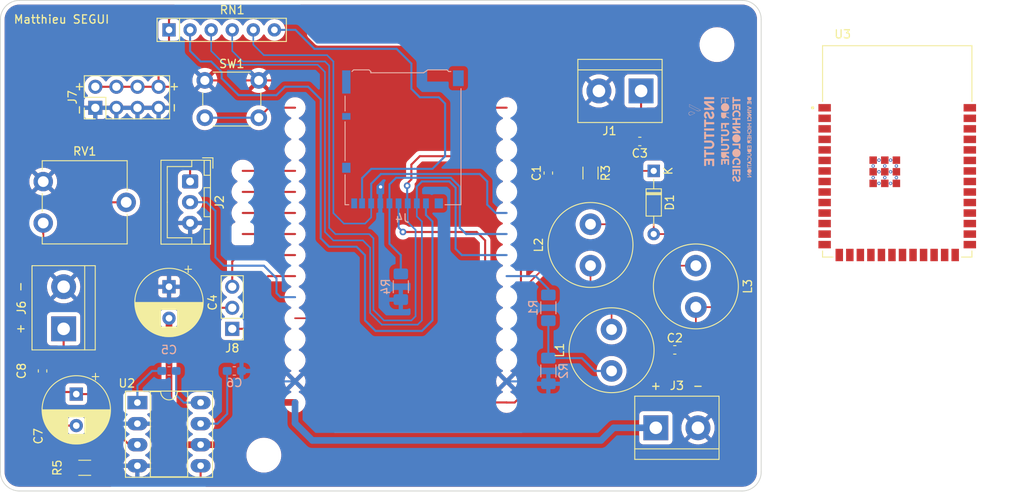
<source format=kicad_pcb>
(kicad_pcb (version 20221018) (generator pcbnew)
  (layers (0 "F.Cu" signal) (31 "B.Cu" signal) (34 "B.Paste" user) (35 "F.Paste" user) (36 "B.SilkS" user "B.Silkscreen") (37 "F.SilkS" user "F.Silkscreen") (38 "B.Mask" user) (39 "F.Mask" user) (44 "Edge.Cuts" user))
  (net 0 "")
  (net 1 "/plant_response")
  (net 2 "GND")
  (net 3 "Net-(C2-Pad1)")
  (net 4 "Net-(D1-A)")
  (net 5 "Net-(J1-Pin_1)")
  (net 6 "+5V")
  (net 7 "Net-(C5-Pad1)")
  (net 8 "Net-(C5-Pad2)")
  (net 9 "Net-(U2-BYPASS)")
  (net 10 "Net-(C7-Pad1)")
  (net 11 "Net-(C7-Pad2)")
  (net 12 "Net-(J6-Pin_1)")
  (net 13 "+3V3")
  (net 14 "/moisture_data")
  (net 15 "Net-(J4-Pin_1)")
  (net 16 "/CS")
  (net 17 "/MOSI")
  (net 18 "/CLK")
  (net 19 "/MISO")
  (net 20 "Net-(J4-Pin_8)")
  (net 21 "Net-(U2-+)")
  (net 22 "unconnected-(SW1-Pad2)")
  (net 23 "Net-(U3-GND-Pad1)")
  (net 25 "/DAC_2")
  (net 26 "/audio_circuit/sound_input")
  (net 27 "/DAC_1")
  (net 28 "Net-(L1-Pad1)")
  (net 29 "Net-(L1-Pad2)")
  (net 30 "/signal_generator")
  (footprint "Resistor_THT:R_Array_SIP6" (layer "F.Cu") (at 76.2 108.712)
    (fp_text reference "RN1")
    (fp_text value "100kΩ")
  )
  (footprint "Connector_PinHeader_2.54mm:PinHeader_1x03_P2.54mm_Vertical" (layer "F.Cu") (at 83.82 144.78 180)
    (fp_text reference "J8")
    (fp_text value "jmp_dacs")
  )
  (footprint "Resistor_SMD:R_1206_3216Metric_Pad1.30x1.75mm_HandSolder" (layer "F.Cu") (at 66.04 161.544)
    (fp_text reference "R5")
    (fp_text value "10Ω")
  )
  (footprint "Diode_THT:D_DO-34_SOD68_P7.62mm_Horizontal" (layer "F.Cu") (at 134.62 125.725 -90)
    (fp_text reference "D1")
    (fp_text value "D")
  )
  (footprint "Package_DIP:DIP-8_W7.62mm_Socket_LongPads" (layer "F.Cu") (at 72.39 153.68)
    (fp_text reference "U2")
    (fp_text value "LM386")
  )
  (footprint "Button_Switch_THT:SW_PUSH_6mm" (layer "F.Cu") (at 80.518 114.808)
    (fp_text reference "SW1")
    (fp_text value "SW_Push")
  )
  (footprint "Capacitor_THT:CP_Radial_D8.0mm_P3.80mm" (layer "F.Cu") (at 76.2 139.7 -90)
    (fp_text reference "C4")
    (fp_text value "100μF")
  )
  (footprint "Inductor_THT:L_Radial_D10.0mm_P5.00mm_Fastron_07P" (layer "F.Cu") (at 139.7 137.16 -90)
    (fp_text reference "L3")
    (fp_text value "3.3mH")
  )
  (footprint "esp32-s3-wroom:XCVR_ESP32S3WROOM1N8R8" (layer "F.Cu") (at 163.97 123.37)
    (fp_text reference "U3")
    (fp_text value "ESP32-S3-WROOM-1-N8R8")
  )
  (footprint "Connector_JST:JST_XH_B3B-XH-A_1x03_P2.50mm_Vertical" (layer "F.Cu") (at 78.74 127 -90)
    (fp_text reference "J2")
    (fp_text value "moisture_sensor_conn")
  )
  (footprint "Inductor_THT:L_Radial_D10.0mm_P5.00mm_Fastron_07P" (layer "F.Cu") (at 127 137.16 90)
    (fp_text reference "L2")
    (fp_text value "3.3mH")
  )
  (footprint "TerminalBlock:TerminalBlock_bornier-2_P5.08mm" (layer "F.Cu") (at 133.096 116.078 180)
    (fp_text reference "J1")
    (fp_text value "plant_connector")
  )
  (footprint "Connector_PinHeader_2.54mm:PinHeader_2x04_P2.54mm_Vertical" (layer "F.Cu") (at 67.32 118.115 90)
    (fp_text reference "J7")
    (fp_text value "ext_pwr_output")
  )
  (footprint "Capacitor_SMD:C_0603_1608Metric_Pad1.08x0.95mm_HandSolder" (layer "F.Cu") (at 60.96 149.86 90)
    (fp_text reference "C8")
    (fp_text value "10μF")
  )
  (footprint "TerminalBlock:TerminalBlock_bornier-2_P5.08mm" (layer "F.Cu") (at 134.874 156.718)
    (fp_text reference "J3")
    (fp_text value "power_input")
  )
  (footprint "Capacitor_SMD:C_0603_1608Metric_Pad1.08x0.95mm_HandSolder" (layer "F.Cu") (at 132.9425 122.174 180)
    (fp_text reference "C3")
    (fp_text value "10nF")
  )
  (footprint "Capacitor_THT:CP_Radial_D8.0mm_P3.80mm" (layer "F.Cu") (at 65.024 152.654 -90)
    (fp_text reference "C7")
    (fp_text value "47μF")
  )
  (footprint "Capacitor_SMD:C_0603_1608Metric_Pad1.08x0.95mm_HandSolder" (layer "F.Cu") (at 137.16 147.32)
    (fp_text reference "C2")
    (fp_text value "1nF")
  )
  (footprint "Inductor_THT:L_Radial_D10.0mm_P5.00mm_Fastron_07P" (layer "F.Cu") (at 129.54 149.86 90)
    (fp_text reference "L1")
    (fp_text value "3.3mH")
  )
  (footprint "TerminalBlock:TerminalBlock_bornier-2_P5.08mm" (layer "F.Cu") (at 63.5 144.78 90)
    (fp_text reference "J6")
    (fp_text value "speaker_output")
  )
  (footprint "Potentiometer_THT:Potentiometer_ACP_CA9-V10_Vertical" (layer "F.Cu") (at 61.04 132.015)
    (fp_text reference "RV1")
    (fp_text value "R_Potentiometer")
  )
  (footprint "Resistor_SMD:R_1206_3216Metric_Pad1.30x1.75mm_HandSolder" (layer "F.Cu") (at 127 125.984 -90)
    (fp_text reference "R3")
    (fp_text value "1MΩ")
  )
  (footprint "Capacitor_SMD:C_0603_1608Metric_Pad1.08x0.95mm_HandSolder" (layer "F.Cu") (at 121.92 125.984 90)
    (fp_text reference "C1")
    (fp_text value "100pF")
  )
  (footprint "Capacitor_SMD:C_0603_1608Metric_Pad1.08x0.95mm_HandSolder" (layer "B.Cu") (at 84.074 149.86)
    (fp_text reference "C6")
    (fp_text value "10nF")
  )
  (footprint "Resistor_SMD:R_1206_3216Metric_Pad1.30x1.75mm_HandSolder" (layer "B.Cu") (at 104.14 139.7 -90)
    (fp_text reference "R4")
    (fp_text value "100kΩ")
  )
  (footprint "Resistor_SMD:R_1206_3216Metric_Pad1.30x1.75mm_HandSolder" (layer "B.Cu") (at 121.92 142.24 -90)
    (fp_text reference "R1")
    (fp_text value "10kΩ")
  )
  (footprint "Resistor_SMD:R_1206_3216Metric_Pad1.30x1.75mm_HandSolder" (layer "B.Cu") (at 121.92 149.86 90)
    (fp_text reference "R2")
    (fp_text value "4.7kΩ")
  )
  (footprint "Capacitor_SMD:C_0603_1608Metric_Pad1.08x0.95mm_HandSolder" (layer "B.Cu") (at 76.2 149.86)
    (fp_text reference "C5")
    (fp_text value "10μF")
  )
  (footprint "Connector_Card:microSD_HC_Hirose_DM3AT-SF-PEJM5" (layer "B.Cu") (at 104.394 121.92)
    (fp_text reference "J4")
    (fp_text value "micro_sd_slot")
  )
  (gr_line (start 138.921884 118.965085) (end 138.913454 118.957022) (stroke (width 0.026458)) (layer "B.SilkS"))
  (gr_poly (pts (xy 145.912956 121.948555) (xy 145.912971 121.949458) (xy 145.913015 121.950334) (xy 145.913089 121.951182) (xy 145.913193 121.952002) (xy 145.913326 121.952793) (xy 145.913488 121.953557) (xy 145.913681 121.954292) (xy 145.913903 121.954999) (xy 145.914155 121.955678) (xy 145.914437 121.956329) (xy 145.914749 121.956951) (xy 145.915091 121.957544) (xy 145.915463 121.95811) (xy 145.915865 121.958646) (xy 145.916297 121.959154) (xy 145.91676 121.959634) (xy 145.917252 121.960084) (xy 145.917775 121.960506) (xy 145.918328 121.9609) (xy 145.918912 121.961264) (xy 145.919526 121.9616) (xy 145.92017 121.961906) (xy 145.920845 121.962184) (xy 145.921551 121.962432) (xy 145.922287 121.962652) (xy 145.923054 121.962842) (xy 145.923851 121.963004) (xy 145.92468 121.963136) (xy 145.925539 121.963238) (xy 145.926429 121.963312) (xy 145.92735 121.963356) (xy 145.928301 121.963371) (xy 145.960052 121.963371) (xy 145.960793 121.963355) (xy 145.961527 121.963309) (xy 145.962253 121.963233) (xy 145.962971 121.963127) (xy 145.963679 121.962991) (xy 145.964377 121.962827) (xy 145.965065 121.962633) (xy 145.96574 121.962412) (xy 145.966404 121.962162) (xy 145.967054 121.961885) (xy 145.96769 121.961581) (xy 145.968312 121.96125) (xy 145.968918 121.960892) (xy 145.969508 121.960509) (xy 145.97008 121.9601) (xy 145.970635 121.959666) (xy 145.971165 121.959201) (xy 145.971664 121.958699) (xy 145.972131 121.958161) (xy 145.972566 121.957587) (xy 145.972968 121.956977) (xy 145.973337 121.956332) (xy 145.973673 121.955651) (xy 145.973976 121.954937) (xy 145.974244 121.954188) (xy 145.974478 121.953406) (xy 145.974676 121.95259) (xy 145.97484 121.951741) (xy 145.974968 121.95086) (xy 145.97506 121.949946) (xy 145.975115 121.949001) (xy 145.975134 121.948024) (xy 145.975134 121.688997) (xy 146.10716 121.688997) (xy 146.10716 121.892726) (xy 146.107173 121.893418) (xy 146.10721 121.894103) (xy 146.107274 121.894781) (xy 146.107363 121.895451) (xy 146.107478 121.896114) (xy 146.107621 121.896768) (xy 146.10779 121.897414) (xy 146.107987 121.898051) (xy 146.108212 121.898679) (xy 146.108465 121.899297) (xy 146.108747 121.899905) (xy 146.109058 121.900503) (xy 146.109398 121.90109) (xy 146.109768 121.901665) (xy 146.110169 121.902229) (xy 146.1106 121.902781) (xy 146.111062 121.903308) (xy 146.111555 121.903799) (xy 146.11208 121.904253) (xy 146.112638 121.904671) (xy 146.113228 121.905053) (xy 146.113851 121.9054) (xy 146.114507 121.905712) (xy 146.115197 121.905989) (xy 146.115921 121.906233) (xy 146.11668 121.906443) (xy 146.117473 121.906619) (xy 146.118302 121.906763) (xy 146.119166 121.906873) (xy 146.120066 121.906952) (xy 146.121003 121.906999) (xy 146.121977 121.907015) (xy 146.154785 121.907015) (xy 146.155476 121.906999) (xy 146.156161 121.906954) (xy 146.156841 121.906879) (xy 146.157513 121.906775) (xy 146.15818 121.906643) (xy 146.158841 121.906485) (xy 146.159495 121.906299) (xy 146.160143 121.906089) (xy 146.160785 121.905853) (xy 146.16142 121.905594) (xy 146.16205 121.905311) (xy 146.162673 121.905005) (xy 146.16329 121.904678) (xy 146.163901 121.90433) (xy 146.164506 121.903962) (xy 146.165104 121.903575) (xy 146.165634 121.903116) (xy 146.166133 121.902632) (xy 146.1666 121.902122) (xy 146.167035 121.901586) (xy 146.167437 121.901024) (xy 146.167806 121.900435) (xy 146.168142 121.899819) (xy 146.168444 121.899176) (xy 146.168713 121.898504) (xy 146.168946 121.897805) (xy 146.169145 121.897076) (xy 146.169309 121.896319) (xy 146.169437 121.895532) (xy 146.169528 121.894716) (xy 146.169584 121.893869) (xy 146.169602 121.892991) (xy 146.169602 121.689262) (xy 146.327823 121.689262) (xy 146.327823 121.949612) (xy 146.327838 121.950516) (xy 146.327882 121.951392) (xy 146.327956 121.952239) (xy 146.328059 121.953059) (xy 146.328191 121.953851) (xy 146.328353 121.954614) (xy 146.328545 121.95535) (xy 146.328766 121.956057) (xy 146.329016 121.956736) (xy 146.329296 121.957386) (xy 146.329605 121.958008) (xy 146.329944 121.958602) (xy 146.330312 121.959167) (xy 146.33071 121.959704) (xy 146.331137 121.960212) (xy 146.331594 121.960691) (xy 146.33208 121.961142) (xy 146.332595 121.961564) (xy 146.33314 121.961957) (xy 146.333715 121.962321) (xy 146.334318 121.962657) (xy 146.334952 121.962964) (xy 146.335615 121.963241) (xy 146.336307 121.96349) (xy 146.337028 121.963709) (xy 146.33778 121.9639) (xy 146.33856 121.964061) (xy 146.33937 121.964193) (xy 146.34021 121.964296) (xy 146.341079 121.964369) (xy 146.341977 121.964414) (xy 146.342905 121.964428) (xy 146.375977 121.964428) (xy 146.376856 121.964414) (xy 146.377705 121.964372) (xy 146.378524 121.964303) (xy 146.379315 121.964205) (xy 146.380076 121.964079) (xy 146.380808 121.963926) (xy 146.381512 121.963745) (xy 146.382187 121.963535) (xy 146.382833 121.963298) (xy 146.38345 121.963033) (xy 146.384039 121.96274) (xy 146.3846 121.962419) (xy 146.385132 121.96207) (xy 146.385636 121.961694) (xy 146.386113 121.961289) (xy 146.386561 121.960856) (xy 146.386981 121.960396) (xy 146.387373 121.959908) (xy 146.387738 121.959391) (xy 146.388075 121.958847) (xy 146.388384 121.958275) (xy 146.388666 121.957675) (xy 146.388921 121.957047) (xy 146.389149 121.956392) (xy 146.389349 121.955708) (xy 146.389522 121.954996) (xy 146.389669 121.954257) (xy 146.389788 121.953489) (xy 146.389881 121.952694) (xy 146.389947 121.951871) (xy 146.39 121.950141) (xy 146.39 121.641107) (xy 146.389948 121.639377) (xy 146.389882 121.638554) (xy 146.389789 121.637759) (xy 146.389671 121.636992) (xy 146.389526 121.636252) (xy 146.389355 121.635541) (xy 146.389157 121.634857) (xy 146.388933 121.634201) (xy 146.388683 121.633573) (xy 146.388406 121.632973) (xy 146.388103 121.632401) (xy 146.387773 121.631857) (xy 146.387417 121.631341) (xy 146.387035 121.630852) (xy 146.386627 121.630392) (xy 146.386192 121.629959) (xy 146.385731 121.629555) (xy 146.385243 121.629178) (xy 146.384729 121.628829) (xy 146.384189 121.628508) (xy 146.383622 121.628215) (xy 146.383029 121.62795) (xy 146.38241 121.627713) (xy 146.381764 121.627504) (xy 146.381092 121.627322) (xy 146.380394 121.627169) (xy 146.379669 121.627043) (xy 146.378918 121.626945) (xy 146.378141 121.626876) (xy 146.377337 121.626834) (xy 146.376507 121.62682) (xy 145.927509 121.62682) (xy 145.925729 121.626876) (xy 145.924881 121.626945) (xy 145.924061 121.627043) (xy 145.92327 121.627169) (xy 145.922506 121.627322) (xy 145.921771 121.627504) (xy 145.921064 121.627713) (xy 145.920385 121.62795) (xy 145.919735 121.628215) (xy 145.919112 121.628508) (xy 145.918519 121.628829) (xy 145.917954 121.629178) (xy 145.917417 121.629555) (xy 145.916909 121.629959) (xy 145.91643 121.630392) (xy 145.915979 121.630852) (xy 145.915557 121.63134) (xy 145.915164 121.631857) (xy 145.914799 121.632401) (xy 145.914464 121.632973) (xy 145.914157 121.633573) (xy 145.913879 121.634201) (xy 145.913631 121.634857) (xy 145.913411 121.63554) (xy 145.913221 121.636252) (xy 145.91306 121.636991) (xy 145.912928 121.637759) (xy 145.912825 121.638554) (xy 145.912751 121.639377) (xy 145.912707 121.640228) (xy 145.912692 121.641107) (xy 145.912692 121.948555) (xy 145.912956 121.948555)) (stroke (width 0.026458)) (fill solid) (layer "B.SilkS"))
  (gr_poly (pts (xy 143.220292 117.638757) (xy 143.230918 117.638884) (xy 143.241462 117.639265) (xy 143.251926 117.639901) (xy 143.262307 117.640791) (xy 143.272607 117.641935) (xy 143.282823 117.643333) (xy 143.292957 117.644986) (xy 143.303008 117.646893) (xy 143.312974 117.649054) (xy 143.322857 117.651469) (xy 143.332655 117.654139) (xy 143.342368 117.657063) (xy 143.351996 117.660241) (xy 143.361538 117.663673) (xy 143.370995 117.66736) (xy 143.380364 117.671301) (xy 143.389617 117.675459) (xy 143.39872 117.679796) (xy 143.407675 117.684314) (xy 143.41648 117.689011) (xy 143.425137 117.693889) (xy 143.433645 117.698946) (xy 143.442004 117.704182) (xy 143.450215 117.709599) (xy 143.458276 117.715196) (xy 143.466189 117.720972) (xy 143.473953 117.726928) (xy 143.481568 117.733064) (xy 143.489034 117.73938) (xy 143.496352 117.745876) (xy 143.50352 117.752552) (xy 143.51054 117.759407) (xy 143.517396 117.766427) (xy 143.524071 117.773596) (xy 143.530567 117.780916) (xy 143.536883 117.788387) (xy 143.543019 117.79601) (xy 143.548975 117.803786) (xy 143.554752 117.811715) (xy 143.560348 117.819798) (xy 143.565765 117.828036) (xy 143.571001 117.836431) (xy 143.576058 117.844981) (xy 143.580936 117.85369) (xy 143.585633 117.862556) (xy 143.59015 117.871581) (xy 143.594488 117.880766) (xy 143.598646 117.890111) (xy 143.602587 117.89953) (xy 143.606273 117.909036) (xy 143.609706 117.918627) (xy 143.612884 117.928302) (xy 143.615808 117.938061) (xy 143.618477 117.947903) (xy 143.620893 117.957827) (xy 143.623054 117.967832) (xy 143.624961 117.977918) (xy 143.626613 117.988084) (xy 143.628012 117.998329) (xy 143.629156 118.008653) (xy 143.630046 118.019053) (xy 143.630681 118.029531) (xy 143.631063 118.040085) (xy 143.63119 118.050713) (xy 143.631063 118.061196) (xy 143.630681 118.071611) (xy 143.630046 118.081956) (xy 143.629156 118.092232) (xy 143.628012 118.102439) (xy 143.626613 118.112575) (xy 143.624961 118.12264) (xy 143.623054 118.132635) (xy 143.620893 118.142558) (xy 143.618477 118.15241) (xy 143.615808 118.16219) (xy 143.612884 118.171897) (xy 143.609706 118.181531) (xy 143.606273 118.191092) (xy 143.602587 118.200579) (xy 143.598646 118.209992) (xy 143.594488 118.219338) (xy 143.59015 118.228523) (xy 143.585633 118.237548) (xy 143.580935 118.246414) (xy 143.576058 118.255122) (xy 143.571001 118.263673) (xy 143.565764 118.272067) (xy 143.560347 118.280305) (xy 143.554751 118.288389) (xy 143.548975 118.296318) (xy 143.543018 118.304093) (xy 143.536883 118.311716) (xy 143.530567 118.319187) (xy 143.524071 118.326507) (xy 143.517396 118.333677) (xy 143.51054 118.340697) (xy 143.50352 118.347552) (xy 143.496352 118.354228) (xy 143.489035 118.360723) (xy 143.481568 118.367039) (xy 143.473953 118.373175) (xy 143.466189 118.379132) (xy 143.458277 118.384908) (xy 143.450215 118.390505) (xy 143.442005 118.395921) (xy 143.433645 118.401158) (xy 143.425137 118.406215) (xy 143.41648 118.411092) (xy 143.407675 118.41579) (xy 143.39872 118.420307) (xy 143.389617 118.424645) (xy 143.380364 118.428803) (xy 143.370997 118.432744) (xy 143.361549 118.436431) (xy 143.352019 118.439863) (xy 143.342405 118.443041) (xy 143.332708 118.445965) (xy 143.322926 118.448635) (xy 143.313059 118.45105) (xy 143.303106 118.453211) (xy 143.293066 118.455118) (xy 143.282939 118.45677) (xy 143.272723 118.458169) (xy 143.262418 118.459313) (xy 143.252024 118.460203) (xy 143.241538 118.460838) (xy 143.230961 118.46122) (xy 143.220292 118.461347) (xy 143.209809 118.46122) (xy 143.199395 118.460838) (xy 143.189049 118.460203) (xy 143.178773 118.459313) (xy 143.168567 118.458169) (xy 143.158431 118.45677) (xy 143.148365 118.455118) (xy 143.138371 118.453211) (xy 143.128447 118.45105) (xy 143.118596 118.448634) (xy 143.108816 118.445965) (xy 143.099109 118.443041) (xy 143.089475 118.439863) (xy 143.079914 118.436431) (xy 143.070426 118.432744) (xy 143.061013 118.428803) (xy 143.051668 118.424645) (xy 143.042483 118.420307) (xy 143.033458 118.41579) (xy 143.024592 118.411093) (xy 143.015883 118.406215) (xy 143.007333 118.401158) (xy 142.998938 118.395921) (xy 142.9907 118.390505) (xy 142.982617 118.384908) (xy 142.974687 118.379132) (xy 142.966912 118.373176) (xy 142.959289 118.367039) (xy 142.951818 118.360724) (xy 142.944498 118.354228) (xy 142.937329 118.347552) (xy 142.930309 118.340697) (xy 142.923453 118.333677) (xy 142.916778 118.326507) (xy 142.910282 118.319188) (xy 142.903966 118.311717) (xy 142.89783 118.304094) (xy 142.891874 118.296318) (xy 142.886097 118.288389) (xy 142.880501 118.280306) (xy 142.875084 118.272067) (xy 142.869847 118.263673) (xy 142.86479 118.255122) (xy 142.859913 118.246414) (xy 142.855216 118.237548) (xy 142.850698 118.228523) (xy 142.846361 118.219338) (xy 142.842203 118.209992) (xy 142.838262 118.200536) (xy 142.834576 118.191016) (xy 142.831143 118.181433) (xy 142.827965 118.171785) (xy 142.825041 118.162073) (xy 142.822372 118.152294) (xy 142.819956 118.142449) (xy 142.817795 118.132536) (xy 142.815888 118.122555) (xy 142.814236 118.112505) (xy 142.812837 118.102385) (xy 142.811693 118.092195) (xy 142.810803 118.081934) (xy 142.810167 118.0716) (xy 142.809786 118.061193) (xy 142.809659 118.050713) (xy 142.809786 118.040085) (xy 142.810167 118.029531) (xy 142.810803 118.019054) (xy 142.811693 118.008653) (xy 142.812837 117.99833) (xy 142.814236 117.988085) (xy 142.815888 117.977919) (xy 142.817795 117.967833) (xy 142.819956 117.957827) (xy 142.822372 117.947903) (xy 142.825041 117.938061) (xy 142.827965 117.928302) (xy 142.831143 117.918627) (xy 142.834576 117.909036) (xy 142.838262 117.899531) (xy 142.842203 117.890111) (xy 142.846361 117.880766) (xy 142.850699 117.871581) (xy 142.855216 117.862556) (xy 142.859914 117.853689) (xy 142.864791 117.844981) (xy 142.869848 117.836431) (xy 142.875085 117.828036) (xy 142.880501 117.819798) (xy 142.886098 117.811715) (xy 142.891874 117.803786) (xy 142.89783 117.79601) (xy 142.903966 117.788387) (xy 142.910282 117.780916) (xy 142.916778 117.773596) (xy 142.923453 117.766427) (xy 142.930309 117.759407) (xy 142.937329 117.752552) (xy 142.944498 117.745876) (xy 142.951818 117.73938) (xy 142.959289 117.733064) (xy 142.966912 117.726928) (xy 142.974687 117.720972) (xy 142.982617 117.715196) (xy 142.9907 117.709599) (xy 142.998938 117.704182) (xy 143.007333 117.698945) (xy 143.015883 117.693888) (xy 143.024592 117.689011) (xy 143.033458 117.684314) (xy 143.042483 117.679796) (xy 143.051668 117.675458) (xy 143.061013 117.6713) (xy 143.070426 117.66736) (xy 143.079914 117.663673) (xy 143.089475 117.660241) (xy 143.099109 117.657063) (xy 143.108816 117.654139) (xy 143.118596 117.651469) (xy 143.128447 117.649054) (xy 143.138371 117.646893) (xy 143.148365 117.644986) (xy 143.158431 117.643333) (xy 143.168567 117.641935) (xy 143.178773 117.640791) (xy 143.189049 117.639901) (xy 143.199395 117.639265) (xy 143.209809 117.638884) (xy 143.220292 117.638757)) (stroke (width 0.026458)) (fill solid) (layer "B.SilkS"))
  (gr_poly (pts (xy 143.672994 116.908242) (xy 142.76759 116.908242) (xy 142.765138 116.908317) (xy 142.76397 116.90841) (xy 142.762841 116.90854) (xy 142.761751 116.908707) (xy 142.7607 116.908912) (xy 142.759687 116.909154) (xy 142.758714 116.909433) (xy 142.757781 116.909749) (xy 142.756886 116.910103) (xy 142.756031 116.910493) (xy 142.755214 116.910921) (xy 142.754438 116.911386) (xy 142.7537 116.911889) (xy 142.753002 116.912428) (xy 142.752344 116.913005) (xy 142.751725 116.913619) (xy 142.751146 116.91427) (xy 142.750606 116.914958) (xy 142.750106 116.915684) (xy 142.749645 116.916446) (xy 142.749225 116.917246) (xy 142.748844 116.918084) (xy 142.748503 116.918958) (xy 142.748202 116.919869) (xy 142.747941 116.920818) (xy 142.747721 116.921804) (xy 142.74754 116.922827) (xy 142.747399 116.923888) (xy 142.747298 116.924985) (xy 142.747238 116.92612) (xy 142.747218 116.927292) (xy 142.747218 117.545624) (xy 142.747238 117.546796) (xy 142.747298 117.547931) (xy 142.747399 117.549028) (xy 142.74754 117.550089) (xy 142.747721 117.551112) (xy 142.747942 117.552098) (xy 142.748203 117.553047) (xy 142.748503 117.553958) (xy 142.748844 117.554832) (xy 142.749225 117.55567) (xy 142.749646 117.55647) (xy 142.750106 117.557232) (xy 142.750606 117.557958) (xy 142.751146 117.558646) (xy 142.751725 117.559297) (xy 142.752344 117.559911) (xy 142.753003 117.560488) (xy 142.753701 117.561027) (xy 142.754438 117.56153) (xy 142.755215 117.561995) (xy 142.756031 117.562423) (xy 142.756886 117.562813) (xy 142.757781 117.563167) (xy 142.758715 117.563483) (xy 142.759688 117.563762) (xy 142.7607 117.564004) (xy 142.761751 117.564209) (xy 142.762841 117.564376) (xy 142.76397 117.564506) (xy 142.765138 117.564599) (xy 142.766345 117.564655) (xy 142.76759 117.564674) (xy 142.798282 117.564674) (xy 142.800924 117.564599) (xy 142.803392 117.564376) (xy 142.804562 117.564209) (xy 142.805688 117.564004) (xy 142.806771 117.563762) (xy 142.807811 117.563483) (xy 142.808808 117.563167) (xy 142.809762 117.562813) (xy 142.810673 117.562423) (xy 142.811542 117.561995) (xy 142.812367 117.56153) (xy 142.81315 117.561027) (xy 142.81389 117.560488) (xy 142.814587 117.559911) (xy 142.815242 117.559297) (xy 142.815854 117.558646) (xy 142.816423 117.557958) (xy 142.81695 117.557232) (xy 142.817435 117.55647) (xy 142.817877 117.55567) (xy 142.818277 117.554832) (xy 142.818635 117.553958) (xy 142.81895 117.553047) (xy 142.819223 117.552098) (xy 142.819454 117.551112) (xy 142.819643 117.550089) (xy 142.81979 117.549028) (xy 142.819895 117.547931) (xy 142.819978 117.545624) (xy 142.819978 116.979415) (xy 143.203889 116.979415) (xy 143.203889 117.43344) (xy 143.203909 117.434612) (xy 143.203969 117.435747) (xy 143.20407 117.436845) (xy 143.204211 117.437905) (xy 143.204392 117.438928) (xy 143.204613 117.439914) (xy 143.204874 117.440863) (xy 143.205175 117.441775) (xy 143.205515 117.442649) (xy 143.205896 117.443486) (xy 143.206317 117.444286) (xy 143.206777 117.445049) (xy 143.207277 117.445774) (xy 143.207817 117.446463) (xy 143.208396 117.447114) (xy 143.209015 117.447728) (xy 143.209674 117.448305) (xy 143.210372 117.448844) (xy 143.211109 117.449346) (xy 143.211886 117.449811) (xy 143.212702 117.450239) (xy 143.213557 117.45063) (xy 143.214452 117.450983) (xy 143.215386 117.4513) (xy 143.216359 117.451579) (xy 143.217371 117.451821) (xy 143.218422 117.452025) (xy 143.219512 117.452193) (xy 143.220641 117.452323) (xy 143.221809 117.452416) (xy 143.223016 117.452472) (xy 143.224262 117.45249) (xy 143.258657 117.45249) (xy 143.259756 117.452472) (xy 143.260821 117.452416) (xy 143.261852 117.452323) (xy 143.262849 117.452193) (xy 143.263811 117.452025) (xy 143.264739 117.451821) (xy 143.265632 117.451579) (xy 143.266491 117.4513) (xy 143.267316 117.450983) (xy 143.268106 117.45063) (xy 143.268861 117.450239) (xy 143.269582 117.449811) (xy 143.270268 117.449346) (xy 143.270919 117.448844) (xy 143.271536 117.448305) (xy 143.272118 117.447728) (xy 143.272664 117.447114) (xy 143.273176 117.446463) (xy 143.273653 117.445774) (xy 143.274095 117.445049) (xy 143.274502 117.444286) (xy 143.274874 117.443486) (xy 143.27521 117.442649) (xy 143.275511 117.441775) (xy 143.275777 117.440863) (xy 143.276008 117.439914) (xy 143.276203 117.438928) (xy 143.276363 117.437905) (xy 143.276488 117.436845) (xy 143.276577 117.435747) (xy 143.27663 117.434612) (xy 143.276648 117.43344) (xy 143.276648 116.97968) (xy 143.673258 116.97968) (xy 143.674504 116.97966) (xy 143.675711 116.979599) (xy 143.676879 116.979499) (xy 143.678008 116.979358) (xy 143.679098 116.979177) (xy 143.680149 116.978956) (xy 143.681161 116.978695) (xy 143.682134 116.978394) (xy 143.683068 116.978053) (xy 143.683963 116.977672) (xy 143.684818 116.977252) (xy 143.685634 116.976792) (xy 143.686411 116.976291) (xy 143.687149 116.975752) (xy 143.687847 116.975172) (xy 143.688505 116.974553) (xy 143.689124 116.973895) (xy 143.689703 116.973197) (xy 143.690243 116.97246) (xy 143.690743 116.971683) (xy 143.691203 116.970867) (xy 143.691624 116.970011) (xy 143.692005 116.969117) (xy 143.692346 116.968183) (xy 143.692646 116.96721) (xy 143.692907 116.966198) (xy 143.693128 116.965147) (xy 143.693309 116.964056) (xy 143.69345 116.962927) (xy 143.693551 116.961759) (xy 143.693611 116.960552) (xy 143.693631 116.959307) (xy 143.693631 116.927557) (xy 143.693587 116.926361) (xy 143.693504 116.925203) (xy 143.693382 116.924085) (xy 143.693222 116.923005) (xy 143.693023 116.921963) (xy 143.692785 116.92096) (xy 143.692508 116.919996) (xy 143.692193 116.91907) (xy 143.691839 116.918182) (xy 143.691446 116.917332) (xy 143.691014 116.916521) (xy 143.690543 116.915748) (xy 143.690034 116.915014) (xy 143.689486 116.914317) (xy 143.688899 116.913658) (xy 143.688274 116.913038) (xy 143.687609 116.912455) (xy 143.686906 116.911911) (xy 143.686165 116.911404) (xy 143.685384 116.910935) (xy 143.684565 116.910504) (xy 143.683707 116.910111) (xy 143.68281 116.909755) (xy 143.681874 116.909437) (xy 143.6809 116.909157) (xy 143.679887 116.908914) (xy 143.678835 116.908708) (xy 143.677744 116.90854) (xy 143.676615 116.90841) (xy 143.675447 116.908317) (xy 143.672994 116.908242)) (stroke (width 0.026458)) (fill solid) (layer "B.SilkS"))
  (gr_line (start 139.511247 118.713168) (end 139.559242 118.74015) (stroke (width 0.026458)) (layer "B.SilkS"))
  (gr_poly (pts (xy 146.151081 125.552973) (xy 146.157395 125.553072) (xy 146.163637 125.553374) (xy 146.16981 125.55388) (xy 146.175919 125.554593) (xy 146.181966 125.555518) (xy 146.187953 125.556656) (xy 146.193885 125.558012) (xy 146.199764 125.559587) (xy 146.205569 125.561349) (xy 146.211274 125.563263) (xy 146.21688 125.565331) (xy 146.222386 125.567558) (xy 146.227794 125.569946) (xy 146.233102 125.572498) (xy 146.238311 125.575218) (xy 146.243421 125.578108) (xy 146.248431 125.58116) (xy 146.253338 125.584359) (xy 146.258141 125.587708) (xy 146.262835 125.591206) (xy 146.267417 125.594852) (xy 146.271884 125.598647) (xy 146.276233 125.602591) (xy 146.280462 125.606684) (xy 146.282527 125.608782) (xy 146.284555 125.610912) (xy 146.286545 125.613072) (xy 146.288499 125.615261) (xy 146.290415 125.617481) (xy 146.292294 125.619729) (xy 146.29594 125.624311) (xy 146.299437 125.629005) (xy 146.302786 125.633807) (xy 146.305986 125.638715) (xy 146.309036 125.643725) (xy 146.311927 125.648835) (xy 146.314646 125.654044) (xy 146.317199 125.659352) (xy 146.319587 125.66476) (xy 146.321813 125.670266) (xy 146.323882 125.675872) (xy 146.325796 125.681577) (xy 146.327558 125.687381) (xy 146.329133 125.69326) (xy 146.330489 125.699192) (xy 146.331627 125.70518) (xy 146.332552 125.711226) (xy 146.333265 125.717335) (xy 146.333771 125.723509) (xy 146.334072 125.729751) (xy 146.334172 125.736064) (xy 146.334072 125.74229) (xy 146.333771 125.748467) (xy 146.333265 125.754593) (xy 146.332552 125.76067) (xy 146.331627 125.766698) (xy 146.330489 125.772676) (xy 146.329133 125.778604) (xy 146.327558 125.784483) (xy 146.325796 125.790287) (xy 146.323882 125.795992) (xy 146.321814 125.801598) (xy 146.319587 125.807105) (xy 146.317199 125.812512) (xy 146.314647 125.81782) (xy 146.311927 125.823029) (xy 146.309036 125.828139) (xy 146.305986 125.833149) (xy 146.302786 125.838057) (xy 146.299437 125.842859) (xy 146.29594 125.847553) (xy 146.292294 125.852135) (xy 146.288499 125.856602) (xy 146.284555 125.860952) (xy 146.280462 125.86518) (xy 146.278363 125.867245) (xy 146.276233 125.869273) (xy 146.274074 125.871263) (xy 146.271884 125.873217) (xy 146.269665 125.875133) (xy 146.267416 125.877012) (xy 146.262834 125.880658) (xy 146.25814 125.884156) (xy 146.253338 125.887504) (xy 146.24843 125.890704) (xy 146.243421 125.893755) (xy 146.238311 125.896645) (xy 146.233102 125.899365) (xy 146.227794 125.901917) (xy 146.222386 125.904305) (xy 146.21688 125.906532) (xy 146.211274 125.9086) (xy 146.205569 125.910514) (xy 146.199764 125.912276) (xy 146.193885 125.913852) (xy 146.187953 125.915207) (xy 146.181965 125.916346) (xy 146.175919 125.91727) (xy 146.16981 125.917984) (xy 146.163636 125.91849) (xy 146.157394 125.918791) (xy 146.151081 125.918891) (xy 146.146384 125.918835) (xy 146.141718 125.918667) (xy 146.137084 125.918387) (xy 146.132482 125.917994) (xy 146.127912 125.917487) (xy 146.123376 125.916868) (xy 146.118873 125.916134) (xy 146.114403 125.915286) (xy 146.109968 125.914323) (xy 146.105567 125.913245) (xy 146.101201 125.912052) (xy 146.09687 125.910743) (xy 146.092575 125.909317) (xy 146.088316 125.907775) (xy 146.084094 125.906116) (xy 146.079908 125.904339) (xy 146.075775 125.902466) (xy 146.07171 125.900519) (xy 146.067713 125.898496) (xy 146.063785 125.896397) (xy 146.059925 125.894223) (xy 146.056133 125.891972) (xy 146.052409 125.889645) (xy 146.048753 125.88724) (xy 146.045166 125.884758) (xy 146.041647 125.882198) (xy 146.038196 125.87956) (xy 146.034813 125.876843) (xy 146.031499 125.874047) (xy 146.028252 125.871171) (xy 146.025074 125.868216) (xy 146.021964 125.86518) (xy 146.018926 125.86207) (xy 146.015963 125.858892) (xy 146.013076 125.855646) (xy 146.010265 125.852331) (xy 146.007532 125.848948) (xy 146.004877 125.845497) (xy 146.002301 125.841978) (xy 145.999806 125.838391) (xy 145.99739 125.834735) (xy 145.995056 125.831011) (xy 145.992805 125.827219) (xy 145.990636 125.823359) (xy 145.988551 125.819431) (xy 145.98655 125.815434) (xy 145.984635 125.811369) (xy 145.982806 125.807236) (xy 145.981073 125.80305) (xy 145.979446 125.798828) (xy 145.977926 125.794569) (xy 145.976514 125.790274) (xy 145.97521 125.785944) (xy 145.974016 125.781578) (xy 145.972932 125.777177) (xy 145.971958 125.772742) (xy 145.971097 125.768272) (xy 145.970347 125.763769) (xy 145.969711 125.759233) (xy 145.969189 125.754663) (xy 145.968781 125.750061) (xy 145.968489 125.745427) (xy 145.968313 125.740761) (xy 145.968254 125.736064) (xy 145.968354 125.72975) (xy 145.968655 125.723508) (xy 145.969161 125.717334) (xy 145.969875 125.711225) (xy 145.970799 125.705179) (xy 145.971938 125.699191) (xy 145.973293 125.693259) (xy 145.974869 125.68738) (xy 145.97663 125.681576) (xy 145.978544 125.675871) (xy 145.980612 125.670265) (xy 145.982839 125.664758) (xy 145.985227 125.659351) (xy 145.98778 125.654043) (xy 145.9905 125.648834) (xy 145.99339 125.643724) (xy 145.996441 125.638714) (xy 145.999641 125.633806) (xy 146.002989 125.629004) (xy 146.006486 125.62431) (xy 146.010133 125.619728) (xy 146.013928 125.615261) (xy 146.017872 125.610911) (xy 146.021964 125.606683) (xy 146.024063 125.604618) (xy 146.026193 125.60259) (xy 146.028353 125.6006) (xy 146.030543 125.598646) (xy 146.032762 125.59673) (xy 146.03501 125.594851) (xy 146.039592 125.591205) (xy 146.044286 125.587707) (xy 146.049088 125.584359) (xy 146.053996 125.581159) (xy 146.059006 125.578108) (xy 146.064116 125.575218) (xy 146.069325 125.572498) (xy 146.074633 125.569946) (xy 146.08004 125.567558) (xy 146.085547 125.565331) (xy 146.091153 125.563262) (xy 146.096858 125.561348) (xy 146.102662 125.559587) (xy 146.108454 125.558087) (xy 146.114321 125.556767) (xy 146.120262 125.555634) (xy 146.126277 125.554692) (xy 146.132366 125.553949) (xy 146.13853 125.553411) (xy 146.144769 125.553083) (xy 146.151081 125.552973)) (stroke (width 0.026458)) (fill solid) (layer "B.SilkS"))
  (gr_line (start 138.912537 118.657741) (end 138.924963 118.646897) (stroke (width 0.026458)) (layer "B.SilkS"))
  (gr_poly (pts (xy 144.26328 116.831778) (xy 144.142101 116.831778) (xy 144.139168 116.831871) (xy 144.137771 116.831987) (xy 144.136421 116.832151) (xy 144.135118 116.832361) (xy 144.133861 116.832618) (xy 144.132651 116.832923) (xy 144.131489 116.833274) (xy 144.130373 116.833673) (xy 144.129304 116.834119) (xy 144.128281 116.834613) (xy 144.127306 116.835154) (xy 144.126378 116.835743) (xy 144.125498 116.83638) (xy 144.124664 116.837064) (xy 144.123878 116.837797) (xy 144.123139 116.838578) (xy 144.122447 116.839406) (xy 144.121802 116.840283) (xy 144.121205 116.841209) (xy 144.120656 116.842182) (xy 144.120154 116.843205) (xy 144.1197 116.844276) (xy 144.119293 116.845396) (xy 144.118934 116.846564) (xy 144.118622 116.847782) (xy 144.118359 116.849048) (xy 144.118143 116.850364) (xy 144.117975 116.851729) (xy 144.117855 116.853143) (xy 144.117783 116.854606) (xy 144.117759 116.856119) (xy 144.117759 117.525515) (xy 144.117855 117.528591) (xy 144.117975 117.530054) (xy 144.118143 117.531468) (xy 144.118359 117.532833) (xy 144.118622 117.534147) (xy 144.118934 117.535412) (xy 144.119293 117.536628) (xy 144.1197 117.537794) (xy 144.120154 117.53891) (xy 144.120656 117.539976) (xy 144.121205 117.540993) (xy 144.121802 117.541961) (xy 144.122447 117.542878) (xy 144.123138 117.543747) (xy 144.123877 117.544565) (xy 144.124664 117.545334) (xy 144.125497 117.546053) (xy 144.126378 117.546723) (xy 144.127306 117.547343) (xy 144.128281 117.547914) (xy 144.129303 117.548435) (xy 144.130372 117.548906) (xy 144.131488 117.549328) (xy 144.132651 117.5497) (xy 144.133861 117.550022) (xy 144.135118 117.550295) (xy 144.136421 117.550518) (xy 144.137771 117.550692) (xy 144.139168 117.550816) (xy 144.140611 117.55089) (xy 144.142101 117.550915) (xy 144.26328 117.550915) (xy 144.264843 117.55089) (xy 144.266356 117.550816) (xy 144.267819 117.550692) (xy 144.269233 117.550518) (xy 144.270597 117.550295) (xy 144.271912 117.550022) (xy 144.273177 117.5497) (xy 144.274392 117.549328) (xy 144.275558 117.548906) (xy 144.276674 117.548435) (xy 144.277741 117.547914) (xy 144.278758 117.547343) (xy 144.279725 117.546723) (xy 144.280643 117.546053) (xy 144.281511 117.545334) (xy 144.28233 117.544565) (xy 144.283099 117.543747) (xy 144.283818 117.542878) (xy 144.284488 117.541961) (xy 144.285108 117.540993) (xy 144.285678 117.539976) (xy 144.286199 117.53891) (xy 144.286671 117.537794) (xy 144.287092 117.536628) (xy 144.287464 117.535412) (xy 144.287787 117.534147) (xy 144.28806 117.532833) (xy 144.288283 117.531468) (xy 144.288456 117.530054) (xy 144.28858 117.528591) (xy 144.288655 117.527078) (xy 144.28868 117.525515) (xy 144.28868 117.280776) (xy 145.038509 117.280776) (xy 145.041585 117.280683) (xy 145.043048 117.280566) (xy 145.044462 117.280403) (xy 145.045826 117.280193) (xy 145.047141 117.279937) (xy 145.048406 117.279633) (xy 145.049621 117.279283) (xy 145.050787 117.278886) (xy 145.051903 117.278442) (xy 145.05297 117.277951) (xy 145.053987 117.277413) (xy 145.054954 117.276828) (xy 145.055872 117.276196) (xy 145.05674 117.275516) (xy 145.057559 117.274789) (xy 145.058328 117.274015) (xy 145.059047 117.273194) (xy 145.059717 117.272325) (xy 145.060337 117.271409) (xy 145.060907 117.270446) (xy 145.061428 117.269435) (xy 145.061899 117.268376) (xy 145.062321 117.267269) (xy 145.062693 117.266115) (xy 145.063016 117.264914) (xy 145.063288 117.263664) (xy 145.063512 117.262367) (xy 145.063685 117.261022) (xy 145.063809 117.259629) (xy 145.063884 117.258188) (xy 145.063909 117.256699) (xy 145.063909 117.118851) (xy 145.063884 117.117361) (xy 145.063809 117.115918) (xy 145.063685 117.114521) (xy 145.063512 117.113171) (xy 145.063288 117.111868) (xy 145.063016 117.110611) (xy 145.062693 117.109401) (xy 145.062321 117.108238) (xy 145.061899 117.107122) (xy 145.061428 117.106053) (xy 145.060907 117.105031) (xy 145.060337 117.104056) (xy 145.059716 117.103128) (xy 145.059047 117.102247) (xy 145.058327 117.101414) (xy 145.057558 117.100627) (xy 145.05674 117.099888) (xy 145.055872 117.099197) (xy 145.054954 117.098552) (xy 145.053987 117.097955) (xy 145.05297 117.097406) (xy 145.051903 117.096904) (xy 145.050787 117.09645) (xy 145.049621 117.096043) (xy 145.048406 117.095684) (xy 145.047141 117.095372) (xy 145.045826 117.095109) (xy 145.044462 117.094893) (xy 145.043048 117.094725) (xy 145.041584 117.094605) (xy 145.040071 117.094533) (xy 145.038509 117.094509) (xy 144.28868 117.094509) (xy 144.28868 116.856119) (xy 144.288679 116.854606) (xy 144.288627 116.853143) (xy 144.288524 116.851729) (xy 144.28837 116.850364) (xy 144.288164 116.849048) (xy 144.287908 116.847781) (xy 144.2876 116.846564) (xy 144.287241 116.845395) (xy 144.286831 116.844276) (xy 144.28637 116.843205) (xy 144.285857 116.842182) (xy 144.285294 116.841209) (xy 144.284679 116.840283) (xy 144.284013 116.839406) (xy 144.283296 116.838578) (xy 144.282528 116.837797) (xy 144.281709 116.837064) (xy 144.280838 116.83638) (xy 144.279917 116.835743) (xy 144.278944 116.835154) (xy 144.27792 116.834613) (xy 144.276845 116.834119) (xy 144.275718 116.833673) (xy 144.274541 116.833274) (xy 144.273312 116.832923) (xy 144.272033 116.832618) (xy 144.270702 116.832361) (xy 144.26932 116.832151) (xy 144.267886 116.831987) (xy 144.266402 116.831871) (xy 144.26328 116.831778)) (stroke (width 0.026458)) (fill solid) (layer "B.SilkS"))
  (gr_line (start 138.974938 118.998661) (end 138.967668 118.995417) (stroke (width 0.026458)) (layer "B.SilkS"))
  (gr_poly (pts (xy 146.378094 124.571105) (xy 146.378779 124.570801) (xy 146.379446 124.570485) (xy 146.380094 124.570156) (xy 146.380723 124.569815) (xy 146.381334 124.569461) (xy 146.381927 124.569095) (xy 146.3825 124.568717) (xy 146.383055 124.568326) (xy 146.383591 124.567923) (xy 146.384109 124.567508) (xy 146.384608 124.56708) (xy 146.385089 124.56664) (xy 146.385551 124.566187) (xy 146.385994 124.565722) (xy 146.386419 124.565245) (xy 146.386825 124.564755) (xy 146.387209 124.564203) (xy 146.387569 124.563638) (xy 146.387904 124.56306) (xy 146.388214 124.562469) (xy 146.388499 124.561863) (xy 146.388759 124.561244) (xy 146.388995 124.560609) (xy 146.389206 124.559959) (xy 146.389392 124.559294) (xy 146.389553 124.558613) (xy 146.38969 124.557916) (xy 146.389801 124.557202) (xy 146.389888 124.556471) (xy 146.38995 124.555723) (xy 146.389987 124.554956) (xy 146.39 124.554172) (xy 146.39 124.52004) (xy 146.389956 124.518261) (xy 146.389825 124.516593) (xy 146.389607 124.515038) (xy 146.389301 124.513595) (xy 146.388906 124.512266) (xy 146.388676 124.511644) (xy 146.388423 124.51105) (xy 146.388148 124.510485) (xy 146.38785 124.509948) (xy 146.387531 124.50944) (xy 146.387188 124.508961) (xy 146.386824 124.50851) (xy 146.386436 124.508088) (xy 146.386027 124.507695) (xy 146.385594 124.50733) (xy 146.385139 124.506995) (xy 146.384661 124.506688) (xy 146.384161 124.506411) (xy 146.383637 124.506162) (xy 146.383091 124.505942) (xy 146.382522 124.505752) (xy 146.38193 124.505591) (xy 146.381314 124.505459) (xy 146.380676 124.505356) (xy 146.380015 124.505282) (xy 146.37933 124.505238) (xy 146.378623 124.505223) (xy 146.377523 124.505228) (xy 146.377032 124.505237) (xy 146.376572 124.505257) (xy 146.376137 124.505288) (xy 146.375721 124.505335) (xy 146.375517 124.505366) (xy 146.375316 124.505401) (xy 146.375117 124.505442) (xy 146.374919 124.505489) (xy 146.374723 124.505492) (xy 146.374533 124.505501) (xy 146.374349 124.505515) (xy 146.37417 124.505534) (xy 146.373995 124.505558) (xy 146.373825 124.505587) (xy 146.373659 124.505619) (xy 146.373496 124.505654) (xy 146.373179 124.505734) (xy 146.372872 124.505824) (xy 146.372571 124.505919) (xy 146.372273 124.506018) (xy 146.369892 124.506811) (xy 145.924598 124.692285) (xy 145.923796 124.692681) (xy 145.923379 124.69288) (xy 145.922944 124.693078) (xy 145.922484 124.693277) (xy 145.921993 124.693475) (xy 145.921465 124.693673) (xy 145.920893 124.693872) (xy 145.919901 124.694471) (xy 145.919405 124.694779) (xy 145.918909 124.695096) (xy 145.918413 124.695425) (xy 145.917917 124.695769) (xy 145.917421 124.696133) (xy 145.916924 124.696517) (xy 145.916726 124.696722) (xy 145.916528 124.696939) (xy 145.916331 124.697169) (xy 145.916135 124.697411) (xy 145.91594 124.697665) (xy 145.915748 124.697932) (xy 145.915558 124.698211) (xy 145.91537 124.698502) (xy 145.915186 124.698806) (xy 145.915005 124.699122) (xy 145.914828 124.699451) (xy 145.914655 124.699792) (xy 145.914487 124.700145) (xy 145.914324 124.700511) (xy 145.914166 124.700889) (xy 145.914015 124.70128) (xy 145.913869 124.701683) (xy 145.91373 124.702099) (xy 145.913598 124.702528) (xy 145.913473 124.70297) (xy 145.913356 124.703427) (xy 145.913248 124.703898) (xy 145.913147 124.704384) (xy 145.913056 124.704885) (xy 145.912974 124.705401) (xy 145.912902 124.705933) (xy 145.912839 124.706482) (xy 145.912787 124.707047) (xy 145.912746 124.707629) (xy 145.912717 124.708229) (xy 145.912699 124.708846) (xy 145.912692 124.709482) (xy 145.912692 124.730648) (xy 145.912699 124.731237) (xy 145.912717 124.731814) (xy 145.912746 124.732378) (xy 145.912787 124.73293) (xy 145.912839 124.73347) (xy 145.912902 124.733997) (xy 145.913056 124.735014) (xy 145.913248 124.735981) (xy 145.913473 124.736899) (xy 145.91373 124.737767) (xy 145.914015 124.738586) (xy 145.914166 124.738976) (xy 145.914324 124.739355) (xy 145.914487 124.73972) (xy 145.914655 124.740074) (xy 145.914828 124.740415) (xy 145.915005 124.740743) (xy 145.915186 124.74106) (xy 145.915371 124.741364) (xy 145.915558 124.741655) (xy 145.915748 124.741934) (xy 145.915941 124.742201) (xy 145.916135 124.742455) (xy 145.916331 124.742697) (xy 145.916528 124.742927) (xy 145.916726 124.743144) (xy 145.916924 124.743348) (xy 145.91741 124.743733) (xy 145.917879 124.744096) (xy 145.918343 124.744441) (xy 145.91881 124.74477) (xy 145.919289 124.745087) (xy 145.919536 124.745242) (xy 145.919789 124.745394) (xy 145.920051 124.745546) (xy 145.920321 124.745696) (xy 145.920602 124.745845) (xy 145.920893 124.745994) (xy 145.921881 124.746391) (xy 145.922845 124.746788) (xy 145.923309 124.746986) (xy 145.923759 124.747184) (xy 145.924189 124.747383) (xy 145.924598 124.747581) (xy 146.369892 124.931467) (xy 146.370685 124.931661) (xy 146.371082 124.931751) (xy 146.371479 124.931831) (xy 146.371876 124.931898) (xy 146.372272 124.93195) (xy 146.372471 124.93197) (xy 146.372669 124.931984) (xy 146.372868 124.931993) (xy 146.373066 124.931996) (xy 146.373856 124.93219) (xy 146.374243 124.93228) (xy 146.37462 124.93236) (xy 146.374986 124.932427) (xy 146.375335 124.93248) (xy 146.375503 124.932499) (xy 146.375667 124.932513) (xy 146.375824 124.932522) (xy 146.375976 124.932525) (xy 146.376171 124.932572) (xy 146.376361 124.932613) (xy 146.376544 124.932648) (xy 146.37672 124.932678) (xy 146.377055 124.932725) (xy 146.377365 124.932757) (xy 146.377651 124.932776) (xy 146.377911 124.932786) (xy 146.378357 124.93279) (xy 146.379042 124.932775) (xy 146.379706 124.932731) (xy 146.38035 124.932658) (xy 146.380973 124.932555) (xy 146.381576 124.932423) (xy 146.382158 124.932261) (xy 146.382719 124.932071) (xy 146.38326 124.931851) (xy 146.38378 124.931603) (xy 146.384278 124.931325) (xy 146.384756 124.931018) (xy 146.385212 124.930683) (xy 146.385647 124.930318) (xy 146.386061 124.929925) (xy 146.386453 124.929503) (xy 146.386824 124.929052) (xy 146.387172 124.928573) (xy 146.387499 124.928065) (xy 146.387805 124.927528) (xy 146.388088 124.926963) (xy 146.388349 124.926369) (xy 146.388587 124.925747) (xy 146.388804 124.925097) (xy 146.388998 124.924418) (xy 146.38917 124.923711) (xy 146.389319 124.922975) (xy 146.389445 124.922212) (xy 146.389549 124.92142) (xy 146.38963 124.9206) (xy 146.389688 124.919752) (xy 146.389722 124.918877) (xy 146.389734 124.917973) (xy 146.389734 124.883841) (xy 146.389722 124.883054) (xy 146.389684 124.88228) (xy 146.389622 124.88152) (xy 146.389536 124.880774) (xy 146.389424 124.880044) (xy 146.389288 124.87933) (xy 146.389126 124.878634) (xy 146.38894 124.877955) (xy 146.38873 124.877294) (xy 146.388494 124.876654) (xy 146.388234 124.876033) (xy 146.387948 124.875433) (xy 146.387638 124.874855) (xy 146.387304 124.874299) (xy 146.386944 124.873767) (xy 146.386559 124.873258) (xy 146.386153 124.872766) (xy 146.385729 124.87228) (xy 146.385285 124.871803) (xy 146.384823 124.871336) (xy 146.384343 124.87088) (xy 146.383843 124.870435) (xy 146.383326 124.870004) (xy 146.382789 124.869587) (xy 146.382234 124.869186) (xy 146.381661 124.868801) (xy 146.381068 124.868435) (xy 146.380458 124.868087) (xy 146.379828 124.867759) (xy 146.37918 124.867453) (xy 146.378514 124.867169) (xy 146.377828 124.866909) (xy 146.289458 124.831455) (xy 146.289458 124.605765) (xy 146.316676 124.595049) (xy 146.341316 124.585128) (xy 146.352383 124.580666) (xy 146.362186 124.576826) (xy 146.370748 124.57363) (xy 146.374571 124.572282) (xy 146.378094 124.571105)) (stroke (width 0.026458)) (fill solid) (layer "B.SilkS"))
  (gr_line (start 139.439366 118.677312) (end 139.477878 118.695883) (stroke (width 0.026458)) (layer "B.SilkS"))
  (gr_poly (pts (xy 143.221614 117.564938) (xy 143.209063 117.565087) (xy 143.19661 117.565534) (xy 143.184255 117.566279) (xy 143.171997 117.567323) (xy 143.159834 117.568667) (xy 143.147768 117.57031) (xy 143.135795 117.572253) (xy 143.123917 117.574496) (xy 143.112131 117.57704) (xy 143.100438 117.579886) (xy 143.088836 117.583032) (xy 143.077325 117.586481) (xy 143.065904 117.590232) (xy 143.054572 117.594286) (xy 143.043329 117.598642) (xy 143.032173 117.603303) (xy 143.021196 117.608174) (xy 143.010394 117.613262) (xy 142.999764 117.618567) (xy 142.989306 117.624089) (xy 142.979021 117.629828) (xy 142.968907 117.635784) (xy 142.958964 117.641958) (xy 142.949193 117.648348) (xy 142.939592 117.654955) (xy 142.930161 117.66178) (xy 142.9209 117.668821) (xy 142.911808 117.676079) (xy 142.902885 117.683555) (xy 142.894131 117.691247) (xy 142.885545 117.699157) (xy 142.877127 117.707284) (xy 142.868951 117.715562) (xy 142.860992 117.724026) (xy 142.853251 117.732674) (xy 142.845729 117.741506) (xy 142.838424 117.750521) (xy 142.831339 117.759718) (xy 142.824474 117.769096) (xy 142.817828 117.778655) (xy 142.811402 117.788394) (xy 142.805196 117.798312) (xy 142.799212 117.808408) (xy 142.793449 117.818682) (xy 142.787907 117.829132) (xy 142.782588 117.839758) (xy 142.777491 117.85056) (xy 142.772617 117.861536) (xy 142.768 117.872648) (xy 142.763676 117.88386) (xy 142.759644 117.895169) (xy 142.755907 117.906577) (xy 142.752464 117.918082) (xy 142.749316 117.929685) (xy 142.746464 117.941385) (xy 142.743909 117.953181) (xy 142.741652 117.965073) (xy 142.739693 117.977061) (xy 142.738034 117.989144) (xy 142.736674 118.001323) (xy 142.735616 118.013596) (xy 142.734858 118.025963) (xy 142.734403 118.038423) (xy 142.734252 118.050978) (xy 142.7344 118.063386) (xy 142.734847 118.075708) (xy 142.735593 118.087943) (xy 142.736637 118.100091) (xy 142.73798 118.112152) (xy 142.739624 118.124127) (xy 142.741567 118.136014) (xy 142.74381 118.147815) (xy 142.746354 118.159529) (xy 142.749199 118.171156) (xy 142.752346 118.182697) (xy 142.755795 118.19415) (xy 142.759546 118.205517) (xy 142.7636 118.216797) (xy 142.767957 118.22799) (xy 142.772617 118.239096) (xy 142.777491 118.250072) (xy 142.782588 118.260874) (xy 142.787907 118.2715) (xy 142.793448 118.28195) (xy 142.799212 118.292224) (xy 142.805196 118.30232) (xy 142.811401 118.312238) (xy 142.817827 118.321977) (xy 142.824473 118.331536) (xy 142.831339 118.340914) (xy 142.838424 118.350111) (xy 142.845729 118.359126) (xy 142.853251 118.367958) (xy 142.860992 118.376606) (xy 142.868951 118.38507) (xy 142.877127 118.393349) (xy 142.885499 118.401429) (xy 142.894045 118.409298) (xy 142.902765 118.416956) (xy 142.91166 118.424404) (xy 142.92073 118.431641) (xy 142.929975 118.438667) (xy 142.939397 118.445482) (xy 142.948995 118.452086) (xy 142.958769 118.45848) (xy 142.968721 118.464662) (xy 142.97885 118.470634) (xy 142.989158 118.476395) (xy 142.999643 118.481945) (xy 143.010307 118.487284) (xy 143.02115 118.492412) (xy 143.032173 118.49733) (xy 143.043285 118.501946) (xy 143.054496 118.506271) (xy 143.065806 118.510302) (xy 143.077214 118.51404) (xy 143.088719 118.517483) (xy 143.100322 118.520631) (xy 143.112022 118.523482) (xy 143.123818 118.526037) (xy 143.13571 118.528294) (xy 143.147698 118.530253) (xy 143.159781 118.531912) (xy 143.171959 118.533271) (xy 143.184232 118.53433) (xy 143.196599 118.535087) (xy 143.20906 118.535542) (xy 143.221614 118.535694) (xy 143.234166 118.535545) (xy 143.246617 118.535098) (xy 143.258969 118.534353) (xy 143.27122 118.533309) (xy 143.28337 118.531965) (xy 143.29542 118.530322) (xy 143.307367 118.528379) (xy 143.319213 118.526136) (xy 143.330956 118.523592) (xy 143.342597 118.520747) (xy 143.354135 118.5176) (xy 143.365569 118.514151) (xy 143.376899 118.5104) (xy 143.388125 118.506347) (xy 143.399246 118.50199) (xy 143.410262 118.49733) (xy 143.421186 118.492459) (xy 143.431931 118.48737) (xy 143.442497 118.482065) (xy 143.452885 118.476543) (xy 143.463097 118.470804) (xy 143.473133 118.464848) (xy 143.482994 118.458675) (xy 143.49268 118.452284) (xy 143.502193 118.445677) (xy 143.511533 118.438853) (xy 143.520701 118.431811) (xy 143.529697 118.424553) (xy 143.538523 118.417077) (xy 143.547179 118.409385) (xy 143.555667 118.401475) (xy 143.563986 118.393349) (xy 143.572066 118.385027) (xy 143.579935 118.37653) (xy 143.587593 118.36786) (xy 143.595041 118.359015) (xy 143.602278 118.349994) (xy 143.609304 118.340798) (xy 143.616119 118.331426) (xy 143.622723 118.321878) (xy 143.629116 118.312153) (xy 143.635299 118.302251) (xy 143.641271 118.292171) (xy 143.647032 118.281913) (xy 143.652582 118.271477) (xy 143.657921 118.260863) (xy 143.663049 118.250069) (xy 143.667967 118.239096) (xy 143.672583 118.227984) (xy 143.676908 118.216773) (xy 143.680939 118.205463) (xy 143.684677 118.194055) (xy 143.68812 118.18255) (xy 143.691268 118.170947) (xy 143.694119 118.159248) (xy 143.696674 118.147451) (xy 143.698931 118.135559) (xy 143.70089 118.123571) (xy 143.70255 118.111488) (xy 143.703909 118.09931) (xy 143.704968 118.087037) (xy 143.705725 118.07467) (xy 143.70618 118.062209) (xy 143.706332 118.049655) (xy 143.706183 118.037104) (xy 143.705736 118.024652) (xy 143.704991 118.012301) (xy 143.703946 118.00005) (xy 143.702603 117.987899) (xy 143.70096 117.97585) (xy 143.699017 117.963902) (xy 143.696773 117.952057) (xy 143.694229 117.940313) (xy 143.691384 117.928672) (xy 143.688237 117.917135) (xy 143.684788 117.905701) (xy 143.681037 117.89437) (xy 143.676984 117.883144) (xy 143.672627 117.872023) (xy 143.667967 117.861007) (xy 143.663096 117.850083) (xy 143.658008 117.839339) (xy 143.652703 117.828773) (xy 143.64718 117.818384) (xy 143.641441 117.808172) (xy 143.635485 117.798136) (xy 143.629312 117.788275) (xy 143.622922 117.778589) (xy 143.616314 117.769076) (xy 143.60949 117.759736) (xy 143.602448 117.750569) (xy 143.59519 117.741572) (xy 143.587714 117.732746) (xy 143.580022 117.72409) (xy 143.572112 117.715603) (xy 143.563986 117.707284) (xy 143.555667 117.69916) (xy 143.547179 117.691258) (xy 143.538523 117.683578) (xy 143.529697 117.676117) (xy 143.520701 117.668874) (xy 143.511533 117.661849) (xy 143.502193 117.655041) (xy 143.49268 117.648447) (xy 143.482994 117.642068) (xy 143.473133 117.635901) (xy 143.463097 117.629945) (xy 143.452885 117.624201) (xy 143.442497 117.618665) (xy 143.431931 117.613338) (xy 143.421186 117.608217) (xy 143.410262 117.603303) (xy 143.399246 117.598642) (xy 143.388125 117.594286) (xy 143.376899 117.590232) (xy 143.365569 117.586481) (xy 143.354135 117.583032) (xy 143.342597 117.579886) (xy 143.330956 117.57704) (xy 143.319213 117.574496) (xy 143.307367 117.572253) (xy 143.29542 117.57031) (xy 143.28337 117.568667) (xy 143.27122 117.567323) (xy 143.258969 117.566279) (xy 143.246617 117.565534) (xy 143.234166 117.565087) (xy 143.221614 117.564938)) (stroke (width 0.026458)) (fill solid) (layer "B.SilkS"))
  (gr_line (start 139.172694 118.593832) (end 139.198699 118.597786) (stroke (width 0.026458)) (layer "B.SilkS"))
  (gr_line (start 138.849496 118.771059) (end 138.851637 118.759839) (stroke (width 0.026458)) (layer "B.SilkS"))
  (gr_line (start 138.875091 118.702686) (end 138.882727 118.691282) (stroke (width 0.026458)) (layer "B.SilkS"))
  (gr_poly (pts (xy 145.947618 119.497455) (xy 145.948214 119.498422) (xy 145.948515 119.498887) (xy 145.94882 119.49934) (xy 145.94913 119.49978) (xy 145.949445 119.500208) (xy 145.949767 119.500623) (xy 145.950098 119.501027) (xy 145.950437 119.501417) (xy 145.950787 119.501795) (xy 145.951149 119.502161) (xy 145.951524 119.502515) (xy 145.951912 119.502856) (xy 145.952316 119.503185) (xy 145.952736 119.503501) (xy 145.953173 119.503805) (xy 145.95362 119.504096) (xy 145.954067 119.504374) (xy 145.954516 119.504639) (xy 145.954967 119.504888) (xy 145.955422 119.505122) (xy 145.95588 119.50534) (xy 145.956343 119.50554) (xy 145.956811 119.505723) (xy 145.957286 119.505888) (xy 145.957767 119.506032) (xy 145.958256 119.506157) (xy 145.958754 119.506261) (xy 145.959261 119.506343) (xy 145.959778 119.506402) (xy 145.960306 119.506439) (xy 145.960846 119.506451) (xy 145.961293 119.506445) (xy 145.96174 119.506426) (xy 145.962188 119.506393) (xy 145.962637 119.506348) (xy 145.963087 119.506288) (xy 145.963539 119.506214) (xy 145.963994 119.506125) (xy 145.964452 119.506021) (xy 145.964912 119.505901) (xy 145.965376 119.505766) (xy 145.965844 119.505614) (xy 145.966316 119.505446) (xy 145.966793 119.505261) (xy 145.967275 119.505058) (xy 145.967762 119.504837) (xy 145.968255 119.504599) (xy 146.021172 119.473378) (xy 146.022083 119.472683) (xy 146.022933 119.471988) (xy 146.023722 119.471291) (xy 146.02445 119.470592) (xy 146.025117 119.469889) (xy 146.025725 119.469183) (xy 146.026273 119.468472) (xy 146.026761 119.467756) (xy 146.02719 119.467033) (xy 146.027561 119.466303) (xy 146.027874 119.465566) (xy 146.028129 119.46482) (xy 146.028327 119.464065) (xy 146.028468 119.4633) (xy 146.028552 119.462524) (xy 146.02858 119.461736) (xy 146.028577 119.461488) (xy 146.028567 119.461239) (xy 146.028552 119.460989) (xy 146.02853 119.460736) (xy 146.028502 119.46048) (xy 146.028468 119.46022) (xy 146.028381 119.459686) (xy 146.02827 119.459127) (xy 146.028133 119.458536) (xy 146.027972 119.457909) (xy 146.027786 119.457238) (xy 146.027683 119.456894) (xy 146.027575 119.456556) (xy 146.02746 119.456223) (xy 146.027339 119.455895) (xy 146.027212 119.455571) (xy 146.027079 119.455252) (xy 146.02694 119.454937) (xy 146.026794 119.454625) (xy 146.026484 119.454011) (xy 146.026149 119.453406) (xy 146.025789 119.452807) (xy 146.025405 119.452211) (xy 146.023597 119.449669) (xy 146.021845 119.447102) (xy 146.020147 119.444511) (xy 146.018505 119.441897) (xy 146.016917 119.439259) (xy 146.015382 119.436598) (xy 146.013901 119.433915) (xy 146.012473 119.43121) (xy 146.011098 119.428483) (xy 146.009775 119.425735) (xy 146.007285 119.420176) (xy 146.004999 119.414536) (xy 146.002915 119.408819) (xy 146.001954 119.40593) (xy 146.001055 119.403015) (xy 146.000218 119.400076) (xy 145.999442 119.397112) (xy 145.998729 119.394123) (xy 145.998078 119.391109) (xy 145.997489 119.38807) (xy 145.996962 119.385007) (xy 145.996497 119.381919) (xy 145.996094 119.378806) (xy 145.995753 119.375668) (xy 145.995474 119.372505) (xy 145.995102 119.366106) (xy 145.994978 119.359607) (xy 145.995027 119.355558) (xy 145.995176 119.351546) (xy 145.995422 119.347572) (xy 145.995767 119.343637) (xy 145.99621 119.33974) (xy 145.99675 119.335883) (xy 145.997387 119.332065) (xy 145.99812 119.328287) (xy 145.998949 119.324549) (xy 145.999874 119.320852) (xy 146.000895 119.317196) (xy 146.00201 119.313582) (xy 146.00322 119.310009) (xy 146.004524 119.306479) (xy 146.005922 119.302991) (xy 146.007414 119.299546) (xy 146.008989 119.296154) (xy 146.010637 119.292823) (xy 146.012358 119.289553) (xy 146.014152 119.286342) (xy 146.016017 119.28319) (xy 146.017952 119.280097) (xy 146.019957 119.27706) (xy 146.022031 119.27408) (xy 146.024174 119.271156) (xy 146.026383 119.268287) (xy 146.02866 119.265473) (xy 146.031002 119.262712) (xy 146.03341 119.260003) (xy 146.035882 119.257347) (xy 146.038417 119.254741) (xy 146.041015 119.252186) (xy 146.043719 119.24974) (xy 146.046473 119.247362) (xy 146.049279 119.245052) (xy 146.052136 119.24281) (xy 146.055046 119.240637) (xy 146.05801 119.238531) (xy 146.061027 119.236494) (xy 146.0641 119.234525) (xy 146.067229 119.232625) (xy 146.070414 119.230792) (xy 146.073657 119.229028) (xy 146.076957 119.227332) (xy 146.080317 119.225704) (xy 146.083736 119.224145) (xy 146.087216 119.222653) (xy 146.090757 119.22123) (xy 146.094345 119.219885) (xy 146.097963 119.218626) (xy 146.101614 119.217454) (xy 146.105297 119.216368) (xy 146.109012 119.21537) (xy 146.11276 119.214458) (xy 146.116542 119.213634) (xy 146.120357 119.212896) (xy 146.124207 119.212245) (xy 146.128091 119.21168) (xy 146.132009 119.211203) (xy 146.135963 119.210812) (xy 146.139953 119.210508) (xy 146.143979 119.210291) (xy 146.148041 119.210161) (xy 146.15214 119.210118) (xy 146.156193 119.210161) (xy 146.160214 119.210291) (xy 146.164203 119.210508) (xy 146.16816 119.210812) (xy 146.172085 119.211203) (xy 146.175976 119.21168) (xy 146.179835 119.212245) (xy 146.183659 119.212896) (xy 146.18745 119.213634) (xy 146.191205 119.214458) (xy 146.194926 119.21537) (xy 146.198612 119.216368) (xy 146.202262 119.217454) (xy 146.205876 119.218626) (xy 146.209454 119.219885) (xy 146.212995 119.22123) (xy 146.216536 119.222653) (xy 146.220015 119.224145) (xy 146.223435 119.225704) (xy 146.226794 119.227332) (xy 146.230095 119.229028) (xy 146.233337 119.230792) (xy 146.236522 119.232625) (xy 146.239651 119.234525) (xy 146.242724 119.236494) (xy 146.245742 119.238531) (xy 146.248705 119.240637) (xy 146.251615 119.24281) (xy 146.254472 119.245052) (xy 146.257278 119.247362) (xy 146.260032 119.24974) (xy 146.262736 119.252186) (xy 146.265331 119.254698) (xy 146.267858 119.257271) (xy 146.270317 119.259905) (xy 146.272707 119.2626) (xy 146.27503 119.265356) (xy 146.277284 119.268171) (xy 146.27947 119.271047) (xy 146.281588 119.273981) (xy 146.283637 119.276975) (xy 146.285619 119.280027) (xy 146.287532 119.283137) (xy 146.289377 119.286305) (xy 146.291153 119.28953) (xy 146.292862 119.292813) (xy 146.294502 119.296151) (xy 146.296074 119.299546) (xy 146.297562 119.302991) (xy 146.298952 119.306479) (xy 146.300243 119.310009) (xy 146.301436 119.313582) (xy 146.302531 119.317196) (xy 146.303529 119.320852) (xy 146.30443 119.324549) (xy 146.305235 119.328287) (xy 146.305943 119.332065) (xy 146.306556 119.335883) (xy 146.307074 119.33974) (xy 146.307496 119.343637) (xy 146.307824 119.347572) (xy 146.308058 119.351546) (xy 146.308198 119.355558) (xy 146.308244 119.359607) (xy 146.30812 119.366107) (xy 146.307748 119.372514) (xy 146.307128 119.378834) (xy 146.30626 119.385073) (xy 146.305144 119.391238) (xy 146.30378 119.397335) (xy 146.302168 119.40337) (xy 146.300308 119.409349) (xy 146.299288 119.412307) (xy 146.298212 119.415229) (xy 146.297083 119.418115) (xy 146.2959 119.420966) (xy 146.294665 119.423783) (xy 146.293377 119.426566) (xy 146.29065 119.432037) (xy 146.287724 119.437383) (xy 146.284606 119.442612) (xy 146.281302 119.447729) (xy 146.277818 119.45274) (xy 146.277346 119.453424) (xy 146.277128 119.453758) (xy 146.276921 119.454088) (xy 146.276724 119.454416) (xy 146.276539 119.45474) (xy 146.276363 119.455064) (xy 146.276197 119.455386) (xy 146.276041 119.455709) (xy 146.275893 119.456032) (xy 146.275754 119.456357) (xy 146.275623 119.456684) (xy 146.275499 119.457015) (xy 146.275383 119.457349) (xy 146.275274 119.457688) (xy 146.275172 119.458032) (xy 146.274985 119.458714) (xy 146.27482 119.459372) (xy 146.274674 119.460004) (xy 146.274543 119.460612) (xy 146.274113 119.462794) (xy 146.274141 119.463489) (xy 146.274224 119.464184) (xy 146.274364 119.46488) (xy 146.274559 119.465577) (xy 146.27481 119.466275) (xy 146.275117 119.466975) (xy 146.27548 119.467678) (xy 146.275899 119.468384) (xy 146.276373 119.469092) (xy 146.276903 119.469804) (xy 146.277489 119.47052) (xy 146.278131 119.47124) (xy 146.278829 119.471965) (xy 146.279582 119.472695) (xy 146.280391 119.47343) (xy 146.281256 119.474171) (xy 146.334967 119.505921) (xy 146.33546 119.50616) (xy 146.335947 119.50638) (xy 146.336428 119.506583) (xy 146.336902 119.506769) (xy 146.33737 119.506937) (xy 146.337832 119.507089) (xy 146.338288 119.507224) (xy 146.338737 119.507343) (xy 146.339181 119.507447) (xy 146.339618 119.507536) (xy 146.340049 119.50761) (xy 146.340474 119.50767) (xy 146.340892 119.507716) (xy 146.341305 119.507748) (xy 146.341711 119.507767) (xy 146.342111 119.507773) (xy 146.342653 119.507761) (xy 146.343188 119.507725) (xy 146.343716 119.507665) (xy 146.344235 119.507583) (xy 146.344745 119.50748) (xy 146.345245 119.507355) (xy 146.345734 119.50721) (xy 146.346211 119.507046) (xy 146.346676 119.506863) (xy 146.347128 119.506662) (xy 146.347566 119.506445) (xy 146.347989 119.506211) (xy 146.348397 119.505961) (xy 146.348788 119.505697) (xy 146.349162 119.505419) (xy 146.349519 119.505128) (xy 146.350213 119.504421) (xy 146.350908 119.503689) (xy 146.351602 119.502932) (xy 146.352297 119.502151) (xy 146.352991 119.501345) (xy 146.353686 119.500514) (xy 146.35438 119.499658) (xy 146.355074 119.498777) (xy 146.359997 119.491162) (xy 146.364641 119.483399) (xy 146.369 119.475486) (xy 146.373066 119.467424) (xy 146.374989 119.463338) (xy 146.376836 119.459214) (xy 146.378607 119.455053) (xy 146.380301 119.450855) (xy 146.381918 119.446619) (xy 146.383456 119.442347) (xy 146.384916 119.438037) (xy 146.386295 119.43369) (xy 146.3889 119.424908) (xy 146.391157 119.41602) (xy 146.393067 119.407021) (xy 146.39463 119.397905) (xy 146.395846 119.388664) (xy 146.396714 119.379293) (xy 146.397235 119.369786) (xy 146.397408 119.360136) (xy 146.397272 119.351652) (xy 146.396863 119.343264) (xy 146.396181 119.33497) (xy 146.395226 119.326765) (xy 146.393998 119.318647) (xy 146.392497 119.310613) (xy 146.390724 119.302659) (xy 146.388677 119.294783) (xy 146.386382 119.287007) (xy 146.383861 119.279355) (xy 146.38111 119.271827) (xy 146.378127 119.264422) (xy 146.374908 119.257142) (xy 146.37145 119.249986) (xy 146.367751 119.242954) (xy 146.363806 119.236046) (xy 146.359651 119.229285) (xy 146.355319 119.222692) (xy 146.350807 119.216261) (xy 146.346112 119.209984) (xy 146.341231 119.203856) (xy 146.336161 119.197871) (xy 146.330899 119.192023) (xy 146.325441 119.186304) (xy 146.319799 119.180836) (xy 146.31399 119.175547) (xy 146.308019 119.170444) (xy 146.301894 119.165534) (xy 146.295619 119.160822) (xy 146.289202 119.156315) (xy 146.285942 119.15414) (xy 146.282648 119.152019) (xy 146.279322 119.149952) (xy 146.275965 119.14794) (xy 146.269144 119.143995) (xy 146.262177 119.140295) (xy 146.255068 119.136838) (xy 146.247819 119.133619) (xy 146.240434 119.130635) (xy 146.232916 119.127885) (xy 146.225268 119.125363) (xy 146.217492 119.123069) (xy 146.209616 119.121022) (xy 146.201662 119.119249) (xy 146.193628 119.117748) (xy 146.18551 119.11652) (xy 146.177306 119.115565) (xy 146.169011 119.114883) (xy 146.160623 119.114474) (xy 146.152139 119.114337) (xy 146.143656 119.114474) (xy 146.135269 119.114883) (xy 146.126974 119.115565) (xy 146.118769 119.11652) (xy 146.110652 119.117748) (xy 146.102617 119.119249) (xy 146.094664 119.121022) (xy 146.086788 119.123069) (xy 146.079011 119.125363) (xy 146.071359 119.127885) (xy 146.063831 119.130635) (xy 146.056427 119.133619) (xy 146.049146 119.136838) (xy 146.04199 119.140295) (xy 146.034958 119.143995) (xy 146.02805 119.14794) (xy 146.021279 119.152019) (xy 146.014656 119.156315) (xy 146.008182 119.160822) (xy 146.001856 119.165534) (xy 145.99568 119.170444) (xy 145.989652 119.175547) (xy 145.983773 119.180836) (xy 145.978044 119.186304) (xy 145.975244 119.189104) (xy 145.972499 119.191947) (xy 145.96981 119.194832) (xy 145.967175 119.19776) (xy 145.964594 119.200729) (xy 145.962068 119.20374) (xy 145.959594 119.206792) (xy 145.957174 119.209885) (xy 145.954807 119.213018) (xy 145.952492 119.216191) (xy 145.950229 119.219404) (xy 145.948017 119.222655) (xy 145.945857 119.225946) (xy 145.943747 119.229275) (xy 145.939678 119.236046) (xy 145.935821 119.242954) (xy 145.932183 119.249986) (xy 145.928763 119.257142) (xy 145.925556 119.264422) (xy 145.922561 119.271826) (xy 145.919773 119.279355) (xy 145.917189 119.287007) (xy 145.914807 119.294783) (xy 145.912761 119.302659) (xy 145.910988 119.310613) (xy 145.909487 119.318647) (xy 145.908259 119.326765) (xy 145.907305 119.334969) (xy 145.906623 119.343264) (xy 145.906213 119.351652) (xy 145.906077 119.360136) (xy 145.90625 119.36961) (xy 145.906767 119.378979) (xy 145.907626 119.388236) (xy 145.908822 119.397376) (xy 145.910353 119.406391) (xy 145.912216 119.415277) (xy 145.914407 119.424025) (xy 145.916924 119.432632) (xy 145.919665 119.441277) (xy 145.922725 119.449755) (xy 145.926101 119.458072) (xy 145.92979 119.466234) (xy 145.93379 119.474247) (xy 145.938096 119.482117) (xy 145.942707 119.489851) (xy 145.947618 119.497455)) (stroke (width 0.026458)) (fill solid) (layer "B.SilkS"))
  (gr_poly (pts (xy 144.591098 122.101748) (xy 144.582999 122.101658) (xy 144.574974 122.101389) (xy 144.567022 122.100939) (xy 144.559141 122.10031) (xy 144.551332 122.0995) (xy 144.543594 122.098511) (xy 144.535925 122.097342) (xy 144.528326 122.095994) (xy 144.520794 122.094465) (xy 144.51333 122.092757) (xy 144.505933 122.090868) (xy 144.498601 122.0888) (xy 144.491335 122.086552) (xy 144.484133 122.084125) (xy 144.476995 122.081517) (xy 144.469919 122.07873) (xy 144.46298 122.075787) (xy 144.456152 122.072713) (xy 144.449437 122.069508) (xy 144.442832 122.06617) (xy 144.43634 122.062699) (xy 144.429959 122.059094) (xy 144.423689 122.055353) (xy 144.417531 122.051477) (xy 144.411485 122.047465) (xy 144.405551 122.043316) (xy 144.399728 122.039028) (xy 144.394017 122.034602) (xy 144.388417 122.030036) (xy 144.382929 122.02533) (xy 144.377553 122.020483) (xy 144.372288 122.015494) (xy 144.367194 122.010425) (xy 144.36223 122.005238) (xy 144.357397 121.999934) (xy 144.352696 121.994513) (xy 144.348127 121.988976) (xy 144.34369 121.983324) (xy 144.339385 121.977555) (xy 144.335213 121.971672) (xy 144.331175 121.965674) (xy 144.32727 121.959562) (xy 144.3235 121.953335) (xy 144.319863 121.946995) (xy 144.316362 121.940542) (xy 144.312996 121.933977) (xy 144.309766 121.927298) (xy 144.306671 121.920508) (xy 144.303738 121.913622) (xy 144.300992 121.906655) (xy 144.298432 121.899607) (xy 144.296059 121.892479) (xy 144.293874 121.88527) (xy 144.291877 121.877981) (xy 144.290068 121.87061) (xy 144.288448 121.86316) (xy 144.287017 121.855628) (xy 144.285776 121.848016) (xy 144.284724 121.840324) (xy 144.283863 121.832551) (xy 144.283192 121.824697) (xy 144.282713 121.816762) (xy 144.282425 121.808747) (xy 144.282329 121.800652) (xy 144.282425 121.792702) (xy 144.282713 121.784826) (xy 144.283192 121.777024) (xy 144.283863 121.769295) (xy 144.284724 121.761639) (xy 144.285775 121.754055) (xy 144.287017 121.746543) (xy 144.288448 121.739103) (xy 144.290068 121.731735) (xy 144.291876 121.724437) (xy 144.293874 121.71721) (xy 144.296059 121.710053) (xy 144.298431 121.702966) (xy 144.300991 121.695948) (xy 144.303738 121.688999) (xy 144.306671 121.682118) (xy 144.309766 121.675328) (xy 144.312996 121.66865) (xy 144.316362 121.662084) (xy 144.319863 121.655631) (xy 144.3235 121.649291) (xy 144.32727 121.643065) (xy 144.331175 121.636953) (xy 144.335213 121.630955) (xy 144.339385 121.625071) (xy 144.34369 121.619303) (xy 144.348127 121.613651) (xy 144.352696 121.608114) (xy 144.357397 121.602693) (xy 144.36223 121.597389) (xy 144.367194 121.592203) (xy 144.372288 121.587133) (xy 144.37755 121.582191) (xy 144.382918 121.577385) (xy 144.388394 121.572717) (xy 144.393979 121.568186) (xy 144.399675 121.563794) (xy 144.405481 121.559539) (xy 144.4114 121.555424) (xy 144.417432 121.551447) (xy 144.423579 121.547611) (xy 144.429842 121.543914) (xy 144.436222 121.540357) (xy 144.442721 121.536941) (xy 144.449338 121.533666) (xy 144.456076 121.530533) (xy 144.462936 121.527541) (xy 144.469919 121.524692) (xy 144.476951 121.522001) (xy 144.484057 121.519483) (xy 144.491237 121.517139) (xy 144.49849 121.514968) (xy 144.505816 121.512972) (xy 144.513214 121.511148) (xy 144.520685 121.509499) (xy 144.528227 121.508023) (xy 144.53584 121.506721) (xy 144.543525 121.505592) (xy 144.551279 121.504637) (xy 144.559104 121.503856) (xy 144.566999 121.503248) (xy 144.574963 121.502814) (xy 144.582996 121.502554) (xy 144.591098 121.502467) (xy 144.599054 121.502554) (xy 144.606948 121.502814) (xy 144.61478 121.503248) (xy 144.62255 121.503856) (xy 144.630258 121.504637) (xy 144.637904 121.505592) (xy 144.645488 121.506721) (xy 144.65301 121.508023) (xy 144.66047 121.509499) (xy 144.667869 121.511148) (xy 144.675205 121.512972) (xy 144.682479 121.514968) (xy 144.689691 121.517139) (xy 144.696841 121.519483) (xy 144.703929 121.522001) (xy 144.710954 121.524692) (xy 144.717894 121.527541) (xy 144.724721 121.530533) (xy 144.731437 121.533666) (xy 144.738041 121.536941) (xy 144.744534 121.540357) (xy 144.750915 121.543914) (xy 144.757184 121.547611) (xy 144.763342 121.551448) (xy 144.769388 121.555424) (xy 144.775323 121.55954) (xy 144.781146 121.563794) (xy 144.786857 121.568187) (xy 144.792456 121.572717) (xy 144.797944 121.577386) (xy 144.803321 121.582191) (xy 144.808586 121.587133) (xy 144.81368 121.592203) (xy 144.818643 121.597389) (xy 144.823476 121.602693) (xy 144.828177 121.608114) (xy 144.832747 121.613651) (xy 144.837184 121.619303) (xy 144.841489 121.625071) (xy 144.845661 121.630955) (xy 144.849699 121.636953) (xy 144.853604 121.643065) (xy 144.857375 121.649291) (xy 144.861011 121.655631) (xy 144.864512 121.662084) (xy 144.867878 121.66865) (xy 144.871109 121.675328) (xy 144.874203 121.682118) (xy 144.877133 121.689002) (xy 144.879871 121.695959) (xy 144.882418 121.702988) (xy 144.884774 121.71009) (xy 144.886939 121.717263) (xy 144.888914 121.724507) (xy 144.890699 121.73182) (xy 144.892294 121.739202) (xy 144.8937 121.746653) (xy 144.894917 121.754171) (xy 144.895946 121.761756) (xy 144.896787 121.769406) (xy 144.897441 121.777122) (xy 144.897907 121.784902) (xy 144.898187 121.792745) (xy 144.89828 121.800652) (xy 144.898187 121.808748) (xy 144.897907 121.816763) (xy 144.897441 121.824697) (xy 144.896787 121.832551) (xy 144.895946 121.840324) (xy 144.894917 121.848017) (xy 144.8937 121.855629) (xy 144.892294 121.86316) (xy 144.890699 121.870611) (xy 144.888914 121.877981) (xy 144.886939 121.88527) (xy 144.884774 121.892479) (xy 144.882418 121.899607) (xy 144.879871 121.906655) (xy 144.877133 121.913622) (xy 144.874203 121.920508) (xy 144.871109 121.927298) (xy 144.867878 121.933977) (xy 144.864512 121.940542) (xy 144.861011 121.946995) (xy 144.857375 121.953335) (xy 144.853604 121.959562) (xy 144.849699 121.965674) (xy 144.845661 121.971672) (xy 144.841489 121.977555) (xy 144.837184 121.983324) (xy 144.832747 121.988976) (xy 144.828177 121.994513) (xy 144.823476 121.999934) (xy 144.818643 122.005238) (xy 144.81368 122.010425) (xy 144.808586 122.015494) (xy 144.803367 122.020439) (xy 144.798031 122.025254) (xy 144.792577 122.029938) (xy 144.787005 122.03449) (xy 144.781316 122.038911) (xy 144.775508 122.043199) (xy 144.769583 122.047355) (xy 144.76354 122.051378) (xy 144.757379 122.055267) (xy 144.751101 122.059023) (xy 144.744704 122.062645) (xy 144.73819 122.066133) (xy 144.731558 122.069485) (xy 144.724808 122.072702) (xy 144.71794 122.075784) (xy 144.710954 122.07873) (xy 144.703929 122.081517) (xy 144.696841 122.084125) (xy 144.689691 122.086552) (xy 144.682479 122.0888) (xy 144.675205 122.090868) (xy 144.667869 122.092757) (xy 144.660471 122.094465) (xy 144.653011 122.095994) (xy 144.645489 122.097342) (xy 144.637905 122.098511) (xy 144.630259 122.0995) (xy 144.622551 122.10031) (xy 144.61478 122.100939) (xy 144.606948 122.101389) (xy 144.599054 122.101658) (xy 144.591098 122.101748)) (stroke (width 0.026458)) (fill solid) (layer "B.SilkS"))
  (gr_line (start 139.224663 118.602816) (end 139.250482 118.608807) (stroke (width 0.026458)) (layer "B.SilkS"))
  (gr_poly (pts (xy 144.591098 122.289337) (xy 144.60365 122.289189) (xy 144.616102 122.288742) (xy 144.628458 122.287996) (xy 144.640716 122.286952) (xy 144.652878 122.285609) (xy 144.664945 122.283966) (xy 144.676917 122.282023) (xy 144.688796 122.279779) (xy 144.700581 122.277235) (xy 144.712274 122.27439) (xy 144.723876 122.271243) (xy 144.735387 122.267795) (xy 144.746808 122.264044) (xy 144.75814 122.25999) (xy 144.769384 122.255633) (xy 144.78054 122.250973) (xy 144.791516 122.246099) (xy 144.802318 122.241002) (xy 144.812944 122.235683) (xy 144.823394 122.230141) (xy 144.833668 122.224378) (xy 144.843764 122.218394) (xy 144.853682 122.212188) (xy 144.863421 122.205762) (xy 144.87298 122.199116) (xy 144.882358 122.19225) (xy 144.891555 122.185165) (xy 144.90057 122.177861) (xy 144.909402 122.170338) (xy 144.91805 122.162597) (xy 144.926513 122.154638) (xy 144.934792 122.146462) (xy 144.942872 122.138087) (xy 144.950741 122.129533) (xy 144.9584 122.120798) (xy 144.965847 122.111884) (xy 144.973084 122.10279) (xy 144.98011 122.093516) (xy 144.986925 122.084063) (xy 144.993529 122.074429) (xy 144.999922 122.064616) (xy 145.006105 122.054623) (xy 145.012077 122.04445) (xy 145.017838 122.034097) (xy 145.023388 122.023564) (xy 145.028727 122.012852) (xy 145.033855 122.001959) (xy 145.038773 121.990887) (xy 145.043389 121.979681) (xy 145.047714 121.968389) (xy 145.051745 121.957008) (xy 145.055483 121.94554) (xy 145.058926 121.933983) (xy 145.062074 121.922338) (xy 145.064925 121.910603) (xy 145.06748 121.898779) (xy 145.069737 121.886865) (xy 145.071696 121.87486) (xy 145.073356 121.862765) (xy 145.074715 121.850579) (xy 145.075774 121.838302) (xy 145.076531 121.825932) (xy 145.076986 121.813471) (xy 145.077138 121.800917) (xy 145.076989 121.788365) (xy 145.076542 121.775912) (xy 145.075797 121.763557) (xy 145.074752 121.751298) (xy 145.073409 121.739136) (xy 145.071766 121.727069) (xy 145.069823 121.715097) (xy 145.06758 121.703218) (xy 145.065035 121.691433) (xy 145.06219 121.67974) (xy 145.059043 121.668138) (xy 145.055595 121.656627) (xy 145.051843 121.645206) (xy 145.04779 121.633874) (xy 145.043433 121.62263) (xy 145.038773 121.611474) (xy 145.033902 121.600498) (xy 145.028814 121.589697) (xy 145.023509 121.57907) (xy 145.017987 121.56862) (xy 145.012247 121.558347) (xy 145.006291 121.54825) (xy 145.000118 121.538333) (xy 144.993728 121.528594) (xy 144.98712 121.519035) (xy 144.980296 121.509657) (xy 144.973255 121.50046) (xy 144.965996 121.491445) (xy 144.958521 121.482613) (xy 144.950828 121.473965) (xy 144.942918 121.465501) (xy 144.934792 121.457223) (xy 144.926513 121.449099) (xy 144.91805 121.441199) (xy 144.909401 121.433522) (xy 144.90057 121.426068) (xy 144.891555 121.418838) (xy 144.882358 121.41183) (xy 144.872979 121.405046) (xy 144.86342 121.398486) (xy 144.853682 121.392148) (xy 144.843764 121.386034) (xy 144.833668 121.380142) (xy 144.823394 121.374475) (xy 144.812944 121.36903) (xy 144.802317 121.363809) (xy 144.791516 121.35881) (xy 144.78054 121.354035) (xy 144.769427 121.349471) (xy 144.758216 121.345204) (xy 144.746906 121.341234) (xy 144.735498 121.337561) (xy 144.723993 121.334183) (xy 144.71239 121.331102) (xy 144.700691 121.328315) (xy 144.688895 121.325824) (xy 144.677002 121.323627) (xy 144.665015 121.321725) (xy 144.652931 121.320116) (xy 144.640753 121.3188) (xy 144.62848 121.317778) (xy 144.616113 121.317048) (xy 144.603652 121.31661) (xy 144.591098 121.316465) (xy 144.578401 121.31661) (xy 144.565809 121.317048) (xy 144.553322 121.317778) (xy 144.540939 121.3188) (xy 144.52866 121.320116) (xy 144.516484 121.321725) (xy 144.504411 121.323627) (xy 144.492441 121.325824) (xy 144.480574 121.328315) (xy 144.468808 121.331102) (xy 144.457144 121.334183) (xy 144.445581 121.337561) (xy 144.434119 121.341234) (xy 144.422758 121.345204) (xy 144.411496 121.349471) (xy 144.400334 121.354035) (xy 144.389358 121.358857) (xy 144.378556 121.363895) (xy 144.36793 121.369151) (xy 144.357479 121.374624) (xy 144.347206 121.380313) (xy 144.33711 121.38622) (xy 144.327192 121.392343) (xy 144.317453 121.398684) (xy 144.307894 121.405242) (xy 144.298516 121.412017) (xy 144.289319 121.419008) (xy 144.280304 121.426217) (xy 144.271472 121.433643) (xy 144.262824 121.441286) (xy 144.25436 121.449146) (xy 144.246082 121.457223) (xy 144.238002 121.465501) (xy 144.230133 121.473965) (xy 144.222474 121.482613) (xy 144.215027 121.491445) (xy 144.20779 121.50046) (xy 144.200764 121.509657) (xy 144.193949 121.519035) (xy 144.187345 121.528594) (xy 144.180952 121.538333) (xy 144.174769 121.548251) (xy 144.168797 121.558347) (xy 144.163036 121.56862) (xy 144.157486 121.579071) (xy 144.152147 121.589697) (xy 144.147018 121.600498) (xy 144.142101 121.611474) (xy 144.137484 121.622587) (xy 144.13316 121.633798) (xy 144.129128 121.645108) (xy 144.125391 121.656516) (xy 144.121948 121.668021) (xy 144.1188 121.679624) (xy 144.115948 121.691323) (xy 144.113394 121.703119) (xy 144.111136 121.715012) (xy 144.109178 121.727) (xy 144.107518 121.739083) (xy 144.106159 121.751261) (xy 144.1051 121.763534) (xy 144.104343 121.775901) (xy 144.103888 121.788362) (xy 144.103736 121.800917) (xy 144.103885 121.813471) (xy 144.104332 121.825933) (xy 144.105077 121.838302) (xy 144.106122 121.85058) (xy 144.107465 121.862766) (xy 144.109108 121.874861) (xy 144.111051 121.886865) (xy 144.113294 121.898779) (xy 144.115838 121.910603) (xy 144.118684 121.922338) (xy 144.12183 121.933983) (xy 144.125279 121.94554) (xy 144.12903 121.957008) (xy 144.133084 121.968389) (xy 144.13744 121.979681) (xy 144.142101 121.990887) (xy 144.146972 122.001959) (xy 144.15206 122.012852) (xy 144.157365 122.023564) (xy 144.162887 122.034097) (xy 144.168626 122.04445) (xy 144.174582 122.054623) (xy 144.180755 122.064616) (xy 144.187146 122.074429) (xy 144.193753 122.084063) (xy 144.200577 122.093516) (xy 144.207619 122.10279) (xy 144.214877 122.111884) (xy 144.222353 122.120798) (xy 144.230045 122.129533) (xy 144.237955 122.138087) (xy 144.246082 122.146462) (xy 144.254404 122.154638) (xy 144.2629 122.162597) (xy 144.27157 122.170338) (xy 144.280416 122.17786) (xy 144.289436 122.185165) (xy 144.298632 122.19225) (xy 144.308004 122.199115) (xy 144.317553 122.205762) (xy 144.327278 122.212187) (xy 144.33718 122.218393) (xy 144.347259 122.224377) (xy 144.357517 122.230141) (xy 144.367953 122.235682) (xy 144.378567 122.241002) (xy 144.389361 122.246099) (xy 144.400334 122.250973) (xy 144.411496 122.255633) (xy 144.422758 122.25999) (xy 144.434119 122.264044) (xy 144.445581 122.267795) (xy 144.457144 122.271244) (xy 144.468808 122.27439) (xy 144.480574 122.277236) (xy 144.492441 122.27978) (xy 144.504411 122.282023) (xy 144.516484 122.283966) (xy 144.52866 122.285609) (xy 144.540939 122.286952) (xy 144.553322 122.287996) (xy 144.565809 122.288742) (xy 144.578401 122.289189) (xy 144.591098 122.289337)) (stroke (width 0.026458)) (fill solid) (layer "B.SilkS"))
  (gr_line (start 139.885419 118.475829) (end 139.903663 118.479794) (stroke (width 0.026458)) (layer "B.SilkS"))
  (gr_poly (pts (xy 145.926979 121.461986) (xy 145.926288 121.462002) (xy 145.925603 121.462048) (xy 145.924925 121.462126) (xy 145.924255 121.462234) (xy 145.923592 121.462373) (xy 145.922937 121.462544) (xy 145.922291 121.462745) (xy 145.921654 121.462978) (xy 145.921027 121.463241) (xy 145.920408 121.463536) (xy 145.9198 121.463861) (xy 145.919203 121.464218) (xy 145.918616 121.464605) (xy 145.91804 121.465024) (xy 145.917476 121.465474) (xy 145.916924 121.465954) (xy 145.916397 121.46646) (xy 145.915907 121.466984) (xy 145.915453 121.467526) (xy 145.915035 121.468088) (xy 145.914653 121.468668) (xy 145.914306 121.469266) (xy 145.913994 121.469883) (xy 145.913717 121.470519) (xy 145.913473 121.471173) (xy 145.913263 121.471846) (xy 145.913087 121.472537) (xy 145.912944 121.473247) (xy 145.912833 121.473976) (xy 145.912754 121.474723) (xy 145.912707 121.475489) (xy 145.912692 121.476274) (xy 145.912692 121.508818) (xy 145.912707 121.509556) (xy 145.912754 121.510282) (xy 145.912831 121.510996) (xy 145.91294 121.511699) (xy 145.913079 121.512391) (xy 145.91325 121.513073) (xy 145.913451 121.513745) (xy 145.913683 121.514407) (xy 145.913947 121.51506) (xy 145.914241 121.515703) (xy 145.914567 121.516339) (xy 145.914923 121.516966) (xy 145.915311 121.517585) (xy 145.91573 121.518197) (xy 145.916179 121.518803) (xy 145.91666 121.519401) (xy 145.917165 121.519978) (xy 145.917689 121.520517) (xy 145.918232 121.521019) (xy 145.918793 121.521484) (xy 145.919373 121.521912) (xy 145.919971 121.522303) (xy 145.920588 121.522656) (xy 145.921224 121.522973) (xy 145.921878 121.523252) (xy 145.922551 121.523494) (xy 145.923243 121.523698) (xy 145.923953 121.523866) (xy 145.924682 121.523996) (xy 145.925429 121.524089) (xy 145.926195 121.524145) (xy 145.926979 121.524163) (xy 146.375977 121.524163) (xy 146.376855 121.524149) (xy 146.377704 121.524104) (xy 146.378523 121.524031) (xy 146.379314 121.523927) (xy 146.380075 121.523794) (xy 146.380808 121.523631) (xy 146.381511 121.523439) (xy 146.382186 121.523217) (xy 146.382832 121.522964) (xy 146.38345 121.522682) (xy 146.384039 121.52237) (xy 146.384599 121.522028) (xy 146.385132 121.521656) (xy 146.385636 121.521254) (xy 146.386112 121.520822) (xy 146.38656 121.52036) (xy 146.38698 121.519867) (xy 146.387372 121.519344) (xy 146.387737 121.518791) (xy 146.388074 121.518207) (xy 146.388384 121.517593) (xy 146.388666 121.516949) (xy 146.38892 121.516274) (xy 146.389148 121.515568) (xy 146.389348 121.514832) (xy 146.389522 121.514065) (xy 146.389668 121.513268) (xy 146.389788 121.512439) (xy 146.389881 121.51158) (xy 146.389947 121.51069) (xy 146.39 121.508818) (xy 146.39 121.476274) (xy 146.389986 121.475395) (xy 146.389944 121.474544) (xy 146.389874 121.47372) (xy 146.389777 121.472925) (xy 146.389652 121.472158) (xy 146.389499 121.471418) (xy 146.389319 121.470707) (xy 146.389111 121.470023) (xy 146.388875 121.469367) (xy 146.388612 121.468739) (xy 146.388322 121.468139) (xy 146.388004 121.467567) (xy 146.387659 121.467023) (xy 146.387287 121.466507) (xy 146.386888 121.466019) (xy 146.386461 121.465558) (xy 146.386007 121.465126) (xy 146.385526 121.464721) (xy 146.385018 121.464344) (xy 146.384483 121.463995) (xy 146.383921 121.463674) (xy 146.383333 121.463381) (xy 146.382717 121.463116) (xy 146.382075 121.462879) (xy 146.381405 121.46267) (xy 146.38071 121.462488) (xy 146.379987 121.462335) (xy 146.379238 121.462209) (xy 146.378462 121.462112) (xy 146.37766 121.462042) (xy 146.376832 121.462) (xy 146.375977 121.461986) (xy 146.169602 121.461986) (xy 146.169602 121.191053) (xy 146.375977 121.191053) (xy 146.376855 121.191038) (xy 146.377704 121.190994) (xy 146.378523 121.19092) (xy 146.379314 121.190816) (xy 146.380075 121.190683) (xy 146.380808 121.190521) (xy 146.381511 121.190328) (xy 146.382186 121.190106) (xy 146.382832 121.189854) (xy 146.38345 121.189572) (xy 146.384039 121.18926) (xy 146.384599 121.188918) (xy 146.385132 121.188546) (xy 146.385636 121.188144) (xy 146.386112 121.187712) (xy 146.38656 121.187249) (xy 146.38698 121.186757) (xy 146.387372 121.186234) (xy 146.387737 121.18568) (xy 146.388074 121.185097) (xy 146.388384 121.184483) (xy 146.388666 121.183838) (xy 146.38892 121.183163) (xy 146.389148 121.182458) (xy 146.389348 121.181722) (xy 146.389522 121.180955) (xy 146.389668 121.180157) (xy 146.389788 121.179329) (xy 146.389881 121.17847) (xy 146.389947 121.17758) (xy 146.39 121.175707) (xy 146.39 121.143163) (xy 146.389986 121.142284) (xy 146.389944 121.141433) (xy 146.389874 121.140609) (xy 146.389777 121.139814) (xy 146.389652 121.139047) (xy 146.389499 121.138307) (xy 146.389319 121.137596) (xy 146.389111 121.136912) (xy 146.388875 121.136256) (xy 146.388612 121.135628) (xy 146.388322 121.135028) (xy 146.388004 121.134456) (xy 146.387659 121.133912) (xy 146.387287 121.133396) (xy 146.386888 121.132907) (xy 146.386461 121.132447) (xy 146.386007 121.132015) (xy 146.385526 121.13161) (xy 146.385018 121.131233) (xy 146.384483 121.130884) (xy 146.383921 121.130563) (xy 146.383333 121.13027) (xy 146.382717 121.130005) (xy 146.382075 121.129768) (xy 146.381405 121.129559) (xy 146.38071 121.129378) (xy 146.379987 121.129224) (xy 146.379238 121.129098) (xy 146.378462 121.129001) (xy 146.37766 121.128931) (xy 146.376832 121.128889) (xy 146.375977 121.128875) (xy 145.926979 121.128875) (xy 145.926288 121.128891) (xy 145.925603 121.128937) (xy 145.924925 121.129015) (xy 145.924255 121.129123) (xy 145.923592 121.129263) (xy 145.922937 121.129433) (xy 145.922291 121.129635) (xy 145.921654 121.129867) (xy 145.921027 121.130131) (xy 145.920408 121.130426) (xy 145.9198 121.130751) (xy 145.919203 121.131108) (xy 145.918616 121.131495) (xy 145.91804 121.131914) (xy 145.917476 121.132363) (xy 145.916924 121.132844) (xy 145.916397 121.133349) (xy 145.915907 121.133873) (xy 145.915453 121.134416) (xy 145.915035 121.134977) (xy 145.914653 121.135557) (xy 145.914306 121.136155) (xy 145.913994 121.136772) (xy 145.913717 121.137408) (xy 145.913473 121.138062) (xy 145.913263 121.138735) (xy 145.913087 121.139427) (xy 145.912944 121.140137) (xy 145.912833 121.140865) (xy 145.912754 121.141612) (xy 145.912707 121.142378) (xy 145.912692 121.143163) (xy 145.912692 121.176235) (xy 145.912707 121.176973) (xy 145.912754 121.177699) (xy 145.912833 121.178412) (xy 145.912944 121.179113) (xy 145.913087 121.179801) (xy 145.913263 121.180477) (xy 145.913473 121.181141) (xy 145.913717 121.181792) (xy 145.913994 121.182431) (xy 145.914306 121.183057) (xy 145.914653 121.183671) (xy 145.915035 121.184272) (xy 145.915453 121.184862) (xy 145.915907 121.185438) (xy 145.916397 121.186002) (xy 145.916924 121.186554) (xy 145.91743 121.187084) (xy 145.917954 121.187583) (xy 145.918495 121.18805) (xy 145.919054 121.188485) (xy 145.91963 121.188887) (xy 145.920222 121.189257) (xy 145.920831 121.189593) (xy 145.921456 121.189895) (xy 145.922096 121.190163) (xy 145.922752 121.190397) (xy 145.923422 121.190595) (xy 145.924106 121.190759) (xy 145.924804 121.190887) (xy 145.925516 121.190979) (xy 145.926241 121.191034) (xy 145.926979 121.191053) (xy 146.10716 121.191053) (xy 146.10716 121.461986) (xy 145.926979 121.461986)) (stroke (width 0.026458)) (fill solid) (layer "B.SilkS"))
  (gr_poly (pts (xy 146.38074 118.09728) (xy 146.379052 118.096399) (xy 146.377362 118.095543) (xy 146.375666 118.094713) (xy 146.37396 118.093906) (xy 146.372242 118.093125) (xy 146.370508 118.092369) (xy 146.368756 118.091637) (xy 146.366982 118.09093) (xy 146.360036 118.088019) (xy 146.356415 118.086539) (xy 146.354567 118.085815) (xy 146.352694 118.085109) (xy 145.930155 117.916305) (xy 145.930049 117.916302) (xy 145.929932 117.916293) (xy 145.929805 117.916278) (xy 145.929667 117.916259) (xy 145.929364 117.916207) (xy 145.92903 117.916139) (xy 145.928672 117.916059) (xy 145.928294 117.91597) (xy 145.927509 117.915775) (xy 145.926512 117.915581) (xy 145.926006 117.915492) (xy 145.925491 117.915412) (xy 145.924964 117.915344) (xy 145.92442 117.915292) (xy 145.924142 117.915272) (xy 145.923859 117.915258) (xy 145.92357 117.915249) (xy 145.923275 117.915246) (xy 145.92264 117.915259) (xy 145.922026 117.915299) (xy 145.921431 117.915364) (xy 145.920857 117.915456) (xy 145.920302 117.915575) (xy 145.919768 117.915719) (xy 145.919254 117.915889) (xy 145.918761 117.916085) (xy 145.918287 117.916308) (xy 145.917834 117.916556) (xy 145.9174 117.91683) (xy 145.916987 117.91713) (xy 145.916594 117.917455) (xy 145.916221 117.917807) (xy 145.915869 117.918184) (xy 145.915536 117.918586) (xy 145.915224 117.919015) (xy 145.914931 117.919468) (xy 145.914659 117.919948) (xy 145.914407 117.920452) (xy 145.914176 117.920983) (xy 145.913964 117.921538) (xy 145.913773 117.922119) (xy 145.913601 117.922725) (xy 145.91345 117.923356) (xy 145.913319 117.924012) (xy 145.913208 117.924693) (xy 145.913118 117.9254) (xy 145.913047 117.926131) (xy 145.912997 117.926888) (xy 145.912966 117.927669) (xy 145.912956 117.928475) (xy 145.912956 117.997267) (xy 145.913003 117.998774) (xy 145.913143 118.000219) (xy 145.913377 118.001602) (xy 145.913705 118.002922) (xy 145.914127 118.004181) (xy 145.914374 118.004787) (xy 145.914644 118.005378) (xy 145.914939 118.005953) (xy 145.915257 118.006513) (xy 145.915599 118.007057) (xy 145.915966 118.007586) (xy 145.916356 118.008099) (xy 145.91677 118.008597) (xy 145.917209 118.009079) (xy 145.917671 118.009545) (xy 145.918158 118.009997) (xy 145.918669 118.010432) (xy 145.919765 118.011257) (xy 145.920958 118.01202) (xy 145.922249 118.01272) (xy 145.923638 118.013359) (xy 145.925127 118.013936) (xy 145.94712 118.021741) (xy 145.959394 118.026214) (xy 145.972487 118.031134) (xy 146.000401 118.041651) (xy 146.029902 118.052565) (xy 146.060693 118.06414) (xy 146.092079 118.076113) (xy 146.123399 118.087986) (xy 146.153727 118.09966) (xy 146.168407 118.105275) (xy 146.182666 118.110641) (xy 146.209818 118.120827) (xy 146.23416 118.129956) (xy 146.254534 118.137496) (xy 146.234061 118.145235) (xy 146.222424 118.149551) (xy 146.209818 118.154165) (xy 146.182666 118.164087) (xy 146.153727 118.174803) (xy 146.092079 118.197821) (xy 146.060594 118.209529) (xy 146.029902 118.22084) (xy 146.000401 118.231754) (xy 145.972487 118.242271) (xy 145.959394 118.247195) (xy 145.94712 118.251697) (xy 145.925127 118.259733) (xy 145.92437 118.260015) (xy 145.923638 118.260313) (xy 145.922931 118.260629) (xy 145.922249 118.260961) (xy 145.921591 118.26131) (xy 145.920958 118.261676) (xy 145.920349 118.262059) (xy 145.919765 118.262458) (xy 145.919205 118.262874) (xy 145.918669 118.263307) (xy 145.918158 118.263756) (xy 145.917671 118.264222) (xy 145.917209 118.264704) (xy 145.91677 118.265203) (xy 145.916356 118.265718) (xy 145.915966 118.266249) (xy 145.915599 118.266797) (xy 145.915257 118.26736) (xy 145.914939 118.267941) (xy 145.914644 118.268537) (xy 145.914374 118.269149) (xy 145.914127 118.269777) (xy 145.913904 118.270421) (xy 145.913705 118.271082) (xy 145.913529 118.271758) (xy 145.913377 118.27245) (xy 145.913248 118.273157) (xy 145.913143 118.273881) (xy 145.913061 118.27462) (xy 145.913003 118.275375) (xy 145.912956 118.276931) (xy 145.912956 118.3444) (xy 145.912997 118.346133) (xy 145.913118 118.34776) (xy 145.913321 118.34928) (xy 145.913605 118.350692) (xy 145.913972 118.351996) (xy 145.914421 118.35319) (xy 145.914677 118.353746) (xy 145.914954 118.354275) (xy 145.915251 118.354775) (xy 145.915569 118.355248) (xy 145.915908 118.355693) (xy 145.916268 118.35611) (xy 145.916649 118.356499) (xy 145.917052 118.356859) (xy 145.917475 118.357192) (xy 145.917919 118.357496) (xy 145.918385 118.357771) (xy 145.918872 118.358018) (xy 145.91938 118.358236) (xy 145.91991 118.358426) (xy 145.920461 118.358586) (xy 145.921033 118.358718) (xy 145.921628 118.35882) (xy 145.922243 118.358893) (xy 145.92288 118.358938) (xy 145.923539 118.358952) (xy 145.923834 118.358949) (xy 145.924123 118.35894) (xy 145.924684 118.358907) (xy 145.925227 118.358855) (xy 145.925755 118.358787) (xy 145.92627 118.358707) (xy 145.926776 118.358617) (xy 145.927773 118.358423) (xy 145.928244 118.358324) (xy 145.92867 118.358229) (xy 145.929393 118.358059) (xy 145.929698 118.357991) (xy 145.929968 118.357939) (xy 145.930207 118.357906) (xy 145.930316 118.357897) (xy 145.930419 118.357894) (xy 146.352958 118.189354) (xy 146.354557 118.188672) (xy 146.356174 118.188011) (xy 146.35944 118.186741) (xy 146.365923 118.184327) (xy 146.367521 118.183708) (xy 146.369135 118.183046) (xy 146.370755 118.182346) (xy 146.372372 118.181615) (xy 146.373976 118.18086) (xy 146.375559 118.180086) (xy 146.377111 118.179299) (xy 146.378623 118.178506) (xy 146.37964 118.177948) (xy 146.380607 118.177365) (xy 146.381523 118.176758) (xy 146.382389 118.176125) (xy 146.383204 118.175468) (xy 146.383967 118.174786) (xy 146.384678 118.174079) (xy 146.385337 118.173347) (xy 146.385943 118.17259) (xy 146.386496 118.171809) (xy 146.386995 118.171003) (xy 146.387441 118.170172) (xy 146.387832 118.169316) (xy 146.388169 118.168436) (xy 146.388451 118.16753) (xy 146.388677 118.1666) (xy 146.389049 118.164677) (xy 146.389372 118.162677) (xy 146.389645 118.160596) (xy 146.389868 118.158431) (xy 146.390042 118.156179) (xy 146.390166 118.153838) (xy 146.39024 118.151404) (xy 146.390265 118.148873) (xy 146.390265 118.111832) (xy 146.390253 118.110908) (xy 146.390216 118.11002) (xy 146.390155 118.10917) (xy 146.390071 118.108355) (xy 146.389963 118.107576) (xy 146.389832 118.106832) (xy 146.389679 118.106123) (xy 146.389504 118.105449) (xy 146.389307 118.104808) (xy 146.389089 118.104202) (xy 146.38885 118.103628) (xy 146.38859 118.103088) (xy 146.388311 118.10258) (xy 146.388011 118.102105) (xy 146.387692 118.101661) (xy 146.387354 118.101248) (xy 146.384146 118.099165) (xy 146.383321 118.098652) (xy 146.38248 118.09816) (xy 146.382053 118.097925) (xy 146.381621 118.0977) (xy 146.381183 118.097484) (xy 146.38074 118.09728)) (stroke (width 0.026458)) (fill solid) (layer "B.SilkS"))
  (gr_line (start 138.95423 118.988443) (end 138.948037 118.984754) (stroke (width 0.026458)) (layer "B.SilkS"))
  (gr_line (start 138.990634 119.004564) (end 138.982589 119.001716) (stroke (width 0.026458)) (layer "B.SilkS"))
  (gr_poly (pts (xy 145.926979 125.340512) (xy 145.926288 125.340528) (xy 145.925603 125.340574) (xy 145.924925 125.34065) (xy 145.924255 125.340756) (xy 145.923592 125.340892) (xy 145.922937 125.341057) (xy 145.922291 125.34125) (xy 145.921654 125.341472) (xy 145.921027 125.341721) (xy 145.920408 125.341998) (xy 145.9198 125.342302) (xy 145.919203 125.342633) (xy 145.918616 125.342991) (xy 145.91804 125.343374) (xy 145.917476 125.343783) (xy 145.916924 125.344217) (xy 145.916441 125.344679) (xy 145.915983 125.345171) (xy 145.915551 125.345693) (xy 145.915147 125.346243) (xy 145.91477 125.346821) (xy 145.914422 125.347426) (xy 145.914104 125.348058) (xy 145.913816 125.348715) (xy 145.913559 125.349397) (xy 145.913333 125.350103) (xy 145.91314 125.350833) (xy 145.912981 125.351584) (xy 145.912856 125.352358) (xy 145.912765 125.353152) (xy 145.91271 125.353967) (xy 145.912692 125.354801) (xy 145.912692 125.388138) (xy 145.912707 125.388876) (xy 145.912754 125.389602) (xy 145.912831 125.390315) (xy 145.91294 125.391015) (xy 145.913079 125.391704) (xy 145.91325 125.39238) (xy 145.913451 125.393043) (xy 145.913683 125.393694) (xy 145.913947 125.394333) (xy 145.914241 125.39496) (xy 145.914567 125.395573) (xy 145.914923 125.396175) (xy 145.915311 125.396764) (xy 145.91573 125.397341) (xy 145.916179 125.397906) (xy 145.91666 125.398458) (xy 145.917165 125.398988) (xy 145.917689 125.399487) (xy 145.918232 125.399953) (xy 145.918793 125.400388) (xy 145.919373 125.40079) (xy 145.919971 125.40116) (xy 145.920588 125.401496) (xy 145.921224 125.401798) (xy 145.921878 125.402066) (xy 145.922551 125.4023) (xy 145.923243 125.402498) (xy 145.923953 125.402662) (xy 145.924682 125.40279) (xy 145.925429 125.402881) (xy 145.926195 125.402937) (xy 145.926979 125.402955) (xy 146.375977 125.402955) (xy 146.376855 125.40294) (xy 146.377704 125.402896) (xy 146.378523 125.402823) (xy 146.379314 125.40272) (xy 146.380075 125.402588) (xy 146.380808 125.402427) (xy 146.381511 125.402236) (xy 146.382186 125.402017) (xy 146.382832 125.401768) (xy 146.38345 125.40149) (xy 146.384039 125.401184) (xy 146.384599 125.400848) (xy 146.385132 125.400484) (xy 146.385636 125.400091) (xy 146.386112 125.399669) (xy 146.38656 125.399218) (xy 146.38698 125.398739) (xy 146.387372 125.398231) (xy 146.387737 125.397694) (xy 146.388074 125.397129) (xy 146.388384 125.396535) (xy 146.388666 125.395913) (xy 146.38892 125.395263) (xy 146.389148 125.394584) (xy 146.389348 125.393877) (xy 146.389522 125.393141) (xy 146.389668 125.392378) (xy 146.389788 125.391586) (xy 146.389881 125.390766) (xy 146.389947 125.389918) (xy 146.39 125.388139) (xy 146.39 125.354801) (xy 146.389986 125.353922) (xy 146.389944 125.353071) (xy 146.389874 125.352248) (xy 146.389777 125.351453) (xy 146.389652 125.350685) (xy 146.389499 125.349946) (xy 146.389319 125.349234) (xy 146.389111 125.34855) (xy 146.388875 125.347895) (xy 146.388612 125.347267) (xy 146.388322 125.346667) (xy 146.388004 125.346095) (xy 146.387659 125.34555) (xy 146.387287 125.345034) (xy 146.386888 125.344546) (xy 146.386461 125.344085) (xy 146.386007 125.343653) (xy 146.385526 125.343248) (xy 146.385018 125.342871) (xy 146.384483 125.342522) (xy 146.383921 125.342202) (xy 146.383333 125.341909) (xy 146.382717 125.341643) (xy 146.382075 125.341406) (xy 146.381405 125.341197) (xy 146.38071 125.341015) (xy 146.379987 125.340862) (xy 146.379238 125.340736) (xy 146.378462 125.340639) (xy 146.37766 125.340569) (xy 146.376832 125.340527) (xy 146.375977 125.340513) (xy 145.926979 125.340513) (xy 145.926979 125.340512)) (stroke (width 0.026458)) (fill solid) (layer "B.SilkS"))
  (gr_line (start 139.047806 119.016145) (end 139.037159 119.01497) (stroke (width 0.026458)) (layer "B.SilkS"))
  (gr_line (start 139.396541 118.658387) (end 139.439366 118.677312) (stroke (width 0.026458)) (layer "B.SilkS"))
  (gr_line (start 138.982589 119.001716) (end 138.974938 118.998661) (stroke (width 0.026458)) (layer "B.SilkS"))
  (gr_poly (pts (xy 141.712696 118.57353) (xy 141.709113 118.570443) (xy 141.705511 118.567535) (xy 141.703705 118.566151) (xy 141.701897 118.564814) (xy 141.700087 118.563525) (xy 141.698277 118.562285) (xy 141.696466 118.561094) (xy 141.694656 118.559954) (xy 141.692848 118.558865) (xy 141.691042 118.557828) (xy 141.689239 118.556844) (xy 141.68744 118.555913) (xy 141.685646 118.555037) (xy 141.683857 118.554215) (xy 141.68296 118.553842) (xy 141.682056 118.553514) (xy 141.681144 118.553234) (xy 141.680224 118.553) (xy 141.679297 118.552812) (xy 141.678363 118.552671) (xy 141.677422 118.552577) (xy 141.676473 118.552528) (xy 141.675518 118.552527) (xy 141.674556 118.552572) (xy 141.673587 118.552663) (xy 141.672611 118.552801) (xy 141.671629 118.552986) (xy 141.67064 118.553217) (xy 141.669645 118.553494) (xy 141.668643 118.553818) (xy 141.667635 118.554189) (xy 141.666622 118.554606) (xy 141.664576 118.555579) (xy 141.662507 118.556739) (xy 141.660416 118.558085) (xy 141.658303 118.559616) (xy 141.656169 118.561334) (xy 141.654015 118.563238) (xy 141.651842 118.565328) (xy 141.546008 118.672748) (xy 141.544486 118.674534) (xy 141.543094 118.676319) (xy 141.541832 118.678103) (xy 141.540701 118.679884) (xy 141.539699 118.681662) (xy 141.538828 118.683436) (xy 141.538087 118.685206) (xy 141.537476 118.68697) (xy 141.536996 118.688728) (xy 141.536645 118.690479) (xy 141.536425 118.692222) (xy 141.536335 118.693956) (xy 141.536375 118.695682) (xy 141.536546 118.697397) (xy 141.536847 118.699101) (xy 141.537277 118.700794) (xy 141.537808 118.702487) (xy 141.538407 118.704191) (xy 141.539074 118.705907) (xy 141.539812 118.707632) (xy 141.540619 118.709367) (xy 141.541496 118.71111) (xy 141.542444 118.712861) (xy 141.543462 118.714619) (xy 141.544552 118.716383) (xy 141.545714 118.718152) (xy 141.546947 118.719927) (xy 141.548254 118.721705) (xy 141.549633 118.723486) (xy 141.551085 118.725269) (xy 141.552611 118.727054) (xy 141.554211 118.72884) (xy 141.560264 118.734968) (xy 141.566324 118.741251) (xy 141.572396 118.747695) (xy 141.578486 118.754306) (xy 141.584602 118.761091) (xy 141.590748 118.768056) (xy 141.596932 118.775207) (xy 141.603159 118.78255) (xy 141.609324 118.790066) (xy 141.615321 118.797731) (xy 141.621158 118.805544) (xy 141.626839 118.813507) (xy 141.632372 118.821618) (xy 141.637761 118.829878) (xy 141.643015 118.838286) (xy 141.648138 118.846844) (xy 141.653062 118.855563) (xy 141.657717 118.864455) (xy 141.662105 118.873521) (xy 141.666229 118.882761) (xy 141.670093 118.892174) (xy 141.6737 118.901762) (xy 141.677052 118.911522) (xy 141.680153 118.921457) (xy 141.682944 118.931552) (xy 141.685362 118.941797) (xy 141.687408 118.95219) (xy 141.689083 118.962732) (xy 141.690385 118.973422) (xy 141.691315 118.984262) (xy 141.691873 118.995251) (xy 141.692059 119.006388) (xy 141.69186 119.01822) (xy 141.691265 119.029705) (xy 141.690273 119.040842) (xy 141.688884 119.051632) (xy 141.687098 119.062075) (xy 141.684915 119.07217) (xy 141.682335 119.081919) (xy 141.680897 119.086662) (xy 141.679359 119.09132) (xy 141.677734 119.095893) (xy 141.676036 119.100385) (xy 141.674265 119.104796) (xy 141.672422 119.109125) (xy 141.670508 119.113372) (xy 141.668523 119.117536) (xy 141.666468 119.121618) (xy 141.664344 119.125616) (xy 141.662152 119.129531) (xy 141.659893 119.133361) (xy 141.657567 119.137107) (xy 141.655175 119.140768) (xy 141.652717 119.144343) (xy 141.650196 119.147833) (xy 141.647611 119.151237) (xy 141.644963 119.154555) (xy 141.642213 119.157826) (xy 141.639418 119.160993) (xy 141.636579 119.164056) (xy 141.633694 119.167015) (xy 141.630762 119.169872) (xy 141.627783 119.172628) (xy 141.624756 119.175283) (xy 141.62168 119.177838) (xy 141.618554 119.180294) (xy 141.615378 119.182651) (xy 141.612151 119.184911) (xy 141.608872 119.187074) (xy 141.60554 119.189141) (xy 141.602155 119.191112) (xy 141.598716 119.192989) (xy 141.595221 119.194772) (xy 141.591693 119.196409) (xy 141.588151 119.197946) (xy 141.584595 119.199382) (xy 141.581025 119.200717) (xy 141.577439 119.201949) (xy 141.573837 119.203078) (xy 141.570217 119.204104) (xy 141.56658 119.205024) (xy 141.562924 119.20584) (xy 141.559249 119.206549) (xy 141.555554 119.207151) (xy 141.551838 119.207646) (xy 141.5481 119.208031) (xy 141.544339 119.208308) (xy 141.540556 119.208475) (xy 141.536748 119.20853) (xy 141.531982 119.20844) (xy 141.52731 119.20817) (xy 141.522732 119.207719) (xy 141.518248 119.207088) (xy 141.513858 119.206274) (xy 141.509564 119.205279) (xy 141.505365 119.204102) (xy 141.501261 119.202743) (xy 141.497254 119.2012) (xy 141.493343 119.199474) (xy 141.489529 119.197564) (xy 141.485812 119.19547) (xy 141.482193 119.193192) (xy 141.478672 119.190729) (xy 141.475249 119.188081) (xy 141.471926 119.185247) (xy 141.468636 119.182282) (xy 141.465413 119.179243) (xy 141.462257 119.176127) (xy 141.459168 119.172935) (xy 141.456143 119.169666) (xy 141.453182 119.166318) (xy 141.450285 119.162891) (xy 141.447451 119.159384) (xy 141.444679 119.155796) (xy 141.441969 119.152127) (xy 141.439318 119.148376) (xy 141.436728 119.144542) (xy 141.434196 119.140625) (xy 141.431722 119.136622) (xy 141.429306 119.132535) (xy 141.426946 119.128361) (xy 141.42247 119.119841) (xy 141.418174 119.111147) (xy 141.414063 119.102279) (xy 141.410145 119.093238) (xy 141.406425 119.084023) (xy 141.40291 119.074634) (xy 141.399606 119.065072) (xy 141.396519 119.055337) (xy 141.390773 119.036138) (xy 141.385473 119.017832) (xy 141.380669 119.000419) (xy 141.376411 118.983899) (xy 141.361603 118.93682) (xy 141.345955 118.892622) (xy 141.337817 118.871604) (xy 141.32947 118.851307) (xy 141.320914 118.831732) (xy 141.312151 118.812879) (xy 141.303179 118.794749) (xy 141.294 118.777341) (xy 141.284614 118.760656) (xy 141.275022 118.744695) (xy 141.265223 118.729458) (xy 141.255219 118.714946) (xy 141.245009 118.701158) (xy 141.234595 118.688095) (xy 141.223873 118.675746) (xy 141.212742 118.664195) (xy 141.201201 118.653444) (xy 141.189252 118.643492) (xy 141.176893 118.634338) (xy 141.164124 118.625983) (xy 141.150947 118.618424) (xy 141.13736 118.611664) (xy 141.123364 118.605699) (xy 141.108959 118.600532) (xy 141.094144 118.59616) (xy 141.07892 118.592585) (xy 141.063287 118.589804) (xy 141.047245 118.587818) (xy 141.030793 118.586627) (xy 141.013932 118.58623) (xy 141.004755 118.586351) (xy 140.995676 118.586715) (xy 140.986698 118.58732) (xy 140.977821 118.588169) (xy 140.969044 118.589262) (xy 140.960368 118.590598) (xy 140.951794 118.592178) (xy 140.943321 118.594002) (xy 140.934951 118.596072) (xy 140.926684 118.598387) (xy 140.91852 118.600948) (xy 140.910459 118.603755) (xy 140.902503 118.606808) (xy 140.89465 118.610108) (xy 140.886902 118.613656) (xy 140.879259 118.617451) (xy 140.871688 118.621469) (xy 140.864252 118.625686) (xy 140.856952 118.630101) (xy 140.849787 118.634715) (xy 140.842757 118.639527) (xy 140.835862 118.644538) (xy 140.829101 118.649747) (xy 140.822473 118.655154) (xy 140.815979 118.66076) (xy 140.809618 118.666564) (xy 140.803389 118.672567) (xy 140.797292 118.678768) (xy 140.791327 118.685168) (xy 140.785494 118.691766) (xy 140.779792 118.698563) (xy 140.77422 118.705558) (xy 140.768791 118.712745) (xy 140.763517 118.720117) (xy 140.758397 118.727675) (xy 140.753433 118.735418) (xy 140.748624 118.743345) (xy 140.74397 118.751457) (xy 140.739471 118.759752) (xy 140.735128 118.76823) (xy 140.730939 118.776892) (xy 140.726905 118.785736) (xy 140.723026 118.794762) (xy 140.719302 118.80397) (xy 140.715733 118.813359) (xy 140.71232 118.822929) (xy 140.709061 118.83268) (xy 140.705957 118.842611) (xy 140.700289 118.862902) (xy 140.695386 118.883692) (xy 140.691246 118.904984) (xy 140.687866 118.926782) (xy 140.685243 118.949088) (xy 140.683372 118.971906) (xy 140.682253 118.995238) (xy 140.68188 119.019088) (xy 140.682075 119.032297) (xy 140.682661 119.045432) (xy 140.683636 119.058494) (xy 140.685001 119.071484) (xy 140.686755 119.084403) (xy 140.688898 119.097251) (xy 140.691429 119.110029) (xy 140.694348 119.122739) (xy 140.697655 119.13538) (xy 140.701349 119.147954) (xy 140.70543 119.160461) (xy 140.709897 119.172902) (xy 140.71475 119.185278) (xy 140.719989 119.19759) (xy 140.725613 119.209838) (xy 140.731622 119.222024) (xy 140.737913 119.234035) (xy 140.744383 119.24586) (xy 140.751033 119.257497) (xy 140.757861 119.268946) (xy 140.764867 119.280206) (xy 140.772052 119.291275) (xy 140.779414 119.302154) (xy 140.786953 119.312842) (xy 140.794668 119.323337) (xy 140.802561 119.33364) (xy 140.810629 119.343748) (xy 140.818872 119.353662) (xy 140.827291 119.363381) (xy 140.835885 119.372903) (xy 140.844653 119.382229) (xy 140.853595 119.391357) (xy 140.855506 119.39311) (xy 140.857421 119.394746) (xy 140.859338 119.396266) (xy 140.861259 119.39767) (xy 140.863182 119.398957) (xy 140.865109 119.400128) (xy 140.867038 119.401183) (xy 140.86897 119.402122) (xy 140.870904 119.402945) (xy 140.872841 119.403651) (xy 140.874781 119.404241) (xy 140.876724 119.404714) (xy 140.878669 119.405072) (xy 140.880616 119.405313) (xy 140.882566 119.405438) (xy 140.884518 119.405446) (xy 140.886473 119.405338) (xy 140.888429 119.405114) (xy 140.890388 119.404774) (xy 140.89235 119.404317) (xy 140.894313 119.403745) (xy 140.896278 119.403056) (xy 140.898246 119.40225) (xy 140.900215 119.401329) (xy 140.902187 119.400291) (xy 140.90416 119.399136) (xy 140.906135 119.397866) (xy 140.908112 119.396479) (xy 140.91009 119.394976) (xy 140.912071 119.393357) (xy 140.914053 119.391621) (xy 140.916036 119.38977) (xy 141.010757 119.301663) (xy 141.012469 119.299682) (xy 141.01403 119.297708) (xy 141.01544 119.295741) (xy 141.016698 119.293784) (xy 141.017802 119.291835) (xy 141.018752 119.289897) (xy 141.019546 119.287969) (xy 141.020183 119.286053) (xy 141.020662 119.284149) (xy 141.020981 119.282259) (xy 141.021141 119.280382) (xy 141.021138 119.278521) (xy 141.020973 119.276674) (xy 141.020644 119.274844) (xy 141.020149 119.273031) (xy 141.019489 119.271236) (xy 141.018766 119.269441) (xy 141.017987 119.267628) (xy 141.017152 119.265798) (xy 141.01626 119.263952) (xy 141.01531 119.26209) (xy 141.014303 119.260214) (xy 141.013237 119.258323) (xy 141.012113 119.25642) (xy 141.01093 119.254504) (xy 141.009688 119.252576) (xy 141.008386 119.250638) (xy 141.007024 119.248689) (xy 141.005602 119.246731) (xy 141.004119 119.244765) (xy 141.002574 119.242791) (xy 141.000968 119.24081) (xy 140.992791 119.230892) (xy 140.984167 119.220205) (xy 140.975146 119.208774) (xy 140.965778 119.196624) (xy 140.961042 119.19031) (xy 140.956361 119.183866) (xy 140.951742 119.177286) (xy 140.947191 119.170562) (xy 140.942715 119.163691) (xy 140.938319 119.156664) (xy 140.934011 119.149475) (xy 140.929795 119.14212) (xy 140.925703 119.134629) (xy 140.921766 119.127043) (xy 140.917991 119.119363) (xy 140.914383 119.111594) (xy 140.910948 119.103737) (xy 140.907694 119.095797) (xy 140.904625 119.087777) (xy 140.901749 119.079678) (xy 140.899145 119.071406) (xy 140.896887 119.063059) (xy 140.894977 119.054638) (xy 140.893415 119.046142) (xy 140.892199 119.037572) (xy 140.891331 119.028928) (xy 140.89081 119.020209) (xy 140.890637 119.011416) (xy 140.890711 119.003739) (xy 140.890934 118.995991) (xy 140.891306 118.988175) (xy 140.891827 118.980294) (xy 140.892497 118.972351) (xy 140.893315 118.964349) (xy 140.894283 118.956291) (xy 140.895399 118.94818) (xy 140.896726 118.940045) (xy 140.89833 118.932111) (xy 140.900213 118.924382) (xy 140.902377 118.91686) (xy 140.903566 118.913178) (xy 140.904827 118.90955) (xy 140.90616 118.905974) (xy 140.907566 118.902453) (xy 140.909044 118.898986) (xy 140.910595 118.895573) (xy 140.91222 118.892216) (xy 140.91392 118.888914) (xy 140.915653 118.885627) (xy 140.917478 118.882414) (xy 140.919395 118.879273) (xy 140.921402 118.876205) (xy 140.9235 118.873208) (xy 140.925686 118.870282) (xy 140.927961 118.867426) (xy 140.930324 118.864638) (xy 140.932773 118.861919) (xy 140.935308 118.859267) (xy 140.937929 118.856681) (xy 140.940634 118.854162) (xy 140.943423 118.851708) (xy 140.946295 118.849318) (xy 140.949249 118.846992) (xy 140.952284 118.844728) (xy 140.955475 118.84261) (xy 140.958795 118.840624) (xy 140.962246 118.838769) (xy 140.965828 118.837047) (xy 140.969539 118.835458) (xy 140.973381 118.834003) (xy 140.977352 118.832683) (xy 140.981455 118.831499) (xy 140.985687 118.830451) (xy 140.990049 118.82954) (xy 140.994542 118.828768) (xy 140.999165 118.828134) (xy 141.003918 118.827639) (xy 141.008802 118.827285) (xy 141.013815 118.827072) (xy 141.018959 118.827001) (xy 141.022745 118.827066) (xy 141.026464 118.827262) (xy 141.030116 118.827589) (xy 141.033702 118.828047) (xy 141.037222 118.828637) (xy 141.040679 118.829359) (xy 141.044072 118.830214) (xy 141.047402 118.831201) (xy 141.05067 118.832322) (xy 141.053877 118.833577) (xy 141.057023 118.834966) (xy 141.06011 118.836489) (xy 141.063138 118.838147) (xy 141.066108 118.83994) (xy 141.06902 118.841869) (xy 141.071876 118.843935) (xy 141.074679 118.846077) (xy 141.077433 118.848337) (xy 141.080139 118.850714) (xy 141.082798 118.853207) (xy 141.085411 118.855817) (xy 141.087977 118.858543) (xy 141.090499 118.861384) (xy 141.092976 118.86434) (xy 141.095411 118.867411) (xy 141.097802 118.870597) (xy 141.100152 118.873896) (xy 141.10246 118.877309) (xy 141.104728 118.880835) (xy 141.106957 118.884474) (xy 141.109147 118.888225) (xy 141.111299 118.892089) (xy 141.11544 118.9001) (xy 141.119526 118.90846) (xy 141.123549 118.917166) (xy 141.127505 118.92622) (xy 141.131386 118.935621) (xy 141.135186 118.945369) (xy 141.138899 118.955465) (xy 141.14252 118.965907) (xy 141.149705 118.98769) (xy 141.156939 119.010589) (xy 141.164174 119.034629) (xy 141.171359 119.059835) (xy 141.177487 119.080125) (xy 141.18377 119.100117) (xy 141.190214 119.119812) (xy 141.196825 119.139209) (xy 141.20361 119.158309) (xy 141.210575 119.177111) (xy 141.217726 119.195615) (xy 141.22507 119.213822) (xy 141.232722 119.231583) (xy 141.240796 119.248755) (xy 141.249291 119.265345) (xy 141.258209 119.281357) (xy 141.267547 119.296799) (xy 141.277308 119.311676) (xy 141.28749 119.325996) (xy 141.298094 119.339764) (xy 141.303567 119.346377) (xy 141.309169 119.352823) (xy 141.314899 119.359102) (xy 141.320758 119.365213) (xy 141.326743 119.371157) (xy 141.332855 119.376933) (xy 141.339092 119.382542) (xy 141.345455 119.387984) (xy 141.351941 119.393258) (xy 141.358551 119.398365) (xy 141.365283 119.403304) (xy 141.372136 119.408076) (xy 141.379111 119.41268) (xy 141.386206 119.417117) (xy 141.39342 119.421387) (xy 141.400753 119.425489) (xy 141.408241 119.42938) (xy 141.415921 119.433018) (xy 141.423793 119.436402) (xy 141.431858 119.439533) (xy 141.440115 119.442411) (xy 141.448564 119.445037) (xy 141.457205 119.447411) (xy 141.466039 119.449533) (xy 141.475064 119.451404) (xy 141.484282 119.453025) (xy 141.493693 119.454395) (xy 141.503295 119.455515) (xy 141.51309 119.456385) (xy 141.523077 119.457007) (xy 141.533256 119.457379) (xy 141.543627 119.457503) (xy 141.553986 119.457358) (xy 141.564228 119.456922) (xy 141.574351 119.456195) (xy 141.584357 119.45518) (xy 141.594245 119.453876) (xy 141.604014 119.452285) (xy 141.613667 119.450407) (xy 141.623201 119.448243) (xy 141.632617 119.445794) (xy 141.641916 119.44306) (xy 141.651097 119.440043) (xy 141.66016 119.436742) (xy 141.669105 119.43316) (xy 141.677933 119.429296) (xy 141.686642 119.425151) (xy 141.695234 119.420727) (xy 141.703686 119.416017) (xy 141.711978 119.411114) (xy 141.72011 119.406019) (xy 141.728083 119.40073) (xy 141.735899 119.395247) (xy 141.743556 119.38957) (xy 141.751058 119.383699) (xy 141.758403 119.377633) (xy 141.765593 119.371371) (xy 141.772629 119.364913) (xy 141.779512 119.35826) (xy 141.786242 119.35141) (xy 141.79282 119.344363) (xy 141.799247 119.337119) (xy 141.805523 119.329677) (xy 141.81165 119.322037) (xy 141.817566 119.314226) (xy 141.823308 119.306272) (xy 141.828877 119.298173) (xy 141.834272 119.289927) (xy 141.839493 119.281535) (xy 141.844541 119.272993) (xy 141.849415 119.264303) (xy 141.854116 119.255461) (xy 141.858643 119.246468) (xy 141.862996 119.237321) (xy 141.867176 119.22802) (xy 141.871182 119.218564) (xy 141.875014 119.208951) (xy 141.878673 119.199181) (xy 141.882158 119.189252) (xy 141.885469 119.179162) (xy 141.89151 119.158835) (xy 141.896734 119.138334) (xy 141.901147 119.117659) (xy 141.904751 119.096811) (xy 141.907548 119.075789) (xy 141.909542 119.054593) (xy 141.910736 119.033224) (xy 141.911134 119.011681) (xy 141.91092 118.996091) (xy 141.910278 118.980576) (xy 141.90921 118.965135) (xy 141.907715 118.949768) (xy 141.905793 118.934476) (xy 141.903446 118.919259) (xy 141.900673 118.904115) (xy 141.897475 118.889047) (xy 141.893852 118.874052) (xy 141.889804 118.859132) (xy 141.885333 118.844287) (xy 141.880438 118.829515) (xy 141.87512 118.814819) (xy 141.869378 118.800196) (xy 141.863215 118.785648) (xy 141.856629 118.771175) (xy 141.849467 118.756778) (xy 141.842067 118.74266) (xy 141.834429 118.728818) (xy 141.82655 118.715252) (xy 141.818429 118.70196) (xy 141.810065 118.688941) (xy 141.801456 118.676195) (xy 141.792601 118.66372) (xy 141.783497 118.651514) (xy 141.774144 118.639577) (xy 141.76454 118.627907) (xy 141.754683 118.616504) (xy 141.744571 118.605365) (xy 141.734204 118.594491) (xy 141.72358 118.58388) (xy 141.712696 118.57353)) (stroke (width 0.026458)) (fill solid) (layer "B.SilkS"))
  (gr_line (start 138.893929 118.934245) (end 138.889037 118.927659) (stroke (width 0.026458)) (layer "B.SilkS"))
  (gr_line (start 139.095466 118.589595) (end 139.120974 118.58962) (stroke (width 0.026458)) (layer "B.SilkS"))
  (gr_line (start 139.831276 118.459653) (end 139.849185 118.465774) (stroke (width 0.026458)) (layer "B.SilkS"))
  (gr_line (start 140.210664 118.441536) (end 140.221935 118.434598) (stroke (width 0.026458)) (layer "B.SilkS"))
  (gr_poly (pts (xy 145.906342 125.736859) (xy 145.906478 125.745255) (xy 145.906887 125.753577) (xy 145.907569 125.761825) (xy 145.908524 125.769998) (xy 145.909752 125.778097) (xy 145.911253 125.786121) (xy 145.913026 125.79407) (xy 145.915073 125.801946) (xy 145.917368 125.809722) (xy 145.919889 125.81737) (xy 145.92264 125.824889) (xy 145.925623 125.832274) (xy 145.928842 125.839523) (xy 145.932299 125.846632) (xy 145.935999 125.853598) (xy 145.939943 125.860419) (xy 145.944099 125.867103) (xy 145.948431 125.87366) (xy 145.952943 125.880087) (xy 145.957638 125.886381) (xy 145.962519 125.892538) (xy 145.967589 125.898556) (xy 145.972851 125.904431) (xy 145.978308 125.91016) (xy 145.981108 125.91296) (xy 145.983951 125.915705) (xy 145.986836 125.918394) (xy 145.989764 125.921029) (xy 145.992733 125.92361) (xy 145.995744 125.926136) (xy 145.998796 125.928609) (xy 146.001889 125.931029) (xy 146.005022 125.933397) (xy 146.008195 125.935712) (xy 146.011408 125.937975) (xy 146.01466 125.940187) (xy 146.01795 125.942347) (xy 146.021279 125.944457) (xy 146.02805 125.948526) (xy 146.03497 125.952382) (xy 146.042032 125.956016) (xy 146.04923 125.959427) (xy 146.056559 125.962614) (xy 146.064012 125.965578) (xy 146.071582 125.968319) (xy 146.079265 125.970837) (xy 146.087052 125.973131) (xy 146.09494 125.975178) (xy 146.102923 125.976951) (xy 146.111 125.978452) (xy 146.119166 125.97968) (xy 146.12742 125.980634) (xy 146.135757 125.981317) (xy 146.144174 125.981726) (xy 146.15267 125.981862) (xy 146.161066 125.981726) (xy 146.169388 125.981317) (xy 146.177635 125.980634) (xy 146.185809 125.97968) (xy 146.193907 125.978452) (xy 146.201932 125.976951) (xy 146.209882 125.975178) (xy 146.217757 125.973131) (xy 146.225533 125.970836) (xy 146.233181 125.968315) (xy 146.2407 125.965564) (xy 146.248085 125.962581) (xy 146.255333 125.959362) (xy 146.262442 125.955905) (xy 146.269409 125.952205) (xy 146.276229 125.948261) (xy 146.282913 125.944105) (xy 146.289467 125.939773) (xy 146.295884 125.935261) (xy 146.302158 125.930566) (xy 146.308284 125.925685) (xy 146.314255 125.920615) (xy 146.320064 125.915353) (xy 146.325707 125.909896) (xy 146.331175 125.904253) (xy 146.336463 125.89844) (xy 146.341566 125.89246) (xy 146.344045 125.889407) (xy 146.346476 125.886315) (xy 146.348857 125.883181) (xy 146.351188 125.880008) (xy 146.353468 125.876796) (xy 146.355695 125.873544) (xy 146.35787 125.870254) (xy 146.359992 125.866925) (xy 146.362059 125.863558) (xy 146.364071 125.860153) (xy 146.367928 125.853246) (xy 146.371562 125.846214) (xy 146.374973 125.839058) (xy 146.37816 125.831777) (xy 146.381124 125.824373) (xy 146.383865 125.816845) (xy 146.386383 125.809193) (xy 146.388677 125.801416) (xy 146.390724 125.793529) (xy 146.392497 125.785545) (xy 146.393998 125.777469) (xy 146.395226 125.769302) (xy 146.396181 125.761049) (xy 146.396863 125.752712) (xy 146.397272 125.744295) (xy 146.397408 125.7358) (xy 146.397272 125.727316) (xy 146.396863 125.718928) (xy 146.396181 125.710633) (xy 146.395226 125.702429) (xy 146.393998 125.694311) (xy 146.392497 125.686277) (xy 146.390724 125.678323) (xy 146.388677 125.670447) (xy 146.386382 125.662671) (xy 146.383861 125.655023) (xy 146.38111 125.647504) (xy 146.378127 125.640119) (xy 146.374908 125.632871) (xy 146.37145 125.625762) (xy 146.367751 125.618795) (xy 146.363806 125.611975) (xy 146.359651 125.605215) (xy 146.355319 125.598626) (xy 146.350807 125.592204) (xy 146.346112 125.585946) (xy 146.341231 125.57985) (xy 146.336161 125.573912) (xy 146.330899 125.568129) (xy 146.325441 125.562497) (xy 146.322642 125.559744) (xy 146.319799 125.55704) (xy 146.316915 125.554385) (xy 146.31399 125.551778) (xy 146.308019 125.546708) (xy 146.301894 125.541827) (xy 146.295619 125.537132) (xy 146.289202 125.53262) (xy 146.282648 125.528288) (xy 146.275965 125.524133) (xy 146.269144 125.520276) (xy 146.262177 125.516642) (xy 146.255068 125.513231) (xy 146.247819 125.510044) (xy 146.240434 125.50708) (xy 146.232916 125.504339) (xy 146.225268 125.501821) (xy 146.217492 125.499526) (xy 146.209616 125.49748) (xy 146.201662 125.495707) (xy 146.193628 125.494206) (xy 146.18551 125.492978) (xy 146.177306 125.492023) (xy 146.169011 125.491341) (xy 146.160623 125.490932) (xy 146.152139 125.490795) (xy 146.143743 125.490932) (xy 146.135421 125.491341) (xy 146.127174 125.492023) (xy 146.119001 125.492978) (xy 146.110902 125.494206) (xy 146.102877 125.495707) (xy 146.094928 125.49748) (xy 146.087052 125.499526) (xy 146.079276 125.501822) (xy 146.071624 125.504343) (xy 146.064096 125.507094) (xy 146.056692 125.510077) (xy 146.049411 125.513296) (xy 146.042255 125.516753) (xy 146.035223 125.520453) (xy 146.028315 125.524398) (xy 146.021544 125.528553) (xy 146.014925 125.532885) (xy 146.00846 125.537397) (xy 146.002154 125.542092) (xy 145.996009 125.546973) (xy 145.990029 125.552043) (xy 145.984216 125.557305) (xy 145.978573 125.562763) (xy 145.975773 125.565562) (xy 145.973029 125.568405) (xy 145.970339 125.571291) (xy 145.967705 125.574218) (xy 145.965124 125.577188) (xy 145.962597 125.580199) (xy 145.960124 125.583251) (xy 145.957704 125.586343) (xy 145.955337 125.589476) (xy 145.953022 125.592649) (xy 145.950758 125.595862) (xy 145.948547 125.599114) (xy 145.946386 125.602404) (xy 145.944277 125.605733) (xy 145.940208 125.612504) (xy 145.936351 125.619412) (xy 145.932717 125.626444) (xy 145.929307 125.633601) (xy 145.926119 125.640881) (xy 145.923155 125.648285) (xy 145.920414 125.655813) (xy 145.917897 125.663466) (xy 145.915602 125.671242) (xy 145.913457 125.679205) (xy 145.911588 125.687224) (xy 145.909998 125.695305) (xy 145.90869 125.703455) (xy 145.907667 125.711678) (xy 145.906933 125.719983) (xy 145.90649 125.728374) (xy 145.906342 125.736859)) (stroke (width 0.026458)) (fill solid) (layer "B.SilkS"))
  (gr_poly (pts (xy 144.904894 124.658417) (xy 144.904733 124.667681) (xy 144.904249 124.677016) (xy 144.903443 124.68642) (xy 144.902314 124.695888) (xy 144.900863 124.705419) (xy 144.89909 124.715009) (xy 144.896993 124.724654) (xy 144.894575 124.734352) (xy 144.893235 124.739183) (xy 144.891797 124.743951) (xy 144.890261 124.748657) (xy 144.888626 124.753299) (xy 144.886894 124.757878) (xy 144.885064 124.762392) (xy 144.883137 124.766843) (xy 144.881114 124.771228) (xy 144.878995 124.775549) (xy 144.87678 124.779804) (xy 144.87447 124.783993) (xy 144.872065 124.788116) (xy 144.869565 124.792173) (xy 144.866971 124.796162) (xy 144.864283 124.800084) (xy 144.861502 124.803938) (xy 144.666505 124.803938) (xy 144.664942 124.803963) (xy 144.663429 124.804037) (xy 144.661965 124.804161) (xy 144.660551 124.804335) (xy 144.659187 124.804558) (xy 144.657873 124.804831) (xy 144.656607 124.805153) (xy 144.655392 124.805525) (xy 144.654226 124.805947) (xy 144.65311 124.806418) (xy 144.652043 124.806939) (xy 144.651026 124.80751) (xy 144.650059 124.80813) (xy 144.649141 124.8088) (xy 144.648273 124.809519) (xy 144.647455 124.810288) (xy 144.646686 124.811106) (xy 144.645966 124.811975) (xy 144.645297 124.812892) (xy 144.644677 124.81386) (xy 144.644106 124.814877) (xy 144.643585 124.815943) (xy 144.643114 124.81706) (xy 144.642692 124.818225) (xy 144.64232 124.819441) (xy 144.641998 124.820706) (xy 144.641725 124.82202) (xy 144.641502 124.823385) (xy 144.641328 124.824798) (xy 144.641204 124.826262) (xy 144.64113 124.827775) (xy 144.641105 124.829338) (xy 144.641105 124.942844) (xy 144.641124 124.943976) (xy 144.64118 124.94509) (xy 144.641274 124.946189) (xy 144.641407 124.947272) (xy 144.641578 124.948341) (xy 144.641789 124.949397) (xy 144.642039 124.950442) (xy 144.642329 124.951476) (xy 144.642659 124.952501) (xy 144.64303 124.953518) (xy 144.643442 124.954528) (xy 144.643895 124.955532) (xy 144.644391 124.956531) (xy 144.644928 124.957527) (xy 144.645509 124.95852) (xy 144.646132 124.959513) (xy 144.646465 124.959977) (xy 144.646817 124.960427) (xy 144.64719 124.960863) (xy 144.647583 124.961286) (xy 144.647995 124.961694) (xy 144.648428 124.962087) (xy 144.64888 124.962467) (xy 144.649352 124.962832) (xy 144.649844 124.963183) (xy 144.650356 124.96352) (xy 144.650888 124.963842) (xy 144.651439 124.96415) (xy 144.652009 124.964443) (xy 144.652599 124.964721) (xy 144.653209 124.964985) (xy 144.653838 124.965235) (xy 144.655154 124.965689) (xy 144.656547 124.966084) (xy 144.658017 124.966419) (xy 144.659564 124.966694) (xy 144.661186 124.966909) (xy 144.662884 124.967063) (xy 144.664657 124.967155) (xy 144.666505 124.967186) (xy 144.955959 124.967186) (xy 144.958021 124.967137) (xy 144.96004 124.966988) (xy 144.962016 124.96674) (xy 144.96395 124.966392) (xy 144.965842 124.965946) (xy 144.967693 124.9654) (xy 144.969503 124.964755) (xy 144.971272 124.964011) (xy 144.973 124.963168) (xy 144.974689 124.962225) (xy 144.976338 124.961183) (xy 144.977948 124.960042) (xy 144.979519 124.958802) (xy 144.981052 124.957462) (xy 144.982547 124.956024) (xy 144.984004 124.954486) (xy 144.988913 124.947221) (xy 144.993717 124.939813) (xy 145.003013 124.924571) (xy 145.0119 124.908758) (xy 145.020385 124.892374) (xy 145.028472 124.87542) (xy 145.036169 124.857896) (xy 145.043481 124.839801) (xy 145.050415 124.821135) (xy 145.053637 124.811616) (xy 145.056653 124.802011) (xy 145.059464 124.79232) (xy 145.06207 124.782543) (xy 145.064469 124.772681) (xy 145.066661 124.762734) (xy 145.068647 124.752703) (xy 145.070425 124.742587) (xy 145.071995 124.732388) (xy 145.073357 124.722105) (xy 145.074511 124.71174) (xy 145.075456 124.701292) (xy 145.076192 124.690761) (xy 145.076718 124.680149) (xy 145.077033 124.669456) (xy 145.077139 124.658681) (xy 145.07699 124.646127) (xy 145.076543 124.633665) (xy 145.075797 124.621295) (xy 145.074753 124.609018) (xy 145.07341 124.596832) (xy 145.071767 124.584737) (xy 145.069824 124.572732) (xy 145.06758 124.560818) (xy 145.065036 124.548994) (xy 145.062191 124.537259) (xy 145.059044 124.525614) (xy 145.055595 124.514057) (xy 145.051844 124.502589) (xy 145.047791 124.491209) (xy 145.043434 124.479916) (xy 145.038774 124.468711) (xy 145.033899 124.457635) (xy 145.028803 124.446734) (xy 145.023483 124.436007) (xy 145.017942 124.425455) (xy 145.012179 124.415078) (xy 145.006194 124.404877) (xy 144.999989 124.394852) (xy 144.993563 124.385003) (xy 144.986917 124.375331) (xy 144.980051 124.365835) (xy 144.972966 124.356518) (xy 144.965662 124.347378) (xy 144.958139 124.338417) (xy 144.950398 124.329634) (xy 144.942439 124.32103) (xy 144.934263 124.312606) (xy 144.925888 124.304337) (xy 144.917334 124.296296) (xy 144.908599 124.288483) (xy 144.899685 124.280898) (xy 144.890591 124.273538) (xy 144.881317 124.266404) (xy 144.871863 124.259495) (xy 144.86223 124.25281) (xy 144.852416 124.246348) (xy 144.842423 124.240109) (xy 144.83225 124.234091) (xy 144.821897 124.228295) (xy 144.811365 124.222718) (xy 144.800652 124.217361) (xy 144.78976 124.212222) (xy 144.778687 124.207302) (xy 144.767482 124.202685) (xy 144.756189 124.198361) (xy 144.744809 124.194329) (xy 144.73334 124.190592) (xy 144.721784 124.187149) (xy 144.710138 124.184001) (xy 144.698403 124.181149) (xy 144.686579 124.178594) (xy 144.674665 124.176337) (xy 144.662661 124.174379) (xy 144.650566 124.172719) (xy 144.63838 124.17136) (xy 144.626102 124.170301) (xy 144.613733 124.169544) (xy 144.601271 124.169089) (xy 144.588717 124.168937) (xy 144.576166 124.169086) (xy 144.563713 124.169533) (xy 144.551358 124.170278) (xy 144.539099 124.171323) (xy 144.526937 124.172666) (xy 144.51487 124.174309) (xy 144.502898 124.176252) (xy 144.491019 124.178495) (xy 144.479234 124.181039) (xy 144.467541 124.183885) (xy 144.455939 124.187031) (xy 144.444428 124.19048) (xy 144.433007 124.194231) (xy 144.421675 124.198285) (xy 144.410431 124.202641) (xy 144.399275 124.207302) (xy 144.388299 124.212173) (xy 144.377498 124.217261) (xy 144.366871 124.222566) (xy 144.356421 124.228088) (xy 144.346147 124.233827) (xy 144.336051 124.239783) (xy 144.326133 124.245956) (xy 144.316394 124.252347) (xy 144.306836 124.258954) (xy 144.297457 124.265778) (xy 144.28826 124.27282) (xy 144.279246 124.280078) (xy 144.270414 124.287554) (xy 144.261766 124.295246) (xy 144.253302 124.303156) (xy 144.245024 124.311283) (xy 144.236944 124.319564) (xy 144.229076 124.328037) (xy 144.221421 124.336701) (xy 144.213981 124.345554) (xy 144.206756 124.354597) (xy 144.199747 124.363828) (xy 144.192957 124.373247) (xy 144.186385 124.382852) (xy 144.180034 124.392644) (xy 144.173904 124.402621) (xy 144.167996 124.412782) (xy 144.162312 124.423127) (xy 144.156853 124.433655) (xy 144.15162 124.444365) (xy 144.146614 124.455256) (xy 144.141836 124.466328) (xy 144.137272 124.477534) (xy 144.133005 124.488826) (xy 144.129035 124.500207) (xy 144.125361 124.511675) (xy 144.121984 124.523232) (xy 144.118902 124.534878) (xy 144.116116 124.546612) (xy 144.113625 124.558436) (xy 144.111428 124.570351) (xy 144.109525 124.582355) (xy 144.107916 124.59445) (xy 144.106601 124.606636) (xy 144.105578 124.618914) (xy 144.104848 124.631283) (xy 144.104411 124.643745) (xy 144.104265 124.656299) (xy 144.10465 124.677656) (xy 144.105807 124.698467) (xy 144.107739 124.718732) (xy 144.11045 124.738452) (xy 144.113942 124.757626) (xy 144.115981 124.767009) (xy 144.118218 124.776254) (xy 144.120651 124.785364) (xy 144.123282 124.794337) (xy 144.12611 124.803174) (xy 144.129136 124.811874) (xy 144.135709 124.829003) (xy 144.142927 124.845869) (xy 144.15079 124.86248) (xy 144.159298 124.878847) (xy 144.168451 124.894978) (xy 144.178249 124.910882) (xy 144.188692 124.92657) (xy 144.19978 124.94205) (xy 144.200729 124.943302) (xy 144.20169 124.944481) (xy 144.202663 124.945586) (xy 144.20365 124.946618) (xy 144.204648 124.947577) (xy 144.205659 124.948463) (xy 144.206682 124.949278) (xy 144.207718 124.95002) (xy 144.208766 124.950691) (xy 144.209826 124.951292) (xy 144.210899 124.951822) (xy 144.211984 124.952281) (xy 144.213082 124.952671) (xy 144.214192 124.952992) (xy 144.215314 124.953244) (xy 144.216449 124.953427) (xy 144.217581 124.953547) (xy 144.218695 124.953612) (xy 144.219794 124.95362) (xy 144.220877 124.953571) (xy 144.221946 124.953465) (xy 144.223002 124.953301) (xy 144.224047 124.953079) (xy 144.225081 124.952798) (xy 144.226106 124.952458) (xy 144.227123 124.952059) (xy 144.228133 124.951601) (xy 144.229137 124.951082) (xy 144.230136 124.950503) (xy 144.231132 124.949863) (xy 144.232125 124.949162) (xy 144.233118 124.948399) (xy 144.341597 124.873258) (xy 144.342375 124.872455) (xy 144.343123 124.871632) (xy 144.343841 124.870791) (xy 144.344528 124.86993) (xy 144.345186 124.869048) (xy 144.345816 124.868146) (xy 144.346416 124.867223) (xy 144.346988 124.866279) (xy 144.347532 124.865313) (xy 144.348049 124.864325) (xy 144.348538 124.863315) (xy 144.349001 124.862282) (xy 144.349438 124.861225) (xy 144.349848 124.860145) (xy 144.350233 124.859041) (xy 144.350593 124.857912) (xy 144.350853 124.856765) (xy 144.351039 124.855604) (xy 144.351149 124.85443) (xy 144.351184 124.853241) (xy 144.351143 124.852036) (xy 144.351025 124.850815) (xy 144.350831 124.849577) (xy 144.35056 124.848321) (xy 144.350211 124.847046) (xy 144.349784 124.845753) (xy 144.349279 124.844439) (xy 144.348695 124.843104) (xy 144.348033 124.841747) (xy 144.34729 124.840368) (xy 144.346468 124.838966) (xy 144.345566 124.837539) (xy 144.338695 124.8282) (xy 144.33539 124.823447) (xy 144.332171 124.818638) (xy 144.32904 124.813773) (xy 144.325995 124.808853) (xy 144.320166 124.798844) (xy 144.314684 124.788612) (xy 144.309549 124.778157) (xy 144.304762 124.767478) (xy 144.300322 124.756577) (xy 144.298254 124.751033) (xy 144.296317 124.745415) (xy 144.29451 124.739722) (xy 144.292835 124.733955) (xy 144.291292 124.728114) (xy 144.289881 124.722198) (xy 144.288603 124.716208) (xy 144.287457 124.710143) (xy 144.286445 124.704004) (xy 144.285566 124.69779) (xy 144.284822 124.691502) (xy 144.284212 124.68514) (xy 144.283737 124.678703) (xy 144.283397 124.672191) (xy 144.283193 124.665606) (xy 144.283125 124.658946) (xy 144.283218 124.650698) (xy 144.283496 124.642525) (xy 144.28396 124.634426) (xy 144.284609 124.626402) (xy 144.285442 124.618452) (xy 144.286459 124.610576) (xy 144.28766 124.602775) (xy 144.289045 124.595049) (xy 144.290612 124.587397) (xy 144.292362 124.579819) (xy 144.294294 124.572315) (xy 144.296407 124.564886) (xy 144.298703 124.557532) (xy 144.301179 124.550252) (xy 144.303836 124.543046) (xy 144.306673 124.535915) (xy 144.309715 124.52888) (xy 144.312888 124.521963) (xy 144.316194 124.515164) (xy 144.319633 124.508485) (xy 144.323208 124.501925) (xy 144.326918 124.495485) (xy 144.330766 124.489164) (xy 144.334752 124.482965) (xy 144.338877 124.476886) (xy 144.343143 124.470929) (xy 144.347551 124.465093) (xy 144.352102 124.45938) (xy 144.356798 124.453789) (xy 144.361638 124.44832) (xy 144.366625 124.442976) (xy 144.37176 124.437754) (xy 144.376978 124.432663) (xy 144.382313 124.427708) (xy 144.387763 124.42289) (xy 144.393328 124.418208) (xy 144.399005 124.413663) (xy 144.404795 124.409254) (xy 144.410696 124.404981) (xy 144.416706 124.400845) (xy 144.422825 124.396845) (xy 144.429051 124.392982) (xy 144.435383 124.389255) (xy 144.441821 124.385665) (xy 144.448362 124.382211) (xy 144.455006 124.378893) (xy 144.461752 124.375712) (xy 144.468598 124.372667) (xy 144.47558 124.36983) (xy 144.482637 124.367173) (xy 144.489768 124.364697) (xy 144.496974 124.362402) (xy 144.504254 124.360288) (xy 144.511609 124.358356) (xy 144.519038 124.356607) (xy 144.526541 124.355039) (xy 144.534119 124.353655) (xy 144.541771 124.352454) (xy 144.549498 124.351436) (xy 144.557299 124.350603) (xy 144.565174 124.349955) (xy 144.573124 124.349491) (xy 144.581149 124.349212) (xy 144.589247 124.349119) (xy 144.597355 124.349212) (xy 144.605408 124.349492) (xy 144.613404 124.34996) (xy 144.621345 124.350616) (xy 144.62923 124.351461) (xy 144.637059 124.352495) (xy 144.644832 124.353721) (xy 144.652549 124.355138) (xy 144.660211 124.356747) (xy 144.667817 124.35855) (xy 144.675366 124.360546) (xy 144.682861 124.362737) (xy 144.690299 124.365123) (xy 144.697681 124.367705) (xy 144.705008 124.370484) (xy 144.712279 124.373461) (xy 144.719466 124.376555) (xy 144.726541 124.379785) (xy 144.733503 124.383151) (xy 144.740353 124.386653) (xy 144.74709 124.390289) (xy 144.753713 124.394059) (xy 144.760222 124.397964) (xy 144.766617 124.402003) (xy 144.772897 124.406175) (xy 144.779062 124.410479) (xy 144.785112 124.414917) (xy 144.791045 124.419486) (xy 144.796863 124.424187) (xy 144.802563 124.42902) (xy 144.808147 124.433984) (xy 144.813613 124.439078) (xy 144.818949 124.444299) (xy 144.824143 124.449644) (xy 144.829194 124.455113) (xy 144.834102 124.460704) (xy 144.838868 124.466417) (xy 144.843491 124.472253) (xy 144.847971 124.47821) (xy 144.852309 124.484289) (xy 144.856504 124.490488) (xy 144.860557 124.496808) (xy 144.864466 124.503248) (xy 144.868234 124.509808) (xy 144.871858 124.516488) (xy 144.87534 124.523286) (xy 144.878679 124.530203) (xy 144.881876 124.537238) (xy 144.884759 124.54427) (xy 144.887455 124.551376) (xy 144.889963 124.558555) (xy 144.892281 124.565808) (xy 144.894409 124.573134) (xy 144.896344 124.580533) (xy 144.898087 124.588003) (xy 144.899636 124.595545) (xy 144.900989 124.603159) (xy 144.902146 124.610843) (xy 144.903105 124.618598) (xy 144.903865 124.626423) (xy 144.904425 124.634318) (xy 144.904784 124.642282) (xy 144.904941 124.650315) (xy 144.904894 124.658417)) (stroke (width 0.026458)) (fill solid) (layer "B.SilkS"))
  (gr_line (start 140.250973 118.411524) (end 140.258929 118.403129) (stroke (width 0.026458)) (layer "B.SilkS"))
  (gr_line (start 138.931429 118.973117) (end 138.926512 118.969115) (stroke (width 0.026458)) (layer "B.SilkS"))
  (gr_poly (pts (xy 145.927244 118.621155) (xy 145.926506 118.62117) (xy 145.92578 118.621216) (xy 145.925067 118.621292) (xy 145.924367 118.621399) (xy 145.923678 118.621534) (xy 145.923002 118.621699) (xy 145.922339 118.621892) (xy 145.921688 118.622114) (xy 145.921049 118.622364) (xy 145.920423 118.622641) (xy 145.919809 118.622945) (xy 145.919207 118.623276) (xy 145.918618 118.623633) (xy 145.918041 118.624016) (xy 145.917477 118.624425) (xy 145.916924 118.624859) (xy 145.916397 118.625321) (xy 145.915907 118.625813) (xy 145.915453 118.626335) (xy 145.915035 118.626885) (xy 145.914653 118.627463) (xy 145.914306 118.628068) (xy 145.913994 118.6287) (xy 145.913717 118.629357) (xy 145.913473 118.630039) (xy 145.913263 118.630745) (xy 145.913087 118.631474) (xy 145.912944 118.632226) (xy 145.912833 118.632999) (xy 145.912754 118.633794) (xy 145.912707 118.634608) (xy 145.912692 118.635442) (xy 145.912692 118.709261) (xy 145.912701 118.709806) (xy 145.912728 118.710352) (xy 145.912774 118.710896) (xy 145.912836 118.711439) (xy 145.912916 118.711981) (xy 145.913012 118.712521) (xy 145.913125 118.713059) (xy 145.913254 118.713593) (xy 145.913398 118.714125) (xy 145.913557 118.714653) (xy 145.913731 118.715178) (xy 145.913919 118.715698) (xy 145.914121 118.716213) (xy 145.914337 118.716723) (xy 145.914566 118.717228) (xy 145.914807 118.717728) (xy 145.915068 118.718221) (xy 145.915352 118.718707) (xy 145.91566 118.719188) (xy 145.91599 118.719662) (xy 145.916342 118.720131) (xy 145.916714 118.720593) (xy 145.917107 118.721048) (xy 145.91752 118.721498) (xy 145.91795 118.721941) (xy 145.918399 118.722379) (xy 145.918865 118.72281) (xy 145.919347 118.723234) (xy 145.919844 118.723653) (xy 145.920357 118.724065) (xy 145.920883 118.724471) (xy 145.921422 118.724871) (xy 146.076998 118.83388) (xy 146.232572 118.942888) (xy 145.924597 118.942888) (xy 145.923866 118.943002) (xy 145.923158 118.943147) (xy 145.922475 118.94332) (xy 145.921815 118.94352) (xy 145.921179 118.943747) (xy 145.920565 118.943999) (xy 145.919974 118.944276) (xy 145.919405 118.944575) (xy 145.918857 118.944895) (xy 145.918331 118.945236) (xy 145.917826 118.945597) (xy 145.917342 118.945976) (xy 145.916877 118.946372) (xy 145.916433 118.946783) (xy 145.916008 118.94721) (xy 145.915602 118.94765) (xy 145.915217 118.948106) (xy 145.914857 118.94858) (xy 145.914523 118.949071) (xy 145.914213 118.949581) (xy 145.913927 118.950107) (xy 145.913667 118.95065) (xy 145.913431 118.951209) (xy 145.91322 118.951784) (xy 145.913034 118.952375) (xy 145.912873 118.952981) (xy 145.912736 118.953601) (xy 145.912625 118.954236) (xy 145.912538 118.954885) (xy 145.912476 118.955547) (xy 145.912439 118.956222) (xy 145.912426 118.956911) (xy 145.912426 119.018823) (xy 145.912442 119.019611) (xy 145.912488 119.020386) (xy 145.912566 119.021149) (xy 145.912674 119.021899) (xy 145.912814 119.022637) (xy 145.912984 119.023363) (xy 145.913186 119.024076) (xy 145.913418 119.024776) (xy 145.913682 119.025465) (xy 145.913976 119.026141) (xy 145.914302 119.026804) (xy 145.914659 119.027455) (xy 145.915046 119.028094) (xy 145.915465 119.02872) (xy 145.915914 119.029334) (xy 145.916395 119.029936) (xy 145.9169 119.030512) (xy 145.917424 119.031052) (xy 145.917967 119.031554) (xy 145.918528 119.032019) (xy 145.919108 119.032447) (xy 145.919707 119.032838) (xy 145.920324 119.033191) (xy 145.920959 119.033507) (xy 145.921614 119.033786) (xy 145.922287 119.034028) (xy 145.922978 119.034233) (xy 145.923688 119.0344) (xy 145.924417 119.034531) (xy 145.925164 119.034624) (xy 145.92593 119.034679) (xy 145.926714 119.034698) (xy 146.376506 119.034698) (xy 146.377312 119.034683) (xy 146.378093 119.034639) (xy 146.37885 119.034565) (xy 146.379581 119.034462) (xy 146.380288 119.03433) (xy 146.380969 119.034168) (xy 146.381625 119.033976) (xy 146.382256 119.033755) (xy 146.382862 119.033505) (xy 146.383443 119.033225) (xy 146.383998 119.032916) (xy 146.384528 119.032577) (xy 146.385033 119.032209) (xy 146.385512 119.031811) (xy 146.385966 119.031384) (xy 146.386394 119.030928) (xy 146.386797 119.030442) (xy 146.387174 119.029926) (xy 146.387525 119.029381) (xy 146.387851 119.028807) (xy 146.388151 119.028203) (xy 146.388425 119.02757) (xy 146.388673 119.026907) (xy 146.388896 119.026215) (xy 146.389092 119.025493) (xy 146.389262 119.024742) (xy 146.389406 119.023961) (xy 146.389524 119.023151) (xy 146.389616 119.022312) (xy 146.389682 119.021443) (xy 146.389722 119.020544) (xy 146.389735 119.019617) (xy 146.389735 118.949766) (xy 146.389701 118.94888) (xy 146.389598 118.948004) (xy 146.389428 118.94714) (xy 146.389189 118.946286) (xy 146.388882 118.945441) (xy 146.388507 118.944604) (xy 146.388064 118.943775) (xy 146.387552 118.942954) (xy 146.386972 118.942138) (xy 146.386324 118.941328) (xy 146.385608 118.940522) (xy 146.384824 118.939721) (xy 146.383971 118.938922) (xy 146.38305 118.938126) (xy 146.382061 118.937331) (xy 146.381004 118.936537) (xy 146.217227 118.823825) (xy 146.053185 118.711642) (xy 146.375447 118.711642) (xy 146.376325 118.711629) (xy 146.377172 118.711591) (xy 146.377988 118.711528) (xy 146.378775 118.711439) (xy 146.379533 118.711323) (xy 146.380261 118.711181) (xy 146.380961 118.711012) (xy 146.381632 118.710815) (xy 146.382275 118.71059) (xy 146.382891 118.710337) (xy 146.38348 118.710055) (xy 146.384042 118.709744) (xy 146.384578 118.709404) (xy 146.385088 118.709033) (xy 146.385572 118.708633) (xy 146.386031 118.708202) (xy 146.386462 118.70774) (xy 146.386862 118.707246) (xy 146.387232 118.706721) (xy 146.387573 118.706164) (xy 146.387884 118.705574) (xy 146.388165 118.704951) (xy 146.388418 118.704295) (xy 146.388643 118.703605) (xy 146.38884 118.702881) (xy 146.38901 118.702122) (xy 146.389152 118.701329) (xy 146.389268 118.7005) (xy 146.389357 118.699636) (xy 146.38942 118.698735) (xy 146.389458 118.697799) (xy 146.38947 118.696825) (xy 146.38947 118.635177) (xy 146.389455 118.634253) (xy 146.389409 118.633365) (xy 146.389332 118.632513) (xy 146.389226 118.631696) (xy 146.389091 118.630913) (xy 146.388926 118.630163) (xy 146.388733 118.629446) (xy 146.388511 118.628761) (xy 146.388262 118.628106) (xy 146.387985 118.627482) (xy 146.38768 118.626887) (xy 146.387349 118.626321) (xy 146.386992 118.625783) (xy 146.386609 118.625272) (xy 146.386199 118.624788) (xy 146.385765 118.624329) (xy 146.385306 118.623898) (xy 146.384823 118.623497) (xy 146.384316 118.623127) (xy 146.383785 118.622787) (xy 146.383231 118.622476) (xy 146.382654 118.622194) (xy 146.382054 118.621941) (xy 146.381433 118.621716) (xy 146.38079 118.621519) (xy 146.380125 118.62135) (xy 146.379439 118.621207) (xy 146.378733 118.621092) (xy 146.378007 118.621003) (xy 146.377261 118.620939) (xy 146.376496 118.620902) (xy 146.375711 118.620889) (xy 145.927244 118.620889) (xy 145.927244 118.621155)) (stroke (width 0.026458)) (fill solid) (layer "B.SilkS"))
  (gr_line (start 140.129135 118.474193) (end 140.144178 118.469893) (stroke (width 0.026458)) (layer "B.SilkS"))
  (gr_line (start 138.953886 118.625917) (end 138.953886 118.625917) (stroke (width 0.026458)) (layer "B.SilkS"))
  (gr_line (start 140.144178 118.469893) (end 140.158693 118.465116) (stroke (width 0.026458)) (layer "B.SilkS"))
  (gr_line (start 138.960769 118.992004) (end 138.95423 118.988443) (stroke (width 0.026458)) (layer "B.SilkS"))
  (gr_line (start 139.045674 118.594289) (end 139.070331 118.591112) (stroke (width 0.026458)) (layer "B.SilkS"))
  (gr_poly (pts (xy 140.886667 121.006638) (xy 140.734267 121.006638) (xy 140.730568 121.006756) (xy 140.728809 121.006903) (xy 140.727111 121.00711) (xy 140.725472 121.007375) (xy 140.723894 121.0077) (xy 140.722376 121.008084) (xy 140.720918 121.008527) (xy 140.71952 121.00903) (xy 140.718183 121.009591) (xy 140.716905 121.010213) (xy 140.715687 121.010893) (xy 140.714529 121.011634) (xy 140.713431 121.012433) (xy 140.712393 121.013293) (xy 140.711414 121.014211) (xy 140.710495 121.01519) (xy 140.709636 121.016228) (xy 140.708836 121.017327) (xy 140.708096 121.018485) (xy 140.707415 121.019702) (xy 140.706794 121.02098) (xy 140.706232 121.022318) (xy 140.70573 121.023716) (xy 140.705286 121.025174) (xy 140.704903 121.026692) (xy 140.704578 121.02827) (xy 140.704312 121.029908) (xy 140.704106 121.031607) (xy 140.703958 121.033366) (xy 140.70384 121.037065) (xy 140.70384 121.879233) (xy 140.703958 121.883124) (xy 140.704106 121.884975) (xy 140.704312 121.886762) (xy 140.704578 121.888486) (xy 140.704903 121.890146) (xy 140.705287 121.891743) (xy 140.70573 121.893277) (xy 140.706232 121.894747) (xy 140.706794 121.896155) (xy 140.707415 121.897499) (xy 140.708096 121.898781) (xy 140.708836 121.899999) (xy 140.709636 121.901155) (xy 140.710495 121.902247) (xy 140.711414 121.903277) (xy 140.712393 121.904244) (xy 140.713431 121.905148) (xy 140.714529 121.90599) (xy 140.715687 121.906769) (xy 140.716905 121.907485) (xy 140.718183 121.908139) (xy 140.719521 121.90873) (xy 140.720918 121.909259) (xy 140.722376 121.909726) (xy 140.723894 121.91013) (xy 140.725472 121.910471) (xy 140.727111 121.910751) (xy 140.728809 121.910968) (xy 140.730568 121.911123) (xy 140.732388 121.911217) (xy 140.734267 121.911248) (xy 140.886667 121.911248) (xy 140.888644 121.911217) (xy 140.890558 121.911123) (xy 140.892409 121.910968) (xy 140.894196 121.910751) (xy 140.895919 121.910471) (xy 140.89758 121.91013) (xy 140.899177 121.909726) (xy 140.900711 121.909259) (xy 140.902181 121.90873) (xy 140.903589 121.908139) (xy 140.904933 121.907485) (xy 140.906215 121.906769) (xy 140.907433 121.90599) (xy 140.908589 121.905148) (xy 140.909681 121.904244) (xy 140.910711 121.903277) (xy 140.911678 121.902247) (xy 140.912583 121.901155) (xy 140.913424 121.899999) (xy 140.914203 121.898781) (xy 140.914919 121.897499) (xy 140.915573 121.896155) (xy 140.916164 121.894747) (xy 140.916693 121.893277) (xy 140.91716 121.891743) (xy 140.917564 121.890146) (xy 140.917906 121.888486) (xy 140.918185 121.886762) (xy 140.918403 121.884975) (xy 140.918558 121.883124) (xy 140.918651 121.881211) (xy 140.918682 121.879233) (xy 140.918682 121.571258) (xy 141.861657 121.571258) (xy 141.865548 121.57114) (xy 141.867399 121.570993) (xy 141.869186 121.570786) (xy 141.870909 121.570521) (xy 141.87257 121.570196) (xy 141.874167 121.569812) (xy 141.875701 121.569369) (xy 141.877171 121.568866) (xy 141.878579 121.568304) (xy 141.879923 121.567683) (xy 141.881205 121.567003) (xy 141.882423 121.566262) (xy 141.883579 121.565463) (xy 141.884671 121.564603) (xy 141.885701 121.563684) (xy 141.886668 121.562706) (xy 141.887572 121.561667) (xy 141.888414 121.560569) (xy 141.889193 121.559411) (xy 141.889909 121.558194) (xy 141.890563 121.556916) (xy 141.891154 121.555578) (xy 141.891683 121.55418) (xy 141.89215 121.552722) (xy 141.892554 121.551204) (xy 141.892895 121.549626) (xy 141.893175 121.547988) (xy 141.893392 121.546289) (xy 141.893547 121.54453) (xy 141.893641 121.542711) (xy 141.893672 121.540831) (xy 141.893672 121.36753) (xy 141.893641 121.36565) (xy 141.893548 121.363831) (xy 141.893392 121.362072) (xy 141.893175 121.360373) (xy 141.892895 121.358735) (xy 141.892554 121.357156) (xy 141.89215 121.355638) (xy 141.891683 121.354181) (xy 141.891154 121.352783) (xy 141.890563 121.351445) (xy 141.889909 121.350167) (xy 141.889193 121.348949) (xy 141.888414 121.347791) (xy 141.887572 121.346693) (xy 141.886668 121.345655) (xy 141.885701 121.344676) (xy 141.884671 121.343757) (xy 141.883579 121.342898) (xy 141.882423 121.342098) (xy 141.881205 121.341358) (xy 141.879924 121.340678) (xy 141.878579 121.340056) (xy 141.877172 121.339495) (xy 141.875701 121.338992) (xy 141.874167 121.338549) (xy 141.87257 121.338165) (xy 141.87091 121.33784) (xy 141.869186 121.337575) (xy 141.867399 121.337368) (xy 141.865548 121.337221) (xy 141.863635 121.337132) (xy 141.861657 121.337103) (xy 140.918682 121.337103) (xy 140.918682 121.037065) (xy 140.918651 121.035186) (xy 140.918558 121.033366) (xy 140.918403 121.031607) (xy 140.918185 121.029909) (xy 140.917906 121.02827) (xy 140.917564 121.026692) (xy 140.91716 121.025174) (xy 140.916693 121.023716) (xy 140.916164 121.022318) (xy 140.915573 121.02098) (xy 140.914919 121.019703) (xy 140.914203 121.018485) (xy 140.913424 121.017327) (xy 140.912583 121.016229) (xy 140.911678 121.01519) (xy 140.910711 121.014212) (xy 140.909681 121.013293) (xy 140.908589 121.012433) (xy 140.907433 121.011634) (xy 140.906215 121.010893) (xy 140.904933 121.010213) (xy 140.903589 121.009591) (xy 140.902181 121.00903) (xy 140.900711 121.008527) (xy 140.899177 121.008084) (xy 140.89758 121.0077) (xy 140.895919 121.007375) (xy 140.894196 121.00711) (xy 140.892409 121.006903) (xy 140.890558 121.006756) (xy 140.886667 121.006638)) (stroke (width 0.026458)) (fill solid) (layer "B.SilkS"))
  (gr_line (start 138.877074 118.911095) (end 138.872065 118.902315) (stroke (width 0.026458)) (layer "B.SilkS"))
  (gr_poly (pts (xy 145.926979 120.489378) (xy 145.926288 120.489393) (xy 145.925603 120.489439) (xy 145.924925 120.489516) (xy 145.924255 120.489622) (xy 145.923592 120.489757) (xy 145.922937 120.489922) (xy 145.922291 120.490115) (xy 145.921654 120.490337) (xy 145.921027 120.490587) (xy 145.920408 120.490864) (xy 145.9198 120.491168) (xy 145.919203 120.491499) (xy 145.918616 120.491856) (xy 145.91804 120.492239) (xy 145.917476 120.492648) (xy 145.916924 120.493082) (xy 145.916441 120.493544) (xy 145.915983 120.494036) (xy 145.915551 120.494557) (xy 145.915147 120.495108) (xy 145.91477 120.495686) (xy 145.914422 120.496291) (xy 145.914104 120.496923) (xy 145.913816 120.49758) (xy 145.913559 120.498262) (xy 145.913333 120.498968) (xy 145.91314 120.499697) (xy 145.912981 120.500449) (xy 145.912856 120.501222) (xy 145.912765 120.502017) (xy 145.91271 120.502831) (xy 145.912692 120.503665) (xy 145.912692 120.537002) (xy 145.912707 120.53774) (xy 145.912754 120.538466) (xy 145.912831 120.539179) (xy 145.91294 120.53988) (xy 145.913079 120.540568) (xy 145.91325 120.541244) (xy 145.913451 120.541907) (xy 145.913683 120.542559) (xy 145.913947 120.543197) (xy 145.914241 120.543824) (xy 145.914567 120.544438) (xy 145.914923 120.545039) (xy 145.915311 120.545628) (xy 145.91573 120.546205) (xy 145.916179 120.546769) (xy 145.91666 120.547321) (xy 145.917165 120.547851) (xy 145.917689 120.54835) (xy 145.918232 120.548817) (xy 145.918793 120.549252) (xy 145.919373 120.549654) (xy 145.919971 120.550023) (xy 145.920588 120.550359) (xy 145.921224 120.550662) (xy 145.921878 120.55093) (xy 145.922551 120.551163) (xy 145.923243 120.551362) (xy 145.923953 120.551526) (xy 145.924682 120.551653) (xy 145.925429 120.551745) (xy 145.926195 120.551801) (xy 145.926979 120.551819) (xy 146.375977 120.551819) (xy 146.376855 120.551804) (xy 146.377704 120.55176) (xy 146.378523 120.551687) (xy 146.379314 120.551584) (xy 146.380075 120.551452) (xy 146.380808 120.551291) (xy 146.381511 120.5511) (xy 146.382186 120.550881) (xy 146.382832 120.550632) (xy 146.38345 120.550354) (xy 146.384039 120.550048) (xy 146.384599 120.549712) (xy 146.385132 120.549348) (xy 146.385636 120.548955) (xy 146.386112 120.548533) (xy 146.38656 120.548082) (xy 146.38698 120.547602) (xy 146.387372 120.547094) (xy 146.387737 120.546558) (xy 146.388074 120.545992) (xy 146.388384 120.545399) (xy 146.388666 120.544777) (xy 146.38892 120.544126) (xy 146.389148 120.543447) (xy 146.389348 120.54274) (xy 146.389522 120.542005) (xy 146.389668 120.541241) (xy 146.389788 120.54045) (xy 146.389881 120.53963) (xy 146.389947 120.538782) (xy 146.39 120.537002) (xy 146.39 120.503665) (xy 146.389986 120.502786) (xy 146.389944 120.501935) (xy 146.389874 120.501112) (xy 146.389777 120.500316) (xy 146.389652 120.499549) (xy 146.389499 120.49881) (xy 146.389319 120.498098) (xy 146.389111 120.497414) (xy 146.388875 120.496759) (xy 146.388612 120.496131) (xy 146.388322 120.495531) (xy 146.388004 120.494959) (xy 146.387659 120.494415) (xy 146.387287 120.493898) (xy 146.386888 120.49341) (xy 146.386461 120.49295) (xy 146.386007 120.492517) (xy 146.385526 120.492112) (xy 146.385018 120.491736) (xy 146.384483 120.491387) (xy 146.383921 120.491066) (xy 146.383333 120.490773) (xy 146.382717 120.490508) (xy 146.382075 120.490271) (xy 146.381405 120.490062) (xy 146.38071 120.48988) (xy 146.379987 120.489727) (xy 146.379238 120.489601) (xy 146.378462 120.489503) (xy 146.37766 120.489434) (xy 146.376832 120.489392) (xy 146.375977 120.489378) (xy 145.926979 120.489378)) (stroke (width 0.026458)) (fill solid) (layer "B.SilkS"))
  (gr_poly (pts (xy 142.775263 122.665575) (xy 143.319775 122.665575) (xy 143.3309 122.665799) (xy 143.341851 122.666472) (xy 143.347262 122.666978) (xy 143.352629 122.667598) (xy 143.357952 122.668332) (xy 143.363233 122.66918) (xy 143.368469 122.670143) (xy 143.373663 122.671221) (xy 143.378813 122.672414) (xy 143.38392 122.673723) (xy 143.388983 122.675149) (xy 143.394002 122.676691) (xy 143.398979 122.67835) (xy 143.403912 122.680127) (xy 143.408786 122.682009) (xy 143.413585 122.683985) (xy 143.418309 122.686054) (xy 143.422958 122.688218) (xy 143.42753 122.690476) (xy 143.432026 122.692829) (xy 143.436446 122.695277) (xy 143.440788 122.697821) (xy 143.445053 122.700461) (xy 143.44924 122.703198) (xy 143.453349 122.706032) (xy 143.457378 122.708963) (xy 143.461329 122.711991) (xy 143.465201 122.715118) (xy 143.468992 122.718343) (xy 143.472704 122.721667) (xy 143.476328 122.725081) (xy 143.479859 122.728575) (xy 143.483297 122.73215) (xy 143.48664 122.735805) (xy 143.489888 122.739541) (xy 143.493042 122.743358) (xy 143.4961 122.747256) (xy 143.499063 122.751234) (xy 143.501929 122.755292) (xy 143.504699 122.759432) (xy 143.507372 122.763651) (xy 143.509948 122.767952) (xy 143.512426 122.772333) (xy 143.514806 122.776795) (xy 143.517088 122.781337) (xy 143.51927 122.78596) (xy 143.521338 122.790698) (xy 143.523276 122.795486) (xy 143.525082 122.800325) (xy 143.526757 122.805217) (xy 143.528301 122.810161) (xy 143.529712 122.815158) (xy 143.53099 122.82021) (xy 143.532136 122.825317) (xy 143.533148 122.83048) (xy 143.534027 122.835699) (xy 143.534771 122.840975) (xy 143.535381 122.84631) (xy 143.535856 122.851703) (xy 143.536196 122.857157) (xy 143.536401 122.86267) (xy 143.536469 122.868245) (xy 143.536401 122.873773) (xy 143.536196 122.879246) (xy 143.535856 122.884661) (xy 143.535381 122.89002) (xy 143.534771 122.895321) (xy 143.534027 122.900564) (xy 143.533148 122.905749) (xy 143.532136 122.910876) (xy 143.53099 122.915944) (xy 143.529712 122.920952) (xy 143.528301 122.925901) (xy 143.526757 122.93079) (xy 143.525082 122.935618) (xy 143.523276 122.940386) (xy 143.521338 122.945092) (xy 143.51927 122.949736) (xy 143.517088 122.954313) (xy 143.514806 122.958814) (xy 143.512427 122.963239) (xy 143.509949 122.967587) (xy 143.507373 122.971858) (xy 143.5047 122.976051) (xy 143.50193 122.980165) (xy 143.499064 122.984198) (xy 143.496101 122.988151) (xy 143.493043 122.992023) (xy 143.489889 122.995813) (xy 143.48664 122.999519) (xy 143.483297 123.003142) (xy 143.47986 123.006681) (xy 143.476328 123.010134) (xy 143.472704 123.013501) (xy 143.468992 123.016825) (xy 143.465201 123.02005) (xy 143.46133 123.023177) (xy 143.457379 123.026205) (xy 143.453349 123.029136) (xy 143.44924 123.03197) (xy 143.445054 123.034707) (xy 143.440789 123.037347) (xy 143.436446 123.039891) (xy 143.432027 123.04234) (xy 143.427531 123.044693) (xy 143.422958 123.046951) (xy 143.41831 123.049114) (xy 143.413585 123.051183) (xy 143.408786 123.053159) (xy 143.403912 123.055041) (xy 143.398976 123.056818) (xy 143.393991 123.058477) (xy 143.38896 123.060019) (xy 143.383882 123.061445) (xy 143.378759 123.062754) (xy 143.373593 123.063947) (xy 143.368384 123.065025) (xy 143.363133 123.065988) (xy 143.357842 123.066836) (xy 143.352512 123.06757) (xy 143.347144 123.068189) (xy 143.341739 123.068695) (xy 143.336299 123.069089) (xy 143.330824 123.069369) (xy 143.325315 123.069537) (xy 143.319775 123.069593) (xy 142.775263 123.069593) (xy 142.773836 123.069624) (xy 142.772435 123.069717) (xy 142.771058 123.069873) (xy 142.769706 123.070093) (xy 142.768379 123.070376) (xy 142.767077 123.070723) (xy 142.7658 123.071134) (xy 142.764547 123.07161) (xy 142.763319 123.072151) (xy 142.762116 123.072758) (xy 142.760938 123.07343) (xy 142.759784 123.074169) (xy 142.758656 123.074975) (xy 142.757552 123.075847) (xy 142.756473 123.076787) (xy 142.755419 123.077795) (xy 142.754411 123.078852) (xy 142.753471 123.079941) (xy 142.752599 123.081063) (xy 142.751793 123.082218) (xy 142.751055 123.083407) (xy 142.750382 123.084631) (xy 142.749775 123.085891) (xy 142.749234 123.087187) (xy 142.748758 123.088521) (xy 142.748347 123.089892) (xy 142.748 123.091302) (xy 142.747717 123.092752) (xy 142.747498 123.094242) (xy 142.747342 123.095773) (xy 142.747248 123.097346) (xy 142.747217 123.098961) (xy 142.747217 123.225167) (xy 142.747248 123.2266) (xy 142.74734 123.22802) (xy 142.747494 123.229429) (xy 142.747709 123.230827) (xy 142.747984 123.232214) (xy 142.748319 123.23359) (xy 142.748714 123.234956) (xy 142.749168 123.236313) (xy 142.749681 123.23766) (xy 142.750253 123.238998) (xy 142.750883 123.240328) (xy 142.75157 123.24165) (xy 142.752315 123.242964) (xy 142.753117 123.24427) (xy 142.753975 123.24557) (xy 142.75489 123.246863) (xy 142.755854 123.248113) (xy 142.756861 123.249282) (xy 142.757911 123.25037) (xy 142.759003 123.251378) (xy 142.760137 123.252305) (xy 142.761313 123.253151) (xy 142.762529 123.253917) (xy 142.763786 123.254602) (xy 142.765084 123.255207) (xy 142.766421 123.255731) (xy 142.767798 123.256174) (xy 142.769215 123.256537) (xy 142.770669 123.256819) (xy 142.772163 123.257021) (xy 142.773694 123.257142) (xy 142.775263 123.257182) (xy 143.319775 123.257182) (xy 143.329762 123.257061) (xy 143.339679 123.256699) (xy 143.349527 123.256095) (xy 143.359305 123.255251) (xy 143.369011 123.254167) (xy 143.378645 123.252843) (xy 143.388207 123.251279) (xy 143.397694 123.249476) (xy 143.407108 123.247434) (xy 143.416446 123.245154) (xy 143.425708 123.242636) (xy 143.434893 123.239881) (xy 143.444001 123.236888) (xy 143.45303 123.233658) (xy 143.461981 123.230192) (xy 143.470851 123.22649) (xy 143.479614 123.222584) (xy 143.488239 123.218503) (xy 143.496727 123.214247) (xy 143.505078 123.209817) (xy 143.513291 123.205212) (xy 143.521365 123.200431) (xy 143.5293 123.195475) (xy 143.537097 123.190342) (xy 143.544754 123.185032) (xy 143.552271 123.179545) (xy 143.559647 123.17388) (xy 143.566883 123.168038) (xy 143.573978 123.162017) (xy 143.580931 123.155818) (xy 143.587743 123.14944) (xy 143.594412 123.142882) (xy 143.600927 123.136213) (xy 143.607272 123.129401) (xy 143.613449 123.122448) (xy 143.619457 123.115353) (xy 143.625293 123.108117) (xy 143.630959 123.100741) (xy 143.636452 123.093224) (xy 143.641773 123.085567) (xy 143.646919 123.07777) (xy 143.651892 123.069835) (xy 143.656689 123.06176) (xy 143.661311 123.053548) (xy 143.665755 123.045197) (xy 143.670022 123.036709) (xy 143.674111 123.028083) (xy 143.678021 123.019321) (xy 143.681723 123.01045) (xy 143.685189 123.0015) (xy 143.688418 122.99247) (xy 143.691411 122.983363) (xy 143.694167 122.974177) (xy 143.696685 122.964915) (xy 143.698965 122.955577) (xy 143.701007 122.946164) (xy 143.70281 122.936676) (xy 143.704373 122.927115) (xy 143.705698 122.917481) (xy 143.706782 122.907775) (xy 143.707626 122.897997) (xy 143.70823 122.888149) (xy 143.708592 122.878231) (xy 143.708713 122.868244) (xy 143.708592 122.858255) (xy 143.70823 122.848327) (xy 143.707626 122.838464) (xy 143.706782 122.828665) (xy 143.705698 122.81893) (xy 143.704373 122.809262) (xy 143.70281 122.799661) (xy 143.701007 122.790126) (xy 143.698965 122.78066) (xy 143.696685 122.771263) (xy 143.694167 122.761936) (xy 143.691411 122.75268) (xy 143.688418 122.743494) (xy 143.685189 122.734381) (xy 143.681723 122.72534) (xy 143.678021 122.716374) (xy 143.674114 122.707516) (xy 143.670033 122.6988) (xy 143.665778 122.690229) (xy 143.661348 122.681801) (xy 143.656743 122.673517) (xy 143.651962 122.665377) (xy 143.647005 122.657383) (xy 143.641872 122.649534) (xy 143.636562 122.64183) (xy 143.631075 122.634273) (xy 143.625411 122.626862) (xy 143.619568 122.619598) (xy 143.613548 122.612482) (xy 143.607348 122.605513) (xy 143.60097 122.598692) (xy 143.594412 122.592019) (xy 143.587743 122.585505) (xy 143.580932 122.579159) (xy 143.573978 122.572982) (xy 143.566884 122.566975) (xy 143.559648 122.561138) (xy 143.552271 122.555473) (xy 143.544754 122.549979) (xy 143.537097 122.544659) (xy 143.529301 122.539512) (xy 143.521365 122.53454) (xy 143.513291 122.529742) (xy 143.505078 122.525121) (xy 143.496727 122.520676) (xy 143.488239 122.516409) (xy 143.479614 122.512321) (xy 143.470851 122.508411) (xy 143.461981 122.504709) (xy 143.45303 122.501243) (xy 143.444001 122.498013) (xy 143.434893 122.495021) (xy 143.425708 122.492265) (xy 143.416446 122.489747) (xy 143.407108 122.487467) (xy 143.397694 122.485425) (xy 143.388207 122.483622) (xy 143.378645 122.482059) (xy 143.369011 122.480734) (xy 143.359305 122.47965) (xy 143.349527 122.478806) (xy 143.339679 122.478203) (xy 143.329762 122.47784) (xy 143.319775 122.477719) (xy 142.775263 122.477719) (xy 142.773979 122.47775) (xy 142.772708 122.477843) (xy 142.771449 122.477997) (xy 142.770202 122.478211) (xy 142.768968 122.478486) (xy 142.767747 122.478822) (xy 142.766537 122.479217) (xy 142.765341 122.479671) (xy 142.764156 122.480184) (xy 142.762984 122.480755) (xy 142.761825 122.481385) (xy 142.760677 122.482073) (xy 142.759543 122.482817) (xy 142.75842 122.483619) (xy 142.75731 122.484478) (xy 142.756213 122.485392) (xy 142.755109 122.48635) (xy 142.754079 122.487339) (xy 142.753123 122.488359) (xy 142.75224 122.489411) (xy 142.75143 122.490493) (xy 142.750692 122.491606) (xy 142.750026 122.49275) (xy 142.749433 122.493925) (xy 142.74891 122.495131) (xy 142.748459 122.496368) (xy 142.748078 122.497636) (xy 142.747767 122.498935) (xy 142.747526 122.500266) (xy 142.747354 122.501627) (xy 142.747251 122.503019) (xy 142.747217 122.504442) (xy 142.747217 122.635675) (xy 142.747248 122.636962) (xy 142.747342 122.638243) (xy 142.747498 122.639517) (xy 142.747717 122.640785) (xy 142.748 122.642047) (xy 142.748347 122.643303) (xy 142.748758 122.644553) (xy 142.749234 122.645796) (xy 142.749775 122.647033) (xy 142.750382 122.648264) (xy 142.751055 122.649489) (xy 142.751793 122.650707) (xy 142.752599 122.65192) (xy 142.753471 122.653126) (xy 142.754411 122.654326) (xy 142.755419 122.655519) (xy 142.756473 122.656766) (xy 142.757552 122.657927) (xy 142.758656 122.659003) (xy 142.759785 122.659993) (xy 142.760938 122.660901) (xy 142.762117 122.661725) (xy 142.76332 122.662467) (xy 142.764548 122.663128) (xy 142.7658 122.663707) (xy 142.767078 122.664208) (xy 142.76838 122.664629) (xy 142.769707 122.664971) (xy 142.771059 122.665237) (xy 142.772435 122.665425) (xy 142.773836 122.665538) (xy 142.775263 122.665575)) (stroke (width 0.026458)) (fill solid) (layer "B.SilkS"))
  (gr_line (start 139.559242 118.74015) (end 139.576715 118.750801) (stroke (width 0.026458)) (layer "B.SilkS"))
  (gr_line (start 140.158693 118.465116) (end 140.172639 118.459877) (stroke (width 0.026458)) (layer "B.SilkS"))
  (gr_line (start 138.975599 118.614939) (end 138.998204 118.606086) (stroke (width 0.026458)) (layer "B.SilkS"))
  (gr_line (start 138.889037 118.927659) (end 138.881125 118.916959) (stroke (width 0.026458)) (layer "B.SilkS"))
  (gr_poly (pts (xy 142.892738 121.636346) (xy 142.771559 121.636346) (xy 142.768626 121.636439) (xy 142.767229 121.636556) (xy 142.765879 121.636719) (xy 142.764576 121.636929) (xy 142.763319 121.637187) (xy 142.76211 121.637491) (xy 142.760947 121.637843) (xy 142.759831 121.638241) (xy 142.758762 121.638688) (xy 142.75774 121.639181) (xy 142.756765 121.639723) (xy 142.755837 121.640311) (xy 142.754956 121.640948) (xy 142.754122 121.641633) (xy 142.753336 121.642365) (xy 142.752597 121.643146) (xy 142.751905 121.643975) (xy 142.751261 121.644852) (xy 142.750664 121.645777) (xy 142.750114 121.646751) (xy 142.749612 121.647773) (xy 142.749158 121.648844) (xy 142.748751 121.649964) (xy 142.748392 121.651133) (xy 142.74808 121.65235) (xy 142.747817 121.653617) (xy 142.747601 121.654932) (xy 142.747433 121.656297) (xy 142.747313 121.657712) (xy 142.747241 121.659175) (xy 142.747217 121.660688) (xy 142.747217 122.330084) (xy 142.747313 122.33316) (xy 142.747433 122.334623) (xy 142.747601 122.336037) (xy 142.747817 122.337401) (xy 142.74808 122.338716) (xy 142.748392 122.339981) (xy 142.748751 122.341196) (xy 142.749157 122.342362) (xy 142.749612 122.343478) (xy 142.750114 122.344545) (xy 142.750663 122.345562) (xy 142.75126 122.346529) (xy 142.751904 122.347447) (xy 142.752596 122.348315) (xy 142.753335 122.349134) (xy 142.754122 122.349903) (xy 142.754955 122.350622) (xy 142.755836 122.351292) (xy 142.756764 122.351912) (xy 142.757739 122.352482) (xy 142.758761 122.353003) (xy 142.75983 122.353474) (xy 142.760946 122.353896) (xy 142.762109 122.354268) (xy 142.763319 122.354591) (xy 142.764575 122.354863) (xy 142.765879 122.355087) (xy 142.767229 122.35526) (xy 142.768625 122.355384) (xy 142.770069 122.355459) (xy 142.771559 122.355484) (xy 142.892738 122.355484) (xy 142.8943 122.355459) (xy 142.895814 122.355384) (xy 142.897277 122.35526) (xy 142.898691 122.355087) (xy 142.900055 122.354863) (xy 142.90137 122.354591) (xy 142.902635 122.354268) (xy 142.90385 122.353896) (xy 142.905016 122.353474) (xy 142.906132 122.353003) (xy 142.907199 122.352482) (xy 142.908216 122.351912) (xy 142.909183 122.351291) (xy 142.910101 122.350622) (xy 142.910969 122.349902) (xy 142.911788 122.349133) (xy 142.912557 122.348315) (xy 142.913276 122.347447) (xy 142.913946 122.346529) (xy 142.914566 122.345562) (xy 142.915136 122.344545) (xy 142.915657 122.343478) (xy 142.916128 122.342362) (xy 142.91655 122.341196) (xy 142.916922 122.339981) (xy 142.917245 122.338716) (xy 142.917517 122.337401) (xy 142.917741 122.336037) (xy 142.917914 122.334623) (xy 142.918038 122.333159) (xy 142.918113 122.331646) (xy 142.918138 122.330084) (xy 142.918138 122.085344) (xy 143.667967 122.085344) (xy 143.671042 122.085251) (xy 143.672506 122.085135) (xy 143.67392 122.084972) (xy 143.675284 122.084762) (xy 143.676599 122.084505) (xy 143.677864 122.084202) (xy 143.679079 122.083852) (xy 143.680245 122.083455) (xy 143.681361 122.083011) (xy 143.682428 122.08252) (xy 143.683445 122.081982) (xy 143.684412 122.081396) (xy 143.68533 122.080764) (xy 143.686198 122.080085) (xy 143.687017 122.079358) (xy 143.687785 122.078584) (xy 143.688505 122.077763) (xy 143.689175 122.076894) (xy 143.689795 122.075978) (xy 143.690365 122.075014) (xy 143.690886 122.074003) (xy 143.691357 122.072944) (xy 143.691779 122.071838) (xy 143.692151 122.070684) (xy 143.692473 122.069482) (xy 143.692746 122.068232) (xy 143.69297 122.066935) (xy 143.693143 122.06559) (xy 143.693267 122.064197) (xy 143.693342 122.062756) (xy 143.693366 122.061267) (xy 143.693366 121.923419) (xy 143.693342 121.92193) (xy 143.693267 121.920486) (xy 143.693143 121.91909) (xy 143.69297 121.91774) (xy 143.692746 121.916436) (xy 143.692473 121.91518) (xy 143.692151 121.91397) (xy 143.691779 121.912807) (xy 143.691357 121.911691) (xy 143.690886 121.910622) (xy 143.690365 121.9096) (xy 143.689794 121.908625) (xy 143.689174 121.907697) (xy 143.688505 121.906816) (xy 143.687785 121.905983) (xy 143.687016 121.905196) (xy 143.686198 121.904457) (xy 143.68533 121.903765) (xy 143.684412 121.903121) (xy 143.683444 121.902524) (xy 143.682427 121.901974) (xy 143.681361 121.901472) (xy 143.680245 121.901018) (xy 143.679079 121.900611) (xy 143.677863 121.900252) (xy 143.676598 121.899941) (xy 143.675284 121.899677) (xy 143.67392 121.899461) (xy 143.672506 121.899293) (xy 143.671042 121.899173) (xy 143.669529 121.899101) (xy 143.667967 121.899077) (xy 142.918138 121.899077) (xy 142.918138 121.660688) (xy 142.918113 121.659198) (xy 142.918038 121.657755) (xy 142.917914 121.656358) (xy 142.917741 121.655008) (xy 142.917518 121.653705) (xy 142.917245 121.652448) (xy 142.916922 121.651238) (xy 142.91655 121.650075) (xy 142.916129 121.648959) (xy 142.915657 121.64789) (xy 142.915137 121.646868) (xy 142.914566 121.645893) (xy 142.913946 121.644965) (xy 142.913276 121.644085) (xy 142.912557 121.643251) (xy 142.911788 121.642465) (xy 142.910969 121.641725) (xy 142.910101 121.641034) (xy 142.909183 121.640389) (xy 142.908216 121.639792) (xy 142.907199 121.639243) (xy 142.906132 121.638741) (xy 142.905016 121.638286) (xy 142.90385 121.63788) (xy 142.902635 121.637521) (xy 142.90137 121.637209) (xy 142.900055 121.636946) (xy 142.898691 121.63673) (xy 142.897277 121.636562) (xy 142.895814 121.636442) (xy 142.8943 121.63637) (xy 142.892738 121.636346)) (stroke (width 0.026458)) (fill solid) (layer "B.SilkS"))
  (gr_poly (pts (xy 144.843511 119.088674) (xy 144.841278 119.091811) (xy 144.839343 119.094874) (xy 144.837706 119.09786) (xy 144.836367 119.10077) (xy 144.835809 119.102196) (xy 144.835325 119.103602) (xy 144.834916 119.104989) (xy 144.834581 119.106356) (xy 144.834321 119.107704) (xy 144.834135 119.109031) (xy 144.834023 119.110339) (xy 144.833986 119.111626) (xy 144.834023 119.112893) (xy 144.834135 119.114141) (xy 144.834321 119.115367) (xy 144.834581 119.116574) (xy 144.834916 119.117759) (xy 144.835325 119.118924) (xy 144.835809 119.120069) (xy 144.836367 119.121192) (xy 144.836999 119.122295) (xy 144.837706 119.123377) (xy 144.838488 119.124437) (xy 144.839343 119.125476) (xy 144.840274 119.126494) (xy 144.841278 119.127491) (xy 144.842357 119.128466) (xy 144.843511 119.129419) (xy 144.95199 119.193184) (xy 144.953416 119.194421) (xy 144.954818 119.195554) (xy 144.956195 119.196582) (xy 144.957547 119.197508) (xy 144.958874 119.198331) (xy 144.960176 119.199053) (xy 144.961453 119.199674) (xy 144.962706 119.200195) (xy 144.963934 119.200617) (xy 144.965137 119.20094) (xy 144.966315 119.201166) (xy 144.967469 119.201295) (xy 144.968597 119.201328) (xy 144.969701 119.201265) (xy 144.97078 119.201108) (xy 144.971834 119.200857) (xy 144.972879 119.200522) (xy 144.973929 119.200113) (xy 144.974985 119.19963) (xy 144.976046 119.199075) (xy 144.977112 119.198446) (xy 144.978182 119.197745) (xy 144.979256 119.196972) (xy 144.980333 119.196127) (xy 144.981414 119.195211) (xy 144.982497 119.194224) (xy 144.983583 119.193166) (xy 144.98467 119.192038) (xy 144.985759 119.190841) (xy 144.986849 119.189574) (xy 144.98794 119.188238) (xy 144.989031 119.186834) (xy 144.994076 119.179938) (xy 144.998991 119.172943) (xy 145.003775 119.165847) (xy 145.008429 119.158651) (xy 145.012953 119.151355) (xy 145.017346 119.143957) (xy 145.02161 119.136458) (xy 145.025743 119.128857) (xy 145.029746 119.121153) (xy 145.033618 119.113347) (xy 145.037361 119.105438) (xy 145.040973 119.097425) (xy 145.044455 119.089308) (xy 145.047807 119.081088) (xy 145.051028 119.072762) (xy 145.054119 119.064331) (xy 145.057049 119.05582) (xy 145.059788 119.047155) (xy 145.062334 119.038337) (xy 145.06469 119.029365) (xy 145.066855 119.020242) (xy 145.06883 119.010967) (xy 145.070615 119.001543) (xy 145.07221 118.991968) (xy 145.073616 118.982245) (xy 145.074834 118.972373) (xy 145.075863 118.962355) (xy 145.076704 118.95219) (xy 145.077357 118.941879) (xy 145.077824 118.931423) (xy 145.078196 118.910079) (xy 145.078047 118.897525) (xy 145.0776 118.885064) (xy 145.076855 118.872694) (xy 145.075811 118.860416) (xy 145.074467 118.84823) (xy 145.072824 118.836135) (xy 145.070881 118.824131) (xy 145.068638 118.812217) (xy 145.066094 118.800393) (xy 145.063248 118.788658) (xy 145.060101 118.777013) (xy 145.056653 118.765456) (xy 145.052902 118.753988) (xy 145.048848 118.742607) (xy 145.044491 118.731314) (xy 145.039831 118.720109) (xy 145.034957 118.709033) (xy 145.02986 118.698132) (xy 145.024541 118.687406) (xy 145.018999 118.676854) (xy 145.013236 118.666477) (xy 145.007252 118.656275) (xy 145.001046 118.64625) (xy 144.99462 118.636401) (xy 144.987974 118.626729) (xy 144.981109 118.617234) (xy 144.974023 118.607916) (xy 144.966719 118.598777) (xy 144.959196 118.589815) (xy 144.951455 118.581033) (xy 144.943497 118.572429) (xy 144.93532 118.564005) (xy 144.926946 118.555735) (xy 144.918391 118.547695) (xy 144.909657 118.539882) (xy 144.900743 118.532296) (xy 144.891649 118.524937) (xy 144.882375 118.517803) (xy 144.872921 118.510894) (xy 144.863287 118.504209) (xy 144.853474 118.497747) (xy 144.843481 118.491508) (xy 144.833308 118.48549) (xy 144.822955 118.479694) (xy 144.812422 118.474117) (xy 144.80171 118.46876) (xy 144.790818 118.463622) (xy 144.779746 118.458701) (xy 144.76854 118.454084) (xy 144.757247 118.44976) (xy 144.745867 118.445728) (xy 144.734398 118.441991) (xy 144.722842 118.438548) (xy 144.711196 118.4354) (xy 144.699461 118.432548) (xy 144.687637 118.429993) (xy 144.675723 118.427736) (xy 144.663719 118.425778) (xy 144.651624 118.424118) (xy 144.639437 118.422759) (xy 144.62716 118.4217) (xy 144.61479 118.420943) (xy 144.602329 118.420488) (xy 144.589774 118.420336) (xy 144.577081 118.420485) (xy 144.564498 118.420932) (xy 144.552026 118.421677) (xy 144.539665 118.422721) (xy 144.527414 118.424065) (xy 144.515272 118.425708) (xy 144.50324 118.427651) (xy 144.491317 118.429894) (xy 144.479502 118.432438) (xy 144.467795 118.435283) (xy 144.456196 118.43843) (xy 144.444705 118.441879) (xy 144.43332 118.44563) (xy 144.422042 118.449684) (xy 144.41087 118.454041) (xy 144.399804 118.458701) (xy 144.388878 118.463578) (xy 144.378124 118.468684) (xy 144.367544 118.474019) (xy 144.357136 118.479582) (xy 144.3469 118.485373) (xy 144.336836 118.491392) (xy 144.326943 118.497637) (xy 144.317221 118.50411) (xy 144.30767 118.510809) (xy 144.298288 118.517733) (xy 144.289077 118.524883) (xy 144.280035 118.532259) (xy 144.271162 118.539859) (xy 144.262457 118.547684) (xy 144.253921 118.555732) (xy 144.245552 118.564005) (xy 144.237379 118.572473) (xy 144.229429 118.581109) (xy 144.221702 118.589914) (xy 144.214199 118.598889) (xy 144.206919 118.608034) (xy 144.199862 118.61735) (xy 144.193028 118.626839) (xy 144.186418 118.636501) (xy 144.180031 118.646336) (xy 144.173867 118.656345) (xy 144.167926 118.66653) (xy 144.162208 118.676891) (xy 144.156714 118.687428) (xy 144.151443 118.698143) (xy 144.146396 118.709036) (xy 144.141571 118.720109) (xy 144.137007 118.731314) (xy 144.13274 118.742607) (xy 144.12877 118.753988) (xy 144.125097 118.765456) (xy 144.121719 118.777013) (xy 144.118638 118.788658) (xy 144.115851 118.800393) (xy 144.11336 118.812217) (xy 144.111163 118.824131) (xy 144.10926 118.836135) (xy 144.107651 118.84823) (xy 144.106336 118.860416) (xy 144.105314 118.872694) (xy 144.104584 118.885064) (xy 144.104146 118.897525) (xy 144.104 118.910079) (xy 144.104372 118.931423) (xy 144.105484 118.95219) (xy 144.107335 118.972373) (xy 144.10992 118.991968) (xy 144.113237 119.010967) (xy 144.117283 119.029365) (xy 144.122054 119.047155) (xy 144.124711 119.05582) (xy 144.127548 119.064331) (xy 144.133686 119.081024) (xy 144.140385 119.097367) (xy 144.147636 119.113356) (xy 144.155429 119.128989) (xy 144.163755 119.144262) (xy 144.172606 119.159172) (xy 144.181971 119.173717) (xy 144.191842 119.187892) (xy 144.19298 119.189142) (xy 144.194112 119.19031) (xy 144.195239 119.191399) (xy 144.196361 119.192406) (xy 144.197478 119.193334) (xy 144.198591 119.19418) (xy 144.1997 119.194946) (xy 144.200805 119.195631) (xy 144.201907 119.196236) (xy 144.203007 119.19676) (xy 144.204104 119.197203) (xy 144.2052 119.197566) (xy 144.206294 119.197848) (xy 144.207386 119.19805) (xy 144.208478 119.19817) (xy 144.20957 119.198211) (xy 144.211778 119.198173) (xy 144.212829 119.198125) (xy 144.213844 119.198058) (xy 144.214826 119.19797) (xy 144.215774 119.197862) (xy 144.216689 119.197733) (xy 144.217573 119.197582) (xy 144.218426 119.19741) (xy 144.219248 119.197216) (xy 144.220041 119.196999) (xy 144.220806 119.19676) (xy 144.221542 119.196497) (xy 144.222252 119.19621) (xy 144.222935 119.1959) (xy 144.223593 119.195565) (xy 144.338421 119.128096) (xy 144.339359 119.127364) (xy 144.340238 119.126608) (xy 144.341059 119.125826) (xy 144.341821 119.12502) (xy 144.342524 119.124189) (xy 144.343169 119.123333) (xy 144.343755 119.122453) (xy 144.344284 119.121547) (xy 144.344754 119.120617) (xy 144.345166 119.119662) (xy 144.34552 119.118682) (xy 144.345816 119.117678) (xy 144.346055 119.116648) (xy 144.346236 119.115594) (xy 144.346359 119.114515) (xy 144.346425 119.113411) (xy 144.346434 119.112283) (xy 144.346385 119.111129) (xy 144.346279 119.109951) (xy 144.346116 119.108748) (xy 144.345896 119.10752) (xy 144.345619 119.106268) (xy 144.345286 119.10499) (xy 144.344895 119.103688) (xy 144.344448 119.102361) (xy 144.343945 119.101009) (xy 144.343385 119.099632) (xy 144.342769 119.098231) (xy 144.342097 119.096805) (xy 144.341369 119.095354) (xy 144.339744 119.092377) (xy 144.332909 119.081202) (xy 144.32649 119.070102) (xy 144.32048 119.059077) (xy 144.314873 119.048125) (xy 144.309663 119.037249) (xy 144.304844 119.026446) (xy 144.300409 119.015718) (xy 144.296352 119.005064) (xy 144.294479 118.999672) (xy 144.29273 118.994211) (xy 144.291104 118.98868) (xy 144.289601 118.983079) (xy 144.28822 118.977406) (xy 144.286962 118.971662) (xy 144.285825 118.965844) (xy 144.28481 118.959953) (xy 144.283915 118.953987) (xy 144.283141 118.947946) (xy 144.282487 118.94183) (xy 144.281953 118.935636) (xy 144.281539 118.929365) (xy 144.281243 118.923016) (xy 144.281007 118.910079) (xy 144.2811 118.901983) (xy 144.281378 118.893968) (xy 144.281842 118.886034) (xy 144.282491 118.87818) (xy 144.283324 118.870407) (xy 144.284341 118.862715) (xy 144.285542 118.855103) (xy 144.286927 118.847571) (xy 144.288494 118.840121) (xy 144.290244 118.832751) (xy 144.292176 118.825461) (xy 144.29429 118.818252) (xy 144.296585 118.811124) (xy 144.299061 118.804076) (xy 144.301718 118.797109) (xy 144.304555 118.790223) (xy 144.307556 118.783433) (xy 144.310706 118.776754) (xy 144.314004 118.770188) (xy 144.317449 118.763735) (xy 144.321042 118.757396) (xy 144.324782 118.751169) (xy 144.328668 118.745057) (xy 144.3327 118.739059) (xy 144.336878 118.733176) (xy 144.341201 118.727408) (xy 144.34567 118.721755) (xy 144.350282 118.716218) (xy 144.355039 118.710798) (xy 144.35994 118.705494) (xy 144.364984 118.700307) (xy 144.370172 118.695238) (xy 144.375486 118.690292) (xy 144.380911 118.685477) (xy 144.386448 118.680794) (xy 144.392095 118.676241) (xy 144.397852 118.671821) (xy 144.403718 118.667532) (xy 144.409694 118.663376) (xy 144.415779 118.659353) (xy 144.421972 118.655464) (xy 144.428274 118.651708) (xy 144.434683 118.648086) (xy 144.4412 118.644599) (xy 144.447823 118.641246) (xy 144.454554 118.638029) (xy 144.46139 118.634948) (xy 144.468332 118.632002) (xy 144.475364 118.629215) (xy 144.48247 118.626607) (xy 144.48965 118.624179) (xy 144.496903 118.621931) (xy 144.504229 118.619863) (xy 144.511627 118.617975) (xy 144.519097 118.616267) (xy 144.526639 118.614738) (xy 144.534253 118.613389) (xy 144.541937 118.61222) (xy 144.549692 118.611231) (xy 144.557517 118.610422) (xy 144.565412 118.609793) (xy 144.573376 118.609343) (xy 144.581409 118.609073) (xy 144.589511 118.608984) (xy 144.597613 118.609073) (xy 144.605647 118.609343) (xy 144.613613 118.609793) (xy 144.621513 118.610422) (xy 144.629346 118.611231) (xy 144.637113 118.61222) (xy 144.644814 118.613389) (xy 144.652449 118.614738) (xy 144.660019 118.616267) (xy 144.667524 118.617975) (xy 144.674966 118.619863) (xy 144.682343 118.621931) (xy 144.689656 118.624179) (xy 144.696907 118.626607) (xy 144.704094 118.629215) (xy 144.711219 118.632002) (xy 144.718258 118.634945) (xy 144.725185 118.638018) (xy 144.732001 118.641224) (xy 144.738707 118.644562) (xy 144.745302 118.648033) (xy 144.751789 118.651638) (xy 144.758165 118.655378) (xy 144.764433 118.659254) (xy 144.770593 118.663266) (xy 144.776644 118.667416) (xy 144.782588 118.671703) (xy 144.788424 118.67613) (xy 144.794153 118.680695) (xy 144.799776 118.685401) (xy 144.805292 118.690249) (xy 144.810703 118.695238) (xy 144.815989 118.700307) (xy 144.821133 118.705494) (xy 144.826134 118.710798) (xy 144.830993 118.716218) (xy 144.835709 118.721755) (xy 144.840282 118.727408) (xy 144.844713 118.733176) (xy 144.849001 118.739059) (xy 144.853146 118.745057) (xy 144.857149 118.751169) (xy 144.861009 118.757396) (xy 144.864727 118.763736) (xy 144.868302 118.770189) (xy 144.871734 118.776754) (xy 144.875024 118.783433) (xy 144.878171 118.790223) (xy 144.881197 118.797109) (xy 144.884026 118.804076) (xy 144.886656 118.811124) (xy 144.889089 118.818252) (xy 144.891326 118.825461) (xy 144.893366 118.832751) (xy 144.89521 118.840121) (xy 144.896858 118.847571) (xy 144.89831 118.855103) (xy 144.899568 118.862715) (xy 144.900631 118.870407) (xy 144.9015 118.87818) (xy 144.902175 118.886034) (xy 144.902657 118.893968) (xy 144.902946 118.901983) (xy 144.903042 118.910079) (xy 144.902974 118.916603) (xy 144.90277 118.923077) (xy 144.90243 118.929503) (xy 144.901955 118.93588) (xy 144.901345 118.942209) (xy 144.9006 118.948491) (xy 144.899722 118.954725) (xy 144.89871 118.960912) (xy 144.897564 118.967053) (xy 144.896286 118.973147) (xy 144.894875 118.979196) (xy 144.893331 118.9852) (xy 144.891656 118.991158) (xy 144.88985 118.997072) (xy 144.887913 119.002942) (xy 144.885845 119.008768) (xy 144.88154 119.020254) (xy 144.87696 119.0313) (xy 144.872101 119.041911) (xy 144.86696 119.052094) (xy 144.861533 119.061856) (xy 144.858712 119.066581) (xy 144.855818 119.071203) (xy 144.852851 119.075722) (xy 144.849812 119.08014) (xy 144.846698 119.084457) (xy 144.843511 119.088674)) (stroke (width 0.026458)) (fill solid) (layer "B.SilkS"))
  (gr_poly (pts (xy 145.953173 124.446221) (xy 145.953869 124.44709) (xy 145.954219 124.447507) (xy 145.954571 124.447912) (xy 145.954926 124.448307) (xy 145.955285 124.448691) (xy 145.955649 124.449065) (xy 145.956018 124.449429) (xy 145.956393 124.449785) (xy 145.956776 124.450131) (xy 145.957166 124.450468) (xy 145.957564 124.450798) (xy 145.957972 124.45112) (xy 145.95839 124.451434) (xy 145.958819 124.451741) (xy 145.959259 124.452042) (xy 145.959703 124.452327) (xy 145.960141 124.452589) (xy 145.960574 124.452827) (xy 145.961004 124.453042) (xy 145.96143 124.453236) (xy 145.961854 124.453409) (xy 145.962277 124.453562) (xy 145.962699 124.453695) (xy 145.963121 124.45381) (xy 145.963543 124.453907) (xy 145.963968 124.453987) (xy 145.964394 124.454051) (xy 145.964824 124.454099) (xy 145.965257 124.454132) (xy 145.965695 124.454152) (xy 145.966139 124.454158) (xy 145.966681 124.454149) (xy 145.967217 124.454121) (xy 145.967746 124.454073) (xy 145.968267 124.454005) (xy 145.968781 124.453918) (xy 145.969287 124.45381) (xy 145.969784 124.45368) (xy 145.970272 124.45353) (xy 145.970751 124.453358) (xy 145.971221 124.453164) (xy 145.97168 124.452947) (xy 145.972129 124.452707) (xy 145.972567 124.452444) (xy 145.972993 124.452158) (xy 145.973408 124.451847) (xy 145.973812 124.451512) (xy 146.002122 124.434579) (xy 146.003037 124.433884) (xy 146.003895 124.43319) (xy 146.004697 124.432495) (xy 146.005442 124.431801) (xy 146.00613 124.431106) (xy 146.006759 124.430412) (xy 146.007331 124.429717) (xy 146.007844 124.429022) (xy 146.008298 124.428328) (xy 146.008693 124.427633) (xy 146.009028 124.426939) (xy 146.009304 124.426244) (xy 146.009518 124.42555) (xy 146.009672 124.424855) (xy 146.009765 124.424161) (xy 146.009788 124.423813) (xy 146.009796 124.423466) (xy 146.009789 124.423168) (xy 146.009772 124.42287) (xy 146.009743 124.422571) (xy 146.009705 124.422271) (xy 146.009657 124.42197) (xy 146.0096 124.421666) (xy 146.009465 124.421052) (xy 146.009305 124.420425) (xy 146.009126 124.419783) (xy 146.008737 124.418439) (xy 146.008625 124.418089) (xy 146.008491 124.417732) (xy 146.008334 124.417369) (xy 146.008158 124.417) (xy 146.007963 124.416625) (xy 146.007751 124.416244) (xy 146.007523 124.415856) (xy 146.007281 124.415462) (xy 146.006763 124.414656) (xy 146.006207 124.413825) (xy 146.005033 124.412089) (xy 146.001077 124.406286) (xy 145.997347 124.400389) (xy 145.993847 124.394406) (xy 145.990579 124.388343) (xy 145.987547 124.382204) (xy 145.984754 124.375998) (xy 145.982203 124.36973) (xy 145.979897 124.363406) (xy 145.977825 124.357007) (xy 145.975977 124.350512) (xy 145.974353 124.343923) (xy 145.972951 124.337245) (xy 145.971773 124.33048) (xy 145.970818 124.323632) (xy 145.970086 124.316702) (xy 145.969577 124.309696) (xy 145.969636 124.304558) (xy 145.969812 124.299465) (xy 145.970106 124.294416) (xy 145.970516 124.289414) (xy 145.971042 124.284457) (xy 145.971684 124.279548) (xy 145.972442 124.274688) (xy 145.973314 124.269876) (xy 145.974302 124.265113) (xy 145.975404 124.260401) (xy 145.97662 124.25574) (xy 145.977949 124.251131) (xy 145.979391 124.246575) (xy 145.980947 124.242072) (xy 145.982614 124.237624) (xy 145.984394 124.23323) (xy 145.986317 124.228902) (xy 145.988314 124.224647) (xy 145.990388 124.220466) (xy 145.992538 124.216359) (xy 145.994766 124.212324) (xy 145.997072 124.208362) (xy 145.999458 124.204472) (xy 146.001923 124.200653) (xy 146.004468 124.196906) (xy 146.007096 124.19323) (xy 146.009805 124.189624) (xy 146.012597 124.186089) (xy 146.015473 124.182623) (xy 146.018433 124.179227) (xy 146.021479 124.175899) (xy 146.02461 124.172641) (xy 146.027813 124.169506) (xy 146.031073 124.166453) (xy 146.03439 124.163482) (xy 146.037765 124.160594) (xy 146.041199 124.157789) (xy 146.044693 124.15507) (xy 146.048247 124.152435) (xy 146.051862 124.149886) (xy 146.05554 124.147425) (xy 146.05928 124.145051) (xy 146.063084 124.142765) (xy 146.066952 124.140568) (xy 146.070885 124.138461) (xy 146.074884 124.136445) (xy 146.07895 124.134521) (xy 146.083083 124.132688) (xy 146.087262 124.130955) (xy 146.091467 124.129329) (xy 146.095698 124.127809) (xy 146.099954 124.126397) (xy 146.104237 124.125093) (xy 146.108546 124.123899) (xy 146.112883 124.122814) (xy 146.117247 124.121841) (xy 146.121639 124.120979) (xy 146.12606 124.12023) (xy 146.130509 124.119593) (xy 146.134987 124.119071) (xy 146.139494 124.118664) (xy 146.144032 124.118371) (xy 146.148599 124.118196) (xy 146.153198 124.118137) (xy 146.158084 124.118196) (xy 146.162921 124.118372) (xy 146.16771 124.118665) (xy 146.17245 124.119075) (xy 146.177142 124.119602) (xy 146.181786 124.120244) (xy 146.186383 124.121001) (xy 146.190934 124.121874) (xy 146.195437 124.122861) (xy 146.199895 124.123963) (xy 146.204307 124.125179) (xy 146.208673 124.126508) (xy 146.212994 124.127951) (xy 146.217271 124.129506) (xy 146.221504 124.131174) (xy 146.225693 124.132953) (xy 146.229823 124.134829) (xy 146.233879 124.136785) (xy 146.237861 124.138822) (xy 146.241771 124.14094) (xy 146.245607 124.143138) (xy 146.249371 124.145417) (xy 146.253062 124.147777) (xy 146.256682 124.150217) (xy 146.260231 124.152738) (xy 146.263709 124.155339) (xy 146.267116 124.158021) (xy 146.270453 124.160784) (xy 146.273721 124.163627) (xy 146.276919 124.166551) (xy 146.280048 124.169555) (xy 146.283108 124.172641) (xy 146.286091 124.175797) (xy 146.288987 124.179015) (xy 146.291797 124.182296) (xy 146.294522 124.185638) (xy 146.297161 124.189043) (xy 146.299716 124.192509) (xy 146.302186 124.196037) (xy 146.304572 124.199628) (xy 146.306874 124.20328) (xy 146.309093 124.206995) (xy 146.311229 124.210771) (xy 146.313283 124.21461) (xy 146.315254 124.218511) (xy 146.317143 124.222473) (xy 146.318952 124.226498) (xy 146.320679 124.230584) (xy 146.322313 124.234714) (xy 146.323841 124.23887) (xy 146.325265 124.24305) (xy 146.326582 124.247257) (xy 146.327795 124.25149) (xy 146.328902 124.25575) (xy 146.329903 124.260037) (xy 146.330799 124.264352) (xy 146.33159 124.268694) (xy 146.332275 124.273065) (xy 146.332855 124.277465) (xy 146.33333 124.281893) (xy 146.333699 124.286351) (xy 146.333962 124.290839) (xy 146.33412 124.295356) (xy 146.334173 124.299905) (xy 146.334148 124.30318) (xy 146.33407 124.306457) (xy 146.333936 124.309742) (xy 146.333743 124.313035) (xy 146.333488 124.316341) (xy 146.333168 124.319662) (xy 146.33278 124.323002) (xy 146.332321 124.326364) (xy 146.331787 124.32965) (xy 146.331176 124.332958) (xy 146.330484 124.336284) (xy 146.329708 124.339626) (xy 146.328846 124.34298) (xy 146.327893 124.346344) (xy 146.326848 124.349714) (xy 146.325707 124.353086) (xy 146.324479 124.356484) (xy 146.323176 124.359928) (xy 146.3218 124.363416) (xy 146.320348 124.366944) (xy 146.318823 124.370509) (xy 146.317223 124.374109) (xy 146.315548 124.377739) (xy 146.313799 124.381398) (xy 146.311953 124.385105) (xy 146.309988 124.388884) (xy 146.307912 124.392731) (xy 146.30573 124.396644) (xy 146.303449 124.400618) (xy 146.301075 124.404651) (xy 146.298614 124.408741) (xy 146.296073 124.412883) (xy 146.295642 124.41362) (xy 146.295241 124.414346) (xy 146.294871 124.415057) (xy 146.29453 124.415756) (xy 146.29422 124.41644) (xy 146.293938 124.41711) (xy 146.293684 124.417766) (xy 146.29346 124.418406) (xy 146.293263 124.419031) (xy 146.293093 124.41964) (xy 146.292951 124.420232) (xy 146.292835 124.420808) (xy 146.292746 124.421367) (xy 146.292683 124.421908) (xy 146.292645 124.422432) (xy 146.292632 124.422937) (xy 146.29264 124.423308) (xy 146.292663 124.423675) (xy 146.292702 124.42404) (xy 146.292756 124.424401) (xy 146.292826 124.42476) (xy 146.292912 124.425115) (xy 146.293012 124.425468) (xy 146.293129 124.425818) (xy 146.29326 124.426166) (xy 146.293408 124.426511) (xy 146.29357 124.426853) (xy 146.293749 124.427192) (xy 146.294152 124.427864) (xy 146.294617 124.428526) (xy 146.295144 124.429179) (xy 146.295733 124.429823) (xy 146.296384 124.430458) (xy 146.297097 124.431085) (xy 146.297873 124.431705) (xy 146.29871 124.432317) (xy 146.299609 124.432922) (xy 146.30057 124.43352) (xy 146.330733 124.451776) (xy 146.331272 124.452062) (xy 146.3318 124.452323) (xy 146.332317 124.452561) (xy 146.332825 124.452777) (xy 146.333322 124.452971) (xy 146.333812 124.453144) (xy 146.334293 124.453297) (xy 146.334768 124.45343) (xy 146.335236 124.453545) (xy 146.335699 124.453642) (xy 146.336157 124.453722) (xy 146.336612 124.453785) (xy 146.337063 124.453834) (xy 146.337512 124.453867) (xy 146.337959 124.453886) (xy 146.338406 124.453893) (xy 146.339339 124.453862) (xy 146.340253 124.453769) (xy 146.341146 124.453615) (xy 146.342019 124.453401) (xy 146.34287 124.453126) (xy 146.343698 124.452791) (xy 146.344504 124.452396) (xy 146.345285 124.451941) (xy 146.346041 124.451428) (xy 146.346772 124.450857) (xy 146.347477 124.450227) (xy 146.348154 124.44954) (xy 146.348803 124.448795) (xy 146.349424 124.447993) (xy 146.350015 124.447135) (xy 146.350576 124.44622) (xy 146.353268 124.442425) (xy 146.355884 124.43858) (xy 146.358427 124.434687) (xy 146.360895 124.430746) (xy 146.363289 124.426756) (xy 146.365608 124.422719) (xy 146.367853 124.418634) (xy 146.370024 124.414503) (xy 146.37212 124.410325) (xy 146.374141 124.4061) (xy 146.376088 124.401831) (xy 146.377961 124.397515) (xy 146.379759 124.393155) (xy 146.381483 124.388751) (xy 146.383133 124.384302) (xy 146.384708 124.379809) (xy 146.387597 124.370605) (xy 146.388901 124.365946) (xy 146.390111 124.361247) (xy 146.391227 124.356507) (xy 146.392247 124.351727) (xy 146.393172 124.346904) (xy 146.394001 124.34204) (xy 146.394734 124.337131) (xy 146.395371 124.332179) (xy 146.395911 124.327181) (xy 146.396353 124.322138) (xy 146.396698 124.317048) (xy 146.396945 124.311911) (xy 146.397143 124.301493) (xy 146.397007 124.293009) (xy 146.396597 124.284621) (xy 146.395915 124.276327) (xy 146.39496 124.268122) (xy 146.393733 124.260004) (xy 146.392232 124.25197) (xy 146.390459 124.244017) (xy 146.388413 124.236141) (xy 146.386118 124.228365) (xy 146.383596 124.220716) (xy 146.380845 124.213198) (xy 146.377862 124.205813) (xy 146.374643 124.198564) (xy 146.371186 124.191455) (xy 146.367486 124.184488) (xy 146.363542 124.177668) (xy 146.359386 124.170984) (xy 146.355054 124.16443) (xy 146.350542 124.158013) (xy 146.345847 124.151739) (xy 146.340966 124.145613) (xy 146.335896 124.139642) (xy 146.330634 124.133833) (xy 146.325176 124.128191) (xy 146.319535 124.122723) (xy 146.313725 124.117434) (xy 146.307755 124.112332) (xy 146.301629 124.107421) (xy 146.295354 124.102709) (xy 146.288937 124.098202) (xy 146.285677 124.096027) (xy 146.282384 124.093905) (xy 146.279058 124.091838) (xy 146.2757 124.089826) (xy 146.268879 124.085969) (xy 146.261913 124.082335) (xy 146.254803 124.078924) (xy 146.247555 124.075737) (xy 146.24017 124.072773) (xy 146.232651 124.070032) (xy 146.225003 124.067514) (xy 146.217227 124.06522) (xy 146.209351 124.063174) (xy 146.201397 124.0614) (xy 146.193363 124.059899) (xy 146.185245 124.058672) (xy 146.177041 124.057717) (xy 146.168746 124.057035) (xy 146.160359 124.056625) (xy 146.151875 124.056489) (xy 146.143478 124.056625) (xy 146.135156 124.057035) (xy 146.126909 124.057717) (xy 146.118735 124.058672) (xy 146.110637 124.059899) (xy 146.102613 124.0614) (xy 146.094663 124.063174) (xy 146.086788 124.06522) (xy 146.079011 124.067514) (xy 146.071359 124.070032) (xy 146.063831 124.072773) (xy 146.056427 124.075737) (xy 146.049146 124.078924) (xy 146.04199 124.082335) (xy 146.034958 124.085969) (xy 146.02805 124.089826) (xy 146.021279 124.093981) (xy 146.01466 124.098313) (xy 146.008195 124.102825) (xy 146.001889 124.10752) (xy 145.995744 124.112401) (xy 145.989764 124.117471) (xy 145.983951 124.122733) (xy 145.978308 124.128191) (xy 145.975508 124.130991) (xy 145.972764 124.133833) (xy 145.970074 124.136719) (xy 145.967439 124.139646) (xy 145.964859 124.142616) (xy 145.962332 124.145627) (xy 145.959859 124.148679) (xy 145.957439 124.151772) (xy 145.955072 124.154905) (xy 145.952757 124.158078) (xy 145.950494 124.161291) (xy 145.948282 124.164542) (xy 145.946122 124.167833) (xy 145.944012 124.171162) (xy 145.939943 124.177933) (xy 145.936086 124.184841) (xy 145.932452 124.191873) (xy 145.929042 124.199029) (xy 145.925854 124.206309) (xy 145.92289 124.213713) (xy 145.920149 124.221242) (xy 145.917632 124.228894) (xy 145.915338 124.23667) (xy 145.913291 124.244546) (xy 145.911517 124.2525) (xy 145.910017 124.260534) (xy 145.908789 124.268651) (xy 145.907834 124.276856) (xy 145.907152 124.285151) (xy 145.906743 124.293538) (xy 145.906606 124.302022) (xy 145.906792 124.311981) (xy 145.907351 124.321816) (xy 145.908281 124.331528) (xy 145.909583 124.341115) (xy 145.911257 124.350578) (xy 145.913304 124.359916) (xy 145.915722 124.369131) (xy 145.918513 124.378222) (xy 145.919998 124.382675) (xy 145.921575 124.387102) (xy 145.923245 124.391504) (xy 145.925007 124.39588) (xy 145.92686 124.400229) (xy 145.928805 124.404552) (xy 145.93084 124.408847) (xy 145.932965 124.413115) (xy 145.937485 124.421567) (xy 145.942362 124.429904) (xy 145.947592 124.438123) (xy 145.953173 124.446221)) (stroke (width 0.026458)) (fill solid) (layer "B.SilkS"))
  (gr_line (start 139.017243 119.011654) (end 139.007949 119.009552) (stroke (width 0.026458)) (layer "B.SilkS"))
  (gr_line (start 140.258929 118.403129) (end 140.265955 118.394407) (stroke (width 0.026458)) (layer "B.SilkS"))
  (gr_line (start 139.276052 118.615641) (end 139.301269 118.623202) (stroke (width 0.026458)) (layer "B.SilkS"))
  (gr_line (start 140.242129 118.419577) (end 140.250973 118.411524) (stroke (width 0.026458)) (layer "B.SilkS"))
  (gr_line (start 139.146751 118.591071) (end 139.172694 118.593832) (stroke (width 0.026458)) (layer "B.SilkS"))
  (gr_line (start 140.030012 118.489122) (end 140.064474 118.486316) (stroke (width 0.026458)) (layer "B.SilkS"))
  (gr_line (start 139.994555 118.489597) (end 140.030012 118.489122) (stroke (width 0.026458)) (layer "B.SilkS"))
  (gr_line (start 138.881125 118.916959) (end 138.877074 118.911095) (stroke (width 0.026458)) (layer "B.SilkS"))
  (gr_poly (pts (xy 145.926979 118.423511) (xy 145.926288 118.423526) (xy 145.925603 118.423572) (xy 145.924925 118.423647) (xy 145.924255 118.423751) (xy 145.923592 118.423882) (xy 145.922937 118.424041) (xy 145.922291 118.424226) (xy 145.921654 118.424437) (xy 145.921027 118.424673) (xy 145.920408 118.424932) (xy 145.9198 118.425215) (xy 145.919203 118.42552) (xy 145.918616 118.425847) (xy 145.91804 118.426195) (xy 145.917476 118.426563) (xy 145.916924 118.426951) (xy 145.916656 118.427154) (xy 145.916397 118.427366) (xy 145.916148 118.427587) (xy 145.915907 118.427818) (xy 145.915675 118.428057) (xy 145.915453 118.428305) (xy 145.91524 118.428562) (xy 145.915035 118.428828) (xy 145.91484 118.429102) (xy 145.914653 118.429384) (xy 145.914475 118.429675) (xy 145.914306 118.429974) (xy 145.913994 118.430596) (xy 145.913717 118.43125) (xy 145.913473 118.431935) (xy 145.913263 118.432651) (xy 145.913087 118.433395) (xy 145.912944 118.434169) (xy 145.912833 118.43497) (xy 145.912754 118.435799) (xy 145.912707 118.436653) (xy 145.912692 118.437534) (xy 145.912692 118.501299) (xy 145.912707 118.50199) (xy 145.912754 118.502675) (xy 145.912831 118.503354) (xy 145.91294 118.504027) (xy 145.913079 118.504694) (xy 145.91325 118.505354) (xy 145.913451 118.506009) (xy 145.913683 118.506657) (xy 145.913947 118.507298) (xy 145.914241 118.507934) (xy 145.914567 118.508563) (xy 145.914923 118.509187) (xy 145.915311 118.509804) (xy 145.91573 118.510415) (xy 145.916179 118.511019) (xy 145.91666 118.511618) (xy 145.917165 118.512194) (xy 145.917689 118.512734) (xy 145.918232 118.513236) (xy 145.918793 118.513701) (xy 145.919373 118.514129) (xy 145.919971 118.514519) (xy 145.920588 118.514873) (xy 145.921224 118.515189) (xy 145.921878 118.515468) (xy 145.922551 118.51571) (xy 145.923243 118.515915) (xy 145.923953 118.516082) (xy 145.924682 118.516212) (xy 145.925429 118.516305) (xy 145.926195 118.516361) (xy 145.926979 118.51638) (xy 146.375977 118.51638) (xy 146.376855 118.516365) (xy 146.377704 118.516321) (xy 146.378523 118.516247) (xy 146.379314 118.516144) (xy 146.380075 118.516012) (xy 146.380808 118.51585) (xy 146.381511 118.515658) (xy 146.382186 118.515437) (xy 146.382832 118.515187) (xy 146.38345 118.514907) (xy 146.384039 118.514598) (xy 146.384599 118.514259) (xy 146.385132 118.513891) (xy 146.385636 118.513493) (xy 146.386112 118.513066) (xy 146.38656 118.512609) (xy 146.38698 118.512123) (xy 146.387372 118.511608) (xy 146.387737 118.511063) (xy 146.388074 118.510489) (xy 146.388384 118.509885) (xy 146.388666 118.509251) (xy 146.38892 118.508589) (xy 146.389148 118.507896) (xy 146.389348 118.507175) (xy 146.389522 118.506424) (xy 146.389668 118.505643) (xy 146.389788 118.504833) (xy 146.389881 118.503994) (xy 146.389947 118.503125) (xy 146.39 118.501298) (xy 146.39 118.437533) (xy 146.389986 118.436655) (xy 146.389944 118.435806) (xy 146.389874 118.434987) (xy 146.389777 118.434196) (xy 146.389652 118.433435) (xy 146.389499 118.432702) (xy 146.389319 118.431999) (xy 146.389111 118.431324) (xy 146.388875 118.430678) (xy 146.388612 118.43006) (xy 146.388322 118.429471) (xy 146.388004 118.428911) (xy 146.387659 118.428378) (xy 146.387287 118.427874) (xy 146.386888 118.427398) (xy 146.386461 118.42695) (xy 146.386007 118.42653) (xy 146.385526 118.426138) (xy 146.385018 118.425773) (xy 146.384483 118.425436) (xy 146.383921 118.425127) (xy 146.383333 118.424845) (xy 146.382717 118.42459) (xy 146.382075 118.424362) (xy 146.381405 118.424162) (xy 146.38071 118.423989) (xy 146.379987 118.423842) (xy 146.379238 118.423723) (xy 146.378462 118.42363) (xy 146.37766 118.423563) (xy 146.375977 118.423511) (xy 145.926979 118.423511)) (stroke (width 0.026458)) (fill solid) (layer "B.SilkS"))
  (gr_poly (pts (xy 144.144747 122.451262) (xy 144.14332 122.451293) (xy 144.141919 122.451386) (xy 144.140542 122.45154) (xy 144.13919 122.451754) (xy 144.137863 122.452029) (xy 144.13656 122.452365) (xy 144.135283 122.45276) (xy 144.13403 122.453214) (xy 144.132802 122.453727) (xy 144.131599 122.454299) (xy 144.130421 122.454929) (xy 144.129268 122.455616) (xy 144.128139 122.456361) (xy 144.127036 122.457163) (xy 144.125957 122.458021) (xy 144.124903 122.458936) (xy 144.123895 122.459903) (xy 144.122955 122.460921) (xy 144.122083 122.461988) (xy 144.121277 122.463107) (xy 144.120538 122.464277) (xy 144.119866 122.465498) (xy 144.119259 122.466771) (xy 144.118718 122.468097) (xy 144.118242 122.469475) (xy 144.117831 122.470906) (xy 144.117484 122.472391) (xy 144.1172 122.47393) (xy 144.116981 122.475523) (xy 144.116825 122.477171) (xy 144.116731 122.478873) (xy 144.1167 122.480632) (xy 144.1167 122.610807) (xy 144.116727 122.612468) (xy 144.116809 122.614078) (xy 144.116945 122.615637) (xy 144.117135 122.617145) (xy 144.117379 122.618602) (xy 144.117679 122.620008) (xy 144.118032 122.621363) (xy 144.118441 122.622668) (xy 144.118904 122.623921) (xy 144.119421 122.625124) (xy 144.119994 122.626276) (xy 144.120621 122.627378) (xy 144.121303 122.628429) (xy 144.12204 122.629429) (xy 144.122832 122.630379) (xy 144.123679 122.631279) (xy 144.124581 122.632128) (xy 144.125538 122.632927) (xy 144.12655 122.633675) (xy 144.127617 122.634374) (xy 144.12874 122.635022) (xy 144.129917 122.63562) (xy 144.131151 122.636168) (xy 144.132439 122.636666) (xy 144.133783 122.637114) (xy 144.135182 122.637512) (xy 144.136637 122.63786) (xy 144.138148 122.638158) (xy 144.139714 122.638406) (xy 144.141336 122.638605) (xy 144.144747 122.638853) (xy 144.890872 122.638853) (xy 144.890872 123.011122) (xy 144.890903 123.012548) (xy 144.890995 123.013949) (xy 144.891149 123.015326) (xy 144.891364 123.016678) (xy 144.891639 123.018005) (xy 144.891974 123.019307) (xy 144.892369 123.020585) (xy 144.892823 123.021837) (xy 144.893336 123.023065) (xy 144.893908 123.024268) (xy 144.894537 123.025446) (xy 144.895225 123.0266) (xy 144.89597 123.027729) (xy 144.896771 123.028832) (xy 144.89763 123.029911) (xy 144.898544 123.030966) (xy 144.899515 123.031973) (xy 144.90054 123.032913) (xy 144.90162 123.033786) (xy 144.902753 123.034591) (xy 144.903939 123.03533) (xy 144.905177 123.036002) (xy 144.906466 123.036609) (xy 144.907805 123.03715) (xy 144.909194 123.037626) (xy 144.910632 123.038037) (xy 144.912118 123.038384) (xy 144.913651 123.038667) (xy 144.915231 123.038886) (xy 144.916856 123.039043) (xy 144.918526 123.039136) (xy 144.920241 123.039167) (xy 145.036393 123.039167) (xy 145.038054 123.03914) (xy 145.039664 123.039059) (xy 145.041223 123.038923) (xy 145.042731 123.038733) (xy 145.044188 123.038488) (xy 145.045594 123.038189) (xy 145.04695 123.037835) (xy 145.048254 123.037427) (xy 145.049508 123.036964) (xy 145.05071 123.036446) (xy 145.051863 123.035874) (xy 145.052964 123.035247) (xy 145.054015 123.034565) (xy 145.055016 123.033828) (xy 145.055966 123.033036) (xy 145.056865 123.032189) (xy 145.057714 123.031287) (xy 145.058513 123.03033) (xy 145.059262 123.029318) (xy 145.05996 123.028251) (xy 145.060608 123.027128) (xy 145.061206 123.02595) (xy 145.061754 123.024717) (xy 145.062252 123.023429) (xy 145.0627 123.022085) (xy 145.063098 123.020685) (xy 145.063446 123.019231) (xy 145.063744 123.01772) (xy 145.063992 123.016154) (xy 145.064191 123.014532) (xy 145.064439 123.011122) (xy 145.064439 122.479309) (xy 145.06433 122.475899) (xy 145.064194 122.474277) (xy 145.064004 122.472711) (xy 145.06376 122.4712) (xy 145.06346 122.469745) (xy 145.063107 122.468346) (xy 145.062698 122.467002) (xy 145.062235 122.465713) (xy 145.061718 122.46448) (xy 145.061145 122.463302) (xy 145.060518 122.46218) (xy 145.059836 122.461112) (xy 145.059099 122.4601) (xy 145.058307 122.459143) (xy 145.05746 122.458241) (xy 145.056558 122.457395) (xy 145.055602 122.456603) (xy 145.054589 122.455866) (xy 145.053522 122.455184) (xy 145.0524 122.454556) (xy 145.051222 122.453984) (xy 145.049989 122.453466) (xy 145.0487 122.453003) (xy 145.047356 122.452595) (xy 145.045957 122.452241) (xy 145.044502 122.451942) (xy 145.042992 122.451698) (xy 145.041426 122.451507) (xy 145.039804 122.451372) (xy 145.036393 122.451263) (xy 144.144747 122.451263) (xy 144.144747 122.451262)) (stroke (width 0.026458)) (fill solid) (layer "B.SilkS"))
  (gr_poly (pts (xy 143.667967 124.306521) (xy 142.772882 124.306521) (xy 142.769806 124.306617) (xy 142.768343 124.306737) (xy 142.766929 124.306905) (xy 142.765565 124.307121) (xy 142.76425 124.307384) (xy 142.762985 124.307696) (xy 142.76177 124.308055) (xy 142.760604 124.308462) (xy 142.759488 124.308916) (xy 142.758421 124.309418) (xy 142.757404 124.309968) (xy 142.756437 124.310564) (xy 142.755519 124.311209) (xy 142.754651 124.311901) (xy 142.753832 124.31264) (xy 142.753063 124.313426) (xy 142.752344 124.31426) (xy 142.751674 124.315141) (xy 142.751054 124.316069) (xy 142.750484 124.317044) (xy 142.749963 124.318066) (xy 142.749492 124.319135) (xy 142.74907 124.320251) (xy 142.748698 124.321414) (xy 142.748375 124.322624) (xy 142.748103 124.32388) (xy 142.747879 124.325184) (xy 142.747706 124.326534) (xy 142.747582 124.32793) (xy 142.747507 124.329374) (xy 142.747482 124.330863) (xy 142.747482 124.954486) (xy 142.747507 124.956049) (xy 142.747582 124.957562) (xy 142.747706 124.959026) (xy 142.747879 124.96044) (xy 142.748103 124.961804) (xy 142.748375 124.963118) (xy 142.748698 124.964383) (xy 142.74907 124.965599) (xy 142.749492 124.966765) (xy 142.749963 124.967881) (xy 142.750484 124.968947) (xy 142.751054 124.969964) (xy 142.751675 124.970932) (xy 142.752344 124.97185) (xy 142.753064 124.972718) (xy 142.753833 124.973536) (xy 142.754651 124.974305) (xy 142.755519 124.975025) (xy 142.756437 124.975694) (xy 142.757404 124.976314) (xy 142.758421 124.976885) (xy 142.759488 124.977406) (xy 142.760604 124.977877) (xy 142.76177 124.978299) (xy 142.762985 124.978671) (xy 142.76425 124.978993) (xy 142.765565 124.979266) (xy 142.766929 124.979489) (xy 142.768343 124.979663) (xy 142.769807 124.979787) (xy 142.77132 124.979861) (xy 142.772882 124.979886) (xy 142.896443 124.979886) (xy 142.898006 124.979861) (xy 142.899519 124.979787) (xy 142.900983 124.979663) (xy 142.902396 124.979489) (xy 142.903761 124.979266) (xy 142.905075 124.978993) (xy 142.90634 124.978671) (xy 142.907556 124.978299) (xy 142.908722 124.977877) (xy 142.909838 124.977406) (xy 142.910904 124.976885) (xy 142.911921 124.976314) (xy 142.912889 124.975694) (xy 142.913807 124.975024) (xy 142.914675 124.974305) (xy 142.915493 124.973536) (xy 142.916262 124.972717) (xy 142.916982 124.971849) (xy 142.917651 124.970932) (xy 142.918271 124.969964) (xy 142.918842 124.968947) (xy 142.919363 124.967881) (xy 142.919834 124.966764) (xy 142.920256 124.965599) (xy 142.920628 124.964383) (xy 142.92095 124.963118) (xy 142.921223 124.961804) (xy 142.921446 124.960439) (xy 142.92162 124.959025) (xy 142.921744 124.957562) (xy 142.921818 124.956049) (xy 142.921843 124.954486) (xy 142.921843 124.492788) (xy 143.114459 124.492788) (xy 143.114459 124.844684) (xy 143.114559 124.848095) (xy 143.114856 124.851283) (xy 143.11508 124.852793) (xy 143.115352 124.854248) (xy 143.115675 124.855647) (xy 143.116047 124.856991) (xy 143.116469 124.85828) (xy 143.11694 124.859513) (xy 143.117461 124.860691) (xy 143.118031 124.861813) (xy 143.118651 124.86288) (xy 143.119321 124.863892) (xy 143.120041 124.864849) (xy 143.12081 124.865751) (xy 143.121628 124.866598) (xy 143.122496 124.86739) (xy 143.123414 124.868127) (xy 143.124381 124.868809) (xy 143.125398 124.869436) (xy 143.126465 124.870009) (xy 143.127581 124.870526) (xy 143.128747 124.870989) (xy 143.129962 124.871398) (xy 143.131227 124.871751) (xy 143.132542 124.87205) (xy 143.133906 124.872295) (xy 143.13532 124.872485) (xy 143.136784 124.872621) (xy 143.139859 124.87273) (xy 143.261038 124.87273) (xy 143.262601 124.872703) (xy 143.264114 124.872621) (xy 143.265578 124.872485) (xy 143.266992 124.872295) (xy 143.268356 124.87205) (xy 143.26967 124.871751) (xy 143.270935 124.871398) (xy 143.272151 124.870989) (xy 143.273317 124.870526) (xy 143.274433 124.870009) (xy 143.275499 124.869436) (xy 143.276516 124.868809) (xy 143.277484 124.868127) (xy 143.278402 124.86739) (xy 143.27927 124.866598) (xy 143.280088 124.865751) (xy 143.280857 124.864849) (xy 143.281577 124.863892) (xy 143.282246 124.86288) (xy 143.282866 124.861813) (xy 143.283437 124.860691) (xy 143.283958 124.859513) (xy 143.284429 124.85828) (xy 143.284851 124.856991) (xy 143.285223 124.855647) (xy 143.285545 124.854248) (xy 143.285818 124.852793) (xy 143.286041 124.851283) (xy 143.286215 124.849717) (xy 143.286339 124.848095) (xy 143.286413 124.846417) (xy 143.286438 124.844684) (xy 143.286438 124.492788) (xy 143.519801 124.492788) (xy 143.519801 124.965863) (xy 143.5199 124.969128) (xy 143.520024 124.97068) (xy 143.520198 124.972177) (xy 143.520421 124.973621) (xy 143.520694 124.97501) (xy 143.521016 124.976347) (xy 143.521388 124.977629) (xy 143.52181 124.978858) (xy 143.522281 124.980034) (xy 143.522802 124.981156) (xy 143.523373 124.982225) (xy 143.523993 124.983241) (xy 143.524662 124.984204) (xy 143.525382 124.985115) (xy 143.526151 124.985972) (xy 143.526969 124.986777) (xy 143.527837 124.987529) (xy 143.528755 124.988228) (xy 143.529722 124.988875) (xy 143.530739 124.98947) (xy 143.531806 124.990013) (xy 143.532922 124.990503) (xy 143.534088 124.990941) (xy 143.535303 124.991328) (xy 143.536568 124.991662) (xy 143.537883 124.991945) (xy 143.539247 124.992176) (xy 143.540661 124.992356) (xy 143.542125 124.992484) (xy 143.545201 124.992587) (xy 143.667703 124.992587) (xy 143.669265 124.99256) (xy 143.670778 124.992481) (xy 143.672242 124.99235) (xy 143.673656 124.992166) (xy 143.67502 124.991929) (xy 143.676335 124.99164) (xy 143.6776 124.991298) (xy 143.678815 124.990904) (xy 143.679981 124.990458) (xy 143.681097 124.989959) (xy 143.682164 124.989409) (xy 143.683181 124.988806) (xy 143.684148 124.988151) (xy 143.685066 124.987443) (xy 143.685934 124.986684) (xy 143.686753 124.985873) (xy 143.687522 124.98501) (xy 143.688241 124.984095) (xy 143.688911 124.983128) (xy 143.689531 124.982109) (xy 143.690101 124.981039) (xy 143.690622 124.979917) (xy 143.691093 124.978743) (xy 143.691515 124.977518) (xy 143.691887 124.976241) (xy 143.692209 124.974912) (xy 143.692482 124.973533) (xy 143.692706 124.972101) (xy 143.692879 124.970619) (xy 143.693003 124.969085) (xy 143.693078 124.9675) (xy 143.693102 124.965863) (xy 143.693102 124.330863) (xy 143.693102 124.329374) (xy 143.69305 124.32793) (xy 143.692947 124.326534) (xy 143.692793 124.325184) (xy 143.692588 124.32388) (xy 143.692332 124.322624) (xy 143.692025 124.321414) (xy 143.691668 124.320251) (xy 143.69126 124.319135) (xy 143.690801 124.318066) (xy 143.690291 124.317044) (xy 143.689731 124.316069) (xy 143.68912 124.315141) (xy 143.688458 124.31426) (xy 143.687746 124.313426) (xy 143.686984 124.31264) (xy 143.686171 124.311901) (xy 143.685308 124.311209) (xy 143.684395 124.310564) (xy 143.683431 124.309968) (xy 143.682417 124.309418) (xy 143.681354 124.308916) (xy 143.680239 124.308462) (xy 143.679075 124.308055) (xy 143.677861 124.307696) (xy 143.676597 124.307384) (xy 143.675284 124.307121) (xy 143.67392 124.306905) (xy 143.672506 124.306737) (xy 143.671043 124.306617) (xy 143.66953 124.306545) (xy 143.667967 124.306521)) (stroke (width 0.026458)) (fill solid) (layer "B.SilkS"))
  (gr_line (start 139.940205 118.485675) (end 139.958424 118.48762) (stroke (width 0.026458)) (layer "B.SilkS"))
  (gr_line (start 138.926634 117.703051) (end 138.926634 117.996738) (stroke (width 0.026458)) (layer "B.SilkS"))
  (gr_line (start 139.813558 118.452784) (end 139.831276 118.459653) (stroke (width 0.026458)) (layer "B.SilkS"))
  (gr_poly (pts (xy 145.912956 125.252407) (xy 145.912972 125.253145) (xy 145.913017 125.253871) (xy 145.913092 125.254585) (xy 145.913196 125.255288) (xy 145.913328 125.25598) (xy 145.913486 125.256662) (xy 145.913671 125.257334) (xy 145.913882 125.257996) (xy 145.914118 125.258649) (xy 145.914377 125.259292) (xy 145.91466 125.259928) (xy 145.914965 125.260555) (xy 145.915292 125.261174) (xy 145.91564 125.261786) (xy 145.916008 125.262392) (xy 145.916396 125.26299) (xy 145.916855 125.263567) (xy 145.917339 125.264107) (xy 145.917849 125.264612) (xy 145.918384 125.265082) (xy 145.918946 125.265517) (xy 145.919535 125.26592) (xy 145.920151 125.26629) (xy 145.920795 125.266628) (xy 145.921466 125.266935) (xy 145.922166 125.267212) (xy 145.922894 125.267459) (xy 145.923651 125.267678) (xy 145.924438 125.267869) (xy 145.925255 125.268033) (xy 145.926102 125.26817) (xy 145.926979 125.268282) (xy 145.959523 125.268282) (xy 145.960311 125.268266) (xy 145.961086 125.26822) (xy 145.961849 125.268144) (xy 145.962599 125.268038) (xy 145.963337 125.267902) (xy 145.964062 125.267738) (xy 145.964775 125.267545) (xy 145.965476 125.267323) (xy 145.966165 125.267073) (xy 145.96684 125.266796) (xy 145.967504 125.266492) (xy 145.968155 125.266161) (xy 145.968794 125.265804) (xy 145.96942 125.26542) (xy 145.970034 125.265011) (xy 145.970636 125.264577) (xy 145.971213 125.264065) (xy 145.971752 125.263523) (xy 145.972254 125.262949) (xy 145.97272 125.262345) (xy 145.973147 125.261709) (xy 145.973538 125.261042) (xy 145.973892 125.260345) (xy 145.974208 125.259616) (xy 145.974487 125.258857) (xy 145.974729 125.258066) (xy 145.974933 125.257244) (xy 145.975101 125.256392) (xy 145.975231 125.255508) (xy 145.975324 125.254593) (xy 145.97538 125.253647) (xy 145.975398 125.252671) (xy 145.975398 125.119056) (xy 146.375448 125.119056) (xy 146.376186 125.119041) (xy 146.376911 125.118995) (xy 146.377625 125.118918) (xy 146.378325 125.118812) (xy 146.379014 125.118677) (xy 146.37969 125.118512) (xy 146.380353 125.118319) (xy 146.381004 125.118097) (xy 146.381643 125.117848) (xy 146.382269 125.117571) (xy 146.382883 125.117267) (xy 146.383485 125.116936) (xy 146.384074 125.116578) (xy 146.384651 125.116195) (xy 146.385215 125.115786) (xy 146.385768 125.115352) (xy 146.386298 125.114887) (xy 146.386796 125.114387) (xy 146.387263 125.113852) (xy 146.387698 125.113285) (xy 146.388101 125.112687) (xy 146.38847 125.112059) (xy 146.388806 125.111404) (xy 146.389108 125.110722) (xy 146.389376 125.110015) (xy 146.38961 125.109285) (xy 146.389809 125.108533) (xy 146.389972 125.107762) (xy 146.3901 125.106971) (xy 146.390192 125.106164) (xy 146.390247 125.105341) (xy 146.390266 125.104504) (xy 146.390266 125.07196) (xy 146.39025 125.071225) (xy 146.390203 125.070507) (xy 146.390125 125.069806) (xy 146.390014 125.06912) (xy 146.38987 125.068448) (xy 146.389694 125.067788) (xy 146.389484 125.06714) (xy 146.389241 125.066503) (xy 146.388963 125.065875) (xy 146.388651 125.065255) (xy 146.388304 125.064642) (xy 146.387922 125.064035) (xy 146.387504 125.063432) (xy 146.38705 125.062833) (xy 146.386559 125.062236) (xy 146.386032 125.06164) (xy 146.385524 125.06111) (xy 146.384991 125.060612) (xy 146.384436 125.060145) (xy 146.383858 125.05971) (xy 146.383258 125.059308) (xy 146.382637 125.058938) (xy 146.381996 125.058602) (xy 146.381336 125.0583) (xy 146.380657 125.058032) (xy 146.37996 125.057798) (xy 146.379246 125.057599) (xy 146.378516 125.057436) (xy 146.377771 125.057308) (xy 146.377011 125.057216) (xy 146.376236 125.057161) (xy 146.375449 125.057142) (xy 145.975399 125.057142) (xy 145.975399 124.922734) (xy 145.975384 124.92195) (xy 145.975337 124.921183) (xy 145.97526 124.920435) (xy 145.975151 124.919704) (xy 145.975012 124.91899) (xy 145.974841 124.918293) (xy 145.97464 124.917612) (xy 145.974407 124.916947) (xy 145.974143 124.916297) (xy 145.973849 124.915663) (xy 145.973523 124.915043) (xy 145.973167 124.914437) (xy 145.972779 124.913846) (xy 145.972361 124.913268) (xy 145.971911 124.912703) (xy 145.97143 124.912152) (xy 145.970919 124.911624) (xy 145.970376 124.911134) (xy 145.969803 124.91068) (xy 145.969198 124.910262) (xy 145.968562 124.90988) (xy 145.967896 124.909533) (xy 145.967198 124.909221) (xy 145.966469 124.908943) (xy 145.96571 124.9087) (xy 145.964919 124.90849) (xy 145.964097 124.908314) (xy 145.963245 124.90817) (xy 145.962361 124.908059) (xy 145.961446 124.907981) (xy 145.960501 124.907934) (xy 145.959524 124.907918) (xy 145.92698 124.907918) (xy 145.926196 124.907934) (xy 145.92543 124.907981) (xy 145.924682 124.908059) (xy 145.923954 124.90817) (xy 145.923244 124.908314) (xy 145.922552 124.90849) (xy 145.921879 124.9087) (xy 145.921225 124.908943) (xy 145.920589 124.909221) (xy 145.919972 124.909533) (xy 145.919374 124.90988) (xy 145.918794 124.910262) (xy 145.918233 124.91068) (xy 145.91769 124.911134) (xy 145.917166 124.911624) (xy 145.91666 124.912152) (xy 145.91618 124.91266) (xy 145.91573 124.913192) (xy 145.915312 124.913748) (xy 145.914924 124.914326) (xy 145.914568 124.914926) (xy 145.914242 124.915547) (xy 145.913948 124.916187) (xy 145.913684 124.916848) (xy 145.913452 124.917526) (xy 145.91325 124.918223) (xy 145.91308 124.918937) (xy 145.91294 124.919667) (xy 145.912832 124.920412) (xy 145.912754 124.921173) (xy 145.912708 124.921947) (xy 145.912692 124.922734) (xy 145.912692 125.252407) (xy 145.912956 125.252407)) (stroke (width 0.026458)) (fill solid) (layer "B.SilkS"))
  (gr_line (start 139.849185 118.465774) (end 139.867246 118.471161) (stroke (width 0.026458)) (layer "B.SilkS"))
  (gr_poly (pts (xy 140.886667 119.531057) (xy 140.734267 119.531057) (xy 140.732387 119.531086) (xy 140.730568 119.531175) (xy 140.728809 119.531322) (xy 140.727111 119.531529) (xy 140.725472 119.531794) (xy 140.723894 119.532119) (xy 140.722376 119.532503) (xy 140.720918 119.532946) (xy 140.71952 119.533449) (xy 140.718183 119.534011) (xy 140.716905 119.534632) (xy 140.715687 119.535312) (xy 140.714529 119.536053) (xy 140.713431 119.536852) (xy 140.712393 119.537712) (xy 140.711414 119.538631) (xy 140.710495 119.539609) (xy 140.709636 119.540648) (xy 140.708836 119.541746) (xy 140.708096 119.542904) (xy 140.707415 119.544122) (xy 140.706794 119.545399) (xy 140.706232 119.546737) (xy 140.70573 119.548135) (xy 140.705286 119.549593) (xy 140.704903 119.551111) (xy 140.704578 119.552689) (xy 140.704312 119.554327) (xy 140.704106 119.556026) (xy 140.703958 119.557785) (xy 140.70384 119.561484) (xy 140.70384 120.403652) (xy 140.703958 120.407544) (xy 140.704106 120.409394) (xy 140.704312 120.411181) (xy 140.704578 120.412905) (xy 140.704903 120.414565) (xy 140.705287 120.416162) (xy 140.70573 120.417696) (xy 140.706232 120.419167) (xy 140.706794 120.420574) (xy 140.707415 120.421919) (xy 140.708096 120.4232) (xy 140.708836 120.424419) (xy 140.709636 120.425574) (xy 140.710495 120.426667) (xy 140.711414 120.427697) (xy 140.712393 120.428664) (xy 140.713431 120.429568) (xy 140.714529 120.43041) (xy 140.715687 120.431188) (xy 140.716905 120.431905) (xy 140.718183 120.432559) (xy 140.719521 120.43315) (xy 140.720918 120.433679) (xy 140.722376 120.434145) (xy 140.723894 120.434549) (xy 140.725472 120.434891) (xy 140.727111 120.435171) (xy 140.728809 120.435388) (xy 140.730568 120.435543) (xy 140.732388 120.435636) (xy 140.734267 120.435667) (xy 140.886667 120.435667) (xy 140.888644 120.435636) (xy 140.890558 120.435543) (xy 140.892409 120.435388) (xy 140.894196 120.435171) (xy 140.895919 120.434891) (xy 140.89758 120.434549) (xy 140.899177 120.434145) (xy 140.900711 120.433679) (xy 140.902181 120.43315) (xy 140.903589 120.432559) (xy 140.904933 120.431905) (xy 140.906215 120.431189) (xy 140.907433 120.43041) (xy 140.908589 120.429568) (xy 140.909681 120.428664) (xy 140.910711 120.427697) (xy 140.911678 120.426667) (xy 140.912583 120.425574) (xy 140.913424 120.424419) (xy 140.914203 120.4232) (xy 140.914919 120.421919) (xy 140.915573 120.420575) (xy 140.916164 120.419167) (xy 140.916693 120.417696) (xy 140.91716 120.416162) (xy 140.917564 120.414565) (xy 140.917906 120.412905) (xy 140.918185 120.411181) (xy 140.918403 120.409394) (xy 140.918558 120.407544) (xy 140.918651 120.40563) (xy 140.918682 120.403652) (xy 140.918682 120.095677) (xy 141.861657 120.095677) (xy 141.865548 120.09556) (xy 141.867399 120.095412) (xy 141.869186 120.095206) (xy 141.870909 120.09494) (xy 141.87257 120.094615) (xy 141.874167 120.094231) (xy 141.875701 120.093788) (xy 141.877171 120.093286) (xy 141.878579 120.092724) (xy 141.879923 120.092103) (xy 141.881205 120.091422) (xy 141.882423 120.090682) (xy 141.883579 120.089882) (xy 141.884671 120.089023) (xy 141.885701 120.088104) (xy 141.886668 120.087125) (xy 141.887572 120.086087) (xy 141.888414 120.084989) (xy 141.889193 120.083831) (xy 141.889909 120.082613) (xy 141.890563 120.081335) (xy 141.891154 120.079997) (xy 141.891683 120.0786) (xy 141.89215 120.077142) (xy 141.892554 120.075624) (xy 141.892895 120.074046) (xy 141.893175 120.072407) (xy 141.893392 120.070709) (xy 141.893547 120.06895) (xy 141.893641 120.06713) (xy 141.893672 120.065251) (xy 141.893672 119.891949) (xy 141.893641 119.890069) (xy 141.893548 119.888249) (xy 141.893392 119.886491) (xy 141.893175 119.884792) (xy 141.892895 119.883153) (xy 141.892554 119.881575) (xy 141.89215 119.880057) (xy 141.891683 119.878599) (xy 141.891154 119.877202) (xy 141.890563 119.875864) (xy 141.889909 119.874586) (xy 141.889193 119.873368) (xy 141.888414 119.87221) (xy 141.887572 119.871112) (xy 141.886668 119.870074) (xy 141.885701 119.869095) (xy 141.884671 119.868176) (xy 141.883579 119.867317) (xy 141.882423 119.866517) (xy 141.881205 119.865777) (xy 141.879924 119.865096) (xy 141.878579 119.864475) (xy 141.877172 119.863913) (xy 141.875701 119.863411) (xy 141.874167 119.862967) (xy 141.87257 119.862584) (xy 141.87091 119.862259) (xy 141.869186 119.861993) (xy 141.867399 119.861787) (xy 141.865548 119.861639) (xy 141.863635 119.861551) (xy 141.861657 119.861521) (xy 140.918682 119.861521) (xy 140.918682 119.561484) (xy 140.918651 119.559604) (xy 140.918558 119.557785) (xy 140.918403 119.556026) (xy 140.918185 119.554327) (xy 140.917906 119.552689) (xy 140.917564 119.551111) (xy 140.91716 119.549593) (xy 140.916693 119.548135) (xy 140.916164 119.546737) (xy 140.915573 119.545399) (xy 140.914919 119.544122) (xy 140.914203 119.542904) (xy 140.913424 119.541746) (xy 140.912583 119.540648) (xy 140.911678 119.539609) (xy 140.910711 119.538631) (xy 140.909681 119.537712) (xy 140.908589 119.536852) (xy 140.907433 119.536053) (xy 140.906215 119.535312) (xy 140.904933 119.534632) (xy 140.903589 119.53401) (xy 140.902181 119.533449) (xy 140.900711 119.532946) (xy 140.899177 119.532503) (xy 140.89758 119.532119) (xy 140.895919 119.531794) (xy 140.894196 119.531529) (xy 140.892409 119.531322) (xy 140.890558 119.531175) (xy 140.888644 119.531086) (xy 140.886667 119.531057)) (stroke (width 0.026458)) (fill solid) (layer "B.SilkS"))
  (gr_line (start 139.070331 118.591112) (end 139.095466 118.589595) (stroke (width 0.026458)) (layer "B.SilkS"))
  (gr_line (start 138.94218 118.980956) (end 138.936648 118.977071) (stroke (width 0.026458)) (layer "B.SilkS"))
  (gr_poly (pts (xy 141.861657 116.831778) (xy 140.737442 116.831778) (xy 140.733359 116.831902) (xy 140.731417 116.832057) (xy 140.729541 116.832274) (xy 140.727732 116.832554) (xy 140.72599 116.832896) (xy 140.724314 116.8333) (xy 140.722704 116.833766) (xy 140.721161 116.834295) (xy 140.719683 116.834886) (xy 140.718272 116.83554) (xy 140.716927 116.836256) (xy 140.715648 116.837035) (xy 140.714435 116.837877) (xy 140.713288 116.838781) (xy 140.712208 116.839748) (xy 140.711192 116.840778) (xy 140.710243 116.841871) (xy 140.70936 116.843026) (xy 140.708542 116.844245) (xy 140.70779 116.845526) (xy 140.707104 116.846871) (xy 140.706483 116.848278) (xy 140.705928 116.849749) (xy 140.705438 116.851283) (xy 140.705014 116.85288) (xy 140.704655 116.85454) (xy 140.704361 116.856264) (xy 140.704133 116.858051) (xy 140.70397 116.859901) (xy 140.703873 116.861815) (xy 140.70384 116.863792) (xy 140.70384 117.037094) (xy 140.703873 117.038974) (xy 140.70397 117.040793) (xy 140.704133 117.042552) (xy 140.704361 117.044251) (xy 140.704655 117.045889) (xy 140.705014 117.047468) (xy 140.705438 117.048986) (xy 140.705928 117.050443) (xy 140.706483 117.051841) (xy 140.707104 117.053179) (xy 140.70779 117.054457) (xy 140.708542 117.055675) (xy 140.70936 117.056833) (xy 140.710243 117.057931) (xy 140.711192 117.058969) (xy 140.712208 117.059948) (xy 140.713288 117.060867) (xy 140.714435 117.061726) (xy 140.715648 117.062526) (xy 140.716927 117.063266) (xy 140.718272 117.063947) (xy 140.719683 117.064568) (xy 140.721161 117.06513) (xy 140.722704 117.065632) (xy 140.724314 117.066075) (xy 140.72599 117.066459) (xy 140.727732 117.066784) (xy 140.729541 117.06705) (xy 140.731417 117.067256) (xy 140.733359 117.067404) (xy 140.735367 117.067492) (xy 140.737442 117.067522) (xy 141.861657 117.067522) (xy 141.865548 117.067404) (xy 141.867399 117.067256) (xy 141.869186 117.06705) (xy 141.870909 117.066784) (xy 141.87257 117.066459) (xy 141.874167 117.066075) (xy 141.875701 117.065632) (xy 141.877171 117.06513) (xy 141.878579 117.064568) (xy 141.879923 117.063947) (xy 141.881205 117.063266) (xy 141.882423 117.062526) (xy 141.883579 117.061726) (xy 141.884671 117.060867) (xy 141.885701 117.059948) (xy 141.886668 117.058969) (xy 141.887572 117.057931) (xy 141.888414 117.056833) (xy 141.889193 117.055675) (xy 141.889909 117.054457) (xy 141.890563 117.053179) (xy 141.891154 117.051841) (xy 141.891683 117.050444) (xy 141.89215 117.048986) (xy 141.892554 117.047468) (xy 141.892895 117.04589) (xy 141.893175 117.044251) (xy 141.893392 117.042552) (xy 141.893547 117.040793) (xy 141.893641 117.038974) (xy 141.893672 117.037094) (xy 141.893672 116.863792) (xy 141.893664 116.861815) (xy 141.893591 116.859901) (xy 141.893453 116.858051) (xy 141.893251 116.856264) (xy 141.892984 116.85454) (xy 141.892652 116.85288) (xy 141.892255 116.851283) (xy 141.891794 116.849749) (xy 141.891269 116.848278) (xy 141.89068 116.846871) (xy 141.890026 116.845526) (xy 141.889309 116.844245) (xy 141.888527 116.843026) (xy 141.887682 116.841871) (xy 141.886773 116.840778) (xy 141.8858 116.839748) (xy 141.884764 116.838781) (xy 141.883664 116.837877) (xy 141.882501 116.837035) (xy 141.881274 116.836256) (xy 141.879985 116.83554) (xy 141.878632 116.834886) (xy 141.877216 116.834295) (xy 141.875738 116.833766) (xy 141.874196 116.8333) (xy 141.872592 116.832896) (xy 141.870926 116.832554) (xy 141.869197 116.832274) (xy 141.867405 116.832057) (xy 141.865551 116.831902) (xy 141.861657 116.831778)) (stroke (width 0.026458)) (fill solid) (layer "B.SilkS"))
  (gr_poly (pts (xy 146.193414 120.977005) (xy 146.192536 120.977018) (xy 146.191687 120.97706) (xy 146.190868 120.97713) (xy 146.190077 120.977228) (xy 146.189316 120.977353) (xy 146.188584 120.977507) (xy 146.18788 120.977688) (xy 146.187205 120.977897) (xy 146.186559 120.978135) (xy 146.185942 120.9784) (xy 146.185353 120.978693) (xy 146.184792 120.979014) (xy 146.18426 120.979362) (xy 146.183755 120.979739) (xy 146.183279 120.980144) (xy 146.182831 120.980576) (xy 146.182411 120.981037) (xy 146.182019 120.981525) (xy 146.181654 120.982041) (xy 146.181317 120.982585) (xy 146.181008 120.983158) (xy 146.180726 120.983758) (xy 146.180471 120.984385) (xy 146.180243 120.985041) (xy 146.180043 120.985725) (xy 146.17987 120.986436) (xy 146.179723 120.987176) (xy 146.179604 120.987943) (xy 146.179511 120.988739) (xy 146.179444 120.989562) (xy 146.179392 120.991292) (xy 146.179392 121.024365) (xy 146.179407 121.025103) (xy 146.179453 121.025828) (xy 146.179529 121.026541) (xy 146.179636 121.027242) (xy 146.179771 121.02793) (xy 146.179936 121.028606) (xy 146.180129 121.02927) (xy 146.180351 121.029921) (xy 146.1806 121.03056) (xy 146.180878 121.031186) (xy 146.181182 121.0318) (xy 146.181513 121.032401) (xy 146.18187 121.032991) (xy 146.182253 121.033567) (xy 146.182662 121.034132) (xy 146.183096 121.034684) (xy 146.183558 121.035214) (xy 146.18405 121.035712) (xy 146.184572 121.036179) (xy 146.185122 121.036614) (xy 146.1857 121.037016) (xy 146.186305 121.037386) (xy 146.186937 121.037722) (xy 146.187594 121.038024) (xy 146.188276 121.038292) (xy 146.188982 121.038525) (xy 146.189711 121.038724) (xy 146.190463 121.038888) (xy 146.191237 121.039015) (xy 146.192031 121.039107) (xy 146.192845 121.039162) (xy 146.193679 121.039181) (xy 146.337348 121.039181) (xy 146.337841 121.039175) (xy 146.338328 121.039156) (xy 146.338809 121.039125) (xy 146.339283 121.039082) (xy 146.339751 121.039026) (xy 146.340213 121.038958) (xy 146.340669 121.038877) (xy 146.341119 121.038784) (xy 146.341562 121.038679) (xy 146.341999 121.038561) (xy 146.34243 121.038431) (xy 146.342855 121.038288) (xy 146.343273 121.038134) (xy 146.343686 121.037966) (xy 146.344092 121.037786) (xy 146.344492 121.037594) (xy 146.344888 121.037386) (xy 146.345284 121.03716) (xy 146.345677 121.036915) (xy 146.346067 121.036652) (xy 146.346452 121.036369) (xy 146.346831 121.036069) (xy 146.347203 121.035749) (xy 146.347567 121.035411) (xy 146.347922 121.035055) (xy 146.348267 121.034679) (xy 146.348599 121.034286) (xy 146.348919 121.033873) (xy 146.349225 121.033442) (xy 146.349516 121.032993) (xy 146.34979 121.032524) (xy 146.350047 121.032038) (xy 146.3519 121.029392) (xy 146.354588 121.025597) (xy 146.357196 121.021752) (xy 146.359724 121.017859) (xy 146.362173 121.013918) (xy 146.364543 121.009928) (xy 146.366834 121.005891) (xy 146.369046 121.001806) (xy 146.371181 120.997675) (xy 146.373238 120.993497) (xy 146.375219 120.989272) (xy 146.377122 120.985003) (xy 146.378949 120.980687) (xy 146.3807 120.976327) (xy 146.382376 120.971922) (xy 146.383976 120.967474) (xy 146.385501 120.962981) (xy 146.388205 120.953777) (xy 146.390558 120.944419) (xy 146.392557 120.934899) (xy 146.3942 120.925212) (xy 146.395483 120.915351) (xy 146.396403 120.90531) (xy 146.396957 120.895084) (xy 146.397143 120.884664) (xy 146.397007 120.876181) (xy 146.396597 120.867793) (xy 146.395915 120.859499) (xy 146.39496 120.851294) (xy 146.393733 120.843176) (xy 146.392232 120.835142) (xy 146.390459 120.827188) (xy 146.388413 120.819312) (xy 146.386118 120.811536) (xy 146.383596 120.803888) (xy 146.380845 120.79637) (xy 146.377862 120.788984) (xy 146.374643 120.781736) (xy 146.371186 120.774627) (xy 146.367486 120.76766) (xy 146.363542 120.760839) (xy 146.359386 120.754155) (xy 146.355054 120.747602) (xy 146.350542 120.741185) (xy 146.345847 120.73491) (xy 146.340966 120.728784) (xy 146.335896 120.722814) (xy 146.330634 120.717004) (xy 146.325176 120.711362) (xy 146.322377 120.708609) (xy 146.319535 120.705905) (xy 146.31665 120.703249) (xy 146.313725 120.700643) (xy 146.307755 120.695573) (xy 146.301629 120.690692) (xy 146.295354 120.685997) (xy 146.288937 120.681485) (xy 146.282384 120.677153) (xy 146.2757 120.672998) (xy 146.268879 120.669141) (xy 146.261913 120.665507) (xy 146.254803 120.662096) (xy 146.247555 120.658909) (xy 146.24017 120.655944) (xy 146.232651 120.653204) (xy 146.225003 120.650686) (xy 146.217227 120.648392) (xy 146.209351 120.646345) (xy 146.201397 120.644572) (xy 146.193363 120.643071) (xy 146.185245 120.641843) (xy 146.177041 120.640888) (xy 146.168746 120.640206) (xy 146.160359 120.639797) (xy 146.151875 120.639661) (xy 146.143479 120.639797) (xy 146.13516 120.640206) (xy 146.126923 120.640888) (xy 146.118768 120.641843) (xy 146.110701 120.643071) (xy 146.102724 120.644572) (xy 146.09484 120.646345) (xy 146.087052 120.648392) (xy 146.079363 120.650687) (xy 146.071776 120.653208) (xy 146.064295 120.655959) (xy 146.056922 120.658942) (xy 146.049661 120.662161) (xy 146.042515 120.665619) (xy 146.035487 120.669318) (xy 146.028579 120.673263) (xy 146.021808 120.677418) (xy 146.015189 120.68175) (xy 146.008724 120.686262) (xy 146.002418 120.690957) (xy 145.996273 120.695837) (xy 145.990293 120.700907) (xy 145.98448 120.70617) (xy 145.978837 120.711627) (xy 145.976037 120.714427) (xy 145.973292 120.717269) (xy 145.970602 120.720153) (xy 145.967964 120.723079) (xy 145.96538 120.726044) (xy 145.962847 120.729049) (xy 145.960366 120.732093) (xy 145.957935 120.735175) (xy 145.953221 120.74145) (xy 145.948699 120.747867) (xy 145.944364 120.75442) (xy 145.940208 120.761104) (xy 145.93634 120.767925) (xy 145.932676 120.774891) (xy 145.929223 120.782) (xy 145.925987 120.789249) (xy 145.922974 120.796634) (xy 145.920191 120.804153) (xy 145.917643 120.811801) (xy 145.915338 120.819577) (xy 145.913291 120.827453) (xy 145.911517 120.835407) (xy 145.910017 120.843441) (xy 145.908789 120.851559) (xy 145.907834 120.859763) (xy 145.907152 120.868058) (xy 145.906743 120.876446) (xy 145.906606 120.884929) (xy 145.906793 120.894802) (xy 145.907355 120.904575) (xy 145.908295 120.914249) (xy 145.909616 120.923823) (xy 145.911322 120.933299) (xy 145.913415 120.942675) (xy 145.915899 120.951952) (xy 145.918777 120.961129) (xy 145.921926 120.970194) (xy 145.925416 120.979129) (xy 145.929241 120.987928) (xy 145.933395 120.996583) (xy 145.937871 121.00509) (xy 145.942664 121.013442) (xy 145.947766 121.021633) (xy 145.953172 121.029656) (xy 145.953868 121.030525) (xy 145.954218 121.030942) (xy 145.95457 121.031347) (xy 145.954925 121.031742) (xy 145.955284 121.032126) (xy 145.955648 121.0325) (xy 145.956017 121.032865) (xy 145.956393 121.03322) (xy 145.956775 121.033566) (xy 145.957165 121.033903) (xy 145.957563 121.034233) (xy 145.957971 121.034555) (xy 145.958389 121.034869) (xy 145.958818 121.035176) (xy 145.959258 121.035477) (xy 145.959702 121.035765) (xy 145.96014 121.036035) (xy 145.960573 121.036286) (xy 145.961003 121.036519) (xy 145.96143 121.036733) (xy 145.961854 121.036928) (xy 145.962276 121.037105) (xy 145.962698 121.037263) (xy 145.96312 121.037402) (xy 145.963543 121.037523) (xy 145.963967 121.037626) (xy 145.964393 121.037709) (xy 145.964823 121.037774) (xy 145.965256 121.037821) (xy 145.965694 121.037849) (xy 145.966138 121.037858) (xy 145.96668 121.037849) (xy 145.967216 121.03782) (xy 145.967745 121.037773) (xy 145.968267 121.037705) (xy 145.96878 121.037618) (xy 145.969286 121.037509) (xy 145.969783 121.03738) (xy 145.970272 121.03723) (xy 145.970751 121.037058) (xy 145.97122 121.036863) (xy 145.971679 121.036647) (xy 145.972128 121.036407) (xy 145.972566 121.036144) (xy 145.972993 121.035858) (xy 145.973408 121.035547) (xy 145.973811 121.035212) (xy 146.002121 121.018279) (xy 146.003036 121.017584) (xy 146.003894 121.016889) (xy 146.004696 121.016193) (xy 146.005441 121.015497) (xy 146.006129 121.014798) (xy 146.006759 121.014098) (xy 146.00733 121.013395) (xy 146.007843 121.01269) (xy 146.008298 121.011981) (xy 146.008692 121.011269) (xy 146.009028 121.010553) (xy 146.009303 121.009833) (xy 146.009517 121.009108) (xy 146.009671 121.008378) (xy 146.009725 121.008011) (xy 146.009764 121.007643) (xy 146.009787 121.007273) (xy 146.009795 121.006902) (xy 146.009789 121.006604) (xy 146.009771 121.006306) (xy 146.009742 121.006007) (xy 146.009704 121.005707) (xy 146.009656 121.005406) (xy 146.009599 121.005102) (xy 146.009464 121.004488) (xy 146.009304 121.003861) (xy 146.009125 121.003219) (xy 146.008736 121.001875) (xy 146.008581 121.001524) (xy 146.008414 121.001168) (xy 146.008046 121.000436) (xy 146.007634 120.99968) (xy 146.007182 120.998898) (xy 146.006692 120.998092) (xy 146.006169 120.997261) (xy 146.005614 120.996406) (xy 146.005032 120.995525) (xy 146.001063 120.989697) (xy 145.997297 120.983726) (xy 145.993735 120.977619) (xy 145.99038 120.971382) (xy 145.987237 120.96502) (xy 145.984307 120.958541) (xy 145.981594 120.95195) (xy 145.979102 120.945254) (xy 145.977948 120.941862) (xy 145.97687 120.938434) (xy 145.975865 120.934972) (xy 145.974935 120.931475) (xy 145.974079 120.927946) (xy 145.973298 120.924386) (xy 145.972591 120.920795) (xy 145.971959 120.917175) (xy 145.9714 120.913527) (xy 145.970917 120.909853) (xy 145.970507 120.906153) (xy 145.970173 120.902429) (xy 145.969912 120.898681) (xy 145.969726 120.894911) (xy 145.969577 120.88731) (xy 145.969636 120.882371) (xy 145.969813 120.877475) (xy 145.970107 120.872623) (xy 145.97052 120.867814) (xy 145.97105 120.863048) (xy 145.971698 120.858326) (xy 145.972464 120.853647) (xy 145.973348 120.849012) (xy 145.974349 120.84442) (xy 145.975468 120.839872) (xy 145.976706 120.835366) (xy 145.978061 120.830905) (xy 145.979533 120.826486) (xy 145.981124 120.822111) (xy 145.982833 120.81778) (xy 145.984659 120.813492) (xy 145.986584 120.809306) (xy 145.98859 120.805184) (xy 145.990677 120.801126) (xy 145.992844 120.797133) (xy 145.995092 120.793207) (xy 145.997421 120.789349) (xy 145.99983 120.78556) (xy 146.00232 120.781841) (xy 146.00489 120.778193) (xy 146.007541 120.774618) (xy 146.010273 120.771117) (xy 146.013085 120.76769) (xy 146.015978 120.764339) (xy 146.018951 120.761065) (xy 146.022005 120.75787) (xy 146.02514 120.754754) (xy 146.028346 120.751672) (xy 146.031614 120.748677) (xy 146.034942 120.745769) (xy 146.038332 120.742947) (xy 146.041782 120.740213) (xy 146.045293 120.737565) (xy 146.048862 120.735004) (xy 146.052492 120.732529) (xy 146.05618 120.730142) (xy 146.059926 120.727841) (xy 146.063731 120.725628) (xy 146.067593 120.723501) (xy 146.071513 120.72146) (xy 146.07549 120.719507) (xy 146.079523 120.71764) (xy 146.083613 120.715861) (xy 146.087743 120.714133) (xy 146.091898 120.712523) (xy 146.096077 120.711029) (xy 146.100281 120.709651) (xy 146.104511 120.708387) (xy 146.108765 120.707238) (xy 146.113043 120.706201) (xy 146.117347 120.705277) (xy 146.121675 120.704465) (xy 146.126029 120.703763) (xy 146.130407 120.703172) (xy 146.13481 120.702689) (xy 146.139237 120.702316) (xy 146.14369 120.70205) (xy 146.148167 120.701891) (xy 146.152669 120.701838) (xy 146.157413 120.701894) (xy 146.162119 120.702062) (xy 146.166789 120.702342) (xy 146.171421 120.702735) (xy 146.176016 120.703241) (xy 146.180574 120.703861) (xy 146.185095 120.704595) (xy 146.189578 120.705443) (xy 146.194024 120.706405) (xy 146.198433 120.707483) (xy 146.202805 120.708677) (xy 146.20714 120.709986) (xy 146.211437 120.711412) (xy 146.215698 120.712954) (xy 146.219921 120.714613) (xy 146.224107 120.71639) (xy 146.22824 120.718219) (xy 146.232305 120.720134) (xy 146.236301 120.722135) (xy 146.24023 120.72422) (xy 146.24409 120.726388) (xy 146.247882 120.72864) (xy 146.251606 120.730974) (xy 146.255261 120.733389) (xy 146.258849 120.735885) (xy 146.262368 120.738461) (xy 146.265819 120.741116) (xy 146.269202 120.743849) (xy 146.272516 120.746659) (xy 146.275763 120.749546) (xy 146.278941 120.75251) (xy 146.28205 120.755548) (xy 146.285086 120.758658) (xy 146.28804 120.761835) (xy 146.290913 120.76508) (xy 146.293704 120.768393) (xy 146.296413 120.771771) (xy 146.29904 120.775216) (xy 146.301583 120.778727) (xy 146.304043 120.782304) (xy 146.30642 120.785946) (xy 146.308712 120.789652) (xy 146.31092 120.793422) (xy 146.313043 120.797257) (xy 146.315081 120.801155) (xy 146.317033 120.805116) (xy 146.318899 120.809141) (xy 146.320679 120.813227) (xy 146.322406 120.81736) (xy 146.324016 120.821525) (xy 146.32551 120.825721) (xy 146.326888 120.82995) (xy 146.328152 120.834211) (xy 146.329301 120.838505) (xy 146.330338 120.842832) (xy 146.331262 120.847193) (xy 146.332074 120.851588) (xy 146.332776 120.856018) (xy 146.333368 120.860482) (xy 146.33385 120.864982) (xy 146.334224 120.869518) (xy 146.33449 120.874089) (xy 146.334649 120.878697) (xy 146.334702 120.883341) (xy 146.33459 120.889195) (xy 146.334251 120.895049) (xy 146.333683 120.900903) (xy 146.332883 120.906757) (xy 146.331847 120.912611) (xy 146.330572 120.918465) (xy 146.329055 120.924319) (xy 146.327294 120.930173) (xy 146.32536 120.936028) (xy 146.323333 120.941889) (xy 146.321219 120.947762) (xy 146.319025 120.953654) (xy 146.31442 120.965519) (xy 146.309567 120.977533) (xy 146.193414 120.977533) (xy 146.193414 120.977005)) (stroke (width 0.026458)) (fill solid) (layer "B.SilkS"))
  (gr_line (start 139.576715 118.750801) (end 139.576715 118.750801) (stroke (width 0.026458)) (layer "B.SilkS"))
  (gr_line (start 138.913454 118.957022) (end 138.906045 118.949087) (stroke (width 0.026458)) (layer "B.SilkS"))
  (gr_line (start 138.851476 118.843498) (end 138.848444 118.824231) (stroke (width 0.026458)) (layer "B.SilkS"))
  (gr_line (start 139.058925 119.016971) (end 139.047806 119.016145) (stroke (width 0.026458)) (layer "B.SilkS"))
  (gr_poly (pts (xy 142.775263 120.927528) (xy 143.319775 120.927528) (xy 143.3309 120.927752) (xy 143.341851 120.928425) (xy 143.347262 120.928931) (xy 143.352629 120.929551) (xy 143.357952 120.930285) (xy 143.363233 120.931133) (xy 143.368469 120.932095) (xy 143.373663 120.933173) (xy 143.378813 120.934367) (xy 143.38392 120.935676) (xy 143.388983 120.937101) (xy 143.394002 120.938644) (xy 143.398979 120.940303) (xy 143.403912 120.942079) (xy 143.408786 120.943962) (xy 143.413585 120.945937) (xy 143.418309 120.948007) (xy 143.422958 120.95017) (xy 143.42753 120.952428) (xy 143.432026 120.954781) (xy 143.436446 120.95723) (xy 143.440788 120.959774) (xy 143.445053 120.962414) (xy 143.44924 120.965151) (xy 143.453349 120.967984) (xy 143.457378 120.970915) (xy 143.461329 120.973944) (xy 143.465201 120.97707) (xy 143.468992 120.980295) (xy 143.472704 120.983619) (xy 143.476328 120.987033) (xy 143.479859 120.990527) (xy 143.483297 120.994102) (xy 143.48664 120.997758) (xy 143.489888 121.001494) (xy 143.493042 121.005311) (xy 143.4961 121.009208) (xy 143.499063 121.013187) (xy 143.501929 121.017245) (xy 143.504699 121.021385) (xy 143.507372 121.025604) (xy 143.509948 121.029905) (xy 143.512426 121.034286) (xy 143.514806 121.038748) (xy 143.517088 121.04329) (xy 143.51927 121.047913) (xy 143.521338 121.052651) (xy 143.523276 121.057439) (xy 143.525082 121.062278) (xy 143.526757 121.06717) (xy 143.528301 121.072114) (xy 143.529712 121.077111) (xy 143.53099 121.082163) (xy 143.532136 121.08727) (xy 143.533148 121.092432) (xy 143.534027 121.097651) (xy 143.534771 121.102928) (xy 143.535381 121.108263) (xy 143.535856 121.113656) (xy 143.536196 121.119109) (xy 143.536401 121.124623) (xy 143.536469 121.130198) (xy 143.536401 121.135726) (xy 143.536196 121.141199) (xy 143.535856 121.146614) (xy 143.535381 121.151973) (xy 143.534771 121.157274) (xy 143.534027 121.162517) (xy 143.533148 121.167702) (xy 143.532136 121.172829) (xy 143.53099 121.177897) (xy 143.529712 121.182906) (xy 143.528301 121.187855) (xy 143.526757 121.192743) (xy 143.525082 121.197572) (xy 143.523276 121.202339) (xy 143.521338 121.207045) (xy 143.51927 121.21169) (xy 143.517088 121.216266) (xy 143.514806 121.220768) (xy 143.512427 121.225193) (xy 143.509949 121.229541) (xy 143.507373 121.233812) (xy 143.5047 121.238005) (xy 143.50193 121.242118) (xy 143.499064 121.246152) (xy 143.496101 121.250105) (xy 143.493043 121.253977) (xy 143.489889 121.257766) (xy 143.48664 121.261473) (xy 143.483297 121.265096) (xy 143.47986 121.268635) (xy 143.476328 121.272088) (xy 143.472704 121.275455) (xy 143.468992 121.278779) (xy 143.465201 121.282004) (xy 143.46133 121.285131) (xy 143.457379 121.288159) (xy 143.453349 121.29109) (xy 143.44924 121.293924) (xy 143.445054 121.296661) (xy 143.440789 121.299301) (xy 143.436446 121.301845) (xy 143.432027 121.304293) (xy 143.427531 121.306646) (xy 143.422958 121.308904) (xy 143.41831 121.311068) (xy 143.413585 121.313137) (xy 143.408786 121.315113) (xy 143.403912 121.316995) (xy 143.398976 121.318771) (xy 143.393991 121.320431) (xy 143.38896 121.321973) (xy 143.383882 121.323398) (xy 143.378759 121.324708) (xy 143.373593 121.325901) (xy 143.368384 121.326979) (xy 143.363133 121.327942) (xy 143.357842 121.32879) (xy 143.352512 121.329523) (xy 143.347144 121.330143) (xy 143.341739 121.330649) (xy 143.336299 121.331042) (xy 143.330824 121.331323) (xy 143.325315 121.33149) (xy 143.319775 121.331546) (xy 142.775263 121.331546) (xy 142.773836 121.331577) (xy 142.772435 121.331671) (xy 142.771058 121.331827) (xy 142.769706 121.332047) (xy 142.768379 121.33233) (xy 142.767077 121.332676) (xy 142.7658 121.333088) (xy 142.764547 121.333564) (xy 142.763319 121.334105) (xy 142.762116 121.334712) (xy 142.760938 121.335384) (xy 142.759784 121.336123) (xy 142.758656 121.336928) (xy 142.757552 121.337801) (xy 142.756473 121.338741) (xy 142.755419 121.339749) (xy 142.754411 121.340806) (xy 142.753471 121.341895) (xy 142.752599 121.343017) (xy 142.751793 121.344172) (xy 142.751055 121.345361) (xy 142.750382 121.346585) (xy 142.749775 121.347845) (xy 142.749234 121.349141) (xy 142.748758 121.350474) (xy 142.748347 121.351846) (xy 142.748 121.353256) (xy 142.747717 121.354706) (xy 142.747498 121.356195) (xy 142.747342 121.357726) (xy 142.747248 121.359299) (xy 142.747217 121.360915) (xy 142.747217 121.487121) (xy 142.747248 121.488554) (xy 142.74734 121.489974) (xy 142.747494 121.491383) (xy 142.747709 121.492781) (xy 142.747984 121.494167) (xy 142.748319 121.495544) (xy 142.748714 121.49691) (xy 142.749168 121.498266) (xy 142.749681 121.499614) (xy 142.750253 121.500952) (xy 142.750883 121.502282) (xy 142.75157 121.503604) (xy 142.752315 121.504918) (xy 142.753117 121.506224) (xy 142.753975 121.507524) (xy 142.75489 121.508817) (xy 142.755854 121.510066) (xy 142.756861 121.511235) (xy 142.757911 121.512324) (xy 142.759003 121.513331) (xy 142.760137 121.514258) (xy 142.761313 121.515105) (xy 142.762529 121.515871) (xy 142.763786 121.516556) (xy 142.765084 121.517161) (xy 142.766421 121.517685) (xy 142.767798 121.518128) (xy 142.769215 121.518491) (xy 142.770669 121.518773) (xy 142.772163 121.518974) (xy 142.773694 121.519095) (xy 142.775263 121.519136) (xy 143.319775 121.519136) (xy 143.329762 121.519015) (xy 143.339679 121.518652) (xy 143.349527 121.518049) (xy 143.359305 121.517205) (xy 143.369011 121.516121) (xy 143.378645 121.514796) (xy 143.388207 121.513233) (xy 143.397694 121.51143) (xy 143.407108 121.509388) (xy 143.416446 121.507108) (xy 143.425708 121.50459) (xy 143.434893 121.501834) (xy 143.444001 121.498842) (xy 143.45303 121.495612) (xy 143.461981 121.492146) (xy 143.470851 121.488444) (xy 143.479614 121.484537) (xy 143.488239 121.480456) (xy 143.496727 121.476201) (xy 143.505078 121.471771) (xy 143.513291 121.467166) (xy 143.521365 121.462385) (xy 143.5293 121.457428) (xy 143.537097 121.452295) (xy 143.544754 121.446985) (xy 143.552271 121.441499) (xy 143.559647 121.435834) (xy 143.566883 121.429992) (xy 143.573978 121.423971) (xy 143.580931 121.417772) (xy 143.587743 121.411394) (xy 143.594412 121.404836) (xy 143.600927 121.398167) (xy 143.607272 121.391355) (xy 143.613449 121.384402) (xy 143.619457 121.377307) (xy 143.625293 121.370071) (xy 143.630959 121.362694) (xy 143.636452 121.355177) (xy 143.641773 121.34752) (xy 143.646919 121.339724) (xy 143.651892 121.331788) (xy 143.656689 121.323714) (xy 143.661311 121.315501) (xy 143.665755 121.307151) (xy 143.670022 121.298662) (xy 143.674111 121.290037) (xy 143.678021 121.281275) (xy 143.681723 121.272404) (xy 143.685189 121.263454) (xy 143.688418 121.254424) (xy 143.691411 121.245316) (xy 143.694167 121.236131) (xy 143.696685 121.226869) (xy 143.698965 121.217531) (xy 143.701007 121.208118) (xy 143.70281 121.19863) (xy 143.704373 121.189069) (xy 143.705698 121.179434) (xy 143.706782 121.169728) (xy 143.707626 121.15995) (xy 143.70823 121.150102) (xy 143.708592 121.140184) (xy 143.708713 121.130197) (xy 143.708592 121.120208) (xy 143.70823 121.11028) (xy 143.707626 121.100417) (xy 143.706782 121.090618) (xy 143.705698 121.080883) (xy 143.704373 121.071215) (xy 143.70281 121.061614) (xy 143.701007 121.052079) (xy 143.698965 121.042613) (xy 143.696685 121.033216) (xy 143.694167 121.023889) (xy 143.691411 121.014633) (xy 143.688418 121.005447) (xy 143.685189 120.996334) (xy 143.681723 120.987293) (xy 143.678021 120.978327) (xy 143.674114 120.969468) (xy 143.670033 120.960753) (xy 143.665778 120.952181) (xy 143.661348 120.943753) (xy 143.656743 120.935469) (xy 143.651962 120.92733) (xy 143.647005 120.919335) (xy 143.641872 120.911486) (xy 143.636562 120.903783) (xy 143.631075 120.896226) (xy 143.625411 120.888815) (xy 143.619568 120.881551) (xy 143.613548 120.874435) (xy 143.607348 120.867466) (xy 143.60097 120.860645) (xy 143.594412 120.853973) (xy 143.587743 120.847459) (xy 143.580932 120.841113) (xy 143.573978 120.834936) (xy 143.566884 120.828928) (xy 143.559648 120.823092) (xy 143.552271 120.817426) (xy 143.544754 120.811933) (xy 143.537097 120.806612) (xy 143.529301 120.801465) (xy 143.521365 120.796493) (xy 143.513291 120.791696) (xy 143.505078 120.787074) (xy 143.496727 120.78263) (xy 143.488239 120.778363) (xy 143.479614 120.774274) (xy 143.470851 120.770364) (xy 143.461981 120.766662) (xy 143.45303 120.763196) (xy 143.444001 120.759967) (xy 143.434893 120.756974) (xy 143.425708 120.754218) (xy 143.416446 120.7517) (xy 143.407108 120.74942) (xy 143.397694 120.747378) (xy 143.388207 120.745575) (xy 143.378645 120.744012) (xy 143.369011 120.742687) (xy 143.359305 120.741603) (xy 143.349527 120.740759) (xy 143.339679 120.740156) (xy 143.329762 120.739793) (xy 143.319775 120.739672) (xy 142.775263 120.739672) (xy 142.773979 120.739703) (xy 142.772708 120.739796) (xy 142.771449 120.73995) (xy 142.770202 120.740164) (xy 142.768968 120.74044) (xy 142.767747 120.740775) (xy 142.766537 120.74117) (xy 142.765341 120.741624) (xy 142.764156 120.742137) (xy 142.762984 120.742709) (xy 142.761825 120.743338) (xy 142.760677 120.744026) (xy 142.759543 120.744771) (xy 142.75842 120.745572) (xy 142.75731 120.746431) (xy 142.756213 120.747345) (xy 142.755109 120.748303) (xy 142.754079 120.749292) (xy 142.753123 120.750312) (xy 142.75224 120.751364) (xy 142.75143 120.752446) (xy 142.750692 120.753559) (xy 142.750026 120.754703) (xy 142.749433 120.755878) (xy 142.74891 120.757084) (xy 142.748459 120.758321) (xy 142.748078 120.759589) (xy 142.747767 120.760888) (xy 142.747526 120.762219) (xy 142.747354 120.76358) (xy 142.747251 120.764972) (xy 142.747217 120.766395) (xy 142.747217 120.897629) (xy 142.747248 120.898916) (xy 142.747342 120.900196) (xy 142.747498 120.90147) (xy 142.747717 120.902739) (xy 142.748 120.904) (xy 142.748347 120.905256) (xy 142.748758 120.906506) (xy 142.749234 120.907749) (xy 142.749775 120.908986) (xy 142.750382 120.910217) (xy 142.751055 120.911442) (xy 142.751793 120.91266) (xy 142.752599 120.913873) (xy 142.753471 120.915079) (xy 142.754411 120.916279) (xy 142.755419 120.917472) (xy 142.756473 120.918719) (xy 142.757552 120.91988) (xy 142.758656 120.920955) (xy 142.759785 120.921946) (xy 142.760938 120.922853) (xy 142.762117 120.923678) (xy 142.76332 120.92442) (xy 142.764548 120.92508) (xy 142.7658 120.92566) (xy 142.767078 120.92616) (xy 142.76838 120.926581) (xy 142.769707 120.926924) (xy 142.771059 120.92719) (xy 142.772435 120.927378) (xy 142.773836 120.927491) (xy 142.775263 120.927528)) (stroke (width 0.026458)) (fill solid) (layer "B.SilkS"))
  (gr_line (start 139.921938 118.483071) (end 139.940205 118.485675) (stroke (width 0.026458)) (layer "B.SilkS"))
  (gr_line (start 138.926634 117.996738) (end 138.926634 117.996738) (stroke (width 0.026458)) (layer "B.SilkS"))
  (gr_line (start 138.848444 118.824231) (end 138.84716 118.803684) (stroke (width 0.026458)) (layer "B.SilkS"))
  (gr_line (start 138.86098 118.877102) (end 138.855805 118.861213) (stroke (width 0.026458)) (layer "B.SilkS"))
  (gr_line (start 139.037159 119.01497) (end 139.026976 119.013466) (stroke (width 0.026458)) (layer "B.SilkS"))
  (gr_line (start 139.477878 118.695883) (end 139.511247 118.713168) (stroke (width 0.026458)) (layer "B.SilkS"))
  (gr_poly (pts (xy 144.146069 120.352323) (xy 144.144642 120.352351) (xy 144.143241 120.352435) (xy 144.141864 120.352573) (xy 144.140512 120.352766) (xy 144.139185 120.353013) (xy 144.137883 120.353314) (xy 144.136606 120.353669) (xy 144.135353 120.354076) (xy 144.134125 120.354537) (xy 144.132922 120.355049) (xy 144.131744 120.355614) (xy 144.13059 120.35623) (xy 144.129462 120.356897) (xy 144.128358 120.357615) (xy 144.127279 120.358384) (xy 144.126225 120.359202) (xy 144.125217 120.36012) (xy 144.124277 120.361089) (xy 144.123405 120.362108) (xy 144.122599 120.363179) (xy 144.121861 120.364303) (xy 144.121188 120.365481) (xy 144.120582 120.366713) (xy 144.12004 120.368) (xy 144.119565 120.369342) (xy 144.119153 120.370742) (xy 144.118806 120.372198) (xy 144.118523 120.373713) (xy 144.118304 120.375287) (xy 144.118148 120.37692) (xy 144.118054 120.378614) (xy 144.118023 120.380369) (xy 144.118023 120.529594) (xy 144.118042 120.530884) (xy 144.118097 120.532175) (xy 144.118189 120.533467) (xy 144.118317 120.534762) (xy 144.11848 120.536059) (xy 144.118679 120.537361) (xy 144.118913 120.538667) (xy 144.119181 120.539979) (xy 144.119483 120.541297) (xy 144.119819 120.542622) (xy 144.120188 120.543954) (xy 144.120591 120.545295) (xy 144.121492 120.548006) (xy 144.122521 120.550761) (xy 144.123092 120.552079) (xy 144.123711 120.553353) (xy 144.124378 120.554584) (xy 144.125092 120.555771) (xy 144.125853 120.556916) (xy 144.12666 120.558016) (xy 144.127512 120.559074) (xy 144.128408 120.560087) (xy 144.129347 120.561058) (xy 144.130329 120.561985) (xy 144.131353 120.562869) (xy 144.132418 120.563709) (xy 144.133523 120.564506) (xy 144.134668 120.565259) (xy 144.135851 120.565969) (xy 144.137073 120.566636) (xy 144.740323 120.986265) (xy 144.137073 120.986265) (xy 144.135665 120.986777) (xy 144.134319 120.98732) (xy 144.133034 120.987895) (xy 144.13181 120.988502) (xy 144.130647 120.989141) (xy 144.129543 120.989814) (xy 144.128499 120.99052) (xy 144.127515 120.991259) (xy 144.126589 120.992033) (xy 144.125722 120.992841) (xy 144.124914 120.993684) (xy 144.124162 120.994562) (xy 144.123469 120.995476) (xy 144.122832 120.996426) (xy 144.122252 120.997413) (xy 144.121728 120.998436) (xy 144.12125 120.999475) (xy 144.120809 121.000508) (xy 144.120403 121.001534) (xy 144.120032 121.002554) (xy 144.119696 121.003568) (xy 144.119393 121.004576) (xy 144.119122 121.005577) (xy 144.118883 121.006572) (xy 144.118675 121.007562) (xy 144.118497 121.008544) (xy 144.118349 121.009521) (xy 144.11823 121.010492) (xy 144.118138 121.011456) (xy 144.118074 121.012414) (xy 144.118036 121.013366) (xy 144.118023 121.014311) (xy 144.118023 121.143164) (xy 144.118054 121.14445) (xy 144.118147 121.145732) (xy 144.1183 121.147008) (xy 144.118515 121.148281) (xy 144.11879 121.149551) (xy 144.119125 121.150819) (xy 144.11952 121.152085) (xy 144.119974 121.15335) (xy 144.120487 121.154615) (xy 144.121059 121.155881) (xy 144.121689 121.157148) (xy 144.122376 121.158418) (xy 144.123121 121.159691) (xy 144.123923 121.160968) (xy 144.124781 121.162249) (xy 144.125696 121.163536) (xy 144.12666 121.164786) (xy 144.127667 121.165955) (xy 144.128717 121.167043) (xy 144.129809 121.168051) (xy 144.130943 121.168978) (xy 144.132119 121.169824) (xy 144.133335 121.17059) (xy 144.134593 121.171275) (xy 144.13589 121.17188) (xy 144.137228 121.172404) (xy 144.138605 121.172847) (xy 144.140021 121.17321) (xy 144.141476 121.173492) (xy 144.142969 121.173694) (xy 144.1445 121.173815) (xy 144.146069 121.173855) (xy 145.036128 121.173855) (xy 145.037861 121.173825) (xy 145.039538 121.173734) (xy 145.04116 121.173583) (xy 145.042726 121.173372) (xy 145.044237 121.1731) (xy 145.045691 121.172769) (xy 145.047091 121.172377) (xy 145.048435 121.171924) (xy 145.049723 121.171412) (xy 145.050956 121.17084) (xy 145.052134 121.170208) (xy 145.053257 121.169516) (xy 145.054324 121.168764) (xy 145.055336 121.167952) (xy 145.056293 121.16708) (xy 145.057195 121.166149) (xy 145.058042 121.165158) (xy 145.058834 121.164107) (xy 145.059571 121.162997) (xy 145.060253 121.161827) (xy 145.06088 121.160598) (xy 145.061452 121.159309) (xy 145.06197 121.157961) (xy 145.062433 121.156554) (xy 145.062841 121.155087) (xy 145.063195 121.153561) (xy 145.063494 121.151976) (xy 145.063739 121.150332) (xy 145.063929 121.148628) (xy 145.064065 121.146866) (xy 145.064173 121.143164) (xy 145.064173 121.016957) (xy 145.064152 121.015056) (xy 145.064086 121.013224) (xy 145.063976 121.011459) (xy 145.063822 121.009763) (xy 145.063623 121.008135) (xy 145.063378 121.006576) (xy 145.063087 121.005085) (xy 145.062751 121.003661) (xy 145.062368 121.002307) (xy 145.061938 121.00102) (xy 145.061461 120.999801) (xy 145.060936 120.998651) (xy 145.060363 120.997569) (xy 145.059742 120.996555) (xy 145.059071 120.99561) (xy 145.058352 120.994732) (xy 145.056826 120.992946) (xy 145.055223 120.991156) (xy 145.053539 120.98936) (xy 145.051771 120.987555) (xy 145.049917 120.985738) (xy 145.047972 120.983905) (xy 145.045934 120.982053) (xy 145.043801 120.98018) (xy 144.406155 120.537797) (xy 145.036128 120.537797) (xy 145.037861 120.537842) (xy 145.039538 120.537828) (xy 145.04116 120.537755) (xy 145.042726 120.537622) (xy 145.044237 120.537431) (xy 145.045691 120.537181) (xy 145.047091 120.536871) (xy 145.048435 120.536503) (xy 145.049723 120.536074) (xy 145.050956 120.535587) (xy 145.052134 120.53504) (xy 145.053257 120.534434) (xy 145.054324 120.533768) (xy 145.055336 120.533043) (xy 145.056293 120.532258) (xy 145.057195 120.531413) (xy 145.058042 120.530509) (xy 145.058834 120.529545) (xy 145.059571 120.528521) (xy 145.060253 120.527438) (xy 145.06088 120.526294) (xy 145.061452 120.525091) (xy 145.06197 120.523828) (xy 145.062433 120.522504) (xy 145.062841 120.521121) (xy 145.063195 120.519677) (xy 145.063494 120.518174) (xy 145.063739 120.51661) (xy 145.063929 120.514985) (xy 145.064065 120.513301) (xy 145.064146 120.511556) (xy 145.064173 120.509751) (xy 145.064173 120.380899) (xy 145.064065 120.377488) (xy 145.063929 120.375866) (xy 145.063739 120.3743) (xy 145.063494 120.37279) (xy 145.063195 120.371335) (xy 145.062841 120.369935) (xy 145.062433 120.368591) (xy 145.06197 120.367303) (xy 145.061452 120.36607) (xy 145.06088 120.364892) (xy 145.060253 120.363769) (xy 145.059571 120.362702) (xy 145.058834 120.36169) (xy 145.058042 120.360733) (xy 145.057195 120.359831) (xy 145.056293 120.358984) (xy 145.055336 120.358193) (xy 145.054324 120.357456) (xy 145.053257 120.356774) (xy 145.052134 120.356146) (xy 145.050956 120.355574) (xy 145.049723 120.355056) (xy 145.048435 120.354593) (xy 145.047091 120.354185) (xy 145.045691 120.353831) (xy 145.044237 120.353532) (xy 145.042726 120.353287) (xy 145.04116 120.353097) (xy 145.039538 120.352961) (xy 145.036128 120.352853) (xy 144.146069 120.352853) (xy 144.146069 120.352323)) (stroke (width 0.026458)) (fill solid) (layer "B.SilkS"))
  (gr_poly (pts (xy 145.926979 119.593763) (xy 145.926288 119.593778) (xy 145.925603 119.593824) (xy 145.924925 119.593899) (xy 145.924255 119.594003) (xy 145.923592 119.594134) (xy 145.922937 119.594293) (xy 145.922291 119.594478) (xy 145.921654 119.594689) (xy 145.921027 119.594925) (xy 145.920408 119.595184) (xy 145.9198 119.595467) (xy 145.919203 119.595772) (xy 145.918616 119.596099) (xy 145.91804 119.596447) (xy 145.917476 119.596815) (xy 145.916924 119.597203) (xy 145.916441 119.597662) (xy 145.915983 119.598146) (xy 145.915551 119.598655) (xy 145.915147 119.599191) (xy 145.91477 119.599753) (xy 145.914422 119.600342) (xy 145.914104 119.600958) (xy 145.913816 119.601601) (xy 145.913559 119.602273) (xy 145.913333 119.602972) (xy 145.91314 119.6037) (xy 145.912981 119.604458) (xy 145.912856 119.605245) (xy 145.912765 119.606061) (xy 145.91271 119.606908) (xy 145.912692 119.607786) (xy 145.912692 119.671551) (xy 145.912707 119.672242) (xy 145.912754 119.672927) (xy 145.912831 119.673606) (xy 145.91294 119.674279) (xy 145.913079 119.674946) (xy 145.91325 119.675606) (xy 145.913451 119.67626) (xy 145.913683 119.676908) (xy 145.913947 119.67755) (xy 145.914241 119.678186) (xy 145.914567 119.678815) (xy 145.914923 119.679439) (xy 145.915311 119.680056) (xy 145.91573 119.680666) (xy 145.916179 119.681271) (xy 145.91666 119.681869) (xy 145.917165 119.682446) (xy 145.917689 119.682985) (xy 145.918232 119.683488) (xy 145.918793 119.683953) (xy 145.919373 119.684381) (xy 145.919971 119.684771) (xy 145.920588 119.685125) (xy 145.921224 119.685441) (xy 145.921878 119.68572) (xy 145.922551 119.685962) (xy 145.923243 119.686167) (xy 145.923953 119.686334) (xy 145.924682 119.686464) (xy 145.925429 119.686557) (xy 145.926195 119.686613) (xy 145.926979 119.686632) (xy 146.375977 119.686632) (xy 146.376855 119.686617) (xy 146.377704 119.686573) (xy 146.378523 119.686499) (xy 146.379314 119.686396) (xy 146.380075 119.686263) (xy 146.380808 119.686101) (xy 146.381511 119.68591) (xy 146.382186 119.685689) (xy 146.382832 119.685439) (xy 146.38345 119.685159) (xy 146.384039 119.68485) (xy 146.384599 119.684511) (xy 146.385132 119.684143) (xy 146.385636 119.683745) (xy 146.386112 119.683318) (xy 146.38656 119.682861) (xy 146.38698 119.682375) (xy 146.387372 119.68186) (xy 146.387737 119.681315) (xy 146.388074 119.68074) (xy 146.388384 119.680137) (xy 146.388666 119.679503) (xy 146.38892 119.67884) (xy 146.389148 119.678148) (xy 146.389348 119.677427) (xy 146.389522 119.676675) (xy 146.389668 119.675895) (xy 146.389788 119.675085) (xy 146.389881 119.674245) (xy 146.389947 119.673376) (xy 146.39 119.67155) (xy 146.39 119.607785) (xy 146.389986 119.606907) (xy 146.389944 119.606058) (xy 146.389874 119.605239) (xy 146.389777 119.604448) (xy 146.389652 119.603687) (xy 146.389499 119.602954) (xy 146.389319 119.602251) (xy 146.389111 119.601576) (xy 146.388875 119.60093) (xy 146.388612 119.600312) (xy 146.388322 119.599723) (xy 146.388004 119.599163) (xy 146.387659 119.59863) (xy 146.387287 119.598126) (xy 146.386888 119.59765) (xy 146.386461 119.597202) (xy 146.386007 119.596782) (xy 146.385526 119.59639) (xy 146.385018 119.596025) (xy 146.384483 119.595688) (xy 146.383921 119.595378) (xy 146.383333 119.595096) (xy 146.382717 119.594842) (xy 146.382075 119.594614) (xy 146.381405 119.594414) (xy 146.38071 119.59424) (xy 146.379987 119.594094) (xy 146.379238 119.593974) (xy 146.378462 119.593882) (xy 146.37766 119.593815) (xy 146.375977 119.593762) (xy 145.926979 119.593762) (xy 145.926979 119.593763)) (stroke (width 0.026458)) (fill solid) (layer "B.SilkS"))
  (gr_line (start 139.007949 119.009552) (end 138.999083 119.007182) (stroke (width 0.026458)) (layer "B.SilkS"))
  (gr_poly (pts (xy 145.038774 117.687176) (xy 144.143688 117.687176) (xy 144.140613 117.687272) (xy 144.139149 117.687392) (xy 144.137735 117.68756) (xy 144.136371 117.687775) (xy 144.135056 117.688039) (xy 144.133791 117.68835) (xy 144.132576 117.688709) (xy 144.13141 117.689116) (xy 144.130294 117.68957) (xy 144.129227 117.690072) (xy 144.12821 117.690622) (xy 144.127243 117.691219) (xy 144.126325 117.691863) (xy 144.125457 117.692555) (xy 144.124638 117.693294) (xy 144.12387 117.69408) (xy 144.12315 117.694914) (xy 144.12248 117.695795) (xy 144.12186 117.696723) (xy 144.12129 117.697698) (xy 144.120769 117.69872) (xy 144.120298 117.699789) (xy 144.119876 117.700905) (xy 144.119504 117.702068) (xy 144.119182 117.703278) (xy 144.118909 117.704534) (xy 144.118685 117.705837) (xy 144.118512 117.707187) (xy 144.118388 117.708584) (xy 144.118313 117.710027) (xy 144.118289 117.711517) (xy 144.118289 118.335141) (xy 144.118313 118.336703) (xy 144.118388 118.338216) (xy 144.118512 118.33968) (xy 144.118685 118.341094) (xy 144.118909 118.342458) (xy 144.119182 118.343772) (xy 144.119504 118.345037) (xy 144.119876 118.346253) (xy 144.120298 118.347419) (xy 144.120769 118.348535) (xy 144.12129 118.349602) (xy 144.121861 118.350619) (xy 144.122481 118.351586) (xy 144.12315 118.352504) (xy 144.12387 118.353372) (xy 144.124639 118.35419) (xy 144.125457 118.354959) (xy 144.126325 118.355679) (xy 144.127243 118.356349) (xy 144.128211 118.356969) (xy 144.129228 118.357539) (xy 144.130294 118.35806) (xy 144.13141 118.358531) (xy 144.132576 118.358953) (xy 144.133792 118.359325) (xy 144.135057 118.359648) (xy 144.136371 118.359921) (xy 144.137735 118.360144) (xy 144.139149 118.360317) (xy 144.140613 118.360441) (xy 144.142126 118.360516) (xy 144.143688 118.360541) (xy 144.267249 118.360541) (xy 144.268812 118.360516) (xy 144.270325 118.360441) (xy 144.271789 118.360317) (xy 144.273203 118.360144) (xy 144.274567 118.359921) (xy 144.275882 118.359648) (xy 144.277147 118.359325) (xy 144.278362 118.358953) (xy 144.279528 118.358531) (xy 144.280644 118.35806) (xy 144.281711 118.357539) (xy 144.282728 118.356969) (xy 144.283695 118.356349) (xy 144.284613 118.355679) (xy 144.285481 118.354959) (xy 144.286299 118.35419) (xy 144.287068 118.353372) (xy 144.287788 118.352504) (xy 144.288457 118.351586) (xy 144.289077 118.350619) (xy 144.289648 118.349602) (xy 144.290169 118.348535) (xy 144.29064 118.347419) (xy 144.291062 118.346253) (xy 144.291434 118.345037) (xy 144.291756 118.343772) (xy 144.292029 118.342458) (xy 144.292252 118.341094) (xy 144.292426 118.33968) (xy 144.29255 118.338216) (xy 144.292624 118.336703) (xy 144.292649 118.335141) (xy 144.292649 117.873443) (xy 144.485266 117.873443) (xy 144.485266 118.225338) (xy 144.485365 118.228749) (xy 144.485662 118.231937) (xy 144.485886 118.233447) (xy 144.486159 118.234902) (xy 144.486481 118.236302) (xy 144.486853 118.237646) (xy 144.487275 118.238934) (xy 144.487746 118.240167) (xy 144.488267 118.241345) (xy 144.488837 118.242468) (xy 144.489458 118.243535) (xy 144.490127 118.244547) (xy 144.490847 118.245504) (xy 144.491616 118.246406) (xy 144.492434 118.247253) (xy 144.493302 118.248045) (xy 144.49422 118.248782) (xy 144.495188 118.249464) (xy 144.496205 118.250091) (xy 144.497271 118.250663) (xy 144.498387 118.251181) (xy 144.499553 118.251644) (xy 144.500769 118.252052) (xy 144.502034 118.252406) (xy 144.503348 118.252705) (xy 144.504712 118.25295) (xy 144.506126 118.25314) (xy 144.50759 118.253276) (xy 144.510665 118.253384) (xy 144.631844 118.253384) (xy 144.633407 118.253357) (xy 144.63492 118.253276) (xy 144.636384 118.25314) (xy 144.637798 118.25295) (xy 144.639162 118.252705) (xy 144.640477 118.252406) (xy 144.641742 118.252052) (xy 144.642957 118.251644) (xy 144.644123 118.251181) (xy 144.645239 118.250663) (xy 144.646306 118.250091) (xy 144.647323 118.249464) (xy 144.64829 118.248782) (xy 144.649208 118.248045) (xy 144.650076 118.247253) (xy 144.650894 118.246406) (xy 144.651663 118.245504) (xy 144.652383 118.244547) (xy 144.653052 118.243535) (xy 144.653672 118.242468) (xy 144.654243 118.241345) (xy 144.654764 118.240167) (xy 144.655235 118.238934) (xy 144.655657 118.237646) (xy 144.656029 118.236302) (xy 144.656351 118.234902) (xy 144.656624 118.233447) (xy 144.656847 118.231937) (xy 144.657021 118.230371) (xy 144.657145 118.228749) (xy 144.657219 118.227071) (xy 144.657244 118.225338) (xy 144.657244 117.873443) (xy 144.890607 117.873443) (xy 144.890607 118.346518) (xy 144.890706 118.349783) (xy 144.89083 118.351334) (xy 144.891004 118.352832) (xy 144.891227 118.354275) (xy 144.8915 118.355665) (xy 144.891822 118.357001) (xy 144.892194 118.358283) (xy 144.892616 118.359512) (xy 144.893087 118.360688) (xy 144.893608 118.36181) (xy 144.894179 118.362879) (xy 144.894799 118.363895) (xy 144.895468 118.364858) (xy 144.896188 118.365769) (xy 144.896957 118.366626) (xy 144.897775 118.367431) (xy 144.898643 118.368183) (xy 144.899561 118.368882) (xy 144.900529 118.369529) (xy 144.901546 118.370124) (xy 144.902612 118.370666) (xy 144.903728 118.371157) (xy 144.904894 118.371595) (xy 144.90611 118.371982) (xy 144.907375 118.372316) (xy 144.908689 118.372599) (xy 144.910053 118.37283) (xy 144.911467 118.37301) (xy 144.912931 118.373138) (xy 144.916007 118.373241) (xy 145.038509 118.373241) (xy 145.040071 118.373214) (xy 145.041585 118.373135) (xy 145.043048 118.373004) (xy 145.044462 118.372819) (xy 145.045826 118.372583) (xy 145.047141 118.372294) (xy 145.048406 118.371952) (xy 145.049621 118.371558) (xy 145.050787 118.371112) (xy 145.051903 118.370613) (xy 145.05297 118.370062) (xy 145.053987 118.369459) (xy 145.054954 118.368804) (xy 145.055872 118.368097) (xy 145.05674 118.367338) (xy 145.057559 118.366527) (xy 145.058328 118.365664) (xy 145.059047 118.364749) (xy 145.059717 118.363782) (xy 145.060337 118.362763) (xy 145.060907 118.361693) (xy 145.061428 118.360571) (xy 145.061899 118.359397) (xy 145.062321 118.358172) (xy 145.062693 118.356895) (xy 145.063016 118.355567) (xy 145.063288 118.354187) (xy 145.063512 118.352756) (xy 145.063685 118.351273) (xy 145.063809 118.349739) (xy 145.063884 118.348154) (xy 145.063909 118.346518) (xy 145.063909 117.711518) (xy 145.063908 117.710028) (xy 145.063856 117.708584) (xy 145.063753 117.707188) (xy 145.063599 117.705838) (xy 145.063394 117.704534) (xy 145.063138 117.703278) (xy 145.062832 117.702068) (xy 145.062474 117.700905) (xy 145.062066 117.699789) (xy 145.061607 117.69872) (xy 145.061097 117.697698) (xy 145.060537 117.696723) (xy 145.059926 117.695795) (xy 145.059264 117.694914) (xy 145.058552 117.694081) (xy 145.05779 117.693294) (xy 145.056977 117.692555) (xy 145.056114 117.691863) (xy 145.055201 117.691219) (xy 145.054237 117.690622) (xy 145.053224 117.690072) (xy 145.05216 117.689571) (xy 145.051046 117.689116) (xy 145.049882 117.688709) (xy 145.048668 117.68835) (xy 145.047404 117.688039) (xy 145.04609 117.687775) (xy 145.044726 117.68756) (xy 145.043312 117.687392) (xy 145.041849 117.687272) (xy 145.040336 117.6872) (xy 145.038774 117.687176)) (stroke (width 0.026458)) (fill solid) (layer "B.SilkS"))
  (gr_line (start 139.576715 118.750801) (end 139.058925 119.016971) (stroke (width 0.026458)) (layer "B.SilkS"))
  (gr_poly (pts (xy 142.747217 119.08735) (xy 142.74731 119.094962) (xy 142.747588 119.102519) (xy 142.748052 119.110021) (xy 142.748701 119.117467) (xy 142.749534 119.12486) (xy 142.750551 119.132199) (xy 142.751752 119.139484) (xy 142.753137 119.146716) (xy 142.754704 119.153896) (xy 142.756454 119.161023) (xy 142.758386 119.168098) (xy 142.7605 119.175122) (xy 142.762795 119.182094) (xy 142.765271 119.189016) (xy 142.767928 119.195887) (xy 142.770765 119.202709) (xy 142.773804 119.209403) (xy 142.776967 119.21599) (xy 142.780255 119.22247) (xy 142.783668 119.228841) (xy 142.787206 119.235101) (xy 142.790871 119.241251) (xy 142.794662 119.247288) (xy 142.798579 119.253211) (xy 142.802624 119.25902) (xy 142.806797 119.264713) (xy 142.811097 119.270289) (xy 142.815525 119.275746) (xy 142.820082 119.281085) (xy 142.824769 119.286302) (xy 142.829584 119.291398) (xy 142.83453 119.296371) (xy 142.839596 119.301221) (xy 142.844774 119.305945) (xy 142.850064 119.310545) (xy 142.855465 119.31502) (xy 142.860978 119.319369) (xy 142.866602 119.323593) (xy 142.872339 119.32769) (xy 142.878186 119.33166) (xy 142.884146 119.335503) (xy 142.890217 119.339219) (xy 142.896399 119.342806) (xy 142.902693 119.346266) (xy 142.909099 119.349597) (xy 142.915617 119.352798) (xy 142.922246 119.355871) (xy 142.928987 119.358813) (xy 142.935764 119.3616) (xy 142.942603 119.364208) (xy 142.949502 119.366636) (xy 142.956461 119.368884) (xy 142.96348 119.370952) (xy 142.970556 119.37284) (xy 142.977689 119.374548) (xy 142.984879 119.376077) (xy 142.992125 119.377426) (xy 142.999426 119.378595) (xy 143.006782 119.379584) (xy 143.01419 119.380393) (xy 143.021652 119.381022) (xy 143.029165 119.381472) (xy 143.03673 119.381742) (xy 143.044344 119.381832) (xy 143.055587 119.381642) (xy 143.066693 119.381075) (xy 143.077662 119.380129) (xy 143.088493 119.378805) (xy 143.099186 119.377103) (xy 143.10974 119.375023) (xy 143.120156 119.372564) (xy 143.130433 119.369727) (xy 143.14057 119.366512) (xy 143.150568 119.362918) (xy 143.160425 119.358946) (xy 143.170141 119.354596) (xy 143.179716 119.349868) (xy 143.18915 119.344761) (xy 143.198442 119.339276) (xy 143.207592 119.333413) (xy 143.216522 119.327246) (xy 143.225154 119.320849) (xy 143.233488 119.314223) (xy 143.241525 119.307368) (xy 143.249264 119.300283) (xy 143.256705 119.292969) (xy 143.263849 119.285425) (xy 143.270695 119.277652) (xy 143.277244 119.269649) (xy 143.283495 119.261417) (xy 143.289448 119.252956) (xy 143.295103 119.244265) (xy 143.300461 119.235344) (xy 143.305521 119.226194) (xy 143.310284 119.216815) (xy 143.314749 119.207206) (xy 143.66929 119.367808) (xy 143.670422 119.368416) (xy 143.671536 119.368951) (xy 143.672634 119.369412) (xy 143.673717 119.369801) (xy 143.674787 119.370119) (xy 143.675843 119.370367) (xy 143.676888 119.370544) (xy 143.677922 119.370653) (xy 143.678947 119.370693) (xy 143.679964 119.370666) (xy 143.680973 119.370573) (xy 143.681977 119.370413) (xy 143.682977 119.370189) (xy 143.683973 119.3699) (xy 143.684967 119.369547) (xy 143.685959 119.369132) (xy 143.686423 119.368877) (xy 143.686874 119.368608) (xy 143.68731 119.368325) (xy 143.687732 119.368027) (xy 143.68814 119.367716) (xy 143.688534 119.36739) (xy 143.688913 119.367051) (xy 143.689279 119.366697) (xy 143.68963 119.366328) (xy 143.689966 119.365945) (xy 143.690288 119.365548) (xy 143.690596 119.365136) (xy 143.690889 119.36471) (xy 143.691168 119.364269) (xy 143.691431 119.363814) (xy 143.691681 119.363344) (xy 143.691915 119.362859) (xy 143.692135 119.362359) (xy 143.69234 119.361845) (xy 143.69253 119.361316) (xy 143.692705 119.360771) (xy 143.692865 119.360212) (xy 143.69301 119.359638) (xy 143.69314 119.359048) (xy 143.693255 119.358444) (xy 143.693355 119.357824) (xy 143.693439 119.35719) (xy 143.693508 119.35654) (xy 143.693562 119.355874) (xy 143.693601 119.355193) (xy 143.693624 119.354497) (xy 143.693632 119.353786) (xy 143.693632 119.309071) (xy 143.693588 119.307797) (xy 143.693458 119.306554) (xy 143.693239 119.305341) (xy 143.692933 119.30416) (xy 143.692539 119.30301) (xy 143.692055 119.30189) (xy 143.691483 119.300802) (xy 143.69082 119.299745) (xy 143.690069 119.298718) (xy 143.689226 119.297723) (xy 143.688293 119.296759) (xy 143.687269 119.295825) (xy 143.686154 119.294923) (xy 143.684947 119.294052) (xy 143.683647 119.293211) (xy 143.682255 119.292402) (xy 143.334063 119.135504) (xy 143.336412 119.122804) (xy 143.337524 119.116454) (xy 143.338561 119.110104) (xy 143.339021 119.106867) (xy 143.339409 119.103506) (xy 143.339729 119.100021) (xy 143.339984 119.096412) (xy 143.340177 119.092679) (xy 143.34031 119.088822) (xy 143.340388 119.084841) (xy 143.340414 119.080736) (xy 143.340414 118.769586) (xy 143.670614 118.769586) (xy 143.67203 118.769563) (xy 143.673401 118.769496) (xy 143.674728 118.769383) (xy 143.676009 118.769226) (xy 143.677245 118.769024) (xy 143.678437 118.768776) (xy 143.679583 118.768484) (xy 143.680685 118.768147) (xy 143.681741 118.767765) (xy 143.682753 118.767338) (xy 143.683719 118.766866) (xy 143.684641 118.766349) (xy 143.685518 118.765787) (xy 143.686349 118.76518) (xy 143.687136 118.764528) (xy 143.687878 118.763831) (xy 143.688575 118.763089) (xy 143.689227 118.762302) (xy 143.689834 118.761471) (xy 143.690396 118.760594) (xy 143.690913 118.759672) (xy 143.691385 118.758706) (xy 143.691812 118.757694) (xy 143.692194 118.756638) (xy 143.692531 118.755536) (xy 143.692823 118.75439) (xy 143.693071 118.753198) (xy 143.693273 118.751962) (xy 143.69343 118.750681) (xy 143.693543 118.749354) (xy 143.69361 118.747983) (xy 143.693633 118.746567) (xy 143.693633 118.719844) (xy 143.69361 118.718428) (xy 143.693543 118.717057) (xy 143.69343 118.715731) (xy 143.693273 118.714449) (xy 143.693071 118.713213) (xy 143.692823 118.712022) (xy 143.692531 118.710875) (xy 143.692194 118.709774) (xy 143.691812 118.708717) (xy 143.691385 118.707706) (xy 143.690913 118.706739) (xy 143.690396 118.705817) (xy 143.689834 118.704941) (xy 143.689227 118.704109) (xy 143.688575 118.703322) (xy 143.687878 118.70258) (xy 143.687136 118.701883) (xy 143.686349 118.701232) (xy 143.685518 118.700625) (xy 143.684641 118.700063) (xy 143.683719 118.699546) (xy 143.682753 118.699074) (xy 143.681741 118.698646) (xy 143.680685 118.698264) (xy 143.679583 118.697927) (xy 143.678437 118.697635) (xy 143.677245 118.697388) (xy 143.676009 118.697185) (xy 143.674728 118.697028) (xy 143.673401 118.696916) (xy 143.67203 118.696848) (xy 143.670614 118.696826) (xy 142.768913 118.696826) (xy 142.76757 118.696848) (xy 142.766271 118.696916) (xy 142.765015 118.697028) (xy 142.763803 118.697185) (xy 142.762633 118.697388) (xy 142.761507 118.697635) (xy 142.760424 118.697927) (xy 142.759384 118.698264) (xy 142.758387 118.698646) (xy 142.757433 118.699074) (xy 142.756522 118.699546) (xy 142.755653 118.700063) (xy 142.754828 118.700625) (xy 142.754045 118.701232) (xy 142.753305 118.701883) (xy 142.752608 118.70258) (xy 142.751953 118.703322) (xy 142.751341 118.704109) (xy 142.750772 118.704941) (xy 142.750245 118.705817) (xy 142.74976 118.706739) (xy 142.749318 118.707706) (xy 142.748918 118.708717) (xy 142.748561 118.709774) (xy 142.748245 118.710875) (xy 142.747972 118.712022) (xy 142.747741 118.713213) (xy 142.747552 118.714449) (xy 142.747406 118.715731) (xy 142.747301 118.717057) (xy 142.747217 118.719844) (xy 142.747217 119.08735)) (stroke (width 0.026458)) (fill solid) (layer "B.SilkS"))
  (gr_line (start 138.862934 118.725622) (end 138.868512 118.714143) (stroke (width 0.026458)) (layer "B.SilkS"))
  (gr_line (start 138.848074 118.782129) (end 138.849496 118.771059) (stroke (width 0.026458)) (layer "B.SilkS"))
  (gr_line (start 140.185976 118.45419) (end 140.198664 118.448072) (stroke (width 0.026458)) (layer "B.SilkS"))
  (gr_poly (pts (xy 144.591098 124.054109) (xy 144.60365 124.05396) (xy 144.616102 124.053513) (xy 144.628458 124.052767) (xy 144.640716 124.051723) (xy 144.652878 124.05038) (xy 144.664945 124.048737) (xy 144.676917 124.046794) (xy 144.688796 124.04455) (xy 144.700581 124.042006) (xy 144.712274 124.039161) (xy 144.723876 124.036014) (xy 144.735387 124.032565) (xy 144.746808 124.028814) (xy 144.75814 124.024761) (xy 144.769384 124.020404) (xy 144.78054 124.015744) (xy 144.791516 124.01087) (xy 144.802318 124.005773) (xy 144.812944 124.000453) (xy 144.823394 123.994912) (xy 144.833668 123.989149) (xy 144.843764 123.983164) (xy 144.853682 123.976959) (xy 144.863421 123.970533) (xy 144.87298 123.963887) (xy 144.882358 123.957021) (xy 144.891555 123.949936) (xy 144.90057 123.942632) (xy 144.909402 123.935109) (xy 144.91805 123.927368) (xy 144.926513 123.919409) (xy 144.934792 123.911233) (xy 144.942872 123.902858) (xy 144.950741 123.894304) (xy 144.9584 123.885569) (xy 144.965847 123.876655) (xy 144.973084 123.867561) (xy 144.98011 123.858287) (xy 144.986925 123.848834) (xy 144.993529 123.8392) (xy 144.999922 123.829387) (xy 145.006105 123.819393) (xy 145.012077 123.80922) (xy 145.017838 123.798868) (xy 145.023388 123.788335) (xy 145.028727 123.777623) (xy 145.033855 123.76673) (xy 145.038773 123.755658) (xy 145.043389 123.744453) (xy 145.047714 123.73316) (xy 145.051745 123.721779) (xy 145.055483 123.710311) (xy 145.058926 123.698754) (xy 145.062074 123.687109) (xy 145.064925 123.675374) (xy 145.06748 123.66355) (xy 145.069737 123.651636) (xy 145.071696 123.639631) (xy 145.073356 123.627536) (xy 145.074715 123.61535) (xy 145.075774 123.603072) (xy 145.076531 123.590703) (xy 145.076986 123.578241) (xy 145.077138 123.565687) (xy 145.076989 123.553136) (xy 145.076542 123.540683) (xy 145.075797 123.528328) (xy 145.074752 123.516069) (xy 145.073409 123.503907) (xy 145.071766 123.49184) (xy 145.069823 123.479868) (xy 145.06758 123.46799) (xy 145.065035 123.456204) (xy 145.06219 123.444511) (xy 145.059043 123.432909) (xy 145.055595 123.421398) (xy 145.051843 123.409977) (xy 145.04779 123.398645) (xy 145.043433 123.387401) (xy 145.038773 123.376245) (xy 145.033902 123.365269) (xy 145.028814 123.354468) (xy 145.023509 123.343842) (xy 145.017987 123.333391) (xy 145.012247 123.323118) (xy 145.006291 123.313021) (xy 145.000118 123.303104) (xy 144.993728 123.293365) (xy 144.98712 123.283806) (xy 144.980296 123.274427) (xy 144.973255 123.26523) (xy 144.965996 123.256216) (xy 144.958521 123.247384) (xy 144.950828 123.238736) (xy 144.942918 123.230272) (xy 144.934792 123.221994) (xy 144.926513 123.21387) (xy 144.91805 123.20597) (xy 144.909401 123.198293) (xy 144.90057 123.190839) (xy 144.891555 123.183608) (xy 144.882358 123.176601) (xy 144.872979 123.169817) (xy 144.86342 123.163256) (xy 144.853682 123.156919) (xy 144.843764 123.150804) (xy 144.833668 123.144913) (xy 144.823394 123.139245) (xy 144.812944 123.133801) (xy 144.802317 123.12858) (xy 144.791516 123.123582) (xy 144.78054 123.118807) (xy 144.769427 123.114243) (xy 144.758216 123.109976) (xy 144.746906 123.106006) (xy 144.735498 123.102332) (xy 144.723993 123.098955) (xy 144.71239 123.095873) (xy 144.700691 123.093086) (xy 144.688895 123.090595) (xy 144.677002 123.088398) (xy 144.665015 123.086495) (xy 144.652931 123.084886) (xy 144.640753 123.083571) (xy 144.62848 123.082548) (xy 144.616113 123.081818) (xy 144.603652 123.081381) (xy 144.591098 123.081235) (xy 144.578401 123.081381) (xy 144.565809 123.081818) (xy 144.553322 123.082548) (xy 144.540939 123.083571) (xy 144.52866 123.084886) (xy 144.516484 123.086495) (xy 144.504411 123.088398) (xy 144.492441 123.090595) (xy 144.480574 123.093086) (xy 144.468808 123.095873) (xy 144.457144 123.098955) (xy 144.445581 123.102332) (xy 144.434119 123.106006) (xy 144.422758 123.109976) (xy 144.411496 123.114243) (xy 144.400334 123.118807) (xy 144.389358 123.123628) (xy 144.378556 123.128667) (xy 144.36793 123.133922) (xy 144.357479 123.139395) (xy 144.347206 123.145084) (xy 144.33711 123.150991) (xy 144.327192 123.157114) (xy 144.317453 123.163455) (xy 144.307894 123.170013) (xy 144.298516 123.176787) (xy 144.289319 123.183779) (xy 144.280304 123.190988) (xy 144.271472 123.198414) (xy 144.262824 123.206057) (xy 144.25436 123.213917) (xy 144.246082 123.221994) (xy 144.238002 123.230272) (xy 144.230133 123.238736) (xy 144.222474 123.247384) (xy 144.215027 123.256216) (xy 144.20779 123.265231) (xy 144.200764 123.274428) (xy 144.193949 123.283806) (xy 144.187345 123.293365) (xy 144.180952 123.303104) (xy 144.174769 123.313022) (xy 144.168797 123.323118) (xy 144.163036 123.333392) (xy 144.157486 123.343842) (xy 144.152147 123.354468) (xy 144.147018 123.36527) (xy 144.142101 123.376245) (xy 144.137484 123.387358) (xy 144.13316 123.398569) (xy 144.129128 123.409879) (xy 144.125391 123.421287) (xy 144.121948 123.432792) (xy 144.1188 123.444395) (xy 144.115948 123.456095) (xy 144.113394 123.467891) (xy 144.111136 123.479783) (xy 144.109178 123.491771) (xy 144.107518 123.503854) (xy 144.106159 123.516032) (xy 144.1051 123.528305) (xy 144.104343 123.540672) (xy 144.103888 123.553133) (xy 144.103736 123.565687) (xy 144.103885 123.578241) (xy 144.104332 123.590703) (xy 144.105077 123.603073) (xy 144.106122 123.61535) (xy 144.107465 123.627536) (xy 144.109108 123.639632) (xy 144.111051 123.651636) (xy 144.113294 123.66355) (xy 144.115838 123.675374) (xy 144.118684 123.687109) (xy 144.12183 123.698754) (xy 144.125279 123.710311) (xy 144.12903 123.721779) (xy 144.133084 123.73316) (xy 144.13744 123.744453) (xy 144.142101 123.755658) (xy 144.146972 123.76673) (xy 144.15206 123.777623) (xy 144.157365 123.788335) (xy 144.162887 123.798868) (xy 144.168626 123.80922) (xy 144.174582 123.819393) (xy 144.180755 123.829387) (xy 144.187146 123.8392) (xy 144.193753 123.848834) (xy 144.200577 123.858287) (xy 144.207619 123.867561) (xy 144.214877 123.876655) (xy 144.222353 123.885569) (xy 144.230045 123.894304) (xy 144.237955 123.902858) (xy 144.246082 123.911233) (xy 144.254404 123.919409) (xy 144.2629 123.927368) (xy 144.27157 123.935109) (xy 144.280416 123.942632) (xy 144.289436 123.949936) (xy 144.298632 123.957021) (xy 144.308004 123.963887) (xy 144.317553 123.970533) (xy 144.327278 123.976959) (xy 144.33718 123.983164) (xy 144.347259 123.989148) (xy 144.357517 123.994912) (xy 144.367953 124.000453) (xy 144.378567 124.005772) (xy 144.389361 124.010869) (xy 144.400334 124.015744) (xy 144.411496 124.020404) (xy 144.422758 124.024761) (xy 144.434119 124.028814) (xy 144.445581 124.032565) (xy 144.457144 124.036014) (xy 144.468808 124.039161) (xy 144.480574 124.042006) (xy 144.492441 124.04455) (xy 144.504411 124.046794) (xy 144.516484 124.048737) (xy 144.52866 124.05038) (xy 144.540939 124.051723) (xy 144.553322 124.052767) (xy 144.565809 124.053513) (xy 144.578401 124.05396) (xy 144.591098 124.054109)) (stroke (width 0.026458)) (fill solid) (layer "B.SilkS"))
  (gr_poly (pts (xy 143.667967 123.450859) (xy 142.772882 123.450859) (xy 142.771605 123.450881) (xy 142.770351 123.450947) (xy 142.769121 123.451056) (xy 142.767913 123.451211) (xy 142.766727 123.45141) (xy 142.765562 123.451655) (xy 142.764417 123.451945) (xy 142.763291 123.452281) (xy 142.762184 123.452664) (xy 142.761095 123.453094) (xy 142.760023 123.453571) (xy 142.758967 123.454096) (xy 142.757926 123.454669) (xy 142.756901 123.45529) (xy 142.755889 123.45596) (xy 142.754891 123.45668) (xy 142.754426 123.457035) (xy 142.753976 123.457405) (xy 142.75354 123.457791) (xy 142.753118 123.458192) (xy 142.75271 123.458608) (xy 142.752316 123.459039) (xy 142.751936 123.459485) (xy 142.751571 123.459946) (xy 142.75122 123.460422) (xy 142.750883 123.460912) (xy 142.750254 123.461936) (xy 142.749682 123.463017) (xy 142.749169 123.464155) (xy 142.748715 123.465348) (xy 142.74832 123.466597) (xy 142.747985 123.4679) (xy 142.74771 123.469256) (xy 142.747495 123.470665) (xy 142.747341 123.472126) (xy 142.747249 123.473638) (xy 142.747218 123.475201) (xy 142.747218 123.880807) (xy 142.74732 123.888906) (xy 142.747627 123.89693) (xy 142.748139 123.90488) (xy 142.748855 123.912756) (xy 142.749776 123.920557) (xy 142.750901 123.928283) (xy 142.752231 123.935936) (xy 142.753766 123.943513) (xy 142.755505 123.951017) (xy 142.757449 123.958446) (xy 142.759598 123.9658) (xy 142.761951 123.97308) (xy 142.764509 123.980286) (xy 142.767272 123.987417) (xy 142.770239 123.994474) (xy 142.773411 124.001457) (xy 142.77675 124.008337) (xy 142.780221 124.015088) (xy 142.783823 124.02171) (xy 142.787558 124.028204) (xy 142.791426 124.034572) (xy 142.795428 124.040812) (xy 142.799566 124.046928) (xy 142.803838 124.052918) (xy 142.808247 124.058785) (xy 142.812794 124.064528) (xy 142.817478 124.070148) (xy 142.822301 124.075647) (xy 142.827264 124.081026) (xy 142.832367 124.086283) (xy 142.837611 124.091422) (xy 142.842996 124.096442) (xy 142.848456 124.101335) (xy 142.854021 124.106091) (xy 142.85969 124.110711) (xy 142.865461 124.115194) (xy 142.871335 124.119542) (xy 142.877311 124.123752) (xy 142.883387 124.127826) (xy 142.889563 124.131764) (xy 142.895839 124.135565) (xy 142.902213 124.13923) (xy 142.908684 124.142759) (xy 142.915253 124.146151) (xy 142.921918 124.149406) (xy 142.928678 124.152525) (xy 142.935532 124.155508) (xy 142.942481 124.158354) (xy 142.949494 124.161046) (xy 142.956544 124.163564) (xy 142.963629 124.165908) (xy 142.97075 124.168078) (xy 142.977904 124.170075) (xy 142.985092 124.171898) (xy 142.992312 124.173548) (xy 142.999565 124.175023) (xy 143.006848 124.176326) (xy 143.014161 124.177454) (xy 143.021504 124.178409) (xy 143.028875 124.179191) (xy 143.036275 124.179798) (xy 143.043701 124.180232) (xy 143.051154 124.180493) (xy 143.058633 124.18058) (xy 143.06862 124.180409) (xy 143.078537 124.179897) (xy 143.088385 124.179043) (xy 143.098163 124.177847) (xy 143.107869 124.176308) (xy 143.117503 124.174426) (xy 143.127065 124.172201) (xy 143.136552 124.169632) (xy 143.145966 124.166719) (xy 143.155304 124.163462) (xy 143.164566 124.159859) (xy 143.173751 124.155911) (xy 143.182859 124.151618) (xy 143.191888 124.146978) (xy 143.200839 124.141992) (xy 143.209709 124.136659) (xy 143.218428 124.131041) (xy 143.226924 124.125199) (xy 143.235198 124.119134) (xy 143.24325 124.112846) (xy 143.25108 124.106335) (xy 143.258688 124.099601) (xy 143.266076 124.092643) (xy 143.273243 124.085462) (xy 143.28019 124.078058) (xy 143.286917 124.07043) (xy 143.293425 124.062579) (xy 143.299713 124.054505) (xy 143.305783 124.046208) (xy 143.311635 124.037688) (xy 143.31727 124.028944) (xy 143.322686 124.019977) (xy 143.66691 124.193279) (xy 143.668048 124.193887) (xy 143.669181 124.19442) (xy 143.670309 124.194879) (xy 143.671433 124.195263) (xy 143.672554 124.195574) (xy 143.673672 124.195809) (xy 143.674789 124.195971) (xy 143.675906 124.196057) (xy 143.677022 124.19607) (xy 143.678139 124.196008) (xy 143.679258 124.195871) (xy 143.680379 124.195661) (xy 143.681503 124.195375) (xy 143.68263 124.195016) (xy 143.683763 124.194582) (xy 143.684901 124.194073) (xy 143.685462 124.193792) (xy 143.686005 124.193493) (xy 143.686529 124.193178) (xy 143.687035 124.192846) (xy 143.687522 124.192497) (xy 143.687991 124.192131) (xy 143.688442 124.191748) (xy 143.688874 124.191349) (xy 143.689288 124.190933) (xy 143.689684 124.1905) (xy 143.690062 124.190051) (xy 143.690422 124.189585) (xy 143.690763 124.189103) (xy 143.691087 124.188604) (xy 143.691393 124.188089) (xy 143.691681 124.187558) (xy 143.691951 124.18701) (xy 143.692203 124.186446) (xy 143.692438 124.185866) (xy 143.692655 124.18527) (xy 143.692854 124.184658) (xy 143.693036 124.184029) (xy 143.6932 124.183385) (xy 143.693347 124.182725) (xy 143.693476 124.182049) (xy 143.693588 124.181357) (xy 143.693683 124.180649) (xy 143.69376 124.179925) (xy 143.69382 124.179186) (xy 143.693862 124.178431) (xy 143.693897 124.176875) (xy 143.693897 124.012304) (xy 143.693813 124.009957) (xy 143.693561 124.007678) (xy 143.693141 124.005467) (xy 143.692868 124.004387) (xy 143.692553 124.003325) (xy 143.692196 124.002279) (xy 143.691796 124.00125) (xy 143.691354 124.000239) (xy 143.690869 123.999244) (xy 143.690342 123.998267) (xy 143.689773 123.997306) (xy 143.688506 123.995437) (xy 143.687069 123.993635) (xy 143.685461 123.991902) (xy 143.683681 123.990237) (xy 143.68173 123.98864) (xy 143.679607 123.987112) (xy 143.677311 123.985652) (xy 143.674843 123.984259) (xy 143.672201 123.982936) (xy 143.366078 123.831329) (xy 143.366078 123.63739) (xy 143.668232 123.63739) (xy 143.669795 123.637365) (xy 143.671308 123.63729) (xy 143.672771 123.637166) (xy 143.674185 123.636993) (xy 143.67555 123.63677) (xy 143.676864 123.636497) (xy 143.678129 123.636174) (xy 143.679345 123.635802) (xy 143.68051 123.635381) (xy 143.681627 123.634909) (xy 143.682693 123.634388) (xy 143.68371 123.633818) (xy 143.684678 123.633198) (xy 143.685595 123.632528) (xy 143.686464 123.631809) (xy 143.687282 123.63104) (xy 143.688051 123.630221) (xy 143.68877 123.629353) (xy 143.68944 123.628435) (xy 143.69006 123.627468) (xy 143.690631 123.626451) (xy 143.691152 123.625384) (xy 143.691623 123.624268) (xy 143.692044 123.623102) (xy 143.692417 123.621887) (xy 143.692739 123.620622) (xy 143.693012 123.619307) (xy 143.693235 123.617943) (xy 143.693409 123.616529) (xy 143.693533 123.615066) (xy 143.693607 123.613553) (xy 143.693632 123.61199) (xy 143.693632 123.475465) (xy 143.693583 123.473951) (xy 143.693486 123.472485) (xy 143.693341 123.471068) (xy 143.693148 123.469698) (xy 143.692906 123.468376) (xy 143.692616 123.467103) (xy 143.692278 123.465877) (xy 143.691891 123.4647) (xy 143.691456 123.463571) (xy 143.690973 123.462489) (xy 143.690441 123.461456) (xy 143.68986 123.460471) (xy 143.68923 123.459534) (xy 143.688552 123.458645) (xy 143.687826 123.457804) (xy 143.68705 123.457011) (xy 143.686226 123.456266) (xy 143.685352 123.455569) (xy 143.68443 123.45492) (xy 143.683459 123.454319) (xy 143.682439 123.453767) (xy 143.68137 123.453262) (xy 143.680251 123.452806) (xy 143.679084 123.452397) (xy 143.677867 123.452037) (xy 143.676601 123.451724) (xy 143.675286 123.45146) (xy 143.673921 123.451244) (xy 143.672507 123.451076) (xy 143.671043 123.450955) (xy 143.66953 123.450883) (xy 143.667967 123.450859)) (stroke (width 0.026458)) (fill solid) (layer "B.SilkS"))
  (gr_line (start 138.847314 118.793016) (end 138.848074 118.782129) (stroke (width 0.026458)) (layer "B.SilkS"))
  (gr_line (start 138.901394 118.668776) (end 138.912537 118.657741) (stroke (width 0.026458)) (layer "B.SilkS"))
  (gr_poly (pts (xy 146.328617 123.258771) (xy 146.328561 123.263658) (xy 146.328394 123.268495) (xy 146.328113 123.273282) (xy 146.32772 123.27802) (xy 146.327214 123.282708) (xy 146.326594 123.287346) (xy 146.325861 123.291935) (xy 146.325012 123.296474) (xy 146.32405 123.300964) (xy 146.322972 123.305404) (xy 146.321778 123.309795) (xy 146.320469 123.314135) (xy 146.319044 123.318427) (xy 146.317502 123.322668) (xy 146.315842 123.326861) (xy 146.314066 123.331003) (xy 146.312237 123.335086) (xy 146.310322 123.339101) (xy 146.308322 123.343047) (xy 146.30624 123.346923) (xy 146.304075 123.35073) (xy 146.301829 123.354466) (xy 146.299504 123.358132) (xy 146.297099 123.361727) (xy 146.294617 123.365251) (xy 146.292059 123.368703) (xy 146.289426 123.372083) (xy 146.286719 123.37539) (xy 146.283938 123.378625) (xy 146.281086 123.381786) (xy 146.278164 123.384874) (xy 146.275172 123.387888) (xy 146.272065 123.390827) (xy 146.268896 123.393691) (xy 146.265664 123.396479) (xy 146.262368 123.399191) (xy 146.25901 123.401824) (xy 146.255587 123.40438) (xy 146.2521 123.406857) (xy 146.248548 123.409253) (xy 146.244931 123.411569) (xy 146.241249 123.413804) (xy 146.2375 123.415956) (xy 146.233686 123.418026) (xy 146.229804 123.420012) (xy 146.225856 123.421913) (xy 146.22184 123.423729) (xy 146.217757 123.42546) (xy 146.213627 123.427093) (xy 146.209471 123.428622) (xy 146.205291 123.430045) (xy 146.201084 123.431363) (xy 146.196851 123.432575) (xy 146.192591 123.433682) (xy 146.188304 123.434683) (xy 146.183989 123.435579) (xy 146.179647 123.43637) (xy 146.175276 123.437055) (xy 146.170877 123.437635) (xy 146.166448 123.43811) (xy 146.16199 123.438478) (xy 146.157503 123.438742) (xy 146.152985 123.4389) (xy 146.148436 123.438953) (xy 146.143553 123.438897) (xy 146.138725 123.43873) (xy 146.133953 123.438452) (xy 146.129237 123.438064) (xy 146.124577 123.437566) (xy 146.119972 123.436958) (xy 146.115424 123.43624) (xy 146.110931 123.435414) (xy 146.106494 123.434479) (xy 146.102113 123.433437) (xy 146.097788 123.432286) (xy 146.093518 123.431028) (xy 146.089304 123.429663) (xy 146.085147 123.428191) (xy 146.081045 123.426614) (xy 146.076998 123.42493) (xy 146.073017 123.423107) (xy 146.06911 123.421209) (xy 146.065276 123.419236) (xy 146.061516 123.417187) (xy 146.057829 123.415062) (xy 146.054214 123.412861) (xy 146.050671 123.410584) (xy 146.0472 123.408229) (xy 146.0438 123.405796) (xy 146.040471 123.403286) (xy 146.037213 123.400697) (xy 146.034024 123.39803) (xy 146.030906 123.395283) (xy 146.027857 123.392457) (xy 146.024877 123.389552) (xy 146.021965 123.386566) (xy 146.019131 123.383506) (xy 146.016383 123.380378) (xy 146.01372 123.377184) (xy 146.011142 123.373924) (xy 146.008648 123.370598) (xy 146.006236 123.367209) (xy 146.003907 123.363756) (xy 146.001659 123.36024) (xy 145.999491 123.356662) (xy 145.997404 123.353022) (xy 145.995395 123.349323) (xy 145.993465 123.345563) (xy 145.991612 123.341745) (xy 145.989836 123.337868) (xy 145.988136 123.333935) (xy 145.986511 123.329944) (xy 145.98502 123.325861) (xy 145.983622 123.321746) (xy 145.982318 123.317599) (xy 145.981108 123.31342) (xy 145.979992 123.309209) (xy 145.978972 123.304964) (xy 145.978047 123.300687) (xy 145.977218 123.296375) (xy 145.976484 123.29203) (xy 145.975848 123.28765) (xy 145.975308 123.283235) (xy 145.974865 123.278785) (xy 145.97452 123.274299) (xy 145.974273 123.269777) (xy 145.974125 123.265219) (xy 145.974075 123.260623) (xy 145.974075 123.157436) (xy 146.328353 123.157436) (xy 146.328353 123.258771) (xy 146.328617 123.258771)) (stroke (width 0.026458)) (fill solid) (layer "B.SilkS"))
  (gr_line (start 138.936648 118.977071) (end 138.931429 118.973117) (stroke (width 0.026458)) (layer "B.SilkS"))
  (gr_poly (pts (xy 141.861657 124.26895) (xy 140.735591 124.26895) (xy 140.731699 124.269068) (xy 140.729849 124.269215) (xy 140.728062 124.269422) (xy 140.726338 124.269688) (xy 140.724678 124.270012) (xy 140.723081 124.270396) (xy 140.721547 124.270839) (xy 140.720076 124.271342) (xy 140.718669 124.271904) (xy 140.717324 124.272525) (xy 140.716043 124.273206) (xy 140.714824 124.273946) (xy 140.713669 124.274746) (xy 140.712576 124.275605) (xy 140.711546 124.276524) (xy 140.710579 124.277502) (xy 140.709675 124.278541) (xy 140.708833 124.279639) (xy 140.708055 124.280797) (xy 140.707338 124.282015) (xy 140.706684 124.283292) (xy 140.706093 124.28463) (xy 140.705564 124.286028) (xy 140.705098 124.287486) (xy 140.704694 124.289004) (xy 140.704352 124.290582) (xy 140.704072 124.29222) (xy 140.703855 124.293919) (xy 140.7037 124.295678) (xy 140.703607 124.297497) (xy 140.703576 124.299377) (xy 140.703576 125.083602) (xy 140.703607 125.085579) (xy 140.7037 125.087493) (xy 140.703855 125.089343) (xy 140.704072 125.09113) (xy 140.704352 125.092854) (xy 140.704694 125.094514) (xy 140.705098 125.096111) (xy 140.705564 125.097645) (xy 140.706093 125.099116) (xy 140.706684 125.100523) (xy 140.707338 125.101868) (xy 140.708054 125.103149) (xy 140.708833 125.104368) (xy 140.709675 125.105523) (xy 140.710579 125.106616) (xy 140.711546 125.107645) (xy 140.712576 125.108613) (xy 140.713669 125.109517) (xy 140.714824 125.110358) (xy 140.716043 125.111137) (xy 140.717324 125.111854) (xy 140.718668 125.112507) (xy 140.720076 125.113099) (xy 140.721547 125.113628) (xy 140.723081 125.114094) (xy 140.724678 125.114498) (xy 140.726338 125.11484) (xy 140.728062 125.11512) (xy 140.729849 125.115337) (xy 140.731699 125.115492) (xy 140.733613 125.115585) (xy 140.735591 125.115616) (xy 140.891165 125.115616) (xy 140.893143 125.115585) (xy 140.895057 125.115492) (xy 140.896907 125.115337) (xy 140.898694 125.11512) (xy 140.900418 125.11484) (xy 140.902078 125.114498) (xy 140.903675 125.114094) (xy 140.905209 125.113628) (xy 140.90668 125.113099) (xy 140.908087 125.112507) (xy 140.909432 125.111854) (xy 140.910713 125.111137) (xy 140.911932 125.110358) (xy 140.913087 125.109517) (xy 140.91418 125.108613) (xy 140.91521 125.107645) (xy 140.916177 125.106616) (xy 140.917081 125.105523) (xy 140.917922 125.104368) (xy 140.918701 125.103149) (xy 140.919418 125.101868) (xy 140.920071 125.100523) (xy 140.920663 125.099116) (xy 140.921192 125.097645) (xy 140.921658 125.096111) (xy 140.922062 125.094514) (xy 140.922404 125.092854) (xy 140.922684 125.09113) (xy 140.922901 125.089343) (xy 140.923056 125.087493) (xy 140.923149 125.085579) (xy 140.92318 125.083602) (xy 140.92318 124.503105) (xy 141.165274 124.503105) (xy 141.165274 124.945754) (xy 141.165398 124.95003) (xy 141.16577 124.954027) (xy 141.16605 124.955921) (xy 141.166392 124.957745) (xy 141.166796 124.959501) (xy 141.167262 124.961186) (xy 141.167791 124.962803) (xy 141.168382 124.96435) (xy 141.169036 124.965828) (xy 141.169753 124.967236) (xy 141.170532 124.968575) (xy 141.171373 124.969846) (xy 141.172277 124.971047) (xy 141.173244 124.972179) (xy 141.174274 124.973242) (xy 141.175367 124.974236) (xy 141.176522 124.975161) (xy 141.177741 124.976018) (xy 141.179022 124.976805) (xy 141.180367 124.977524) (xy 141.181774 124.978174) (xy 141.183245 124.978756) (xy 141.184779 124.979269) (xy 141.186376 124.979713) (xy 141.188036 124.980089) (xy 141.18976 124.980397) (xy 141.191547 124.980636) (xy 141.193397 124.980806) (xy 141.195311 124.980909) (xy 141.197289 124.980943) (xy 141.349689 124.980943) (xy 141.351666 124.980908) (xy 141.35358 124.980803) (xy 141.35543 124.980629) (xy 141.357217 124.980386) (xy 141.358941 124.980073) (xy 141.360601 124.979691) (xy 141.362198 124.979239) (xy 141.363732 124.978719) (xy 141.365203 124.978129) (xy 141.36661 124.977471) (xy 141.367955 124.976744) (xy 141.369236 124.975948) (xy 141.370455 124.975083) (xy 141.37161 124.97415) (xy 141.372703 124.973149) (xy 141.373733 124.972079) (xy 141.3747 124.970941) (xy 141.375604 124.969735) (xy 141.376445 124.968461) (xy 141.377224 124.967119) (xy 141.377941 124.96571) (xy 141.378595 124.964232) (xy 141.379186 124.962687) (xy 141.379715 124.961074) (xy 141.380181 124.959394) (xy 141.380585 124.957647) (xy 141.380927 124.955832) (xy 141.381207 124.95395) (xy 141.381424 124.952002) (xy 141.381579 124.949986) (xy 141.381703 124.945754) (xy 141.381703 124.503105) (xy 141.675126 124.503105) (xy 141.675126 125.098153) (xy 141.67525 125.102237) (xy 141.675405 125.104179) (xy 141.675623 125.106054) (xy 141.675902 125.107863) (xy 141.676244 125.109606) (xy 141.676648 125.111282) (xy 141.677114 125.112891) (xy 141.677643 125.114435) (xy 141.678235 125.115912) (xy 141.678888 125.117323) (xy 141.679605 125.118668) (xy 141.680384 125.119947) (xy 141.681225 125.12116) (xy 141.682129 125.122307) (xy 141.683096 125.123388) (xy 141.684126 125.124403) (xy 141.685219 125.125352) (xy 141.686374 125.126236) (xy 141.687593 125.127053) (xy 141.688874 125.127805) (xy 141.690219 125.128492) (xy 141.691626 125.129112) (xy 141.693097 125.129668) (xy 141.694631 125.130157) (xy 141.696228 125.130582) (xy 141.697888 125.13094) (xy 141.699612 125.131234) (xy 141.701399 125.131462) (xy 141.703249 125.131625) (xy 141.705163 125.131723) (xy 141.707141 125.131755) (xy 141.861128 125.131755) (xy 141.863106 125.131723) (xy 141.86502 125.131625) (xy 141.86687 125.131462) (xy 141.868657 125.131234) (xy 141.870381 125.13094) (xy 141.872041 125.130582) (xy 141.873638 125.130157) (xy 141.875172 125.129668) (xy 141.876642 125.129112) (xy 141.87805 125.128492) (xy 141.879394 125.127805) (xy 141.880676 125.127053) (xy 141.881894 125.126235) (xy 141.88305 125.125352) (xy 141.884142 125.124403) (xy 141.885172 125.123388) (xy 141.886139 125.122307) (xy 141.887044 125.12116) (xy 141.887885 125.119947) (xy 141.888664 125.118668) (xy 141.88938 125.117323) (xy 141.890034 125.115912) (xy 141.890625 125.114435) (xy 141.891154 125.112891) (xy 141.891621 125.111281) (xy 141.892025 125.109605) (xy 141.892367 125.107863) (xy 141.892646 125.106054) (xy 141.892864 125.104179) (xy 141.893019 125.102237) (xy 141.893112 125.100228) (xy 141.893143 125.098153) (xy 141.893143 124.299376) (xy 141.893183 124.297497) (xy 141.893155 124.295677) (xy 141.89306 124.293918) (xy 141.892897 124.29222) (xy 141.892666 124.290582) (xy 141.892368 124.289003) (xy 141.892003 124.287485) (xy 141.891571 124.286028) (xy 141.891073 124.28463) (xy 141.890508 124.283292) (xy 141.889877 124.282014) (xy 141.88918 124.280797) (xy 141.888417 124.279639) (xy 141.887588 124.278541) (xy 141.886693 124.277502) (xy 141.885734 124.276524) (xy 141.884709 124.275605) (xy 141.88362 124.274745) (xy 141.882465 124.273946) (xy 141.881246 124.273206) (xy 141.879963 124.272525) (xy 141.878616 124.271904) (xy 141.877204 124.271342) (xy 141.875729 124.270839) (xy 141.874191 124.270396) (xy 141.872589 124.270012) (xy 141.870924 124.269688) (xy 141.869196 124.269422) (xy 141.867405 124.269215) (xy 141.865551 124.269068) (xy 141.861657 124.26895)) (stroke (width 0.026458)) (fill solid) (layer "B.SilkS"))
  (gr_poly (pts (xy 145.928302 117.331046) (xy 145.926429 117.331102) (xy 145.925539 117.331172) (xy 145.92468 117.33127) (xy 145.923852 117.331395) (xy 145.923054 117.331549) (xy 145.922287 117.33173) (xy 145.921551 117.331939) (xy 145.920846 117.332177) (xy 145.920171 117.332442) (xy 145.919526 117.332735) (xy 145.918912 117.333056) (xy 145.918329 117.333404) (xy 145.917776 117.333781) (xy 145.917253 117.334186) (xy 145.91676 117.334618) (xy 145.916298 117.335079) (xy 145.915866 117.335567) (xy 145.915464 117.336083) (xy 145.915092 117.336627) (xy 145.91475 117.337199) (xy 145.914438 117.337799) (xy 145.914156 117.338427) (xy 145.913904 117.339083) (xy 145.913681 117.339767) (xy 145.913489 117.340478) (xy 145.913326 117.341218) (xy 145.913193 117.341985) (xy 145.91309 117.342781) (xy 145.913016 117.343604) (xy 145.912957 117.345334) (xy 145.912957 117.655161) (xy 145.912976 117.656184) (xy 145.913032 117.65717) (xy 145.913125 117.658119) (xy 145.913255 117.65903) (xy 145.913422 117.659905) (xy 145.913627 117.660742) (xy 145.913869 117.661542) (xy 145.914148 117.662305) (xy 145.914464 117.66303) (xy 145.914817 117.663719) (xy 145.915208 117.66437) (xy 145.915636 117.664984) (xy 145.916101 117.66556) (xy 145.916603 117.6661) (xy 145.917143 117.666602) (xy 145.917719 117.667067) (xy 145.918321 117.667498) (xy 145.918936 117.667899) (xy 145.919565 117.668269) (xy 145.920208 117.668609) (xy 145.920867 117.66892) (xy 145.921542 117.669202) (xy 145.922235 117.669455) (xy 145.922945 117.66968) (xy 145.923674 117.669877) (xy 145.924422 117.670046) (xy 145.92519 117.670188) (xy 145.925979 117.670304) (xy 145.92679 117.670393) (xy 145.927624 117.670456) (xy 145.92848 117.670494) (xy 145.929361 117.670507) (xy 145.985982 117.670507) (xy 145.98672 117.670491) (xy 145.987445 117.670445) (xy 145.988159 117.670367) (xy 145.988859 117.670259) (xy 145.989548 117.670119) (xy 145.990224 117.669948) (xy 145.990887 117.669747) (xy 145.991538 117.669514) (xy 145.992177 117.669251) (xy 145.992804 117.668956) (xy 145.993418 117.668631) (xy 145.994019 117.668274) (xy 145.994608 117.667887) (xy 145.995185 117.667468) (xy 145.995749 117.667018) (xy 145.996301 117.666538) (xy 145.996831 117.666026) (xy 145.99733 117.665483) (xy 145.997797 117.664908) (xy 145.998232 117.664301) (xy 145.998634 117.663662) (xy 145.999003 117.662989) (xy 145.999339 117.662283) (xy 145.999642 117.661544) (xy 145.99991 117.66077) (xy 146.000144 117.659962) (xy 146.000343 117.659119) (xy 146.000506 117.658241) (xy 146.000634 117.657327) (xy 146.000726 117.656377) (xy 146.000781 117.65539) (xy 146.0008 117.654367) (xy 146.0008 117.426032) (xy 146.098166 117.426032) (xy 146.098166 117.602244) (xy 146.098085 117.603029) (xy 146.098041 117.603795) (xy 146.098032 117.604542) (xy 146.098059 117.60527) (xy 146.098119 117.60598) (xy 146.098213 117.606672) (xy 146.098339 117.607345) (xy 146.098497 117.607999) (xy 146.098686 117.608635) (xy 146.098905 117.609252) (xy 146.099154 117.60985) (xy 146.099431 117.61043) (xy 146.099736 117.610991) (xy 146.100069 117.611534) (xy 146.100428 117.612058) (xy 146.100812 117.612563) (xy 146.101016 117.612807) (xy 146.10123 117.613044) (xy 146.101456 117.613272) (xy 146.101691 117.613493) (xy 146.101938 117.613706) (xy 146.102194 117.613912) (xy 146.102461 117.614109) (xy 146.102738 117.614299) (xy 146.103323 117.614656) (xy 146.103947 117.614981) (xy 146.104609 117.615276) (xy 146.10531 117.61554) (xy 146.106048 117.615772) (xy 146.106822 117.615974) (xy 146.107632 117.616144) (xy 146.108477 117.616284) (xy 146.109356 117.616392) (xy 146.110268 117.61647) (xy 146.111212 117.616516) (xy 146.112189 117.616532) (xy 146.170397 117.616532) (xy 146.171089 117.616519) (xy 146.171774 117.616482) (xy 146.172453 117.61642) (xy 146.173126 117.616333) (xy 146.173793 117.616222) (xy 146.174453 117.616085) (xy 146.175107 117.615924) (xy 146.175755 117.615738) (xy 146.176397 117.615527) (xy 146.177033 117.615292) (xy 146.177662 117.615031) (xy 146.178286 117.614746) (xy 146.178903 117.614436) (xy 146.179514 117.614101) (xy 146.180118 117.613741) (xy 146.180717 117.613357) (xy 146.181247 117.612944) (xy 146.181746 117.612501) (xy 146.181983 117.612268) (xy 146.182213 117.612026) (xy 146.182434 117.611778) (xy 146.182647 117.611521) (xy 146.182853 117.611257) (xy 146.18305 117.610985) (xy 146.183238 117.610705) (xy 146.183419 117.610417) (xy 146.183755 117.609819) (xy 146.184057 117.609189) (xy 146.184325 117.608529) (xy 146.184559 117.607838) (xy 146.184758 117.607115) (xy 146.184922 117.606362) (xy 146.185049 117.605577) (xy 146.185141 117.604762) (xy 146.185197 117.603915) (xy 146.185215 117.603038) (xy 146.185215 117.426296) (xy 146.301896 117.426296) (xy 146.301896 117.663098) (xy 146.301912 117.664215) (xy 146.301958 117.665281) (xy 146.302036 117.666298) (xy 146.302144 117.667265) (xy 146.302284 117.668183) (xy 146.302454 117.669051) (xy 146.302656 117.66987) (xy 146.302888 117.670639) (xy 146.303152 117.671358) (xy 146.303446 117.672028) (xy 146.303772 117.672648) (xy 146.304129 117.673219) (xy 146.304516 117.673739) (xy 146.304935 117.674211) (xy 146.305384 117.674632) (xy 146.305865 117.675004) (xy 146.306376 117.675342) (xy 146.306919 117.675661) (xy 146.307493 117.675961) (xy 146.308097 117.676241) (xy 146.308733 117.6765) (xy 146.3094 117.676739) (xy 146.310097 117.676957) (xy 146.310826 117.677154) (xy 146.311586 117.677329) (xy 146.312376 117.677482) (xy 146.313198 117.677613) (xy 146.314051 117.67772) (xy 146.314934 117.677805) (xy 146.315849 117.677866) (xy 146.316795 117.677902) (xy 146.317771 117.677915) (xy 146.376509 117.677915) (xy 146.377339 117.677901) (xy 146.378143 117.677859) (xy 146.378921 117.677789) (xy 146.379672 117.677691) (xy 146.380397 117.677566) (xy 146.381095 117.677412) (xy 146.381767 117.677231) (xy 146.382413 117.677022) (xy 146.383032 117.676785) (xy 146.383625 117.676519) (xy 146.384192 117.676227) (xy 146.384732 117.675906) (xy 146.385246 117.675557) (xy 146.385734 117.67518) (xy 146.386195 117.674775) (xy 146.38663 117.674343) (xy 146.387038 117.673883) (xy 146.38742 117.673394) (xy 146.387776 117.672878) (xy 146.388106 117.672334) (xy 146.388409 117.671762) (xy 146.388686 117.671162) (xy 146.388936 117.670534) (xy 146.38916 117.669878) (xy 146.389358 117.669195) (xy 146.389529 117.668483) (xy 146.389674 117.667743) (xy 146.389793 117.666976) (xy 146.389885 117.666181) (xy 146.389951 117.665358) (xy 146.38999 117.664507) (xy 146.390003 117.663628) (xy 146.390003 117.345598) (xy 146.389991 117.344863) (xy 146.389954 117.344146) (xy 146.389892 117.343446) (xy 146.389805 117.342762) (xy 146.389693 117.342094) (xy 146.389557 117.34144) (xy 146.389395 117.340801) (xy 146.389209 117.340174) (xy 146.388998 117.33956) (xy 146.388763 117.338958) (xy 146.388502 117.338366) (xy 146.388217 117.337785) (xy 146.387907 117.337212) (xy 146.387572 117.336649) (xy 146.387212 117.336093) (xy 146.386828 117.335544) (xy 146.386416 117.33506) (xy 146.385972 117.334602) (xy 146.385498 117.334171) (xy 146.384993 117.333766) (xy 146.384456 117.33339) (xy 146.383889 117.333042) (xy 146.383291 117.332723) (xy 146.382661 117.332435) (xy 146.382001 117.332178) (xy 146.381309 117.331952) (xy 146.380587 117.33176) (xy 146.379833 117.3316) (xy 146.379049 117.331475) (xy 146.378233 117.331384) (xy 146.377387 117.331329) (xy 146.376509 117.331311) (xy 145.928302 117.331311) (xy 145.928302 117.331046)) (stroke (width 0.026458)) (fill solid) (layer "B.SilkS"))
  (gr_line (start 138.924963 118.646897) (end 138.938727 118.636278) (stroke (width 0.026458)) (layer "B.SilkS"))
  (gr_line (start 139.026976 119.013466) (end 139.017243 119.011654) (stroke (width 0.026458)) (layer "B.SilkS"))
  (gr_line (start 140.097622 118.4813) (end 140.129135 118.474193) (stroke (width 0.026458)) (layer "B.SilkS"))
  (gr_line (start 138.998204 118.606086) (end 139.021597 118.599241) (stroke (width 0.026458)) (layer "B.SilkS"))
  (gr_line (start 140.232436 118.427274) (end 140.242129 118.419577) (stroke (width 0.026458)) (layer "B.SilkS"))
  (gr_line (start 138.868512 118.714143) (end 138.875091 118.702686) (stroke (width 0.026458)) (layer "B.SilkS"))
  (gr_poly (pts (xy 145.038774 125.535775) (xy 144.143688 125.535775) (xy 144.140613 125.535871) (xy 144.139149 125.535991) (xy 144.137735 125.536159) (xy 144.136371 125.536375) (xy 144.135056 125.536639) (xy 144.133791 125.53695) (xy 144.132576 125.537309) (xy 144.13141 125.537716) (xy 144.130294 125.53817) (xy 144.129227 125.538672) (xy 144.12821 125.539222) (xy 144.127243 125.539819) (xy 144.126325 125.540463) (xy 144.125457 125.541155) (xy 144.124638 125.541894) (xy 144.12387 125.54268) (xy 144.12315 125.543514) (xy 144.12248 125.544395) (xy 144.12186 125.545323) (xy 144.12129 125.546298) (xy 144.120769 125.54732) (xy 144.120298 125.548389) (xy 144.119876 125.549505) (xy 144.119504 125.550668) (xy 144.119182 125.551878) (xy 144.118909 125.553134) (xy 144.118685 125.554438) (xy 144.118512 125.555788) (xy 144.118388 125.557184) (xy 144.118313 125.558628) (xy 144.118289 125.560118) (xy 144.118289 126.183741) (xy 144.118313 126.185303) (xy 144.118388 126.186816) (xy 144.118512 126.18828) (xy 144.118685 126.189694) (xy 144.118909 126.191058) (xy 144.119182 126.192373) (xy 144.119504 126.193638) (xy 144.119876 126.194853) (xy 144.120298 126.196019) (xy 144.120769 126.197135) (xy 144.12129 126.198202) (xy 144.121861 126.199219) (xy 144.122481 126.200186) (xy 144.12315 126.201104) (xy 144.12387 126.201972) (xy 144.124639 126.20279) (xy 144.125457 126.203559) (xy 144.126325 126.204279) (xy 144.127243 126.204948) (xy 144.128211 126.205569) (xy 144.129228 126.206139) (xy 144.130294 126.20666) (xy 144.13141 126.207131) (xy 144.132576 126.207553) (xy 144.133792 126.207925) (xy 144.135057 126.208247) (xy 144.136371 126.20852) (xy 144.137735 126.208743) (xy 144.139149 126.208917) (xy 144.140613 126.209041) (xy 144.142126 126.209115) (xy 144.143688 126.20914) (xy 144.267249 126.20914) (xy 144.268812 126.209115) (xy 144.270325 126.209041) (xy 144.271789 126.208917) (xy 144.273203 126.208743) (xy 144.274567 126.20852) (xy 144.275882 126.208247) (xy 144.277147 126.207925) (xy 144.278362 126.207553) (xy 144.279528 126.207131) (xy 144.280644 126.20666) (xy 144.281711 126.206139) (xy 144.282728 126.205568) (xy 144.283695 126.204948) (xy 144.284613 126.204278) (xy 144.285481 126.203559) (xy 144.286299 126.20279) (xy 144.287068 126.201972) (xy 144.287788 126.201103) (xy 144.288457 126.200186) (xy 144.289077 126.199218) (xy 144.289648 126.198201) (xy 144.290169 126.197135) (xy 144.29064 126.196019) (xy 144.291062 126.194853) (xy 144.291434 126.193637) (xy 144.291756 126.192372) (xy 144.292029 126.191058) (xy 144.292252 126.189693) (xy 144.292426 126.18828) (xy 144.29255 126.186816) (xy 144.292624 126.185303) (xy 144.292649 126.183741) (xy 144.292649 125.722042) (xy 144.485266 125.722042) (xy 144.485266 126.073937) (xy 144.485365 126.077348) (xy 144.485662 126.080536) (xy 144.485886 126.082046) (xy 144.486159 126.083501) (xy 144.486481 126.084901) (xy 144.486853 126.086245) (xy 144.487275 126.087533) (xy 144.487746 126.088766) (xy 144.488267 126.089944) (xy 144.488837 126.091066) (xy 144.489458 126.092134) (xy 144.490127 126.093146) (xy 144.490847 126.094103) (xy 144.491616 126.095005) (xy 144.492434 126.095852) (xy 144.493302 126.096643) (xy 144.49422 126.09738) (xy 144.495188 126.098062) (xy 144.496205 126.09869) (xy 144.497271 126.099262) (xy 144.498387 126.09978) (xy 144.499553 126.100243) (xy 144.500769 126.100651) (xy 144.502034 126.101005) (xy 144.503348 126.101304) (xy 144.504712 126.101549) (xy 144.506126 126.101739) (xy 144.50759 126.101875) (xy 144.510665 126.101983) (xy 144.631844 126.101983) (xy 144.633407 126.101956) (xy 144.63492 126.101875) (xy 144.636384 126.101739) (xy 144.637798 126.101549) (xy 144.639162 126.101304) (xy 144.640477 126.101005) (xy 144.641742 126.100651) (xy 144.642957 126.100243) (xy 144.644123 126.09978) (xy 144.645239 126.099262) (xy 144.646306 126.09869) (xy 144.647323 126.098062) (xy 144.64829 126.09738) (xy 144.649208 126.096643) (xy 144.650076 126.095852) (xy 144.650894 126.095005) (xy 144.651663 126.094103) (xy 144.652383 126.093146) (xy 144.653052 126.092134) (xy 144.653672 126.091066) (xy 144.654243 126.089944) (xy 144.654764 126.088766) (xy 144.655235 126.087533) (xy 144.655657 126.086245) (xy 144.656029 126.084901) (xy 144.656351 126.083501) (xy 144.656624 126.082046) (xy 144.656847 126.080536) (xy 144.657021 126.07897) (xy 144.657145 126.077348) (xy 144.657219 126.075671) (xy 144.657244 126.073937) (xy 144.657244 125.722042) (xy 144.890607 125.722042) (xy 144.890607 126.195117) (xy 144.890706 126.198382) (xy 144.89083 126.199934) (xy 144.891004 126.201431) (xy 144.891227 126.202875) (xy 144.8915 126.204264) (xy 144.891822 126.2056) (xy 144.892194 126.206883) (xy 144.892616 126.208112) (xy 144.893087 126.209287) (xy 144.893608 126.21041) (xy 144.894179 126.211479) (xy 144.894799 126.212495) (xy 144.895468 126.213458) (xy 144.896188 126.214368) (xy 144.896957 126.215225) (xy 144.897775 126.21603) (xy 144.898643 126.216782) (xy 144.899561 126.217482) (xy 144.900529 126.218129) (xy 144.901546 126.218723) (xy 144.902612 126.219266) (xy 144.903728 126.219756) (xy 144.904894 126.220195) (xy 144.90611 126.220581) (xy 144.907375 126.220916) (xy 144.908689 126.221199) (xy 144.910053 126.22143) (xy 144.911467 126.22161) (xy 144.912931 126.221738) (xy 144.916007 126.22184) (xy 145.038509 126.22184) (xy 145.040071 126.221814) (xy 145.041585 126.221735) (xy 145.043048 126.221603) (xy 145.044462 126.221419) (xy 145.045826 126.221182) (xy 145.047141 126.220893) (xy 145.048406 126.220552) (xy 145.049621 126.220158) (xy 145.050787 126.219711) (xy 145.051903 126.219213) (xy 145.05297 126.218662) (xy 145.053987 126.218059) (xy 145.054954 126.217404) (xy 145.055872 126.216697) (xy 145.05674 126.215938) (xy 145.057559 126.215126) (xy 145.058328 126.214263) (xy 145.059047 126.213348) (xy 145.059717 126.212381) (xy 145.060337 126.211363) (xy 145.060907 126.210292) (xy 145.061428 126.20917) (xy 145.061899 126.207997) (xy 145.062321 126.206771) (xy 145.062693 126.205495) (xy 145.063016 126.204166) (xy 145.063288 126.202786) (xy 145.063512 126.201355) (xy 145.063685 126.199873) (xy 145.063809 126.198339) (xy 145.063884 126.196754) (xy 145.063909 126.195117) (xy 145.063909 125.560118) (xy 145.063908 125.558604) (xy 145.063856 125.557141) (xy 145.063753 125.555726) (xy 145.063599 125.554361) (xy 145.063394 125.553046) (xy 145.063138 125.551779) (xy 145.062832 125.550562) (xy 145.062474 125.549393) (xy 145.062066 125.548273) (xy 145.061607 125.547202) (xy 145.061097 125.54618) (xy 145.060537 125.545206) (xy 145.059926 125.544281) (xy 145.059264 125.543404) (xy 145.058552 125.542575) (xy 145.05779 125.541794) (xy 145.056977 125.541062) (xy 145.056114 125.540377) (xy 145.055201 125.539741) (xy 145.054237 125.539152) (xy 145.053224 125.53861) (xy 145.05216 125.538117) (xy 145.051046 125.537671) (xy 145.049882 125.537272) (xy 145.048668 125.53692) (xy 145.047404 125.536616) (xy 145.04609 125.536359) (xy 145.044726 125.536148) (xy 145.043312 125.535985) (xy 145.041849 125.535868) (xy 145.038774 125.535775)) (stroke (width 0.026458)) (fill solid) (layer "B.SilkS"))
  (gr_poly (pts (xy 145.928302 122.039571) (xy 145.926429 122.039627) (xy 145.925539 122.039696) (xy 145.92468 122.039794) (xy 145.923852 122.03992) (xy 145.923054 122.040073) (xy 145.922287 122.040255) (xy 145.921551 122.040464) (xy 145.920846 122.040701) (xy 145.920171 122.040966) (xy 145.919526 122.041259) (xy 145.918912 122.04158) (xy 145.918329 122.041929) (xy 145.917776 122.042306) (xy 145.917253 122.04271) (xy 145.91676 122.043143) (xy 145.916298 122.043603) (xy 145.915866 122.044091) (xy 145.915464 122.044608) (xy 145.915092 122.045152) (xy 145.91475 122.045724) (xy 145.914438 122.046324) (xy 145.914156 122.046952) (xy 145.913904 122.047608) (xy 145.913681 122.048291) (xy 145.913489 122.049003) (xy 145.913326 122.049742) (xy 145.913193 122.05051) (xy 145.91309 122.051305) (xy 145.913016 122.052128) (xy 145.912957 122.053858) (xy 145.912957 122.239332) (xy 145.913004 122.243332) (xy 145.913144 122.247295) (xy 145.913377 122.251221) (xy 145.913705 122.255112) (xy 145.914128 122.258967) (xy 145.914645 122.262786) (xy 145.915258 122.266571) (xy 145.915966 122.270321) (xy 145.916771 122.274037) (xy 145.917672 122.277719) (xy 145.91867 122.281368) (xy 145.919766 122.284985) (xy 145.920959 122.288568) (xy 145.92225 122.29212) (xy 145.923639 122.295639) (xy 145.925128 122.299127) (xy 145.926653 122.302569) (xy 145.928252 122.30595) (xy 145.929924 122.30927) (xy 145.931667 122.312531) (xy 145.933483 122.315732) (xy 145.935368 122.318876) (xy 145.937324 122.321961) (xy 145.939349 122.324991) (xy 145.941441 122.327964) (xy 145.943602 122.330883) (xy 145.945828 122.333747) (xy 145.948121 122.336558) (xy 145.950479 122.339316) (xy 145.952901 122.342022) (xy 145.955387 122.344677) (xy 145.957935 122.347282) (xy 145.960543 122.349828) (xy 145.963206 122.352305) (xy 145.965926 122.354712) (xy 145.968701 122.357051) (xy 145.971531 122.35932) (xy 145.974418 122.361519) (xy 145.977361 122.363647) (xy 145.980359 122.365704) (xy 145.983413 122.36769) (xy 145.986523 122.369604) (xy 145.989689 122.371446) (xy 145.99291 122.373215) (xy 145.996187 122.374912) (xy 145.99952 122.376536) (xy 146.002909 122.378085) (xy 146.006354 122.379561) (xy 146.009842 122.380956) (xy 146.013361 122.382265) (xy 146.01691 122.383485) (xy 146.020489 122.384617) (xy 146.024097 122.385662) (xy 146.027734 122.386617) (xy 146.0314 122.387483) (xy 146.035095 122.38826) (xy 146.038817 122.388946) (xy 146.042567 122.389543) (xy 146.046343 122.390048) (xy 146.050147 122.390463) (xy 146.053977 122.390786) (xy 146.057833 122.391017) (xy 146.061714 122.391156) (xy 146.065621 122.391203) (xy 146.071239 122.391104) (xy 146.076787 122.390806) (xy 146.082266 122.39031) (xy 146.08768 122.389616) (xy 146.093032 122.388723) (xy 146.098326 122.387632) (xy 146.103563 122.386342) (xy 146.108748 122.384854) (xy 146.113869 122.383192) (xy 146.118909 122.381381) (xy 146.123863 122.379421) (xy 146.128724 122.377313) (xy 146.133485 122.375055) (xy 146.138141 122.372649) (xy 146.142686 122.370094) (xy 146.147112 122.367391) (xy 146.149283 122.365983) (xy 146.151428 122.364538) (xy 146.153549 122.363056) (xy 146.155645 122.361537) (xy 146.157717 122.35998) (xy 146.159763 122.358387) (xy 146.161785 122.356756) (xy 146.163781 122.355088) (xy 146.167701 122.35164) (xy 146.171521 122.348043) (xy 146.175241 122.344298) (xy 146.178863 122.340403) (xy 146.180627 122.338407) (xy 146.182349 122.336385) (xy 146.184027 122.334339) (xy 146.185664 122.332268) (xy 146.187258 122.330172) (xy 146.188811 122.328051) (xy 146.190323 122.325905) (xy 146.191794 122.323735) (xy 146.193225 122.32154) (xy 146.194616 122.31932) (xy 146.195968 122.317075) (xy 146.19728 122.314805) (xy 146.198554 122.312511) (xy 146.199789 122.310191) (xy 146.200987 122.307847) (xy 146.202146 122.305478) (xy 146.375977 122.390409) (xy 146.380211 122.390409) (xy 146.380822 122.390398) (xy 146.381414 122.390363) (xy 146.381987 122.390305) (xy 146.382542 122.390223) (xy 146.383078 122.390119) (xy 146.383595 122.389991) (xy 146.384093 122.38984) (xy 146.384573 122.389665) (xy 146.385033 122.389468) (xy 146.385474 122.389247) (xy 146.385896 122.389002) (xy 146.386299 122.388735) (xy 146.386683 122.388444) (xy 146.387048 122.38813) (xy 146.387393 122.387793) (xy 146.387719 122.387433) (xy 146.388026 122.387049) (xy 146.388313 122.386642) (xy 146.38858 122.386212) (xy 146.388829 122.385758) (xy 146.389057 122.385282) (xy 146.389266 122.384782) (xy 146.389455 122.384258) (xy 146.389625 122.383712) (xy 146.389775 122.383142) (xy 146.389905 122.382549) (xy 146.390015 122.381933) (xy 146.390105 122.381293) (xy 146.390175 122.380631) (xy 146.390226 122.379945) (xy 146.390256 122.379235) (xy 146.390266 122.378503) (xy 146.390266 122.339609) (xy 146.390219 122.338384) (xy 146.390161 122.337784) (xy 146.39008 122.337192) (xy 146.389975 122.336607) (xy 146.389847 122.336031) (xy 146.389696 122.335464) (xy 146.389522 122.334904) (xy 146.389324 122.334354) (xy 146.389103 122.333812) (xy 146.388859 122.333278) (xy 146.388591 122.332754) (xy 146.388301 122.332238) (xy 146.387987 122.331731) (xy 146.38765 122.331234) (xy 146.387289 122.330745) (xy 146.386905 122.330266) (xy 146.386498 122.329797) (xy 146.385615 122.328886) (xy 146.384638 122.328014) (xy 146.383568 122.327182) (xy 146.382405 122.32639) (xy 146.381149 122.325639) (xy 146.379801 122.32493) (xy 146.378359 122.324263) (xy 146.216434 122.247005) (xy 146.216521 122.246321) (xy 146.216587 122.245653) (xy 146.216634 122.244991) (xy 146.216666 122.244326) (xy 146.216685 122.243648) (xy 146.216694 122.242949) (xy 146.216699 122.241449) (xy 146.216703 122.239713) (xy 146.216732 122.237679) (xy 146.216763 122.23655) (xy 146.216811 122.235347) (xy 146.216876 122.23407) (xy 146.216964 122.232718) (xy 146.217005 122.229692) (xy 146.217096 122.226169) (xy 146.217187 122.222151) (xy 146.217217 122.219956) (xy 146.217229 122.217636) (xy 146.217229 122.193031) (xy 146.217229 122.155459) (xy 146.217229 122.101749) (xy 146.376244 122.101749) (xy 146.377122 122.101734) (xy 146.377971 122.10169) (xy 146.37879 122.101617) (xy 146.379581 122.101514) (xy 146.380342 122.101382) (xy 146.381075 122.10122) (xy 146.381778 122.10103) (xy 146.382453 122.100811) (xy 146.383099 122.100562) (xy 146.383717 122.100284) (xy 146.384306 122.099978) (xy 146.384866 122.099642) (xy 146.385399 122.099278) (xy 146.385903 122.098884) (xy 146.386379 122.098462) (xy 146.386827 122.098012) (xy 146.387247 122.097532) (xy 146.387639 122.097024) (xy 146.388004 122.096488) (xy 146.388341 122.095923) (xy 146.388651 122.095329) (xy 146.388933 122.094707) (xy 146.389187 122.094056) (xy 146.389415 122.093378) (xy 146.389615 122.09267) (xy 146.389789 122.091935) (xy 146.389935 122.091172) (xy 146.390055 122.09038) (xy 146.390148 122.08956) (xy 146.390214 122.088712) (xy 146.390267 122.086933) (xy 146.390267 122.053594) (xy 146.390253 122.052716) (xy 146.390211 122.051864) (xy 146.390141 122.051041) (xy 146.390044 122.050246) (xy 146.389919 122.049479) (xy 146.389766 122.048739) (xy 146.389586 122.048028) (xy 146.389378 122.047344) (xy 146.389142 122.046688) (xy 146.388879 122.04606) (xy 146.388589 122.04546) (xy 146.388271 122.044888) (xy 146.387926 122.044344) (xy 146.387554 122.043828) (xy 146.387155 122.043339) (xy 146.386728 122.042879) (xy 146.386274 122.042446) (xy 146.385793 122.042042) (xy 146.385285 122.041665) (xy 146.38475 122.041316) (xy 146.384188 122.040995) (xy 146.3836 122.040702) (xy 146.382984 122.040437) (xy 146.382342 122.0402) (xy 146.381672 122.039991) (xy 146.380977 122.039809) (xy 146.380254 122.039656) (xy 146.379505 122.03953) (xy 146.378729 122.039433) (xy 146.377927 122.039363) (xy 146.377099 122.039321) (xy 146.376244 122.039307) (xy 145.928302 122.039307) (xy 145.928302 122.039571)) (stroke (width 0.026458)) (fill solid) (layer "B.SilkS"))
  (gr_poly (pts (xy 144.919975 126.334023) (xy 144.918536 126.332755) (xy 144.917097 126.331529) (xy 144.915659 126.330347) (xy 144.91422 126.329206) (xy 144.912782 126.328108) (xy 144.911343 126.327051) (xy 144.909904 126.326035) (xy 144.908466 126.32506) (xy 144.907027 126.324125) (xy 144.905588 126.32323) (xy 144.90415 126.322375) (xy 144.902711 126.321558) (xy 144.901272 126.320781) (xy 144.899834 126.320042) (xy 144.898395 126.319341) (xy 144.896956 126.318677) (xy 144.896234 126.318373) (xy 144.895508 126.318107) (xy 144.894777 126.317877) (xy 144.894042 126.317685) (xy 144.893301 126.317531) (xy 144.892556 126.317414) (xy 144.891807 126.317334) (xy 144.891053 126.317292) (xy 144.890294 126.317288) (xy 144.88953 126.317321) (xy 144.888762 126.317392) (xy 144.887989 126.317501) (xy 144.887212 126.317647) (xy 144.88643 126.317831) (xy 144.885643 126.318053) (xy 144.884852 126.318313) (xy 144.884055 126.318612) (xy 144.883255 126.318948) (xy 144.881639 126.319734) (xy 144.880005 126.320673) (xy 144.878353 126.321765) (xy 144.876682 126.323011) (xy 144.874992 126.324411) (xy 144.873283 126.325964) (xy 144.871556 126.327673) (xy 144.787419 126.413134) (xy 144.786185 126.414569) (xy 144.785062 126.415998) (xy 144.784048 126.417422) (xy 144.783145 126.418839) (xy 144.782349 126.420249) (xy 144.781661 126.421654) (xy 144.781081 126.423052) (xy 144.780606 126.424445) (xy 144.780237 126.425831) (xy 144.779973 126.42721) (xy 144.779812 126.428584) (xy 144.779755 126.429951) (xy 144.779799 126.431313) (xy 144.779946 126.432667) (xy 144.780193 126.434016) (xy 144.78054 126.435359) (xy 144.780965 126.436701) (xy 144.781445 126.43805) (xy 144.781982 126.439405) (xy 144.782574 126.440766) (xy 144.783222 126.442133) (xy 144.783926 126.443507) (xy 144.784685 126.444886) (xy 144.785501 126.446272) (xy 144.786372 126.447664) (xy 144.787299 126.449063) (xy 144.788282 126.450467) (xy 144.789321 126.451878) (xy 144.790415 126.453295) (xy 144.791566 126.454718) (xy 144.792772 126.456148) (xy 144.794034 126.457583) (xy 144.798809 126.46242) (xy 144.803609 126.467402) (xy 144.808433 126.472527) (xy 144.813282 126.477791) (xy 144.818157 126.483192) (xy 144.823055 126.488726) (xy 144.827979 126.49439) (xy 144.832928 126.500181) (xy 144.837827 126.506108) (xy 144.842602 126.512178) (xy 144.847252 126.518385) (xy 144.851779 126.524721) (xy 144.856182 126.531182) (xy 144.860461 126.53776) (xy 144.864616 126.54445) (xy 144.868646 126.551245) (xy 144.872516 126.558165) (xy 144.876187 126.565231) (xy 144.87966 126.572439) (xy 144.882934 126.579787) (xy 144.88601 126.587272) (xy 144.888887 126.594889) (xy 144.891566 126.602637) (xy 144.894046 126.610512) (xy 144.896279 126.618511) (xy 144.898213 126.626635) (xy 144.89985 126.634882) (xy 144.90119 126.643254) (xy 144.902231 126.651749) (xy 144.902975 126.660369) (xy 144.903422 126.669113) (xy 144.903571 126.67798) (xy 144.90341 126.687369) (xy 144.902926 126.696485) (xy 144.90212 126.705327) (xy 144.900991 126.713897) (xy 144.89954 126.722195) (xy 144.897767 126.730219) (xy 144.89567 126.73797) (xy 144.894502 126.741743) (xy 144.893252 126.745449) (xy 144.890572 126.752655) (xy 144.889156 126.756156) (xy 144.887687 126.759591) (xy 144.886166 126.762959) (xy 144.884592 126.766261) (xy 144.882963 126.769497) (xy 144.881279 126.772667) (xy 144.87954 126.775773) (xy 144.877744 126.778813) (xy 144.87589 126.78179) (xy 144.873978 126.784702) (xy 144.872008 126.787551) (xy 144.869978 126.790336) (xy 144.867887 126.793059) (xy 144.865735 126.795719) (xy 144.86358 126.798308) (xy 144.861382 126.800817) (xy 144.859142 126.803246) (xy 144.856859 126.805596) (xy 144.854535 126.807866) (xy 144.852168 126.810058) (xy 144.849761 126.812171) (xy 144.847313 126.814207) (xy 144.844825 126.816165) (xy 144.842297 126.818046) (xy 144.83973 126.81985) (xy 144.837123 126.821578) (xy 144.834477 126.82323) (xy 144.831794 126.824806) (xy 144.829072 126.826307) (xy 144.826312 126.827734) (xy 144.823525 126.829033) (xy 144.820719 126.830251) (xy 144.817896 126.831388) (xy 144.815055 126.832442) (xy 144.812197 126.833415) (xy 144.809323 126.834305) (xy 144.806432 126.835113) (xy 144.803525 126.835836) (xy 144.800603 126.836477) (xy 144.797666 126.837033) (xy 144.794714 126.837504) (xy 144.791747 126.837891) (xy 144.788767 126.838192) (xy 144.785773 126.838408) (xy 144.782766 126.838538) (xy 144.779746 126.838581) (xy 144.775963 126.83851) (xy 144.772255 126.838296) (xy 144.768621 126.837938) (xy 144.765061 126.837436) (xy 144.761576 126.83679) (xy 144.758165 126.836) (xy 144.754829 126.835065) (xy 144.751567 126.833984) (xy 144.74838 126.832758) (xy 144.745267 126.831385) (xy 144.742228 126.829866) (xy 144.739264 126.828201) (xy 144.736374 126.826387) (xy 144.733559 126.824427) (xy 144.730818 126.822318) (xy 144.728151 126.82006) (xy 144.725547 126.817698) (xy 144.722992 126.815273) (xy 144.720486 126.812786) (xy 144.718031 126.810238) (xy 144.715625 126.807627) (xy 144.713268 126.804954) (xy 144.710961 126.80222) (xy 144.708704 126.799423) (xy 144.706497 126.796564) (xy 144.704339 126.793643) (xy 144.70223 126.790661) (xy 144.700171 126.787616) (xy 144.698162 126.784509) (xy 144.696203 126.781341) (xy 144.694293 126.77811) (xy 144.692433 126.774817) (xy 144.688837 126.768008) (xy 144.685396 126.761075) (xy 144.682117 126.754018) (xy 144.679005 126.746838) (xy 144.676067 126.739533) (xy 144.673308 126.732104) (xy 144.670735 126.72455) (xy 144.668355 126.716873) (xy 144.663791 126.701589) (xy 144.659624 126.687074) (xy 144.655853 126.673303) (xy 144.65248 126.660252) (xy 144.640647 126.622808) (xy 144.628167 126.587669) (xy 144.621683 126.570962) (xy 144.615036 126.55483) (xy 144.608225 126.539272) (xy 144.60125 126.524289) (xy 144.594111 126.509879) (xy 144.586807 126.496042) (xy 144.579338 126.482778) (xy 144.571704 126.470086) (xy 144.563903 126.457967) (xy 144.555937 126.446419) (xy 144.547803 126.435443) (xy 144.539503 126.425037) (xy 144.530958 126.415233) (xy 144.52209 126.406061) (xy 144.5129 126.397522) (xy 144.503387 126.389616) (xy 144.493552 126.382342) (xy 144.483395 126.3757) (xy 144.472915 126.369692) (xy 144.462113 126.364315) (xy 144.450988 126.359571) (xy 144.43954 126.35546) (xy 144.42777 126.351981) (xy 144.415678 126.349135) (xy 144.403263 126.346921) (xy 144.390526 126.34534) (xy 144.377466 126.344391) (xy 144.364084 126.344075) (xy 144.356782 126.344171) (xy 144.349561 126.34446) (xy 144.34242 126.344941) (xy 144.33536 126.345617) (xy 144.328381 126.346486) (xy 144.321482 126.347549) (xy 144.314664 126.348807) (xy 144.307926 126.350259) (xy 144.30127 126.351907) (xy 144.294693 126.353751) (xy 144.288198 126.355791) (xy 144.281783 126.358027) (xy 144.275448 126.360461) (xy 144.269194 126.363091) (xy 144.263021 126.365919) (xy 144.256928 126.368946) (xy 144.250929 126.372149) (xy 144.245034 126.375507) (xy 144.239244 126.379021) (xy 144.233558 126.382691) (xy 144.227976 126.386518) (xy 144.222498 126.390502) (xy 144.217123 126.394644) (xy 144.21185 126.398943) (xy 144.20668 126.4034) (xy 144.201612 126.408015) (xy 144.196645 126.41279) (xy 144.191779 126.417724) (xy 144.187014 126.422817) (xy 144.18235 126.428071) (xy 144.177785 126.433485) (xy 144.17332 126.43906) (xy 144.169014 126.444787) (xy 144.164826 126.450657) (xy 144.160757 126.45667) (xy 144.156808 126.462827) (xy 144.152981 126.469128) (xy 144.149275 126.475574) (xy 144.145692 126.482165) (xy 144.142232 126.488901) (xy 144.138895 126.495783) (xy 144.135684 126.502811) (xy 144.132598 126.509985) (xy 144.129639 126.517306) (xy 144.126807 126.524775) (xy 144.124102 126.532391) (xy 144.121527 126.540155) (xy 144.119081 126.548068) (xy 144.114616 126.564229) (xy 144.110746 126.580769) (xy 144.107472 126.597693) (xy 144.104793 126.615007) (xy 144.10271 126.632719) (xy 144.101221 126.650834) (xy 144.100328 126.669357) (xy 144.100031 126.688297) (xy 144.100186 126.698786) (xy 144.10065 126.70922) (xy 144.101424 126.719599) (xy 144.102507 126.729923) (xy 144.103898 126.740193) (xy 144.105598 126.750409) (xy 144.107605 126.760572) (xy 144.10992 126.770681) (xy 144.112541 126.780738) (xy 144.115469 126.790743) (xy 144.118703 126.800695) (xy 144.122243 126.810596) (xy 144.126089 126.820446) (xy 144.130239 126.830245) (xy 144.134694 126.839994) (xy 144.139453 126.849693) (xy 144.149648 126.868643) (xy 144.15495 126.877892) (xy 144.160389 126.886991) (xy 144.165964 126.895937) (xy 144.171675 126.904731) (xy 144.177523 126.913372) (xy 144.183507 126.921858) (xy 144.189627 126.930189) (xy 144.195884 126.938364) (xy 144.202278 126.946383) (xy 144.208807 126.954245) (xy 144.215474 126.961948) (xy 144.222276 126.969492) (xy 144.229215 126.976877) (xy 144.236291 126.984101) (xy 144.237806 126.985493) (xy 144.239323 126.986792) (xy 144.240844 126.987998) (xy 144.242367 126.989112) (xy 144.243894 126.990132) (xy 144.245423 126.99106) (xy 144.246956 126.991895) (xy 144.24849 126.992638) (xy 144.250028 126.993287) (xy 144.251568 126.993845) (xy 144.253111 126.994309) (xy 144.254657 126.994681) (xy 144.256205 126.994961) (xy 144.257756 126.995149) (xy 144.259309 126.995244) (xy 144.260864 126.995246) (xy 144.262422 126.995157) (xy 144.263981 126.994975) (xy 144.265544 126.994701) (xy 144.267108 126.994335) (xy 144.268674 126.993877) (xy 144.270243 126.993328) (xy 144.271814 126.992686) (xy 144.273386 126.991952) (xy 144.274961 126.991126) (xy 144.276537 126.990209) (xy 144.278116 126.989199) (xy 144.279696 126.988098) (xy 144.281278 126.986906) (xy 144.282861 126.985622) (xy 144.284446 126.984246) (xy 144.286033 126.982778) (xy 144.361174 126.912664) (xy 144.362551 126.911079) (xy 144.363803 126.909502) (xy 144.364931 126.907931) (xy 144.365933 126.906367) (xy 144.36681 126.904812) (xy 144.36756 126.903264) (xy 144.368185 126.901725) (xy 144.368682 126.900195) (xy 144.369053 126.898674) (xy 144.369296 126.897163) (xy 144.369411 126.895662) (xy 144.369397 126.894172) (xy 144.369255 126.892692) (xy 144.368984 126.891224) (xy 144.368584 126.889767) (xy 144.368054 126.888322) (xy 144.367483 126.88688) (xy 144.366864 126.885431) (xy 144.366197 126.883974) (xy 144.365483 126.882509) (xy 144.364722 126.881035) (xy 144.363915 126.87955) (xy 144.363063 126.878055) (xy 144.362167 126.876548) (xy 144.360246 126.873496) (xy 144.358157 126.870388) (xy 144.355907 126.867218) (xy 144.353502 126.86398) (xy 144.346962 126.855988) (xy 144.340074 126.847477) (xy 144.332889 126.838419) (xy 144.329201 126.833678) (xy 144.325456 126.828791) (xy 144.321624 126.823779) (xy 144.317866 126.818662) (xy 144.314182 126.813433) (xy 144.310573 126.808087) (xy 144.307039 126.802616) (xy 144.303578 126.797015) (xy 144.300193 126.791278) (xy 144.296881 126.785398) (xy 144.293582 126.779495) (xy 144.290432 126.773496) (xy 144.287431 126.767404) (xy 144.284579 126.761222) (xy 144.281875 126.754953) (xy 144.27932 126.748601) (xy 144.276914 126.742168) (xy 144.274657 126.735657) (xy 144.272599 126.729083) (xy 144.270795 126.722457) (xy 144.269252 126.715774) (xy 144.267976 126.709033) (xy 144.266972 126.70223) (xy 144.266575 126.698804) (xy 144.266248 126.695362) (xy 144.265992 126.691902) (xy 144.265809 126.688425) (xy 144.265698 126.68493) (xy 144.265661 126.681417) (xy 144.265723 126.675329) (xy 144.265909 126.669172) (xy 144.266219 126.662954) (xy 144.266653 126.656679) (xy 144.267211 126.650355) (xy 144.267893 126.643987) (xy 144.268699 126.637582) (xy 144.26963 126.631147) (xy 144.270722 126.624684) (xy 144.272015 126.618393) (xy 144.273513 126.612269) (xy 144.275219 126.606309) (xy 144.277136 126.60051) (xy 144.279266 126.59487) (xy 144.281614 126.589385) (xy 144.28287 126.586699) (xy 144.284181 126.584051) (xy 144.285558 126.58145) (xy 144.287008 126.578904) (xy 144.288533 126.576413) (xy 144.29013 126.573976) (xy 144.291801 126.571594) (xy 144.293543 126.569266) (xy 144.295358 126.566991) (xy 144.297245 126.56477) (xy 144.299203 126.562601) (xy 144.301232 126.560484) (xy 144.303331 126.55842) (xy 144.305501 126.556406) (xy 144.30774 126.554445) (xy 144.310049 126.552533) (xy 144.312427 126.550673) (xy 144.314873 126.548862) (xy 144.317403 126.547178) (xy 144.320033 126.545601) (xy 144.322764 126.544129) (xy 144.325597 126.542764) (xy 144.328532 126.541506) (xy 144.33157 126.540355) (xy 144.334712 126.539313) (xy 144.337958 126.538378) (xy 144.34131 126.537552) (xy 144.344768 126.536834) (xy 144.348333 126.536226) (xy 144.352006 126.535728) (xy 144.355787 126.53534) (xy 144.359678 126.535062) (xy 144.363678 126.534895) (xy 144.36779 126.534839) (xy 144.370791 126.534892) (xy 144.373743 126.53505) (xy 144.376645 126.535314) (xy 144.379497 126.535683) (xy 144.3823 126.536157) (xy 144.385054 126.536737) (xy 144.387757 126.537422) (xy 144.390411 126.538213) (xy 144.393016 126.539109) (xy 144.395571 126.54011) (xy 144.398076 126.541217) (xy 144.400532 126.54243) (xy 144.402938 126.543747) (xy 144.405294 126.545171) (xy 144.407601 126.546699) (xy 144.409858 126.548333) (xy 144.412072 126.550063) (xy 144.414249 126.551881) (xy 144.41639 126.553786) (xy 144.418495 126.555778) (xy 144.420564 126.55786) (xy 144.422597 126.56003) (xy 144.424596 126.562289) (xy 144.42656 126.564638) (xy 144.428491 126.567077) (xy 144.430387 126.569606) (xy 144.43225 126.572225) (xy 144.43408 126.574936) (xy 144.435878 126.577738) (xy 144.437643 126.580632) (xy 144.439377 126.583619) (xy 144.441079 126.586698) (xy 144.444416 126.593085) (xy 144.447681 126.599745) (xy 144.450878 126.606678) (xy 144.45401 126.613884) (xy 144.457081 126.621362) (xy 144.460092 126.629114) (xy 144.463047 126.637138) (xy 144.46595 126.645436) (xy 144.471705 126.662749) (xy 144.477459 126.680956) (xy 144.483214 126.700055) (xy 144.488969 126.720048) (xy 144.493805 126.736197) (xy 144.498787 126.7521) (xy 144.503912 126.767761) (xy 144.509176 126.783184) (xy 144.514577 126.798371) (xy 144.52011 126.813326) (xy 144.525775 126.828051) (xy 144.531566 126.84255) (xy 144.53768 126.856701) (xy 144.544117 126.870381) (xy 144.550876 126.88359) (xy 144.557958 126.896327) (xy 144.565362 126.908593) (xy 144.573089 126.920387) (xy 144.581138 126.93171) (xy 144.58951 126.942562) (xy 144.593875 126.947849) (xy 144.59834 126.952994) (xy 144.602902 126.957999) (xy 144.607563 126.962865) (xy 144.612322 126.967593) (xy 144.617178 126.972184) (xy 144.62213 126.976639) (xy 144.62718 126.98096) (xy 144.632325 126.985148) (xy 144.637566 126.989203) (xy 144.642902 126.993128) (xy 144.648334 126.996922) (xy 144.65386 127.000588) (xy 144.65948 127.004126) (xy 144.665194 127.007538) (xy 144.671001 127.010825) (xy 144.676979 127.013901) (xy 144.683106 127.016778) (xy 144.689381 127.019457) (xy 144.695806 127.021937) (xy 144.702379 127.024219) (xy 144.709101 127.026303) (xy 144.715972 127.028188) (xy 144.722992 127.029875) (xy 144.73016 127.031363) (xy 144.737478 127.032653) (xy 144.744944 127.033744) (xy 144.752559 127.034637) (xy 144.760323 127.035332) (xy 144.768236 127.035828) (xy 144.776297 127.036125) (xy 144.784508 127.036225) (xy 144.792746 127.03611) (xy 144.800891 127.035766) (xy 144.808942 127.035192) (xy 144.816899 127.034389) (xy 144.824761 127.033357) (xy 144.832528 127.032095) (xy 144.8402 127.030603) (xy 144.847776 127.028883) (xy 144.855256 127.026932) (xy 144.86264 127.024753) (xy 144.869927 127.022344) (xy 144.877116 127.019705) (xy 144.884208 127.016837) (xy 144.891201 127.013739) (xy 144.898096 127.010412) (xy 144.904893 127.006856) (xy 144.911624 127.003108) (xy 144.918226 126.999204) (xy 144.924698 126.995147) (xy 144.931041 126.990936) (xy 144.937255 126.986571) (xy 144.943341 126.982053) (xy 144.9493 126.977382) (xy 144.95513 126.97256) (xy 144.960834 126.967585) (xy 144.966411 126.962458) (xy 144.971861 126.957181) (xy 144.977186 126.951752) (xy 144.982385 126.946174) (xy 144.987459 126.940445) (xy 144.992408 126.934567) (xy 144.997232 126.92854) (xy 145.001926 126.922373) (xy 145.006484 126.916077) (xy 145.010906 126.909653) (xy 145.015191 126.903103) (xy 145.019339 126.896426) (xy 145.023351 126.889626) (xy 145.027227 126.882702) (xy 145.030966 126.875656) (xy 145.034569 126.868489) (xy 145.038036 126.861203) (xy 145.041366 126.853798) (xy 145.044559 126.846275) (xy 145.047617 126.838636) (xy 145.050537 126.830882) (xy 145.053322 126.823014) (xy 145.055969 126.815033) (xy 145.060719 126.798886) (xy 145.064845 126.782589) (xy 145.068346 126.766143) (xy 145.071216 126.749549) (xy 145.073454 126.732806) (xy 145.075057 126.715914) (xy 145.07602 126.698873) (xy 145.076342 126.681683) (xy 145.076172 126.669262) (xy 145.075661 126.656903) (xy 145.074809 126.644606) (xy 145.073618 126.632371) (xy 145.072087 126.620198) (xy 145.070217 126.608087) (xy 145.068008 126.596039) (xy 145.065461 126.584052) (xy 145.062576 126.572127) (xy 145.059354 126.560264) (xy 145.055794 126.548463) (xy 145.051897 126.536724) (xy 145.047664 126.525047) (xy 145.043095 126.513432) (xy 145.03819 126.50188) (xy 145.03295 126.490389) (xy 145.027531 126.479081) (xy 145.021889 126.467979) (xy 145.016025 126.457081) (xy 145.009941 126.446387) (xy 145.003636 126.435898) (xy 144.997112 126.425614) (xy 144.990369 126.415534) (xy 144.983409 126.405659) (xy 144.976231 126.395988) (xy 144.968837 126.386522) (xy 144.961228 126.377261) (xy 144.953404 126.368204) (xy 144.945365 126.359352) (xy 144.937114 126.350704) (xy 144.92865 126.342261) (xy 144.919975 126.334023)) (stroke (width 0.026458)) (fill solid) (layer "B.SilkS"))
  (gr_poly (pts (xy 140.886667 123.192626) (xy 140.734267 123.192626) (xy 140.730568 123.192744) (xy 140.728809 123.192891) (xy 140.727111 123.193098) (xy 140.725472 123.193363) (xy 140.723894 123.193688) (xy 140.722376 123.194072) (xy 140.720918 123.194515) (xy 140.71952 123.195017) (xy 140.718183 123.195579) (xy 140.716905 123.196201) (xy 140.715687 123.196881) (xy 140.714529 123.197621) (xy 140.713431 123.198421) (xy 140.712393 123.19928) (xy 140.711414 123.200199) (xy 140.710495 123.201178) (xy 140.709636 123.202216) (xy 140.708836 123.203314) (xy 140.708096 123.204472) (xy 140.707415 123.20569) (xy 140.706794 123.206968) (xy 140.706232 123.208306) (xy 140.70573 123.209704) (xy 140.705286 123.211161) (xy 140.704903 123.212679) (xy 140.704578 123.214258) (xy 140.704312 123.215896) (xy 140.704106 123.217595) (xy 140.703958 123.219353) (xy 140.70384 123.223052) (xy 140.70384 124.065221) (xy 140.703958 124.069112) (xy 140.704106 124.070963) (xy 140.704312 124.07275) (xy 140.704578 124.074473) (xy 140.704903 124.076134) (xy 140.705287 124.077731) (xy 140.70573 124.079264) (xy 140.706232 124.080735) (xy 140.706794 124.082143) (xy 140.707415 124.083487) (xy 140.708096 124.084768) (xy 140.708836 124.085987) (xy 140.709636 124.087142) (xy 140.710495 124.088235) (xy 140.711414 124.089265) (xy 140.712393 124.090232) (xy 140.713431 124.091136) (xy 140.714529 124.091978) (xy 140.715687 124.092757) (xy 140.716905 124.093473) (xy 140.718183 124.094127) (xy 140.719521 124.094718) (xy 140.720918 124.095247) (xy 140.722376 124.095713) (xy 140.723894 124.096117) (xy 140.725472 124.096459) (xy 140.727111 124.096739) (xy 140.728809 124.096956) (xy 140.730568 124.097111) (xy 140.732388 124.097204) (xy 140.734267 124.097235) (xy 140.886667 124.097235) (xy 140.888644 124.097204) (xy 140.890558 124.097111) (xy 140.892409 124.096956) (xy 140.894196 124.096739) (xy 140.895919 124.096459) (xy 140.89758 124.096117) (xy 140.899177 124.095713) (xy 140.900711 124.095247) (xy 140.902181 124.094718) (xy 140.903589 124.094127) (xy 140.904933 124.093473) (xy 140.906215 124.092757) (xy 140.907433 124.091978) (xy 140.908589 124.091136) (xy 140.909681 124.090232) (xy 140.910711 124.089265) (xy 140.911678 124.088235) (xy 140.912583 124.087142) (xy 140.913424 124.085987) (xy 140.914203 124.084768) (xy 140.914919 124.083487) (xy 140.915573 124.082143) (xy 140.916164 124.080735) (xy 140.916693 124.079264) (xy 140.91716 124.077731) (xy 140.917564 124.076134) (xy 140.917906 124.074473) (xy 140.918185 124.07275) (xy 140.918403 124.070963) (xy 140.918558 124.069112) (xy 140.918651 124.067198) (xy 140.918682 124.065221) (xy 140.918682 123.757245) (xy 141.861657 123.757245) (xy 141.865548 123.757127) (xy 141.867399 123.75698) (xy 141.869186 123.756773) (xy 141.870909 123.756508) (xy 141.87257 123.756183) (xy 141.874167 123.755799) (xy 141.875701 123.755356) (xy 141.877171 123.754853) (xy 141.878579 123.754292) (xy 141.879923 123.75367) (xy 141.881205 123.75299) (xy 141.882423 123.752249) (xy 141.883579 123.75145) (xy 141.884671 123.75059) (xy 141.885701 123.749672) (xy 141.886668 123.748693) (xy 141.887572 123.747655) (xy 141.888414 123.746556) (xy 141.889193 123.745398) (xy 141.889909 123.744181) (xy 141.890563 123.742903) (xy 141.891154 123.741565) (xy 141.891683 123.740167) (xy 141.89215 123.738709) (xy 141.892554 123.737191) (xy 141.892895 123.735613) (xy 141.893175 123.733975) (xy 141.893392 123.732276) (xy 141.893547 123.730517) (xy 141.893641 123.728698) (xy 141.893672 123.726818) (xy 141.893672 123.553517) (xy 141.893641 123.551637) (xy 141.893548 123.549818) (xy 141.893392 123.548059) (xy 141.893175 123.54636) (xy 141.892895 123.544722) (xy 141.892554 123.543144) (xy 141.89215 123.541626) (xy 141.891683 123.540168) (xy 141.891154 123.53877) (xy 141.890563 123.537432) (xy 141.889909 123.536154) (xy 141.889193 123.534937) (xy 141.888414 123.533779) (xy 141.887572 123.53268) (xy 141.886668 123.531642) (xy 141.885701 123.530663) (xy 141.884671 123.529745) (xy 141.883579 123.528885) (xy 141.882423 123.528086) (xy 141.881205 123.527345) (xy 141.879924 123.526665) (xy 141.878579 123.526043) (xy 141.877172 123.525482) (xy 141.875701 123.524979) (xy 141.874167 123.524536) (xy 141.87257 123.524152) (xy 141.87091 123.523827) (xy 141.869186 123.523562) (xy 141.867399 123.523355) (xy 141.865548 123.523208) (xy 141.863635 123.523119) (xy 141.861657 123.52309) (xy 140.918682 123.52309) (xy 140.918682 123.223052) (xy 140.918651 123.221173) (xy 140.918558 123.219353) (xy 140.918403 123.217595) (xy 140.918185 123.215896) (xy 140.917906 123.214258) (xy 140.917564 123.212679) (xy 140.91716 123.211161) (xy 140.916693 123.209704) (xy 140.916164 123.208306) (xy 140.915573 123.206968) (xy 140.914919 123.20569) (xy 140.914203 123.204472) (xy 140.913424 123.203314) (xy 140.912583 123.202216) (xy 140.911678 123.201178) (xy 140.910711 123.200199) (xy 140.909681 123.19928) (xy 140.908589 123.198421) (xy 140.907433 123.197621) (xy 140.906215 123.196881) (xy 140.904933 123.196201) (xy 140.903589 123.195579) (xy 140.902181 123.195017) (xy 140.900711 123.194515) (xy 140.899177 123.194072) (xy 140.89758 123.193688) (xy 140.895919 123.193363) (xy 140.894196 123.193098) (xy 140.892409 123.192891) (xy 140.890558 123.192744) (xy 140.888644 123.192655) (xy 140.886667 123.192626)) (stroke (width 0.026458)) (fill solid) (layer "B.SilkS"))
  (gr_line (start 138.891476 118.679968) (end 138.901394 118.668776) (stroke (width 0.026458)) (layer "B.SilkS"))
  (gr_line (start 138.953886 118.625917) (end 138.975599 118.614939) (stroke (width 0.026458)) (layer "B.SilkS"))
  (gr_line (start 139.976554 118.488923) (end 139.994555 118.489597) (stroke (width 0.026458)) (layer "B.SilkS"))
  (gr_line (start 140.265955 118.394407) (end 138.926634 117.703051) (stroke (width 0.026458)) (layer "B.SilkS"))
  (gr_line (start 139.867246 118.471161) (end 139.885419 118.475829) (stroke (width 0.026458)) (layer "B.SilkS"))
  (gr_line (start 140.064474 118.486316) (end 140.097622 118.4813) (stroke (width 0.026458)) (layer "B.SilkS"))
  (gr_line (start 139.021597 118.599241) (end 139.045674 118.594289) (stroke (width 0.026458)) (layer "B.SilkS"))
  (gr_line (start 138.854552 118.748504) (end 138.858299 118.737086) (stroke (width 0.026458)) (layer "B.SilkS"))
  (gr_line (start 138.948037 118.984754) (end 138.94218 118.980956) (stroke (width 0.026458)) (layer "B.SilkS"))
  (gr_line (start 140.265955 118.394407) (end 140.265955 118.394407) (stroke (width 0.026458)) (layer "B.SilkS"))
  (gr_poly (pts (xy 146.39 126.425569) (xy 146.389972 126.424686) (xy 146.389888 126.42382) (xy 146.389748 126.422972) (xy 146.389553 126.422142) (xy 146.389302 126.421329) (xy 146.388995 126.420532) (xy 146.388632 126.419752) (xy 146.388214 126.418988) (xy 146.387739 126.418239) (xy 146.387209 126.417505) (xy 146.386623 126.416786) (xy 146.385981 126.416081) (xy 146.385284 126.415391) (xy 146.38453 126.414714) (xy 146.383721 126.41405) (xy 146.382856 126.413398) (xy 146.006883 126.13294) (xy 146.375713 126.13294) (xy 146.376591 126.132925) (xy 146.37744 126.132881) (xy 146.378259 126.132808) (xy 146.37905 126.132705) (xy 146.379811 126.132573) (xy 146.380544 126.132412) (xy 146.381247 126.132221) (xy 146.381922 126.132002) (xy 146.382568 126.131753) (xy 146.383186 126.131475) (xy 146.383775 126.131169) (xy 146.384335 126.130833) (xy 146.384868 126.130469) (xy 146.385372 126.130076) (xy 146.385848 126.129654) (xy 146.386296 126.129203) (xy 146.386716 126.128723) (xy 146.387108 126.128215) (xy 146.387473 126.127679) (xy 146.38781 126.127114) (xy 146.38812 126.12652) (xy 146.388402 126.125898) (xy 146.388656 126.125247) (xy 146.388884 126.124568) (xy 146.389084 126.123861) (xy 146.389258 126.123126) (xy 146.389404 126.122362) (xy 146.389524 126.121571) (xy 146.389617 126.120751) (xy 146.389683 126.119903) (xy 146.389736 126.118123) (xy 146.389736 126.085579) (xy 146.389722 126.0847) (xy 146.38968 126.083849) (xy 146.38961 126.083026) (xy 146.389513 126.082231) (xy 146.389388 126.081463) (xy 146.389235 126.080724) (xy 146.389055 126.080012) (xy 146.388847 126.079329) (xy 146.388611 126.078673) (xy 146.388348 126.078045) (xy 146.388058 126.077445) (xy 146.38774 126.076873) (xy 146.387395 126.076329) (xy 146.387023 126.075813) (xy 146.386624 126.075324) (xy 146.386197 126.074864) (xy 146.385743 126.074431) (xy 146.385262 126.074027) (xy 146.384754 126.07365) (xy 146.384219 126.073301) (xy 146.383657 126.07298) (xy 146.383069 126.072687) (xy 146.382453 126.072422) (xy 146.381811 126.072185) (xy 146.381141 126.071975) (xy 146.380446 126.071794) (xy 146.379723 126.07164) (xy 146.378974 126.071515) (xy 146.378198 126.071417) (xy 146.377396 126.071347) (xy 146.376568 126.071306) (xy 146.375713 126.071292) (xy 145.927509 126.071292) (xy 145.926721 126.071307) (xy 145.925947 126.071354) (xy 145.925187 126.071431) (xy 145.924441 126.07154) (xy 145.923711 126.071679) (xy 145.922997 126.07185) (xy 145.922301 126.072051) (xy 145.921622 126.072284) (xy 145.920962 126.072547) (xy 145.920321 126.072842) (xy 145.9197 126.073168) (xy 145.9191 126.073524) (xy 145.918522 126.073912) (xy 145.917966 126.07433) (xy 145.917434 126.07478) (xy 145.916925 126.07526) (xy 145.916442 126.075766) (xy 145.915984 126.07629) (xy 145.915552 126.076832) (xy 145.915148 126.077394) (xy 145.914771 126.077973) (xy 145.914423 126.078572) (xy 145.914105 126.079189) (xy 145.913817 126.079824) (xy 145.913559 126.080479) (xy 145.913334 126.081151) (xy 145.913141 126.081843) (xy 145.912982 126.082553) (xy 145.912856 126.083282) (xy 145.912766 126.084029) (xy 145.912711 126.084795) (xy 145.912692 126.085579) (xy 145.912692 126.128707) (xy 145.91272 126.129736) (xy 145.912804 126.13074) (xy 145.912944 126.13172) (xy 145.913139 126.132675) (xy 145.91339 126.133605) (xy 145.913697 126.134511) (xy 145.91406 126.135391) (xy 145.914478 126.136247) (xy 145.914953 126.137078) (xy 145.915483 126.137884) (xy 145.916069 126.138666) (xy 145.916711 126.139422) (xy 145.917408 126.140154) (xy 145.918162 126.140861) (xy 145.918971 126.141543) (xy 145.919836 126.142201) (xy 146.283373 126.415515) (xy 145.924863 126.415515) (xy 145.92413 126.415649) (xy 145.923421 126.415803) (xy 145.922735 126.415977) (xy 145.922072 126.416172) (xy 145.921433 126.416387) (xy 145.920817 126.416622) (xy 145.920224 126.416877) (xy 145.919654 126.417152) (xy 145.919107 126.417447) (xy 145.918584 126.417763) (xy 145.918084 126.418098) (xy 145.917607 126.418454) (xy 145.917154 126.41883) (xy 145.916724 126.419226) (xy 145.916317 126.419643) (xy 145.915933 126.420079) (xy 145.915573 126.420536) (xy 145.915235 126.421012) (xy 145.914921 126.421509) (xy 145.914631 126.422026) (xy 145.914363 126.422563) (xy 145.914119 126.423121) (xy 145.913898 126.423698) (xy 145.913701 126.424296) (xy 145.913526 126.424914) (xy 145.913375 126.425551) (xy 145.913247 126.42621) (xy 145.913142 126.426888) (xy 145.913061 126.427586) (xy 145.913003 126.428305) (xy 145.912968 126.429043) (xy 145.912956 126.429802) (xy 145.912956 126.462346) (xy 145.912972 126.463084) (xy 145.913018 126.463811) (xy 145.913096 126.464526) (xy 145.913204 126.465232) (xy 145.913344 126.465928) (xy 145.913514 126.466616) (xy 145.913716 126.467296) (xy 145.913948 126.467969) (xy 145.914212 126.468636) (xy 145.914506 126.469297) (xy 145.914832 126.469954) (xy 145.915188 126.470607) (xy 145.915576 126.471256) (xy 145.915994 126.471904) (xy 145.916444 126.472549) (xy 145.916924 126.473194) (xy 145.91743 126.473818) (xy 145.917954 126.474398) (xy 145.918497 126.474936) (xy 145.919058 126.475431) (xy 145.919638 126.475885) (xy 145.920236 126.476297) (xy 145.920853 126.476668) (xy 145.921489 126.476998) (xy 145.922143 126.477288) (xy 145.922816 126.477538) (xy 145.923508 126.477748) (xy 145.924218 126.47792) (xy 145.924946 126.478052) (xy 145.925694 126.478146) (xy 145.926459 126.478203) (xy 145.927244 126.478221) (xy 146.376241 126.478221) (xy 146.37712 126.478206) (xy 146.377969 126.478159) (xy 146.378788 126.478082) (xy 146.379579 126.477973) (xy 146.38034 126.477834) (xy 146.381073 126.477663) (xy 146.381776 126.477462) (xy 146.382451 126.477229) (xy 146.383097 126.476966) (xy 146.383715 126.476671) (xy 146.384304 126.476346) (xy 146.384865 126.475989) (xy 146.385397 126.475601) (xy 146.385901 126.475183) (xy 146.386377 126.474733) (xy 146.386825 126.474253) (xy 146.387245 126.473741) (xy 146.387638 126.473198) (xy 146.388002 126.472625) (xy 146.388339 126.47202) (xy 146.388649 126.471385) (xy 146.388931 126.470718) (xy 146.389186 126.47002) (xy 146.389413 126.469292) (xy 146.389614 126.468532) (xy 146.389787 126.467741) (xy 146.389934 126.46692) (xy 146.390053 126.466067) (xy 146.390146 126.465183) (xy 146.390212 126.464269) (xy 146.390265 126.462346) (xy 146.390265 126.425569) (xy 146.39 126.425569)) (stroke (width 0.026458)) (fill solid) (layer "B.SilkS"))
  (gr_line (start 139.903663 118.479794) (end 139.921938 118.483071) (stroke (width 0.026458)) (layer "B.SilkS"))
  (gr_poly (pts (xy 145.038774 119.977409) (xy 144.656186 119.977409) (xy 144.656186 119.552753) (xy 145.038774 119.552753) (xy 145.040336 119.552725) (xy 145.041849 119.552644) (xy 145.043313 119.552508) (xy 145.044727 119.552318) (xy 145.046091 119.552073) (xy 145.047406 119.551774) (xy 145.048671 119.55142) (xy 145.049886 119.551012) (xy 145.051052 119.550549) (xy 145.052168 119.550031) (xy 145.053235 119.549459) (xy 145.054252 119.548832) (xy 145.055219 119.54815) (xy 145.056137 119.547413) (xy 145.057005 119.546621) (xy 145.057823 119.545774) (xy 145.058592 119.544872) (xy 145.059312 119.543915) (xy 145.059981 119.542903) (xy 145.060602 119.541836) (xy 145.061172 119.540713) (xy 145.061693 119.539535) (xy 145.062164 119.538302) (xy 145.062586 119.537014) (xy 145.062958 119.53567) (xy 145.06328 119.534271) (xy 145.063553 119.532816) (xy 145.063776 119.531305) (xy 145.06395 119.529739) (xy 145.064074 119.528117) (xy 145.064148 119.52644) (xy 145.064173 119.524707) (xy 145.064173 119.390827) (xy 145.064148 119.389338) (xy 145.064074 119.387894) (xy 145.06395 119.386498) (xy 145.063776 119.385148) (xy 145.063553 119.383844) (xy 145.06328 119.382588) (xy 145.062958 119.381378) (xy 145.062586 119.380215) (xy 145.062164 119.379099) (xy 145.061693 119.37803) (xy 145.061172 119.377008) (xy 145.060601 119.376033) (xy 145.059981 119.375105) (xy 145.059311 119.374224) (xy 145.058592 119.373391) (xy 145.057823 119.372604) (xy 145.057005 119.371865) (xy 145.056136 119.371173) (xy 145.055219 119.370529) (xy 145.054251 119.369932) (xy 145.053234 119.369383) (xy 145.052168 119.368881) (xy 145.051052 119.368426) (xy 145.049886 119.36802) (xy 145.04867 119.367661) (xy 145.047405 119.367349) (xy 145.046091 119.367086) (xy 145.044726 119.36687) (xy 145.043313 119.366702) (xy 145.041849 119.366582) (xy 145.040336 119.36651) (xy 145.038774 119.366486) (xy 144.144747 119.366486) (xy 144.143323 119.366508) (xy 144.141931 119.366573) (xy 144.14057 119.366683) (xy 144.13924 119.366837) (xy 144.13794 119.367037) (xy 144.136672 119.367281) (xy 144.135435 119.367572) (xy 144.134229 119.367908) (xy 144.133054 119.368291) (xy 144.13191 119.368721) (xy 144.130796 119.369198) (xy 144.129714 119.369723) (xy 144.128663 119.370296) (xy 144.127643 119.370917) (xy 144.126654 119.371587) (xy 144.125696 119.372307) (xy 144.125232 119.372662) (xy 144.124781 119.373032) (xy 144.124345 119.373418) (xy 144.123923 119.373819) (xy 144.123515 119.374235) (xy 144.123121 119.374666) (xy 144.122742 119.375112) (xy 144.122376 119.375573) (xy 144.122025 119.376048) (xy 144.121689 119.376539) (xy 144.121059 119.377562) (xy 144.120487 119.378644) (xy 144.119974 119.379781) (xy 144.11952 119.380975) (xy 144.119125 119.382224) (xy 144.11879 119.383526) (xy 144.118515 119.384883) (xy 144.1183 119.386292) (xy 144.118147 119.387753) (xy 144.118054 119.389265) (xy 144.118023 119.390827) (xy 144.118023 119.528676) (xy 144.118042 119.529621) (xy 144.118098 119.530573) (xy 144.118192 119.531531) (xy 144.118325 119.532496) (xy 144.118496 119.533466) (xy 144.118707 119.534443) (xy 144.118957 119.535426) (xy 144.119247 119.536415) (xy 144.119577 119.53741) (xy 144.119948 119.538412) (xy 144.12036 119.539419) (xy 144.120814 119.540433) (xy 144.121309 119.541453) (xy 144.121847 119.54248) (xy 144.122427 119.543512) (xy 144.12305 119.544551) (xy 144.123383 119.545063) (xy 144.123735 119.545559) (xy 144.124108 119.546037) (xy 144.124501 119.546499) (xy 144.124914 119.546943) (xy 144.125346 119.547371) (xy 144.125799 119.547782) (xy 144.126271 119.548177) (xy 144.126763 119.548554) (xy 144.127275 119.548915) (xy 144.127806 119.54926) (xy 144.128357 119.549588) (xy 144.128928 119.549899) (xy 144.129518 119.550195) (xy 144.130128 119.550473) (xy 144.130757 119.550736) (xy 144.131405 119.550982) (xy 144.132073 119.551212) (xy 144.13276 119.551425) (xy 144.133466 119.551623) (xy 144.134936 119.55197) (xy 144.136482 119.552253) (xy 144.138104 119.552472) (xy 144.139802 119.552628) (xy 144.141575 119.552722) (xy 144.143423 119.552753) (xy 144.476268 119.552753) (xy 144.476268 119.977409) (xy 144.144747 119.977409) (xy 144.143323 119.977431) (xy 144.141931 119.977497) (xy 144.14057 119.977606) (xy 144.13924 119.977761) (xy 144.13794 119.97796) (xy 144.136672 119.978205) (xy 144.135435 119.978495) (xy 144.134229 119.978832) (xy 144.133054 119.979215) (xy 144.13191 119.979644) (xy 144.130796 119.980122) (xy 144.129714 119.980646) (xy 144.128663 119.981219) (xy 144.127643 119.981841) (xy 144.126654 119.982511) (xy 144.125696 119.98323) (xy 144.125232 119.983585) (xy 144.124781 119.983955) (xy 144.124345 119.984341) (xy 144.123923 119.984742) (xy 144.123515 119.985158) (xy 144.123121 119.985589) (xy 144.122742 119.986035) (xy 144.122376 119.986496) (xy 144.122025 119.986972) (xy 144.121689 119.987462) (xy 144.121059 119.988486) (xy 144.120487 119.989567) (xy 144.119974 119.990705) (xy 144.11952 119.991898) (xy 144.119125 119.993147) (xy 144.11879 119.99445) (xy 144.118515 119.995806) (xy 144.1183 119.997215) (xy 144.118147 119.998676) (xy 144.118054 120.000188) (xy 144.118023 120.001751) (xy 144.118023 120.139599) (xy 144.118042 120.140544) (xy 144.118098 120.141495) (xy 144.118192 120.142451) (xy 144.118325 120.143411) (xy 144.118496 120.144373) (xy 144.118707 120.145338) (xy 144.118957 120.146305) (xy 144.119247 120.147272) (xy 144.119577 120.148239) (xy 144.119948 120.149206) (xy 144.12036 120.15017) (xy 144.120814 120.151133) (xy 144.121309 120.152093) (xy 144.121847 120.153048) (xy 144.122427 120.153999) (xy 144.12305 120.154945) (xy 144.123383 120.155409) (xy 144.123735 120.155859) (xy 144.124108 120.156296) (xy 144.124501 120.156718) (xy 144.124914 120.157126) (xy 144.125346 120.15752) (xy 144.125799 120.157899) (xy 144.126271 120.158264) (xy 144.126763 120.158615) (xy 144.127275 120.158952) (xy 144.127806 120.159274) (xy 144.128357 120.159582) (xy 144.128928 120.159875) (xy 144.129518 120.160153) (xy 144.130128 120.160417) (xy 144.130757 120.160666) (xy 144.132073 120.16112) (xy 144.133466 120.161515) (xy 144.134936 120.16185) (xy 144.136482 120.162125) (xy 144.138104 120.16234) (xy 144.139802 120.162494) (xy 144.141575 120.162586) (xy 144.143423 120.162617) (xy 145.038508 120.162617) (xy 145.040071 120.162591) (xy 145.041584 120.162512) (xy 145.043047 120.16238) (xy 145.044461 120.162196) (xy 145.045825 120.16196) (xy 145.04714 120.16167) (xy 145.048405 120.161329) (xy 145.049621 120.160935) (xy 145.050786 120.160489) (xy 145.051903 120.15999) (xy 145.052969 120.159439) (xy 145.053986 120.158836) (xy 145.054953 120.158181) (xy 145.055871 120.157474) (xy 145.056739 120.156715) (xy 145.057558 120.155904) (xy 145.058327 120.155041) (xy 145.059046 120.154126) (xy 145.059716 120.153159) (xy 145.060336 120.15214) (xy 145.060907 120.15107) (xy 145.061427 120.149948) (xy 145.061899 120.148774) (xy 145.06232 120.147549) (xy 145.062692 120.146272) (xy 145.063015 120.144944) (xy 145.063288 120.143564) (xy 145.063511 120.142133) (xy 145.063685 120.14065) (xy 145.063809 120.139116) (xy 145.063883 120.137531) (xy 145.063908 120.135895) (xy 145.063908 120.002016) (xy 145.063907 120.000502) (xy 145.063855 119.999036) (xy 145.063752 119.997618) (xy 145.063599 119.996248) (xy 145.063394 119.994927) (xy 145.063138 119.993653) (xy 145.062831 119.992428) (xy 145.062474 119.99125) (xy 145.062065 119.990121) (xy 145.061606 119.989039) (xy 145.061097 119.988006) (xy 145.060536 119.987021) (xy 145.059926 119.986084) (xy 145.059264 119.985194) (xy 145.058552 119.984353) (xy 145.05779 119.98356) (xy 145.056977 119.982816) (xy 145.056114 119.982119) (xy 145.055201 119.98147) (xy 145.054237 119.980869) (xy 145.053224 119.980316) (xy 145.05216 119.979812) (xy 145.051046 119.979355) (xy 145.049882 119.978947) (xy 145.048668 119.978586) (xy 145.047404 119.978274) (xy 145.04609 119.97801) (xy 145.044726 119.977793) (xy 145.043312 119.977625) (xy 145.041849 119.977505) (xy 145.040336 119.977433) (xy 145.038774 119.977409)) (stroke (width 0.026458)) (fill solid) (layer "B.SilkS"))
  (gr_poly (pts (xy 142.911788 123.836092) (xy 142.911788 123.637126) (xy 143.197537 123.637126) (xy 143.197537 123.836092) (xy 143.197379 123.84429) (xy 143.196905 123.852314) (xy 143.196116 123.860165) (xy 143.195011 123.867842) (xy 143.193592 123.875346) (xy 143.191859 123.882676) (xy 143.189811 123.889832) (xy 143.18745 123.896814) (xy 143.184776 123.903623) (xy 143.181789 123.910259) (xy 143.17849 123.91672) (xy 143.174878 123.923008) (xy 143.170956 123.929122) (xy 143.166721 123.935063) (xy 143.162177 123.94083) (xy 143.157321 123.946424) (xy 143.152224 123.951757) (xy 143.146952 123.956743) (xy 143.141506 123.961383) (xy 143.135886 123.965676) (xy 143.13009 123.969624) (xy 143.124118 123.973227) (xy 143.117971 123.976484) (xy 143.111647 123.979397) (xy 143.105147 123.981966) (xy 143.098469 123.984191) (xy 143.091614 123.986073) (xy 143.084581 123.987612) (xy 143.07737 123.988808) (xy 143.06998 123.989662) (xy 143.062411 123.990174) (xy 143.054662 123.990345) (xy 143.050858 123.990301) (xy 143.047086 123.99017) (xy 143.043346 123.989952) (xy 143.039639 123.989646) (xy 143.035967 123.989251) (xy 143.032329 123.988768) (xy 143.028727 123.988195) (xy 143.025162 123.987533) (xy 143.021633 123.986781) (xy 143.018143 123.985939) (xy 143.014691 123.985006) (xy 143.011279 123.983982) (xy 143.007907 123.982867) (xy 143.004577 123.981659) (xy 143.001288 123.98036) (xy 142.998042 123.978968) (xy 142.994795 123.977492) (xy 142.991605 123.975941) (xy 142.98847 123.974317) (xy 142.985391 123.972618) (xy 142.982368 123.970844) (xy 142.979401 123.968996) (xy 142.976489 123.967074) (xy 142.973633 123.965077) (xy 142.970834 123.963006) (xy 142.968089 123.96086) (xy 142.965401 123.95864) (xy 142.962769 123.956345) (xy 142.960192 123.953977) (xy 142.957672 123.951533) (xy 142.955207 123.949016) (xy 142.952798 123.946424) (xy 142.950448 123.943766) (xy 142.94816 123.941053) (xy 142.945935 123.938285) (xy 142.943773 123.93546) (xy 142.941675 123.93258) (xy 142.93964 123.929643) (xy 142.93767 123.926651) (xy 142.935765 123.923604) (xy 142.933925 123.9205) (xy 142.93215 123.91734) (xy 142.930442 123.914125) (xy 142.928799 123.910854) (xy 142.927223 123.907527) (xy 142.925715 123.904145) (xy 142.924273 123.900706) (xy 142.9229 123.897212) (xy 142.921554 123.893714) (xy 142.920296 123.890168) (xy 142.919124 123.886575) (xy 142.918039 123.882936) (xy 142.91704 123.879252) (xy 142.916129 123.875524) (xy 142.915304 123.871753) (xy 142.914566 123.867941) (xy 142.913915 123.864089) (xy 142.91335 123.860197) (xy 142.912873 123.856268) (xy 142.912482 123.852302) (xy 142.912178 123.8483) (xy 142.911961 123.844263) (xy 142.911831 123.840194) (xy 142.911788 123.836092)) (stroke (width 0.026458)) (fill solid) (layer "B.SilkS"))
  (gr_line (start 138.855805 118.861213) (end 138.851476 118.843498) (stroke (width 0.026458)) (layer "B.SilkS"))
  (gr_line (start 138.938727 118.636278) (end 138.953886 118.625917) (stroke (width 0.026458)) (layer "B.SilkS"))
  (gr_line (start 139.958424 118.48762) (end 139.976554 118.488923) (stroke (width 0.026458)) (layer "B.SilkS"))
  (gr_poly (pts (xy 143.267388 119.065655) (xy 143.267151 119.077696) (xy 143.266441 119.089608) (xy 143.265253 119.101383) (xy 143.263584 119.113015) (xy 143.261432 119.124498) (xy 143.260174 119.130183) (xy 143.258793 119.135827) (xy 143.25729 119.141431) (xy 143.255664 119.146994) (xy 143.253915 119.152516) (xy 143.252043 119.157994) (xy 143.250058 119.163461) (xy 143.247974 119.168846) (xy 143.24579 119.174151) (xy 143.243505 119.179376) (xy 143.24112 119.18452) (xy 143.238634 119.189583) (xy 143.236046 119.194566) (xy 143.233356 119.199468) (xy 143.230564 119.204289) (xy 143.227669 119.20903) (xy 143.224671 119.21369) (xy 143.22157 119.21827) (xy 143.218365 119.222769) (xy 143.215055 119.227187) (xy 143.211641 119.231525) (xy 143.208122 119.235782) (xy 143.204497 119.239946) (xy 143.200768 119.244004) (xy 143.196935 119.247954) (xy 143.192999 119.251797) (xy 143.18896 119.255532) (xy 143.18482 119.259157) (xy 143.18058 119.262672) (xy 143.176239 119.266077) (xy 143.171799 119.269369) (xy 143.167261 119.27255) (xy 143.162625 119.275617) (xy 143.157892 119.27857) (xy 143.153063 119.281408) (xy 143.148139 119.284131) (xy 143.14312 119.286738) (xy 143.138007 119.289228) (xy 143.132801 119.291631) (xy 143.127503 119.293879) (xy 143.122115 119.295971) (xy 143.116637 119.297909) (xy 143.111071 119.299692) (xy 143.105418 119.30132) (xy 143.099679 119.302793) (xy 143.093854 119.304111) (xy 143.087946 119.305273) (xy 143.081956 119.306281) (xy 143.075884 119.307134) (xy 143.069732 119.307831) (xy 143.063501 119.308374) (xy 143.057192 119.308762) (xy 143.050806 119.308994) (xy 143.044344 119.309072) (xy 143.038611 119.309003) (xy 143.032921 119.308799) (xy 143.027274 119.308459) (xy 143.021669 119.307984) (xy 143.016105 119.307374) (xy 143.010583 119.30663) (xy 143.005103 119.305751) (xy 142.999663 119.304739) (xy 142.994263 119.303593) (xy 142.988903 119.302315) (xy 142.983583 119.300904) (xy 142.978302 119.299361) (xy 142.973059 119.297686) (xy 142.967855 119.295879) (xy 142.962689 119.293942) (xy 142.957561 119.291874) (xy 142.952491 119.289685) (xy 142.947503 119.287385) (xy 142.942594 119.284975) (xy 142.937767 119.282456) (xy 142.93302 119.279829) (xy 142.928353 119.277093) (xy 142.923768 119.274251) (xy 142.919262 119.271303) (xy 142.914838 119.268249) (xy 142.910494 119.26509) (xy 142.906231 119.261828) (xy 142.902048 119.258462) (xy 142.897946 119.254994) (xy 142.893924 119.251425) (xy 142.889983 119.247754) (xy 142.886123 119.243984) (xy 142.882353 119.240124) (xy 142.878682 119.236183) (xy 142.87511 119.232162) (xy 142.871637 119.22806) (xy 142.868264 119.223877) (xy 142.864989 119.219614) (xy 142.861814 119.21527) (xy 142.858739 119.210845) (xy 142.855762 119.20634) (xy 142.852885 119.201754) (xy 142.850107 119.197088) (xy 142.847428 119.192341) (xy 142.844848 119.187513) (xy 142.842368 119.182605) (xy 142.839987 119.177616) (xy 142.837705 119.172547) (xy 142.83554 119.167412) (xy 142.833513 119.162228) (xy 142.831623 119.156994) (xy 142.82987 119.151711) (xy 142.828256 119.146378) (xy 142.82678 119.140995) (xy 142.825442 119.135563) (xy 142.824244 119.130081) (xy 142.823185 119.12455) (xy 142.822266 119.118969) (xy 142.821488 119.113338) (xy 142.82085 119.107658) (xy 142.820353 119.101928) (xy 142.819998 119.096148) (xy 142.819784 119.090319) (xy 142.819713 119.084441) (xy 142.819713 118.769586) (xy 143.267388 118.769586) (xy 143.267388 119.065655)) (stroke (width 0.026458)) (fill solid) (layer "B.SilkS"))
  (gr_poly (pts (xy 146.001063 116.924646) (xy 146.302159 116.924646) (xy 146.302159 116.955074) (xy 146.302105 116.967174) (xy 146.301927 116.97925) (xy 146.3016 116.991276) (xy 146.3011 117.003228) (xy 146.300955 117.007178) (xy 146.300717 117.011091) (xy 146.300388 117.014967) (xy 146.299968 117.018805) (xy 146.299458 117.022607) (xy 146.298859 117.026371) (xy 146.298171 117.030098) (xy 146.297396 117.033787) (xy 146.296534 117.03744) (xy 146.295587 117.041055) (xy 146.294553 117.044633) (xy 146.293436 117.048174) (xy 146.292234 117.051678) (xy 146.29095 117.055144) (xy 146.289584 117.058573) (xy 146.288136 117.061965) (xy 146.286613 117.065311) (xy 146.285023 117.068601) (xy 146.283366 117.071834) (xy 146.281641 117.075013) (xy 146.27985 117.078135) (xy 146.277992 117.081201) (xy 146.276069 117.084212) (xy 146.27408 117.087167) (xy 146.272026 117.090066) (xy 146.269907 117.092909) (xy 146.267724 117.095697) (xy 146.265477 117.098428) (xy 146.263166 117.101104) (xy 146.260792 117.103724) (xy 146.258356 117.106288) (xy 146.255856 117.108797) (xy 146.253299 117.111243) (xy 146.250685 117.113621) (xy 146.248017 117.115931) (xy 146.245294 117.118173) (xy 146.242517 117.120346) (xy 146.239685 117.122452) (xy 146.236801 117.124489) (xy 146.233863 117.126457) (xy 146.230873 117.128358) (xy 146.22783 117.130191) (xy 146.224735 117.131955) (xy 146.221589 117.133651) (xy 146.218392 117.135279) (xy 146.215144 117.136838) (xy 146.211845 117.138329) (xy 146.208496 117.139753) (xy 146.205061 117.141098) (xy 146.201599 117.142357) (xy 146.198112 117.143529) (xy 146.194597 117.144614) (xy 146.191055 117.145613) (xy 146.187483 117.146524) (xy 146.183883 117.147349) (xy 146.180252 117.148087) (xy 146.17659 117.148738) (xy 146.172896 117.149302) (xy 146.16917 117.14978) (xy 146.16541 117.150171) (xy 146.161616 117.150474) (xy 146.157788 117.150691) (xy 146.153924 117.150822) (xy 146.150023 117.150865) (xy 146.145924 117.150819) (xy 146.141864 117.150679) (xy 146.137842 117.150446) (xy 146.133859 117.150121) (xy 146.129917 117.149702) (xy 146.126016 117.149191) (xy 146.122156 117.148586) (xy 146.11834 117.147889) (xy 146.114566 117.147098) (xy 146.110837 117.146214) (xy 146.107153 117.145238) (xy 146.103514 117.144168) (xy 146.099922 117.143005) (xy 146.096378 117.14175) (xy 146.092881 117.140401) (xy 146.089433 117.138959) (xy 146.086038 117.137434) (xy 146.0827 117.135834) (xy 146.079419 117.134161) (xy 146.076196 117.132415) (xy 146.073032 117.130595) (xy 146.069928 117.128704) (xy 146.066884 117.12674) (xy 146.063901 117.124705) (xy 146.06098 117.122598) (xy 146.058123 117.12042) (xy 146.055328 117.118172) (xy 146.052598 117.115853) (xy 146.049934 117.113465) (xy 146.047335 117.111008) (xy 146.044803 117.108481) (xy 146.042338 117.105886) (xy 146.039938 117.103232) (xy 146.037601 117.100527) (xy 146.035328 117.097771) (xy 146.033119 117.094964) (xy 146.030975 117.092103) (xy 146.028897 117.089189) (xy 146.026886 117.086221) (xy 146.024942 117.083198) (xy 146.023066 117.080119) (xy 146.021259 117.076983) (xy 146.019522 117.073791) (xy 146.017856 117.070539) (xy 146.016261 117.067229) (xy 146.014738 117.06386) (xy 146.013288 117.06043) (xy 146.011911 117.056938) (xy 146.010612 117.05345) (xy 146.009394 117.049931) (xy 146.008257 117.046381) (xy 146.007203 117.0428) (xy 146.00623 117.039187) (xy 146.00534 117.035544) (xy 146.004532 117.03187) (xy 146.003808 117.028165) (xy 146.003168 117.024429) (xy 146.002612 117.020661) (xy 146.00214 117.016863) (xy 146.001753 117.013034) (xy 146.001452 117.009174) (xy 146.001236 117.005283) (xy 146.001106 117.00136) (xy 146.001063 116.997407) (xy 146.001063 116.924646)) (stroke (width 0.026458)) (fill solid) (layer "B.SilkS"))
  (gr_poly (pts (xy 145.926979 120.325336) (xy 145.926288 120.325351) (xy 145.925603 120.325398) (xy 145.924925 120.325475) (xy 145.924255 120.325584) (xy 145.923592 120.325723) (xy 145.922937 120.325894) (xy 145.922291 120.326095) (xy 145.921654 120.326328) (xy 145.921027 120.326591) (xy 145.920408 120.326886) (xy 145.9198 120.327211) (xy 145.919203 120.327568) (xy 145.918616 120.327956) (xy 145.91804 120.328374) (xy 145.917476 120.328824) (xy 145.916924 120.329304) (xy 145.916397 120.32981) (xy 145.915907 120.330334) (xy 145.915453 120.330876) (xy 145.915035 120.331437) (xy 145.914653 120.332017) (xy 145.914306 120.332616) (xy 145.913994 120.333233) (xy 145.913717 120.333868) (xy 145.913473 120.334522) (xy 145.913263 120.335195) (xy 145.913087 120.335887) (xy 145.912944 120.336597) (xy 145.912833 120.337326) (xy 145.912754 120.338073) (xy 145.912707 120.338839) (xy 145.912692 120.339623) (xy 145.912692 120.372167) (xy 145.912707 120.372905) (xy 145.912754 120.373631) (xy 145.912831 120.374345) (xy 145.91294 120.375048) (xy 145.913079 120.37574) (xy 145.91325 120.376422) (xy 145.913451 120.377094) (xy 145.913683 120.377756) (xy 145.913947 120.378409) (xy 145.914241 120.379052) (xy 145.914567 120.379688) (xy 145.914923 120.380315) (xy 145.915311 120.380934) (xy 145.91573 120.381546) (xy 145.916179 120.382151) (xy 145.91666 120.38275) (xy 145.917165 120.383327) (xy 145.917689 120.383866) (xy 145.918232 120.384368) (xy 145.918793 120.384833) (xy 145.919373 120.385261) (xy 145.919971 120.385652) (xy 145.920588 120.386005) (xy 145.921224 120.386322) (xy 145.921878 120.386601) (xy 145.922551 120.386842) (xy 145.923243 120.387047) (xy 145.923953 120.387214) (xy 145.924682 120.387345) (xy 145.925429 120.387438) (xy 145.926195 120.387493) (xy 145.926979 120.387512) (xy 146.375977 120.387512) (xy 146.376855 120.387497) (xy 146.377704 120.387453) (xy 146.378523 120.387379) (xy 146.379314 120.387276) (xy 146.380075 120.387143) (xy 146.380808 120.38698) (xy 146.381511 120.386788) (xy 146.382186 120.386565) (xy 146.382832 120.386313) (xy 146.38345 120.386031) (xy 146.384039 120.385719) (xy 146.384599 120.385377) (xy 146.385132 120.385005) (xy 146.385636 120.384603) (xy 146.386112 120.384171) (xy 146.38656 120.383709) (xy 146.38698 120.383216) (xy 146.387372 120.382693) (xy 146.387737 120.38214) (xy 146.388074 120.381556) (xy 146.388384 120.380942) (xy 146.388666 120.380298) (xy 146.38892 120.379623) (xy 146.389148 120.378917) (xy 146.389348 120.378181) (xy 146.389522 120.377414) (xy 146.389668 120.376617) (xy 146.389788 120.375788) (xy 146.389881 120.374929) (xy 146.389947 120.374039) (xy 146.39 120.372166) (xy 146.39 120.339623) (xy 146.389986 120.338744) (xy 146.389944 120.337893) (xy 146.389874 120.337069) (xy 146.389777 120.336274) (xy 146.389652 120.335507) (xy 146.389499 120.334767) (xy 146.389319 120.334056) (xy 146.389111 120.333372) (xy 146.388875 120.332716) (xy 146.388612 120.332088) (xy 146.388322 120.331488) (xy 146.388004 120.330916) (xy 146.387659 120.330372) (xy 146.387287 120.329856) (xy 146.386888 120.329367) (xy 146.386461 120.328907) (xy 146.386007 120.328474) (xy 146.385526 120.32807) (xy 146.385018 120.327693) (xy 146.384483 120.327344) (xy 146.383921 120.327023) (xy 146.383333 120.32673) (xy 146.382717 120.326465) (xy 146.382075 120.326228) (xy 146.381405 120.326019) (xy 146.38071 120.325837) (xy 146.379987 120.325684) (xy 146.379238 120.325558) (xy 146.378462 120.325461) (xy 146.37766 120.325391) (xy 146.376832 120.325349) (xy 146.375977 120.325335) (xy 146.169602 120.325335) (xy 146.169602 120.054402) (xy 146.375977 120.054402) (xy 146.376855 120.054387) (xy 146.377704 120.054343) (xy 146.378523 120.054269) (xy 146.379314 120.054166) (xy 146.380075 120.054032) (xy 146.380808 120.05387) (xy 146.381511 120.053677) (xy 146.382186 120.053455) (xy 146.382832 120.053203) (xy 146.38345 120.052921) (xy 146.384039 120.052609) (xy 146.384599 120.052267) (xy 146.385132 120.051895) (xy 146.385636 120.051493) (xy 146.386112 120.051061) (xy 146.38656 120.050598) (xy 146.38698 120.050106) (xy 146.387372 120.049583) (xy 146.387737 120.04903) (xy 146.388074 120.048446) (xy 146.388384 120.047832) (xy 146.388666 120.047188) (xy 146.38892 120.046512) (xy 146.389148 120.045807) (xy 146.389348 120.045071) (xy 146.389522 120.044304) (xy 146.389668 120.043506) (xy 146.389788 120.042678) (xy 146.389881 120.041819) (xy 146.389947 120.040929) (xy 146.39 120.039056) (xy 146.39 120.006512) (xy 146.389986 120.005633) (xy 146.389944 120.004782) (xy 146.389874 120.003959) (xy 146.389777 120.003164) (xy 146.389652 120.002396) (xy 146.389499 120.001657) (xy 146.389319 120.000945) (xy 146.389111 120.000262) (xy 146.388875 119.999606) (xy 146.388612 119.998978) (xy 146.388322 119.998378) (xy 146.388004 119.997806) (xy 146.387659 119.997262) (xy 146.387287 119.996746) (xy 146.386888 119.996257) (xy 146.386461 119.995797) (xy 146.386007 119.995364) (xy 146.385526 119.99496) (xy 146.385018 119.994583) (xy 146.384483 119.994234) (xy 146.383921 119.993913) (xy 146.383333 119.99362) (xy 146.382717 119.993355) (xy 146.382075 119.993118) (xy 146.381405 119.992909) (xy 146.38071 119.992727) (xy 146.379987 119.992574) (xy 146.379238 119.992448) (xy 146.378462 119.992351) (xy 146.37766 119.992281) (xy 146.376832 119.992239) (xy 146.375977 119.992225) (xy 145.926979 119.992225) (xy 145.926288 119.992241) (xy 145.925603 119.992287) (xy 145.924925 119.992365) (xy 145.924255 119.992473) (xy 145.923592 119.992613) (xy 145.922937 119.992783) (xy 145.922291 119.992985) (xy 145.921654 119.993217) (xy 145.921027 119.993481) (xy 145.920408 119.993775) (xy 145.9198 119.994101) (xy 145.919203 119.994457) (xy 145.918616 119.994845) (xy 145.91804 119.995264) (xy 145.917476 119.995713) (xy 145.916924 119.996194) (xy 145.916397 119.996699) (xy 145.915907 119.997223) (xy 145.915453 119.997765) (xy 145.915035 119.998327) (xy 145.914653 119.998906) (xy 145.914306 119.999505) (xy 145.913994 120.000122) (xy 145.913717 120.000757) (xy 145.913473 120.001412) (xy 145.913263 120.002085) (xy 145.913087 120.002776) (xy 145.912944 120.003486) (xy 145.912833 120.004215) (xy 145.912754 120.004962) (xy 145.912707 120.005728) (xy 145.912692 120.006512) (xy 145.912692 120.039585) (xy 145.912707 120.040323) (xy 145.912754 120.041049) (xy 145.912833 120.041762) (xy 145.912944 120.042463) (xy 145.913087 120.043151) (xy 145.913263 120.043827) (xy 145.913473 120.04449) (xy 145.913717 120.045141) (xy 145.913994 120.04578) (xy 145.914306 120.046407) (xy 145.914653 120.04702) (xy 145.915035 120.047622) (xy 145.915453 120.048211) (xy 145.915907 120.048788) (xy 145.916397 120.049352) (xy 145.916924 120.049904) (xy 145.91743 120.050434) (xy 145.917954 120.050933) (xy 145.918495 120.0514) (xy 145.919054 120.051835) (xy 145.91963 120.052237) (xy 145.920222 120.052606) (xy 145.920831 120.052942) (xy 145.921456 120.053244) (xy 145.922096 120.053512) (xy 145.922752 120.053746) (xy 145.923422 120.053945) (xy 145.924106 120.054108) (xy 145.924804 120.054236) (xy 145.925516 120.054328) (xy 145.926241 120.054383) (xy 145.926979 120.054402) (xy 146.10716 120.054402) (xy 146.10716 120.325335) (xy 145.926979 120.325335) (xy 145.926979 120.325336)) (stroke (width 0.026458)) (fill solid) (layer "B.SilkS"))
  (gr_line (start 138.926634 117.703051) (end 138.926634 117.703051) (stroke (width 0.026458)) (layer "B.SilkS"))
  (gr_line (start 138.999083 119.007182) (end 138.990634 119.004564) (stroke (width 0.026458)) (layer "B.SilkS"))
  (gr_line (start 138.926634 117.996738) (end 139.778857 118.43674) (stroke (width 0.026458)) (layer "B.SilkS"))
  (gr_line (start 140.221935 118.434598) (end 140.232436 118.427274) (stroke (width 0.026458)) (layer "B.SilkS"))
  (gr_line (start 138.881125 118.916959) (end 138.881125 118.916959) (stroke (width 0.026458)) (layer "B.SilkS"))
  (gr_line (start 138.906045 118.949087) (end 138.899568 118.941441) (stroke (width 0.026458)) (layer "B.SilkS"))
  (gr_line (start 138.84716 118.803684) (end 138.847314 118.793016) (stroke (width 0.026458)) (layer "B.SilkS"))
  (gr_poly (pts (xy 144.591098 123.866519) (xy 144.582999 123.86643) (xy 144.574974 123.86616) (xy 144.567022 123.86571) (xy 144.559141 123.865081) (xy 144.551332 123.864271) (xy 144.543594 123.863282) (xy 144.535925 123.862113) (xy 144.528326 123.860764) (xy 144.520794 123.859236) (xy 144.51333 123.857527) (xy 144.505933 123.855639) (xy 144.498601 123.853571) (xy 144.491335 123.851323) (xy 144.484133 123.848896) (xy 144.476995 123.846288) (xy 144.469919 123.843501) (xy 144.46298 123.840558) (xy 144.456152 123.837485) (xy 144.449437 123.834279) (xy 144.442832 123.830941) (xy 144.43634 123.82747) (xy 144.429959 123.823865) (xy 144.423689 123.820124) (xy 144.417531 123.816249) (xy 144.411485 123.812236) (xy 144.405551 123.808087) (xy 144.399728 123.803799) (xy 144.394017 123.799373) (xy 144.388417 123.794807) (xy 144.382929 123.790101) (xy 144.377553 123.785254) (xy 144.372288 123.780265) (xy 144.367194 123.775195) (xy 144.36223 123.770008) (xy 144.357397 123.764705) (xy 144.352696 123.759284) (xy 144.348127 123.753747) (xy 144.34369 123.748095) (xy 144.339385 123.742326) (xy 144.335213 123.736443) (xy 144.331175 123.730445) (xy 144.32727 123.724333) (xy 144.3235 123.718107) (xy 144.319863 123.711767) (xy 144.316362 123.705314) (xy 144.312996 123.698748) (xy 144.309766 123.69207) (xy 144.306671 123.685279) (xy 144.303738 123.678393) (xy 144.300992 123.671426) (xy 144.298432 123.664378) (xy 144.296059 123.65725) (xy 144.293874 123.650041) (xy 144.291877 123.642752) (xy 144.290068 123.635381) (xy 144.288448 123.627931) (xy 144.287017 123.620399) (xy 144.285776 123.612787) (xy 144.284724 123.605095) (xy 144.283863 123.597322) (xy 144.283192 123.589468) (xy 144.282713 123.581534) (xy 144.282425 123.573519) (xy 144.282329 123.565423) (xy 144.282425 123.557473) (xy 144.282713 123.549597) (xy 144.283192 123.541795) (xy 144.283863 123.534066) (xy 144.284724 123.52641) (xy 144.285775 123.518826) (xy 144.287017 123.511315) (xy 144.288448 123.503875) (xy 144.290068 123.496506) (xy 144.291876 123.489208) (xy 144.293874 123.481981) (xy 144.296059 123.474824) (xy 144.298431 123.467737) (xy 144.300991 123.460719) (xy 144.303738 123.45377) (xy 144.306671 123.44689) (xy 144.309766 123.4401) (xy 144.312996 123.433421) (xy 144.316362 123.426855) (xy 144.319863 123.420402) (xy 144.3235 123.414063) (xy 144.32727 123.407836) (xy 144.331175 123.401724) (xy 144.335213 123.395726) (xy 144.339385 123.389843) (xy 144.34369 123.384074) (xy 144.348127 123.378422) (xy 144.352696 123.372885) (xy 144.357397 123.367465) (xy 144.36223 123.362161) (xy 144.367194 123.356974) (xy 144.372288 123.351905) (xy 144.37755 123.346962) (xy 144.382918 123.342157) (xy 144.388394 123.337488) (xy 144.393979 123.332958) (xy 144.399675 123.328565) (xy 144.405481 123.324311) (xy 144.4114 123.320195) (xy 144.417432 123.316219) (xy 144.423579 123.312382) (xy 144.429842 123.308685) (xy 144.436222 123.305128) (xy 144.442721 123.301712) (xy 144.449338 123.298438) (xy 144.456076 123.295304) (xy 144.462936 123.292313) (xy 144.469919 123.289463) (xy 144.476951 123.286772) (xy 144.484057 123.284254) (xy 144.491237 123.28191) (xy 144.49849 123.27974) (xy 144.505816 123.277743) (xy 144.513214 123.27592) (xy 144.520685 123.27427) (xy 144.528227 123.272794) (xy 144.53584 123.271492) (xy 144.543525 123.270363) (xy 144.551279 123.269409) (xy 144.559104 123.268627) (xy 144.566999 123.268019) (xy 144.574963 123.267585) (xy 144.582996 123.267325) (xy 144.591098 123.267238) (xy 144.599054 123.267325) (xy 144.606948 123.267585) (xy 144.61478 123.268019) (xy 144.62255 123.268627) (xy 144.630258 123.269409) (xy 144.637904 123.270363) (xy 144.645488 123.271492) (xy 144.65301 123.272794) (xy 144.66047 123.27427) (xy 144.667869 123.27592) (xy 144.675205 123.277743) (xy 144.682479 123.27974) (xy 144.689691 123.28191) (xy 144.696841 123.284254) (xy 144.703929 123.286772) (xy 144.710954 123.289463) (xy 144.717894 123.292313) (xy 144.724721 123.295304) (xy 144.731437 123.298438) (xy 144.738041 123.301713) (xy 144.744534 123.305128) (xy 144.750915 123.308685) (xy 144.757184 123.312382) (xy 144.763342 123.316219) (xy 144.769388 123.320195) (xy 144.775323 123.324311) (xy 144.781146 123.328565) (xy 144.786857 123.332958) (xy 144.792456 123.337489) (xy 144.797944 123.342157) (xy 144.803321 123.346962) (xy 144.808586 123.351905) (xy 144.81368 123.356974) (xy 144.818643 123.362161) (xy 144.823476 123.367465) (xy 144.828177 123.372885) (xy 144.832747 123.378422) (xy 144.837184 123.384074) (xy 144.841489 123.389843) (xy 144.845661 123.395726) (xy 144.849699 123.401724) (xy 144.853604 123.407836) (xy 144.857375 123.414063) (xy 144.861011 123.420402) (xy 144.864512 123.426855) (xy 144.867878 123.433421) (xy 144.871109 123.4401) (xy 144.874203 123.44689) (xy 144.877133 123.453773) (xy 144.879871 123.46073) (xy 144.882418 123.46776) (xy 144.884774 123.474861) (xy 144.886939 123.482034) (xy 144.888914 123.489278) (xy 144.890699 123.496591) (xy 144.892294 123.503974) (xy 144.8937 123.511424) (xy 144.894917 123.518942) (xy 144.895946 123.526527) (xy 144.896787 123.534178) (xy 144.897441 123.541893) (xy 144.897907 123.549673) (xy 144.898187 123.557517) (xy 144.89828 123.565423) (xy 144.898187 123.573519) (xy 144.897907 123.581534) (xy 144.897441 123.589468) (xy 144.896787 123.597322) (xy 144.895946 123.605095) (xy 144.894917 123.612788) (xy 144.8937 123.6204) (xy 144.892294 123.627931) (xy 144.890699 123.635382) (xy 144.888914 123.642752) (xy 144.886939 123.650041) (xy 144.884774 123.65725) (xy 144.882418 123.664378) (xy 144.879871 123.671426) (xy 144.877133 123.678393) (xy 144.874203 123.685279) (xy 144.871109 123.69207) (xy 144.867878 123.698748) (xy 144.864512 123.705314) (xy 144.861011 123.711767) (xy 144.857375 123.718107) (xy 144.853604 123.724333) (xy 144.849699 123.730445) (xy 144.845661 123.736443) (xy 144.841489 123.742326) (xy 144.837184 123.748095) (xy 144.832747 123.753747) (xy 144.828177 123.759284) (xy 144.823476 123.764705) (xy 144.818643 123.770008) (xy 144.81368 123.775195) (xy 144.808586 123.780265) (xy 144.803367 123.78521) (xy 144.798031 123.790025) (xy 144.792577 123.794709) (xy 144.787005 123.799261) (xy 144.781316 123.803682) (xy 144.775508 123.80797) (xy 144.769583 123.812126) (xy 144.76354 123.816149) (xy 144.757379 123.820039) (xy 144.751101 123.823795) (xy 144.744704 123.827416) (xy 144.73819 123.830904) (xy 144.731558 123.834256) (xy 144.724808 123.837474) (xy 144.71794 123.840555) (xy 144.710954 123.843501) (xy 144.703929 123.846288) (xy 144.696841 123.848896) (xy 144.689691 123.851323) (xy 144.682479 123.853571) (xy 144.675205 123.855639) (xy 144.667869 123.857527) (xy 144.660471 123.859236) (xy 144.653011 123.860764) (xy 144.645489 123.862113) (xy 144.637905 123.863282) (xy 144.630259 123.864271) (xy 144.622551 123.865081) (xy 144.61478 123.86571) (xy 144.606948 123.86616) (xy 144.599054 123.86643) (xy 144.591098 123.866519)) (stroke (width 0.026458)) (fill solid) (layer "B.SilkS"))
  (gr_poly (pts (xy 140.73903 117.327342) (xy 140.737256 117.327376) (xy 140.735509 117.327479) (xy 140.733787 117.327649) (xy 140.732093 117.327888) (xy 140.730426 117.328195) (xy 140.728788 117.32857) (xy 140.72718 117.329013) (xy 140.725602 117.329525) (xy 140.724055 117.330105) (xy 140.72254 117.330753) (xy 140.721057 117.331469) (xy 140.719608 117.332254) (xy 140.718192 117.333106) (xy 140.716812 117.334027) (xy 140.715467 117.335016) (xy 140.714159 117.336074) (xy 140.712909 117.337202) (xy 140.71174 117.338404) (xy 140.710652 117.339679) (xy 140.709644 117.341026) (xy 140.708717 117.342445) (xy 140.707871 117.343934) (xy 140.707105 117.345492) (xy 140.70642 117.34712) (xy 140.705815 117.348816) (xy 140.705291 117.350579) (xy 140.704848 117.352409) (xy 140.704485 117.354305) (xy 140.704203 117.356266) (xy 140.704001 117.358291) (xy 140.70388 117.36038) (xy 140.70384 117.362532) (xy 140.70384 117.550121) (xy 140.703862 117.551715) (xy 140.703927 117.55332) (xy 140.704035 117.554936) (xy 140.704187 117.556562) (xy 140.704383 117.558198) (xy 140.704621 117.559842) (xy 140.704904 117.561493) (xy 140.705229 117.563152) (xy 140.705598 117.564817) (xy 140.706011 117.566487) (xy 140.706466 117.568162) (xy 140.706966 117.569841) (xy 140.707508 117.571523) (xy 140.708094 117.573207) (xy 140.708724 117.574893) (xy 140.709397 117.57658) (xy 140.710119 117.578241) (xy 140.710898 117.579853) (xy 140.711733 117.581413) (xy 140.712625 117.582921) (xy 140.713575 117.584377) (xy 140.714582 117.585779) (xy 140.715648 117.587127) (xy 140.716772 117.58842) (xy 140.717955 117.589657) (xy 140.719197 117.590837) (xy 140.720499 117.59196) (xy 140.721861 117.593025) (xy 140.723283 117.594031) (xy 140.724766 117.594977) (xy 140.726311 117.595863) (xy 140.727917 117.596688) (xy 141.486477 118.124267) (xy 140.727917 118.124267) (xy 140.726166 118.124884) (xy 140.724483 118.125545) (xy 140.72287 118.12625) (xy 140.721328 118.127) (xy 140.719856 118.127794) (xy 140.718457 118.128634) (xy 140.717131 118.12952) (xy 140.715879 118.130452) (xy 140.714701 118.13143) (xy 140.713598 118.132455) (xy 140.712571 118.133528) (xy 140.711621 118.134648) (xy 140.710748 118.135816) (xy 140.709954 118.137033) (xy 140.709238 118.138298) (xy 140.708603 118.139613) (xy 140.708026 118.140903) (xy 140.707486 118.142191) (xy 140.706984 118.143479) (xy 140.706519 118.144764) (xy 140.706091 118.146046) (xy 140.705701 118.147324) (xy 140.705347 118.148597) (xy 140.705031 118.149865) (xy 140.704752 118.151127) (xy 140.70451 118.152382) (xy 140.704305 118.153629) (xy 140.704138 118.154868) (xy 140.704008 118.156097) (xy 140.703915 118.157316) (xy 140.703859 118.158525) (xy 140.70384 118.159721) (xy 140.70384 118.321646) (xy 140.703878 118.323236) (xy 140.703989 118.324832) (xy 140.704175 118.326433) (xy 140.704436 118.328037) (xy 140.704771 118.329645) (xy 140.70518 118.331255) (xy 140.705664 118.332866) (xy 140.706222 118.334478) (xy 140.706854 118.33609) (xy 140.707561 118.337702) (xy 140.708342 118.339312) (xy 140.709198 118.340919) (xy 140.710128 118.342524) (xy 140.711133 118.344124) (xy 140.712212 118.34572) (xy 140.713365 118.347311) (xy 140.714584 118.348848) (xy 140.715857 118.350287) (xy 140.717185 118.351627) (xy 140.718566 118.352867) (xy 140.72 118.354008) (xy 140.721486 118.35505) (xy 140.723023 118.355992) (xy 140.72461 118.356835) (xy 140.726247 118.35758) (xy 140.727933 118.358225) (xy 140.729667 118.35877) (xy 140.731448 118.359217) (xy 140.733276 118.359564) (xy 140.735149 118.359812) (xy 140.737068 118.359961) (xy 140.73903 118.36001) (xy 141.858482 118.36001) (xy 141.860655 118.359973) (xy 141.862758 118.359862) (xy 141.864791 118.359675) (xy 141.866755 118.359415) (xy 141.868649 118.359079) (xy 141.870474 118.358669) (xy 141.872229 118.358185) (xy 141.873915 118.357625) (xy 141.875531 118.356991) (xy 141.877078 118.356282) (xy 141.878556 118.355498) (xy 141.879964 118.354639) (xy 141.881304 118.353705) (xy 141.882574 118.352696) (xy 141.883775 118.351612) (xy 141.884907 118.350452) (xy 141.88597 118.349218) (xy 141.886965 118.347908) (xy 141.88789 118.346523) (xy 141.888746 118.345063) (xy 141.889534 118.343527) (xy 141.890253 118.341916) (xy 141.890903 118.34023) (xy 141.891485 118.338468) (xy 141.891998 118.33663) (xy 141.892442 118.334717) (xy 141.892818 118.332728) (xy 141.893125 118.330663) (xy 141.893364 118.328523) (xy 141.893535 118.326306) (xy 141.893637 118.324014) (xy 141.893672 118.321646) (xy 141.893672 118.162896) (xy 141.893644 118.160552) (xy 141.89356 118.158283) (xy 141.89342 118.156091) (xy 141.893225 118.153975) (xy 141.892974 118.151936) (xy 141.892667 118.149976) (xy 141.892304 118.148095) (xy 141.891886 118.146293) (xy 141.891411 118.144573) (xy 141.890881 118.142933) (xy 141.890295 118.141376) (xy 141.889653 118.139902) (xy 141.888956 118.138512) (xy 141.888202 118.137206) (xy 141.887393 118.135985) (xy 141.886528 118.13485) (xy 141.88468 118.132644) (xy 141.882704 118.130394) (xy 141.880598 118.128106) (xy 141.878359 118.125788) (xy 141.875983 118.123445) (xy 141.873468 118.121083) (xy 141.87081 118.11871) (xy 141.868007 118.116329) (xy 141.066055 117.559646) (xy 141.858482 117.559646) (xy 141.860655 117.559708) (xy 141.862758 117.559696) (xy 141.864791 117.559609) (xy 141.866755 117.559447) (xy 141.868649 117.559211) (xy 141.870474 117.5589) (xy 141.872229 117.558515) (xy 141.873915 117.558055) (xy 141.875531 117.557519) (xy 141.877078 117.55691) (xy 141.878556 117.556225) (xy 141.879964 117.555465) (xy 141.881304 117.55463) (xy 141.882574 117.55372) (xy 141.883775 117.552736) (xy 141.884907 117.551676) (xy 141.88597 117.55054) (xy 141.886965 117.54933) (xy 141.88789 117.548044) (xy 141.888746 117.546683) (xy 141.889534 117.545247) (xy 141.890253 117.543735) (xy 141.890903 117.542147) (xy 141.891485 117.540484) (xy 141.891998 117.538746) (xy 141.892442 117.536932) (xy 141.892818 117.535042) (xy 141.893125 117.533077) (xy 141.893364 117.531035) (xy 141.893535 117.528918) (xy 141.893637 117.526725) (xy 141.893672 117.524456) (xy 141.893672 117.362531) (xy 141.893637 117.360359) (xy 141.893535 117.358256) (xy 141.893364 117.356222) (xy 141.893125 117.354258) (xy 141.892818 117.352364) (xy 141.892442 117.35054) (xy 141.891998 117.348784) (xy 141.891485 117.347099) (xy 141.890903 117.345482) (xy 141.890253 117.343935) (xy 141.889534 117.342457) (xy 141.888746 117.341049) (xy 141.88789 117.33971) (xy 141.886965 117.338439) (xy 141.88597 117.337238) (xy 141.884907 117.336106) (xy 141.883775 117.335043) (xy 141.882574 117.334049) (xy 141.881304 117.333123) (xy 141.879964 117.332267) (xy 141.878556 117.331479) (xy 141.877078 117.33076) (xy 141.875531 117.33011) (xy 141.873915 117.329529) (xy 141.872229 117.329016) (xy 141.870474 117.328571) (xy 141.868649 117.328195) (xy 141.866755 117.327888) (xy 141.864791 117.327649) (xy 141.862758 117.327478) (xy 141.860655 117.327376) (xy 141.858482 117.327342) (xy 140.73903 117.327342)) (stroke (width 0.026458)) (fill solid) (layer "B.SilkS"))
  (gr_poly (pts (xy 146.227546 124.631165) (xy 146.227546 124.806319) (xy 146.007678 124.719535) (xy 146.227546 124.631165)) (stroke (width 0.026458)) (fill solid) (layer "B.SilkS"))
  (gr_poly (pts (xy 145.912956 123.004771) (xy 145.912971 123.005675) (xy 145.913015 123.006551) (xy 145.913089 123.007398) (xy 145.913193 123.008218) (xy 145.913326 123.00901) (xy 145.913488 123.009773) (xy 145.913681 123.010509) (xy 145.913903 123.011216) (xy 145.914155 123.011895) (xy 145.914437 123.012545) (xy 145.914749 123.013167) (xy 145.915091 123.013761) (xy 145.915463 123.014326) (xy 145.915865 123.014863) (xy 145.916297 123.015371) (xy 145.91676 123.01585) (xy 145.917252 123.016301) (xy 145.917775 123.016723) (xy 145.918328 123.017116) (xy 145.918912 123.017481) (xy 145.919526 123.017816) (xy 145.92017 123.018123) (xy 145.920845 123.018401) (xy 145.921551 123.018649) (xy 145.922287 123.018869) (xy 145.923054 123.019059) (xy 145.923851 123.019221) (xy 145.92468 123.019353) (xy 145.925539 123.019456) (xy 145.926429 123.019529) (xy 145.92735 123.019573) (xy 145.928301 123.019588) (xy 145.960052 123.019588) (xy 145.960793 123.019573) (xy 145.961527 123.019526) (xy 145.962253 123.01945) (xy 145.962971 123.019344) (xy 145.963679 123.019208) (xy 145.964377 123.019044) (xy 145.965065 123.01885) (xy 145.96574 123.018629) (xy 145.966404 123.018379) (xy 145.967054 123.018102) (xy 145.96769 123.017798) (xy 145.968312 123.017467) (xy 145.968918 123.01711) (xy 145.969508 123.016726) (xy 145.97008 123.016317) (xy 145.970635 123.015883) (xy 145.971165 123.015418) (xy 145.971664 123.014916) (xy 145.972131 123.014378) (xy 145.972566 123.013804) (xy 145.972968 123.013194) (xy 145.973337 123.012549) (xy 145.973673 123.011868) (xy 145.973976 123.011154) (xy 145.974244 123.010405) (xy 145.974478 123.009623) (xy 145.974676 123.008807) (xy 145.97484 123.007958) (xy 145.974968 123.007077) (xy 145.97506 123.006163) (xy 145.975115 123.005218) (xy 145.975134 123.004241) (xy 145.975134 122.745214) (xy 146.10716 122.745214) (xy 146.10716 122.948944) (xy 146.107173 122.949635) (xy 146.10721 122.95032) (xy 146.107274 122.950998) (xy 146.107363 122.951668) (xy 146.107478 122.952331) (xy 146.107621 122.952985) (xy 146.10779 122.953631) (xy 146.107987 122.954268) (xy 146.108212 122.954896) (xy 146.108465 122.955514) (xy 146.108747 122.956122) (xy 146.109058 122.95672) (xy 146.109398 122.957306) (xy 146.109768 122.957882) (xy 146.110169 122.958446) (xy 146.1106 122.958998) (xy 146.110804 122.959243) (xy 146.111018 122.959481) (xy 146.111479 122.959939) (xy 146.111982 122.960371) (xy 146.112526 122.960776) (xy 146.11311 122.961152) (xy 146.113734 122.9615) (xy 146.114397 122.961819) (xy 146.115098 122.962107) (xy 146.115836 122.962364) (xy 146.11661 122.962589) (xy 146.11742 122.962782) (xy 146.118264 122.962942) (xy 146.119143 122.963067) (xy 146.120055 122.963158) (xy 146.121 122.963213) (xy 146.121977 122.963231) (xy 146.154785 122.963231) (xy 146.155476 122.963216) (xy 146.156161 122.96317) (xy 146.156841 122.963095) (xy 146.157513 122.962991) (xy 146.15818 122.96286) (xy 146.158841 122.962701) (xy 146.159495 122.962516) (xy 146.160143 122.962305) (xy 146.160785 122.96207) (xy 146.16142 122.96181) (xy 146.16205 122.961528) (xy 146.162673 122.961222) (xy 146.16329 122.960895) (xy 146.163901 122.960547) (xy 146.164506 122.960179) (xy 146.165104 122.959792) (xy 146.165634 122.959333) (xy 146.166133 122.958849) (xy 146.1666 122.958339) (xy 146.167035 122.957803) (xy 146.167437 122.957241) (xy 146.167806 122.956652) (xy 146.168142 122.956036) (xy 146.168444 122.955393) (xy 146.168713 122.954722) (xy 146.168946 122.954022) (xy 146.169145 122.953294) (xy 146.169309 122.952536) (xy 146.169437 122.951749) (xy 146.169528 122.950933) (xy 146.169584 122.950086) (xy 146.169602 122.949208) (xy 146.169602 122.745479) (xy 146.327823 122.745479) (xy 146.327823 123.005829) (xy 146.327838 123.006733) (xy 146.327882 123.007609) (xy 146.327956 123.008457) (xy 146.328059 123.009276) (xy 146.328191 123.010068) (xy 146.328353 123.010832) (xy 146.328545 123.011567) (xy 146.328766 123.012274) (xy 146.329016 123.012953) (xy 146.329296 123.013603) (xy 146.329605 123.014225) (xy 146.329944 123.014819) (xy 146.330312 123.015384) (xy 146.33071 123.015921) (xy 146.331137 123.016429) (xy 146.331594 123.016908) (xy 146.33208 123.017359) (xy 146.332595 123.017781) (xy 146.33314 123.018174) (xy 146.333715 123.018539) (xy 146.334318 123.018874) (xy 146.334952 123.019181) (xy 146.335615 123.019458) (xy 146.336307 123.019707) (xy 146.337028 123.019927) (xy 146.33778 123.020117) (xy 146.33856 123.020278) (xy 146.33937 123.02041) (xy 146.34021 123.020513) (xy 146.341079 123.020587) (xy 146.341977 123.020631) (xy 146.342905 123.020645) (xy 146.375977 123.020645) (xy 146.376856 123.020631) (xy 146.377705 123.02059) (xy 146.378524 123.02052) (xy 146.379315 123.020422) (xy 146.380076 123.020297) (xy 146.380808 123.020143) (xy 146.381512 123.019962) (xy 146.382187 123.019752) (xy 146.382833 123.019515) (xy 146.38345 123.01925) (xy 146.384039 123.018957) (xy 146.3846 123.018636) (xy 146.385132 123.018287) (xy 146.385636 123.017911) (xy 146.386113 123.017506) (xy 146.386561 123.017074) (xy 146.386981 123.016613) (xy 146.387373 123.016125) (xy 146.387738 123.015609) (xy 146.388075 123.015064) (xy 146.388384 123.014492) (xy 146.388666 123.013892) (xy 146.388921 123.013265) (xy 146.389149 123.012609) (xy 146.389349 123.011925) (xy 146.389522 123.011213) (xy 146.389669 123.010474) (xy 146.389788 123.009707) (xy 146.389881 123.008911) (xy 146.389947 123.008088) (xy 146.39 123.006358) (xy 146.39 122.697061) (xy 146.389948 122.695331) (xy 146.389882 122.694507) (xy 146.389789 122.693712) (xy 146.389671 122.692945) (xy 146.389526 122.692205) (xy 146.389355 122.691494) (xy 146.389157 122.69081) (xy 146.388933 122.690154) (xy 146.388683 122.689526) (xy 146.388406 122.688926) (xy 146.388103 122.688354) (xy 146.387773 122.68781) (xy 146.387417 122.687294) (xy 146.387035 122.686806) (xy 146.386627 122.686345) (xy 146.386192 122.685913) (xy 146.385731 122.685508) (xy 146.385243 122.685131) (xy 146.384729 122.684782) (xy 146.384189 122.684461) (xy 146.383622 122.684168) (xy 146.383029 122.683903) (xy 146.38241 122.683666) (xy 146.381764 122.683457) (xy 146.381092 122.683275) (xy 146.380394 122.683122) (xy 146.379669 122.682996) (xy 146.378918 122.682899) (xy 146.378141 122.682829) (xy 146.377337 122.682787) (xy 146.376507 122.682773) (xy 145.927509 122.682773) (xy 145.925729 122.682829) (xy 145.924881 122.682899) (xy 145.924061 122.682996) (xy 145.92327 122.683122) (xy 145.922506 122.683275) (xy 145.921771 122.683457) (xy 145.921064 122.683666) (xy 145.920385 122.683903) (xy 145.919735 122.684168) (xy 145.919112 122.684461) (xy 145.918519 122.684782) (xy 145.917954 122.685131) (xy 145.917417 122.685508) (xy 145.916909 122.685912) (xy 145.91643 122.686345) (xy 145.915979 122.686805) (xy 145.915557 122.687294) (xy 145.915164 122.68781) (xy 145.914799 122.688354) (xy 145.914464 122.688926) (xy 145.914157 122.689526) (xy 145.913879 122.690154) (xy 145.913631 122.69081) (xy 145.913411 122.691493) (xy 145.913221 122.692205) (xy 145.91306 122.692945) (xy 145.912928 122.693712) (xy 145.912825 122.694507) (xy 145.912751 122.69533) (xy 145.912707 122.696182) (xy 145.912692 122.697061) (xy 145.912692 123.004771) (xy 145.912956 123.004771)) (stroke (width 0.026458)) (fill solid) (layer "B.SilkS"))
  (gr_poly (pts (xy 141.861657 120.607117) (xy 140.737442 120.607117) (xy 140.733359 120.607241) (xy 140.731417 120.607397) (xy 140.729541 120.607614) (xy 140.727732 120.607893) (xy 140.72599 120.608235) (xy 140.724314 120.608639) (xy 140.722704 120.609106) (xy 140.721161 120.609635) (xy 140.719683 120.610226) (xy 140.718272 120.61088) (xy 140.716927 120.611596) (xy 140.715648 120.612375) (xy 140.714435 120.613217) (xy 140.713288 120.614121) (xy 140.712208 120.615088) (xy 140.711192 120.616118) (xy 140.710243 120.61721) (xy 140.70936 120.618366) (xy 140.708542 120.619584) (xy 140.70779 120.620866) (xy 140.707104 120.62221) (xy 140.706483 120.623618) (xy 140.705928 120.625088) (xy 140.705438 120.626622) (xy 140.705014 120.628219) (xy 140.704655 120.629879) (xy 140.704361 120.631603) (xy 140.704133 120.63339) (xy 140.70397 120.635241) (xy 140.703873 120.637154) (xy 140.70384 120.639132) (xy 140.70384 120.812434) (xy 140.703873 120.814314) (xy 140.70397 120.816133) (xy 140.704133 120.817892) (xy 140.704361 120.819591) (xy 140.704655 120.821229) (xy 140.705014 120.822807) (xy 140.705438 120.824325) (xy 140.705928 120.825783) (xy 140.706483 120.827181) (xy 140.707104 120.828519) (xy 140.70779 120.829797) (xy 140.708542 120.831014) (xy 140.70936 120.832172) (xy 140.710243 120.83327) (xy 140.711192 120.834309) (xy 140.712208 120.835287) (xy 140.713288 120.836206) (xy 140.714435 120.837066) (xy 140.715648 120.837865) (xy 140.716927 120.838606) (xy 140.718272 120.839286) (xy 140.719683 120.839907) (xy 140.721161 120.840469) (xy 140.722704 120.840972) (xy 140.724314 120.841415) (xy 140.72599 120.841799) (xy 140.727732 120.842124) (xy 140.729541 120.842389) (xy 140.731417 120.842596) (xy 140.733359 120.842743) (xy 140.735367 120.842832) (xy 140.737442 120.842861) (xy 141.861657 120.842861) (xy 141.865548 120.842743) (xy 141.867399 120.842596) (xy 141.869186 120.842389) (xy 141.870909 120.842124) (xy 141.87257 120.841799) (xy 141.874167 120.841415) (xy 141.875701 120.840972) (xy 141.877171 120.840469) (xy 141.878579 120.839907) (xy 141.879923 120.839286) (xy 141.881205 120.838605) (xy 141.882423 120.837865) (xy 141.883579 120.837066) (xy 141.884671 120.836206) (xy 141.885701 120.835287) (xy 141.886668 120.834309) (xy 141.887572 120.83327) (xy 141.888414 120.832172) (xy 141.889193 120.831014) (xy 141.889909 120.829796) (xy 141.890563 120.828519) (xy 141.891154 120.827181) (xy 141.891683 120.825783) (xy 141.89215 120.824325) (xy 141.892554 120.822807) (xy 141.892895 120.821229) (xy 141.893175 120.819591) (xy 141.893392 120.817892) (xy 141.893547 120.816133) (xy 141.893641 120.814314) (xy 141.893672 120.812434) (xy 141.893672 120.639132) (xy 141.893664 120.637178) (xy 141.893591 120.635284) (xy 141.893453 120.633451) (xy 141.893251 120.631679) (xy 141.892984 120.629968) (xy 141.892652 120.628317) (xy 141.892255 120.626728) (xy 141.891794 120.6252) (xy 141.891269 120.623733) (xy 141.89068 120.622327) (xy 141.890026 120.620983) (xy 141.889309 120.619701) (xy 141.888527 120.618479) (xy 141.887682 120.61732) (xy 141.886773 120.616223) (xy 141.8858 120.615187) (xy 141.884764 120.614214) (xy 141.883664 120.613302) (xy 141.882501 120.612453) (xy 141.881274 120.611666) (xy 141.879985 120.610941) (xy 141.878632 120.610279) (xy 141.877216 120.60968) (xy 141.875738 120.609143) (xy 141.874196 120.608669) (xy 141.872592 120.608258) (xy 141.870926 120.60791) (xy 141.869197 120.607625) (xy 141.867405 120.607403) (xy 141.865551 120.607244) (xy 141.863635 120.607149) (xy 141.861657 120.607117)) (stroke (width 0.026458)) (fill solid) (layer "B.SilkS"))
  (gr_line (start 138.851637 118.759839) (end 138.854552 118.748504) (stroke (width 0.026458)) (layer "B.SilkS"))
  (gr_line (start 138.967668 118.995417) (end 138.960769 118.992004) (stroke (width 0.026458)) (layer "B.SilkS"))
  (gr_line (start 139.350232 118.640039) (end 139.396541 118.658387) (stroke (width 0.026458)) (layer "B.SilkS"))
  (gr_line (start 139.301269 118.623202) (end 139.350232 118.640039) (stroke (width 0.026458)) (layer "B.SilkS"))
  (gr_poly (pts (xy 140.73903 122.300979) (xy 141.423771 122.300979) (xy 141.437673 122.301265) (xy 141.444557 122.301623) (xy 141.451396 122.302124) (xy 141.458187 122.30277) (xy 141.464932 122.303561) (xy 141.471628 122.304496) (xy 141.478276 122.305577) (xy 141.484873 122.306803) (xy 141.491421 122.308175) (xy 141.497917 122.309694) (xy 141.504362 122.31136) (xy 141.510753 122.313173) (xy 141.517092 122.315134) (xy 141.523376 122.317243) (xy 141.529605 122.3195) (xy 141.535756 122.321844) (xy 141.541809 122.324312) (xy 141.547762 122.326903) (xy 141.553616 122.329617) (xy 141.55937 122.332453) (xy 141.565026 122.335411) (xy 141.570582 122.338491) (xy 141.576039 122.341692) (xy 141.581397 122.345015) (xy 141.586655 122.348457) (xy 141.591815 122.35202) (xy 141.596875 122.355703) (xy 141.601836 122.359505) (xy 141.606698 122.363426) (xy 141.61146 122.367466) (xy 141.616123 122.371624) (xy 141.620678 122.375893) (xy 141.625115 122.380268) (xy 141.629432 122.384748) (xy 141.633631 122.389334) (xy 141.637711 122.394025) (xy 141.641671 122.398822) (xy 141.64551 122.403724) (xy 141.64923 122.408731) (xy 141.652828 122.413844) (xy 141.656305 122.419062) (xy 141.65966 122.424386) (xy 141.662893 122.429815) (xy 141.666003 122.43535) (xy 141.668991 122.44099) (xy 141.671856 122.446735) (xy 141.674597 122.452586) (xy 141.677238 122.458524) (xy 141.679707 122.46453) (xy 141.682003 122.470605) (xy 141.684126 122.47675) (xy 141.686077 122.482964) (xy 141.687857 122.489249) (xy 141.689465 122.495604) (xy 141.690902 122.50203) (xy 141.692169 122.508527) (xy 141.693265 122.515096) (xy 141.694192 122.521737) (xy 141.694949 122.528451) (xy 141.695538 122.535237) (xy 141.695958 122.542097) (xy 141.696209 122.549031) (xy 141.696293 122.556038) (xy 141.696209 122.562999) (xy 141.695958 122.569891) (xy 141.695538 122.576712) (xy 141.694949 122.583464) (xy 141.694192 122.590144) (xy 141.693265 122.596752) (xy 141.692169 122.603287) (xy 141.690902 122.609748) (xy 141.689465 122.616136) (xy 141.687857 122.622447) (xy 141.686077 122.628683) (xy 141.684126 122.634842) (xy 141.682003 122.640924) (xy 141.679707 122.646927) (xy 141.677238 122.652852) (xy 141.674597 122.658696) (xy 141.671812 122.664451) (xy 141.668915 122.670107) (xy 141.665905 122.675663) (xy 141.662781 122.68112) (xy 141.659543 122.686478) (xy 141.656188 122.691736) (xy 141.652718 122.696896) (xy 141.649131 122.701956) (xy 141.645425 122.706917) (xy 141.641601 122.711778) (xy 141.637658 122.716541) (xy 141.633595 122.721204) (xy 141.62941 122.725768) (xy 141.625104 122.730233) (xy 141.620675 122.734599) (xy 141.616123 122.738865) (xy 141.61146 122.743023) (xy 141.606698 122.747063) (xy 141.601836 122.750984) (xy 141.596875 122.754786) (xy 141.591815 122.758468) (xy 141.586656 122.762031) (xy 141.581397 122.765474) (xy 141.576039 122.768796) (xy 141.570582 122.771998) (xy 141.565026 122.775078) (xy 141.559371 122.778036) (xy 141.553616 122.780872) (xy 141.547762 122.783586) (xy 141.541809 122.786177) (xy 141.535756 122.788644) (xy 141.529605 122.790988) (xy 141.523376 122.793202) (xy 141.517092 122.795279) (xy 141.510753 122.797217) (xy 141.504362 122.799017) (xy 141.497917 122.800677) (xy 141.491421 122.802197) (xy 141.484873 122.803576) (xy 141.478276 122.804813) (xy 141.471628 122.805907) (xy 141.464932 122.806858) (xy 141.458187 122.807665) (xy 141.451396 122.808327) (xy 141.444557 122.808843) (xy 141.437673 122.809213) (xy 141.430745 122.809435) (xy 141.423771 122.80951) (xy 140.73903 122.80951) (xy 140.737256 122.80955) (xy 140.735509 122.809671) (xy 140.733787 122.809872) (xy 140.732093 122.810154) (xy 140.730426 122.810517) (xy 140.728788 122.810961) (xy 140.72718 122.811485) (xy 140.725602 122.812089) (xy 140.724055 122.812774) (xy 140.72254 122.81354) (xy 140.721057 122.814387) (xy 140.719608 122.815314) (xy 140.718192 122.816321) (xy 140.716812 122.81741) (xy 140.715467 122.818579) (xy 140.714159 122.819828) (xy 140.712909 122.821143) (xy 140.71174 122.822506) (xy 140.710652 122.823918) (xy 140.709644 122.825376) (xy 140.708717 122.826882) (xy 140.707871 122.828433) (xy 140.707105 122.830029) (xy 140.70642 122.831669) (xy 140.705815 122.833352) (xy 140.705291 122.835078) (xy 140.704848 122.836846) (xy 140.704485 122.838655) (xy 140.704203 122.840505) (xy 140.704001 122.842394) (xy 140.70388 122.844321) (xy 140.70384 122.846287) (xy 140.70384 123.005036) (xy 140.703877 123.006819) (xy 140.703989 123.008595) (xy 140.704175 123.010363) (xy 140.704435 123.012122) (xy 140.70477 123.013873) (xy 140.705179 123.015613) (xy 140.705663 123.017342) (xy 140.706221 123.01906) (xy 140.706854 123.020765) (xy 140.707561 123.022457) (xy 140.708342 123.024135) (xy 140.709198 123.025798) (xy 140.710128 123.027446) (xy 140.711133 123.029078) (xy 140.712212 123.030692) (xy 140.713365 123.032289) (xy 140.714583 123.033827) (xy 140.715857 123.035265) (xy 140.717185 123.036605) (xy 140.718566 123.037845) (xy 140.72 123.038986) (xy 140.721486 123.040028) (xy 140.723023 123.040971) (xy 140.72461 123.041814) (xy 140.726247 123.042558) (xy 140.727933 123.043203) (xy 140.729667 123.043749) (xy 140.731448 123.044195) (xy 140.733275 123.044543) (xy 140.735149 123.044791) (xy 140.737067 123.04494) (xy 140.73903 123.044989) (xy 141.423771 123.044989) (xy 141.436372 123.04484) (xy 141.448874 123.044393) (xy 141.461278 123.043648) (xy 141.473583 123.042604) (xy 141.485791 123.04126) (xy 141.497902 123.039617) (xy 141.509915 123.037674) (xy 141.521833 123.035431) (xy 141.533654 123.032887) (xy 141.545379 123.030041) (xy 141.557009 123.026895) (xy 141.568544 123.023446) (xy 141.579984 123.019695) (xy 141.591331 123.015641) (xy 141.602583 123.011284) (xy 141.613742 123.006624) (xy 141.624768 123.001703) (xy 141.63562 122.996565) (xy 141.646298 122.991209) (xy 141.656803 122.985635) (xy 141.667134 122.979843) (xy 141.677292 122.973831) (xy 141.687276 122.9676) (xy 141.697086 122.961149) (xy 141.706722 122.954478) (xy 141.716185 122.947586) (xy 141.725475 122.940474) (xy 141.73459 122.93314) (xy 141.743532 122.925585) (xy 141.752301 122.917808) (xy 141.760896 122.909808) (xy 141.769317 122.901585) (xy 141.77754 122.893164) (xy 141.78554 122.884569) (xy 141.793317 122.8758) (xy 141.800873 122.866858) (xy 141.808206 122.857742) (xy 141.815319 122.848453) (xy 141.82221 122.83899) (xy 141.828881 122.829353) (xy 141.835332 122.819543) (xy 141.841563 122.809559) (xy 141.847575 122.799401) (xy 141.853368 122.78907) (xy 141.858942 122.778566) (xy 141.864298 122.767887) (xy 141.869436 122.757035) (xy 141.874357 122.746009) (xy 141.879017 122.734847) (xy 141.883374 122.723587) (xy 141.887428 122.712229) (xy 141.891179 122.700774) (xy 141.894627 122.689223) (xy 141.897774 122.677576) (xy 141.900619 122.665835) (xy 141.903163 122.654) (xy 141.905407 122.642073) (xy 141.90735 122.630053) (xy 141.908993 122.617941) (xy 141.910336 122.605739) (xy 141.91138 122.593447) (xy 141.912126 122.581066) (xy 141.912573 122.568596) (xy 141.912721 122.556039) (xy 141.912573 122.543479) (xy 141.912126 122.531) (xy 141.91138 122.518603) (xy 141.910336 122.506289) (xy 141.908993 122.494059) (xy 141.90735 122.481913) (xy 141.905407 122.469853) (xy 141.903163 122.457879) (xy 141.900619 122.445991) (xy 141.897774 122.434191) (xy 141.894627 122.422479) (xy 141.891179 122.410857) (xy 141.887428 122.399324) (xy 141.883374 122.387883) (xy 141.879017 122.376532) (xy 141.874357 122.365274) (xy 141.869436 122.354152) (xy 141.864298 122.34321) (xy 141.858942 122.332448) (xy 141.853368 122.321866) (xy 141.847576 122.311464) (xy 141.841564 122.301241) (xy 141.835333 122.291198) (xy 141.828882 122.281335) (xy 141.822211 122.271652) (xy 141.81532 122.262149) (xy 141.808207 122.252825) (xy 141.800874 122.243682) (xy 141.793318 122.234718) (xy 141.785541 122.225934) (xy 141.777541 122.21733) (xy 141.769318 122.208905) (xy 141.760897 122.200683) (xy 141.752302 122.192683) (xy 141.743533 122.184905) (xy 141.734591 122.17735) (xy 141.725475 122.170016) (xy 141.716186 122.162904) (xy 141.706723 122.156012) (xy 141.697086 122.149341) (xy 141.687276 122.14289) (xy 141.677292 122.136659) (xy 141.667134 122.130648) (xy 141.656803 122.124855) (xy 141.646298 122.119281) (xy 141.63562 122.113925) (xy 141.624768 122.108787) (xy 141.613742 122.103866) (xy 141.60258 122.099206) (xy 141.59132 122.094849) (xy 141.579962 122.090795) (xy 141.568507 122.087044) (xy 141.556956 122.083596) (xy 141.545309 122.080449) (xy 141.533568 122.077603) (xy 141.521733 122.075059) (xy 141.509806 122.072816) (xy 141.497786 122.070873) (xy 141.485674 122.06923) (xy 141.473472 122.067886) (xy 141.46118 122.066842) (xy 141.448799 122.066097) (xy 141.436329 122.06565) (xy 141.423772 122.065501) (xy 140.73903 122.065501) (xy 140.737446 122.065538) (xy 140.735869 122.06565) (xy 140.734299 122.065836) (xy 140.732738 122.066096) (xy 140.731186 122.066431) (xy 140.729644 122.06684) (xy 140.728114 122.067324) (xy 140.726595 122.067882) (xy 140.725088 122.068515) (xy 140.723594 122.069222) (xy 140.722115 122.070003) (xy 140.72065 122.070859) (xy 140.7192 122.071789) (xy 140.717767 122.072793) (xy 140.716351 122.073872) (xy 140.714953 122.075025) (xy 140.713607 122.076238) (xy 140.712348 122.077492) (xy 140.711176 122.078789) (xy 140.710091 122.080127) (xy 140.709093 122.081505) (xy 140.708181 122.082923) (xy 140.707356 122.084379) (xy 140.706619 122.085873) (xy 140.705967 122.087405) (xy 140.705403 122.088973) (xy 140.704926 122.090577) (xy 140.704535 122.092215) (xy 140.704231 122.093888) (xy 140.704014 122.095594) (xy 140.703884 122.097333) (xy 140.70384 122.099103) (xy 140.70384 122.264202) (xy 140.703881 122.26579) (xy 140.704002 122.267377) (xy 140.704203 122.268962) (xy 140.704485 122.270544) (xy 140.704848 122.272124) (xy 140.705292 122.2737) (xy 140.705816 122.275271) (xy 140.70642 122.276837) (xy 140.707105 122.278396) (xy 140.707871 122.279949) (xy 140.708718 122.281493) (xy 140.709645 122.28303) (xy 140.710652 122.284557) (xy 140.711741 122.286073) (xy 140.71291 122.287579) (xy 140.714159 122.289073) (xy 140.715467 122.290471) (xy 140.716812 122.291788) (xy 140.718193 122.293021) (xy 140.719608 122.29417) (xy 140.721057 122.295234) (xy 140.72254 122.296212) (xy 140.724055 122.297102) (xy 140.725602 122.297903) (xy 140.72718 122.298615) (xy 140.728789 122.299235) (xy 140.730426 122.299763) (xy 140.732093 122.300198) (xy 140.733787 122.300538) (xy 140.735509 122.300782) (xy 140.737256 122.30093) (xy 140.73903 122.300979)) (stroke (width 0.026458)) (fill solid) (layer "B.SilkS"))
  (gr_poly (pts (xy 146.064828 122.32929) (xy 146.062648 122.329262) (xy 146.060474 122.329179) (xy 146.058307 122.329041) (xy 146.056146 122.328848) (xy 146.053991 122.328601) (xy 146.051842 122.328299) (xy 146.0497 122.327945) (xy 146.047564 122.327537) (xy 146.045433 122.327077) (xy 146.04331 122.326564) (xy 146.041192 122.325999) (xy 146.03908 122.325383) (xy 146.036975 122.324716) (xy 146.034876 122.323998) (xy 146.032783 122.323229) (xy 146.030696 122.322411) (xy 146.028631 122.321546) (xy 146.026603 122.320637) (xy 146.024611 122.319685) (xy 146.022655 122.31869) (xy 146.020735 122.317651) (xy 146.01885 122.316569) (xy 146.017 122.315444) (xy 146.015185 122.314275) (xy 146.013404 122.313062) (xy 146.011656 122.311806) (xy 146.009942 122.310507) (xy 146.00826 122.309165) (xy 146.006611 122.307779) (xy 146.004995 122.306349) (xy 146.00341 122.304876) (xy 146.001856 122.30336) (xy 146.000291 122.301853) (xy 145.998768 122.300309) (xy 145.997288 122.298728) (xy 145.99585 122.29711) (xy 145.994454 122.295454) (xy 145.993099 122.293761) (xy 145.991785 122.292031) (xy 145.990513 122.290264) (xy 145.98928 122.288459) (xy 145.988087 122.286618) (xy 145.986934 122.284739) (xy 145.98582 122.282822) (xy 145.984745 122.280869) (xy 145.983708 122.278879) (xy 145.98271 122.276851) (xy 145.981748 122.274786) (xy 145.980837 122.272693) (xy 145.979986 122.270581) (xy 145.979198 122.268451) (xy 145.97847 122.266302) (xy 145.977802 122.264135) (xy 145.977195 122.261949) (xy 145.976647 122.259745) (xy 145.976158 122.257522) (xy 145.975729 122.25528) (xy 145.975358 122.25302) (xy 145.975045 122.250741) (xy 145.97479 122.248443) (xy 145.974592 122.246127) (xy 145.974452 122.243792) (xy 145.974367 122.241439) (xy 145.974339 122.239067) (xy 145.974339 122.101748) (xy 146.15558 122.101748) (xy 146.15558 122.240126) (xy 146.155552 122.242495) (xy 146.155467 122.244839) (xy 146.155327 122.247161) (xy 146.155129 122.24946) (xy 146.154874 122.251738) (xy 146.154561 122.253994) (xy 146.15419 122.256231) (xy 146.153761 122.258448) (xy 146.153272 122.260646) (xy 146.152725 122.262827) (xy 146.152117 122.26499) (xy 146.15145 122.267138) (xy 146.150722 122.269269) (xy 146.149933 122.271386) (xy 146.149083 122.273489) (xy 146.148171 122.275579) (xy 146.14721 122.277598) (xy 146.146212 122.279585) (xy 146.145176 122.28154) (xy 146.144103 122.283463) (xy 146.142993 122.285354) (xy 146.141846 122.287211) (xy 146.140661 122.289036) (xy 146.13944 122.290826) (xy 146.138181 122.292583) (xy 146.136885 122.294305) (xy 146.135552 122.295992) (xy 146.134181 122.297643) (xy 146.132774 122.29926) (xy 146.131329 122.30084) (xy 146.129847 122.302384) (xy 146.128327 122.303891) (xy 146.126727 122.305357) (xy 146.125102 122.306781) (xy 146.123451 122.308162) (xy 146.121775 122.3095) (xy 146.120072 122.310797) (xy 146.118342 122.312053) (xy 146.116585 122.313267) (xy 146.1148 122.314441) (xy 146.112988 122.315574) (xy 146.111148 122.316667) (xy 146.109278 122.317721) (xy 146.10738 122.318736) (xy 146.105452 122.319712) (xy 146.103495 122.32065) (xy 146.101507 122.32155) (xy 146.099488 122.322412) (xy 146.097445 122.32323) (xy 146.095383 122.323999) (xy 146.093304 122.324717) (xy 146.091207 122.325384) (xy 146.089094 122.326) (xy 146.086963 122.326565) (xy 146.084816 122.327078) (xy 146.082654 122.327538) (xy 146.080476 122.327945) (xy 146.078283 122.3283) (xy 146.076075 122.328601) (xy 146.073852 122.328848) (xy 146.071616 122.329041) (xy 146.069366 122.329179) (xy 146.067104 122.329262) (xy 146.064828 122.32929)) (stroke (width 0.026458)) (fill solid) (layer "B.SilkS"))
  (gr_line (start 139.120974 118.58962) (end 139.146751 118.591071) (stroke (width 0.026458)) (layer "B.SilkS"))
  (gr_poly (pts (xy 146.192886 123.648238) (xy 146.200452 123.648374) (xy 146.207876 123.648784) (xy 146.215163 123.649466) (xy 146.222321 123.65042) (xy 146.229354 123.651648) (xy 146.236269 123.653149) (xy 146.243073 123.654922) (xy 146.249771 123.656969) (xy 146.253021 123.658094) (xy 146.25622 123.659288) (xy 146.259369 123.660548) (xy 146.262467 123.661876) (xy 146.265514 123.66327) (xy 146.268509 123.664731) (xy 146.271453 123.666258) (xy 146.274344 123.66785) (xy 146.277183 123.669507) (xy 146.279968 123.671229) (xy 146.2827 123.673015) (xy 146.285378 123.674865) (xy 146.288002 123.676779) (xy 146.290572 123.678756) (xy 146.293086 123.680796) (xy 146.295545 123.682898) (xy 146.297941 123.685062) (xy 146.30027 123.687289) (xy 146.302532 123.689577) (xy 146.304726 123.691927) (xy 146.306854 123.694339) (xy 146.308915 123.696814) (xy 146.310911 123.69935) (xy 146.312841 123.701948) (xy 146.314706 123.704608) (xy 146.316507 123.707331) (xy 146.318243 123.710115) (xy 146.319915 123.712961) (xy 146.321523 123.71587) (xy 146.323069 123.71884) (xy 146.324551 123.721872) (xy 146.325971 123.724967) (xy 146.327317 123.728073) (xy 146.328576 123.731241) (xy 146.329748 123.73447) (xy 146.330833 123.737758) (xy 146.331832 123.741105) (xy 146.332743 123.74451) (xy 146.333568 123.747972) (xy 146.334306 123.751491) (xy 146.334957 123.755066) (xy 146.335521 123.758696) (xy 146.335999 123.76238) (xy 146.33639 123.766118) (xy 146.336694 123.769909) (xy 146.336911 123.773751) (xy 146.337041 123.777644) (xy 146.337084 123.781588) (xy 146.337041 123.785821) (xy 146.33691 123.789985) (xy 146.336692 123.79408) (xy 146.336386 123.798108) (xy 146.335991 123.802067) (xy 146.335508 123.805959) (xy 146.334935 123.809782) (xy 146.334273 123.813536) (xy 146.333521 123.817223) (xy 146.332679 123.820841) (xy 146.331746 123.824392) (xy 146.330722 123.827874) (xy 146.329606 123.831287) (xy 146.328399 123.834633) (xy 146.3271 123.83791) (xy 146.325707 123.84112) (xy 146.324284 123.844261) (xy 146.322793 123.847333) (xy 146.321235 123.850338) (xy 146.319609 123.853274) (xy 146.317917 123.856142) (xy 146.316159 123.858942) (xy 146.314334 123.861673) (xy 146.312445 123.864337) (xy 146.31049 123.866932) (xy 146.30847 123.869459) (xy 146.306386 123.871918) (xy 146.304238 123.874308) (xy 146.302027 123.876631) (xy 146.299752 123.878885) (xy 146.297415 123.88107) (xy 146.295015 123.883188) (xy 146.292557 123.885238) (xy 146.290043 123.88722) (xy 146.287473 123.889134) (xy 146.28485 123.890981) (xy 146.282172 123.892762) (xy 146.27944 123.894476) (xy 146.276654 123.896124) (xy 146.273816 123.897707) (xy 146.270924 123.899225) (xy 146.267981 123.900678) (xy 146.264985 123.902067) (xy 146.261938 123.903392) (xy 146.25884 123.904653) (xy 146.255691 123.905851) (xy 146.252491 123.906986) (xy 146.249242 123.908059) (xy 146.245949 123.909067) (xy 146.24262 123.910007) (xy 146.239255 123.910879) (xy 146.235856 123.911685) (xy 146.228955 123.913096) (xy 146.221924 123.914243) (xy 146.214769 123.915131) (xy 146.207496 123.915761) (xy 146.200111 123.916136) (xy 146.192621 123.916261) (xy 145.926715 123.916261) (xy 145.926024 123.916279) (xy 145.925339 123.916334) (xy 145.924661 123.916425) (xy 145.923991 123.91655) (xy 145.923328 123.91671) (xy 145.922673 123.916903) (xy 145.922027 123.917128) (xy 145.92139 123.917385) (xy 145.920763 123.917674) (xy 145.920144 123.917992) (xy 145.919536 123.91834) (xy 145.918939 123.918717) (xy 145.918352 123.919121) (xy 145.917776 123.919553) (xy 145.917212 123.920011) (xy 145.91666 123.920494) (xy 145.916177 123.921049) (xy 145.915719 123.921622) (xy 145.915287 123.922213) (xy 145.914883 123.922822) (xy 145.914506 123.923447) (xy 145.914158 123.924089) (xy 145.91384 123.924748) (xy 145.913551 123.925422) (xy 145.913294 123.926112) (xy 145.913069 123.926817) (xy 145.912876 123.927537) (xy 145.912716 123.928271) (xy 145.912591 123.929019) (xy 145.9125 123.92978) (xy 145.912445 123.930555) (xy 145.912427 123.931343) (xy 145.912427 123.962299) (xy 145.912442 123.963043) (xy 145.912489 123.963786) (xy 145.912566 123.964528) (xy 145.912675 123.965267) (xy 145.912815 123.966003) (xy 145.912985 123.966736) (xy 145.913187 123.967464) (xy 145.913419 123.968186) (xy 145.913683 123.968902) (xy 145.913977 123.969611) (xy 145.914303 123.970312) (xy 145.914659 123.971005) (xy 145.915047 123.971689) (xy 145.915466 123.972362) (xy 145.915915 123.973025) (xy 145.916396 123.973676) (xy 145.916901 123.974299) (xy 145.917425 123.974879) (xy 145.917968 123.975417) (xy 145.918529 123.975913) (xy 145.919109 123.976366) (xy 145.919707 123.976778) (xy 145.920324 123.977149) (xy 145.92096 123.977479) (xy 145.921614 123.977769) (xy 145.922287 123.978019) (xy 145.922979 123.97823) (xy 145.923689 123.978401) (xy 145.924418 123.978534) (xy 145.925165 123.978628) (xy 145.925931 123.978684) (xy 145.926715 123.978703) (xy 146.201088 123.978703) (xy 146.206471 123.978644) (xy 146.211803 123.978467) (xy 146.217083 123.978171) (xy 146.222312 123.977756) (xy 146.227489 123.977222) (xy 146.232612 123.976568) (xy 146.23768 123.975794) (xy 146.242694 123.9749) (xy 146.247651 123.973884) (xy 146.252553 123.972747) (xy 146.257396 123.971489) (xy 146.262182 123.970108) (xy 146.266909 123.968605) (xy 146.271576 123.96698) (xy 146.276182 123.965231) (xy 146.280728 123.963358) (xy 146.285202 123.961379) (xy 146.289595 123.959314) (xy 146.293908 123.957161) (xy 146.298141 123.95492) (xy 146.302292 123.95259) (xy 146.306363 123.950172) (xy 146.310354 123.947665) (xy 146.314264 123.945068) (xy 146.318093 123.942381) (xy 146.321841 123.939604) (xy 146.325509 123.936736) (xy 146.329097 123.933778) (xy 146.332603 123.930727) (xy 146.33603 123.927585) (xy 146.339375 123.924351) (xy 146.34264 123.921024) (xy 146.345821 123.917616) (xy 146.348915 123.914141) (xy 146.351921 123.910597) (xy 146.35484 123.906985) (xy 146.35767 123.903304) (xy 146.360411 123.899556) (xy 146.363063 123.895739) (xy 146.365625 123.891854) (xy 146.368098 123.887901) (xy 146.37048 123.883879) (xy 146.372772 123.879789) (xy 146.374973 123.875631) (xy 146.377082 123.871405) (xy 146.379099 123.867111) (xy 146.381024 123.862749) (xy 146.382856 123.858318) (xy 146.384589 123.853834) (xy 146.386216 123.849314) (xy 146.387736 123.844756) (xy 146.389148 123.840161) (xy 146.390452 123.835529) (xy 146.391646 123.830859) (xy 146.392731 123.826153) (xy 146.393704 123.821409) (xy 146.394566 123.816628) (xy 146.395315 123.811809) (xy 146.395952 123.806954) (xy 146.396474 123.802061) (xy 146.396882 123.797131) (xy 146.397174 123.792164) (xy 146.39735 123.787159) (xy 146.397408 123.782118) (xy 146.397349 123.777076) (xy 146.397172 123.772072) (xy 146.396876 123.767104) (xy 146.396462 123.762174) (xy 146.395927 123.757282) (xy 146.395274 123.752426) (xy 146.394499 123.747608) (xy 146.393605 123.742827) (xy 146.392589 123.738083) (xy 146.391452 123.733376) (xy 146.390194 123.728707) (xy 146.388813 123.724074) (xy 146.38731 123.719479) (xy 146.385684 123.714922) (xy 146.383935 123.710401) (xy 146.382063 123.705918) (xy 146.380084 123.701487) (xy 146.378019 123.697125) (xy 146.375866 123.692832) (xy 146.373625 123.688608) (xy 146.371295 123.684454) (xy 146.368877 123.680371) (xy 146.36637 123.676357) (xy 146.363773 123.672415) (xy 146.361086 123.668544) (xy 146.358309 123.664745) (xy 146.355441 123.661018) (xy 146.352483 123.657363) (xy 146.349433 123.653781) (xy 146.346291 123.650272) (xy 146.343056 123.646837) (xy 146.339729 123.643476) (xy 146.336325 123.640193) (xy 146.332858 123.636991) (xy 146.329327 123.633871) (xy 146.325731 123.630834) (xy 146.322071 123.627881) (xy 146.318345 123.625013) (xy 146.314552 123.622229) (xy 146.310692 123.619532) (xy 146.306763 123.616921) (xy 146.302765 123.614398) (xy 146.298698 123.611964) (xy 146.29456 123.609618) (xy 146.290351 123.607363) (xy 146.28607 123.605198) (xy 146.281716 123.603124) (xy 146.277288 123.601143) (xy 146.272805 123.59927) (xy 146.268284 123.597521) (xy 146.263726 123.595895) (xy 146.259131 123.594392) (xy 146.254499 123.593011) (xy 146.249829 123.591753) (xy 146.245123 123.590616) (xy 146.240379 123.5896) (xy 146.235598 123.588706) (xy 146.230779 123.587932) (xy 146.225924 123.587278) (xy 146.221031 123.586744) (xy 146.216101 123.586329) (xy 146.211134 123.586034) (xy 146.20613 123.585856) (xy 146.201088 123.585797) (xy 145.926715 123.585797) (xy 145.92612 123.585813) (xy 145.925525 123.585859) (xy 145.924929 123.585935) (xy 145.924334 123.586041) (xy 145.923739 123.586177) (xy 145.923143 123.586342) (xy 145.922548 123.586535) (xy 145.921953 123.586757) (xy 145.921357 123.587006) (xy 145.920762 123.587283) (xy 145.920167 123.587587) (xy 145.919572 123.587918) (xy 145.918976 123.588276) (xy 145.918381 123.588659) (xy 145.917786 123.589068) (xy 145.917191 123.589502) (xy 145.916614 123.589961) (xy 145.916074 123.590444) (xy 145.915572 123.59095) (xy 145.915107 123.591478) (xy 145.914679 123.592028) (xy 145.914288 123.5926) (xy 145.913935 123.593191) (xy 145.913619 123.593801) (xy 145.91334 123.594431) (xy 145.913098 123.595078) (xy 145.912893 123.595742) (xy 145.912726 123.596422) (xy 145.912596 123.597118) (xy 145.912503 123.597829) (xy 145.912447 123.598554) (xy 145.912428 123.599292) (xy 145.912428 123.633687) (xy 145.912444 123.634285) (xy 145.912491 123.634889) (xy 145.91257 123.635499) (xy 145.912681 123.636114) (xy 145.912824 123.636733) (xy 145.913 123.637356) (xy 145.91321 123.637984) (xy 145.913453 123.638615) (xy 145.913731 123.639249) (xy 145.914043 123.639886) (xy 145.91439 123.640525) (xy 145.914772 123.641166) (xy 145.91519 123.641808) (xy 145.915644 123.642452) (xy 145.916134 123.643096) (xy 145.916661 123.643741) (xy 145.917167 123.644367) (xy 145.91769 123.644956) (xy 145.918232 123.645507) (xy 145.918791 123.646019) (xy 145.919367 123.646493) (xy 145.919959 123.646927) (xy 145.920568 123.647322) (xy 145.921193 123.647677) (xy 145.921833 123.647992) (xy 145.922488 123.648266) (xy 145.923158 123.648499) (xy 145.923843 123.64869) (xy 145.924541 123.64884) (xy 145.925253 123.648947) (xy 145.925978 123.649012) (xy 145.926716 123.649034) (xy 146.192886 123.649034) (xy 146.192886 123.648238)) (stroke (width 0.026458)) (fill solid) (layer "B.SilkS"))
  (gr_line (start 139.250482 118.608807) (end 139.276052 118.615641) (stroke (width 0.026458)) (layer "B.SilkS"))
  (gr_poly (pts (xy 145.928302 123.095523) (xy 145.926429 123.095582) (xy 145.925539 123.095656) (xy 145.92468 123.095758) (xy 145.923852 123.095891) (xy 145.923054 123.096052) (xy 145.922287 123.096242) (xy 145.921551 123.096462) (xy 145.920846 123.09671) (xy 145.920171 123.096988) (xy 145.919526 123.097295) (xy 145.918912 123.09763) (xy 145.918329 123.097995) (xy 145.917776 123.098388) (xy 145.917253 123.09881) (xy 145.91676 123.099261) (xy 145.916298 123.09974) (xy 145.915866 123.100248) (xy 145.915464 123.100785) (xy 145.915092 123.10135) (xy 145.91475 123.101943) (xy 145.914438 123.102565) (xy 145.914156 123.103216) (xy 145.913904 123.103895) (xy 145.913681 123.104602) (xy 145.913489 123.105337) (xy 145.913326 123.106101) (xy 145.913193 123.106892) (xy 145.91309 123.107712) (xy 145.913016 123.10856) (xy 145.912957 123.11034) (xy 145.912957 123.260359) (xy 145.913082 123.26893) (xy 145.913462 123.277383) (xy 145.914101 123.285724) (xy 145.915008 123.293961) (xy 145.916187 123.302098) (xy 145.917645 123.310142) (xy 145.919389 123.318099) (xy 145.921424 123.325975) (xy 145.923619 123.333729) (xy 145.926037 123.341318) (xy 145.928679 123.348751) (xy 145.931544 123.356039) (xy 145.934632 123.363191) (xy 145.937944 123.370215) (xy 145.941478 123.377122) (xy 145.945236 123.38392) (xy 145.949205 123.390492) (xy 145.953372 123.396913) (xy 145.957738 123.403179) (xy 145.962302 123.409286) (xy 145.967064 123.415233) (xy 145.972025 123.421015) (xy 145.977185 123.426629) (xy 145.982543 123.432073) (xy 145.988074 123.437344) (xy 145.993754 123.442434) (xy 145.999583 123.447338) (xy 146.002553 123.449719) (xy 146.005561 123.45205) (xy 146.008606 123.454332) (xy 146.011688 123.456564) (xy 146.014807 123.458744) (xy 146.017963 123.460872) (xy 146.021157 123.462948) (xy 146.024388 123.46497) (xy 146.027656 123.466938) (xy 146.030961 123.468851) (xy 146.037671 123.472598) (xy 146.044505 123.476103) (xy 146.051462 123.479372) (xy 146.058544 123.482411) (xy 146.06575 123.485228) (xy 146.07308 123.487827) (xy 146.080534 123.490216) (xy 146.088111 123.4924) (xy 146.0958 123.494359) (xy 146.103585 123.496067) (xy 146.111463 123.49752) (xy 146.119431 123.498716) (xy 146.127486 123.499652) (xy 146.135624 123.500325) (xy 146.143843 123.50073) (xy 146.15214 123.500866) (xy 146.160338 123.50073) (xy 146.168462 123.500325) (xy 146.176511 123.499652) (xy 146.184486 123.498717) (xy 146.192386 123.49752) (xy 146.200212 123.496067) (xy 146.207963 123.494359) (xy 146.21564 123.4924) (xy 146.223207 123.490117) (xy 146.230631 123.487633) (xy 146.237918 123.484944) (xy 146.245075 123.482048) (xy 146.252109 123.478941) (xy 146.259024 123.475619) (xy 146.265828 123.472081) (xy 146.272526 123.468322) (xy 146.279098 123.464353) (xy 146.285519 123.460182) (xy 146.291785 123.455807) (xy 146.297892 123.451224) (xy 146.303839 123.44643) (xy 146.30675 123.443953) (xy 146.309621 123.441422) (xy 146.312449 123.438836) (xy 146.315235 123.436197) (xy 146.317979 123.433502) (xy 146.32068 123.430751) (xy 146.32338 123.428004) (xy 146.326026 123.42522) (xy 146.328618 123.422399) (xy 146.331156 123.41954) (xy 146.333641 123.416644) (xy 146.336074 123.413711) (xy 146.338456 123.41074) (xy 146.340788 123.407733) (xy 146.34307 123.404688) (xy 146.345304 123.401606) (xy 146.349627 123.39533) (xy 146.353764 123.388906) (xy 146.357721 123.382333) (xy 146.36148 123.375612) (xy 146.365018 123.368748) (xy 146.368339 123.361748) (xy 146.371447 123.354618) (xy 146.374343 123.347363) (xy 146.377032 123.339991) (xy 146.379516 123.332507) (xy 146.381799 123.324918) (xy 146.383834 123.317142) (xy 146.385577 123.309291) (xy 146.387036 123.301366) (xy 146.388215 123.293366) (xy 146.389121 123.285293) (xy 146.389761 123.277144) (xy 146.390141 123.268921) (xy 146.390266 123.260624) (xy 146.390266 123.110605) (xy 146.390256 123.10987) (xy 146.390228 123.109153) (xy 146.39018 123.108451) (xy 146.390113 123.107765) (xy 146.390025 123.107093) (xy 146.389917 123.106433) (xy 146.389788 123.105786) (xy 146.389637 123.105148) (xy 146.389465 123.10452) (xy 146.389271 123.1039) (xy 146.389054 123.103287) (xy 146.388814 123.10268) (xy 146.388551 123.102078) (xy 146.388265 123.101479) (xy 146.387954 123.100882) (xy 146.387619 123.100286) (xy 146.38744 123.100017) (xy 146.38725 123.099756) (xy 146.38705 123.099503) (xy 146.386838 123.099257) (xy 146.386617 123.09902) (xy 146.386384 123.09879) (xy 146.386141 123.098569) (xy 146.385887 123.098356) (xy 146.385623 123.09815) (xy 146.385349 123.097953) (xy 146.385064 123.097765) (xy 146.384769 123.097584) (xy 146.384463 123.097412) (xy 146.384147 123.097248) (xy 146.383821 123.097093) (xy 146.383485 123.096946) (xy 146.383139 123.096807) (xy 146.382783 123.096678) (xy 146.382417 123.096556) (xy 146.382041 123.096444) (xy 146.38126 123.096245) (xy 146.380439 123.096082) (xy 146.379579 123.095954) (xy 146.378681 123.095862) (xy 146.377745 123.095807) (xy 146.376772 123.095788) (xy 145.928302 123.095788) (xy 145.928302 123.095523)) (stroke (width 0.026458)) (fill solid) (layer "B.SilkS"))
  (gr_line (start 138.926512 118.969115) (end 138.921884 118.965085) (stroke (width 0.026458)) (layer "B.SilkS"))
  (gr_line (start 138.882727 118.691282) (end 138.891476 118.679968) (stroke (width 0.026458)) (layer "B.SilkS"))
  (gr_line (start 139.198699 118.597786) (end 139.224663 118.602816) (stroke (width 0.026458)) (layer "B.SilkS"))
  (gr_line (start 139.778857 118.43674) (end 139.796072 118.445152) (stroke (width 0.026458)) (layer "B.SilkS"))
  (gr_line (start 140.172639 118.459877) (end 140.185976 118.45419) (stroke (width 0.026458)) (layer "B.SilkS"))
  (gr_line (start 138.858299 118.737086) (end 138.862934 118.725622) (stroke (width 0.026458)) (layer "B.SilkS"))
  (gr_poly (pts (xy 143.667967 119.95439) (xy 142.772882 119.95439) (xy 142.769806 119.954486) (xy 142.768343 119.954606) (xy 142.766929 119.954774) (xy 142.765565 119.95499) (xy 142.76425 119.955254) (xy 142.762985 119.955565) (xy 142.76177 119.955924) (xy 142.760604 119.956331) (xy 142.759488 119.956785) (xy 142.758421 119.957287) (xy 142.757404 119.957836) (xy 142.756437 119.958433) (xy 142.755519 119.959078) (xy 142.754651 119.95977) (xy 142.753832 119.960509) (xy 142.753063 119.961295) (xy 142.752344 119.962129) (xy 142.751674 119.963009) (xy 142.751054 119.963937) (xy 142.750484 119.964912) (xy 142.749963 119.965934) (xy 142.749492 119.967004) (xy 142.74907 119.96812) (xy 142.748698 119.969282) (xy 142.748375 119.970492) (xy 142.748103 119.971749) (xy 142.747879 119.973052) (xy 142.747706 119.974402) (xy 142.747582 119.975799) (xy 142.747507 119.977242) (xy 142.747482 119.978732) (xy 142.747482 120.589654) (xy 142.747507 120.591217) (xy 142.747582 120.59273) (xy 142.747706 120.594194) (xy 142.747879 120.595608) (xy 142.748103 120.596972) (xy 142.748375 120.598287) (xy 142.748698 120.599552) (xy 142.74907 120.600767) (xy 142.749492 120.601933) (xy 142.749963 120.603049) (xy 142.750484 120.604116) (xy 142.751054 120.605133) (xy 142.751675 120.6061) (xy 142.752344 120.607018) (xy 142.753064 120.607886) (xy 142.753833 120.608705) (xy 142.754651 120.609474) (xy 142.755519 120.610193) (xy 142.756437 120.610863) (xy 142.757404 120.611483) (xy 142.758421 120.612053) (xy 142.759488 120.612574) (xy 142.760604 120.613045) (xy 142.76177 120.613467) (xy 142.762985 120.613839) (xy 142.76425 120.614162) (xy 142.765565 120.614434) (xy 142.766929 120.614658) (xy 142.768343 120.614831) (xy 142.769807 120.614955) (xy 142.77132 120.61503) (xy 142.772882 120.615055) (xy 142.896443 120.615055) (xy 142.898006 120.61503) (xy 142.899519 120.614955) (xy 142.900983 120.614831) (xy 142.902396 120.614658) (xy 142.903761 120.614434) (xy 142.905075 120.614162) (xy 142.90634 120.613839) (xy 142.907556 120.613467) (xy 142.908722 120.613045) (xy 142.909838 120.612574) (xy 142.910904 120.612053) (xy 142.911921 120.611483) (xy 142.912889 120.610863) (xy 142.913807 120.610193) (xy 142.914675 120.609474) (xy 142.915493 120.608705) (xy 142.916262 120.607886) (xy 142.916982 120.607018) (xy 142.917651 120.6061) (xy 142.918271 120.605133) (xy 142.918842 120.604116) (xy 142.919363 120.603049) (xy 142.919834 120.601933) (xy 142.920256 120.600767) (xy 142.920628 120.599552) (xy 142.92095 120.598287) (xy 142.921223 120.596972) (xy 142.921446 120.595608) (xy 142.92162 120.594194) (xy 142.921744 120.59273) (xy 142.921818 120.591217) (xy 142.921843 120.589654) (xy 142.921843 120.140657) (xy 143.171874 120.140657) (xy 143.171874 120.483821) (xy 143.171899 120.485311) (xy 143.171974 120.486754) (xy 143.172098 120.488151) (xy 143.172271 120.489501) (xy 143.172495 120.490804) (xy 143.172767 120.492061) (xy 143.17309 120.493271) (xy 143.173462 120.494434) (xy 143.173884 120.49555) (xy 143.174355 120.496619) (xy 143.174876 120.497641) (xy 143.175446 120.498616) (xy 143.176067 120.499544) (xy 143.176736 120.500425) (xy 143.177456 120.501258) (xy 143.178225 120.502045) (xy 143.179043 120.502784) (xy 143.179911 120.503475) (xy 143.180829 120.50412) (xy 143.181796 120.504717) (xy 143.182813 120.505266) (xy 143.18388 120.505768) (xy 143.184996 120.506222) (xy 143.186162 120.506629) (xy 143.187377 120.506988) (xy 143.188642 120.5073) (xy 143.189957 120.507563) (xy 143.191321 120.507779) (xy 143.192735 120.507947) (xy 143.194199 120.508067) (xy 143.195712 120.508139) (xy 143.197274 120.508163) (xy 143.314485 120.508163) (xy 143.31756 120.508067) (xy 143.319024 120.507947) (xy 143.320438 120.507779) (xy 143.321802 120.507563) (xy 143.323117 120.5073) (xy 143.324382 120.506988) (xy 143.325597 120.506629) (xy 143.326763 120.506222) (xy 143.327879 120.505768) (xy 143.328946 120.505266) (xy 143.329963 120.504717) (xy 143.33093 120.50412) (xy 143.331848 120.503475) (xy 143.332716 120.502784) (xy 143.333535 120.502045) (xy 143.334303 120.501258) (xy 143.335023 120.500425) (xy 143.335692 120.499544) (xy 143.336313 120.498616) (xy 143.336883 120.497641) (xy 143.337404 120.496619) (xy 143.337875 120.49555) (xy 143.338297 120.494434) (xy 143.338669 120.493271) (xy 143.338991 120.492061) (xy 143.339264 120.490804) (xy 143.339487 120.489501) (xy 143.339661 120.488151) (xy 143.339785 120.486754) (xy 143.33986 120.485311) (xy 143.339884 120.483821) (xy 143.339884 120.140657) (xy 143.667703 120.140657) (xy 143.669266 120.140632) (xy 143.670779 120.140557) (xy 143.672243 120.140433) (xy 143.673657 120.14026) (xy 143.675021 120.140036) (xy 143.676335 120.139764) (xy 143.6776 120.139441) (xy 143.678816 120.139069) (xy 143.679982 120.138647) (xy 143.681098 120.138176) (xy 143.682165 120.137655) (xy 143.683182 120.137085) (xy 143.684149 120.136465) (xy 143.685067 120.135795) (xy 143.685935 120.135075) (xy 143.686753 120.134307) (xy 143.687522 120.133488) (xy 143.688242 120.13262) (xy 143.688911 120.131702) (xy 143.689531 120.130735) (xy 143.690102 120.129718) (xy 143.690623 120.128651) (xy 143.691094 120.127535) (xy 143.691516 120.126369) (xy 143.691888 120.125154) (xy 143.69221 120.123888) (xy 143.692483 120.122574) (xy 143.692706 120.12121) (xy 143.69288 120.119796) (xy 143.693004 120.118332) (xy 143.693078 120.116819) (xy 143.693103 120.115256) (xy 143.693103 119.978731) (xy 143.693102 119.977242) (xy 143.69305 119.975798) (xy 143.692947 119.974402) (xy 143.692793 119.973052) (xy 143.692588 119.971749) (xy 143.692333 119.970492) (xy 143.692026 119.969282) (xy 143.691668 119.968119) (xy 143.69126 119.967003) (xy 143.690801 119.965934) (xy 143.690291 119.964912) (xy 143.689731 119.963937) (xy 143.68912 119.963009) (xy 143.688458 119.962129) (xy 143.687746 119.961295) (xy 143.686984 119.960509) (xy 143.686171 119.95977) (xy 143.685308 119.959078) (xy 143.684395 119.958433) (xy 143.683431 119.957836) (xy 143.682417 119.957287) (xy 143.681354 119.956785) (xy 143.68024 119.956331) (xy 143.679075 119.955924) (xy 143.677861 119.955565) (xy 143.676597 119.955254) (xy 143.675284 119.95499) (xy 143.67392 119.954774) (xy 143.672506 119.954606) (xy 143.671043 119.954486) (xy 143.66953 119.954414) (xy 143.667967 119.95439)) (stroke (width 0.026458)) (fill solid) (layer "B.SilkS"))
  (gr_line (start 138.872065 118.902315) (end 138.86655 118.890894) (stroke (width 0.026458)) (layer "B.SilkS"))
  (gr_line (start 138.899568 118.941441) (end 138.893929 118.934245) (stroke (width 0.026458)) (layer "B.SilkS"))
  (gr_poly (pts (xy 146.151875 117.243734) (xy 146.160171 117.243597) (xy 146.168391 117.243188) (xy 146.176529 117.242506) (xy 146.184584 117.241551) (xy 146.192552 117.240323) (xy 146.20043 117.238823) (xy 146.208215 117.237049) (xy 146.215904 117.235003) (xy 146.223482 117.232708) (xy 146.230936 117.230191) (xy 146.238266 117.22745) (xy 146.245471 117.224485) (xy 146.252553 117.221298) (xy 146.259511 117.217887) (xy 146.266345 117.214254) (xy 146.273055 117.210396) (xy 146.279616 117.20634) (xy 146.286007 117.202103) (xy 146.29223 117.197681) (xy 146.298289 117.193066) (xy 146.304187 117.188253) (xy 146.309926 117.183235) (xy 146.315511 117.178007) (xy 146.320944 117.172561) (xy 146.326214 117.166942) (xy 146.331304 117.161192) (xy 146.336208 117.155306) (xy 146.34092 117.149278) (xy 146.343202 117.146208) (xy 146.345434 117.1431) (xy 146.347614 117.139954) (xy 146.349742 117.136768) (xy 146.351818 117.133542) (xy 146.35384 117.130274) (xy 146.355808 117.126965) (xy 146.357721 117.123613) (xy 146.361392 117.116804) (xy 146.364861 117.109871) (xy 146.368125 117.102814) (xy 146.371182 117.095633) (xy 146.374028 117.088328) (xy 146.37666 117.080899) (xy 146.379075 117.073346) (xy 146.38127 117.065669) (xy 146.383229 117.057881) (xy 146.384937 117.049997) (xy 146.38639 117.04202) (xy 146.387587 117.033952) (xy 146.388522 117.025798) (xy 146.389195 117.017561) (xy 146.3896 117.009242) (xy 146.389736 117.000846) (xy 146.389736 116.846594) (xy 146.389727 116.845856) (xy 146.389699 116.845131) (xy 146.389651 116.844418) (xy 146.389583 116.843717) (xy 146.389496 116.843029) (xy 146.389388 116.842353) (xy 146.389258 116.841689) (xy 146.389108 116.841038) (xy 146.388936 116.840399) (xy 146.388742 116.839773) (xy 146.388525 116.839159) (xy 146.388285 116.838558) (xy 146.388023 116.837968) (xy 146.387736 116.837392) (xy 146.387425 116.836827) (xy 146.38709 116.836276) (xy 146.386912 116.836007) (xy 146.386724 116.835745) (xy 146.386527 116.835492) (xy 146.38632 116.835247) (xy 146.386104 116.835009) (xy 146.385878 116.83478) (xy 146.385641 116.834558) (xy 146.385395 116.834345) (xy 146.385139 116.83414) (xy 146.384873 116.833943) (xy 146.384596 116.833754) (xy 146.384309 116.833573) (xy 146.384012 116.833401) (xy 146.383704 116.833237) (xy 146.383385 116.833082) (xy 146.383055 116.832935) (xy 146.382715 116.832797) (xy 146.382364 116.832667) (xy 146.382002 116.832546) (xy 146.381628 116.832433) (xy 146.381244 116.83233) (xy 146.380848 116.832235) (xy 146.38044 116.832148) (xy 146.380021 116.832071) (xy 146.379148 116.831943) (xy 146.378228 116.831852) (xy 146.37726 116.831796) (xy 146.376243 116.831778) (xy 145.928037 116.831778) (xy 145.92711 116.831792) (xy 145.926211 116.831837) (xy 145.925342 116.83191) (xy 145.924503 116.832013) (xy 145.923693 116.832145) (xy 145.922912 116.832306) (xy 145.922161 116.832497) (xy 145.921439 116.832716) (xy 145.920747 116.832965) (xy 145.920085 116.833242) (xy 145.919451 116.833549) (xy 145.918847 116.833885) (xy 145.918273 116.834249) (xy 145.917728 116.834642) (xy 145.917213 116.835064) (xy 145.916727 116.835515) (xy 145.91627 116.835994) (xy 145.915843 116.836502) (xy 145.915445 116.837039) (xy 145.915077 116.837604) (xy 145.914738 116.838198) (xy 145.914429 116.83882) (xy 145.914149 116.83947) (xy 145.913899 116.840149) (xy 145.913678 116.840856) (xy 145.913487 116.841592) (xy 145.913325 116.842355) (xy 145.913192 116.843147) (xy 145.913089 116.843967) (xy 145.913015 116.844815) (xy 145.912971 116.845691) (xy 145.912956 116.846594) (xy 145.912956 117.000846) (xy 145.913028 117.007218) (xy 145.913242 117.013534) (xy 145.9136 117.019794) (xy 145.914102 117.025998) (xy 145.914747 117.032147) (xy 145.915538 117.03824) (xy 145.916473 117.044276) (xy 145.917553 117.050257) (xy 145.91878 117.056183) (xy 145.920152 117.062052) (xy 145.921671 117.067866) (xy 145.923337 117.073623) (xy 145.92515 117.079325) (xy 145.927111 117.084972) (xy 145.92922 117.090562) (xy 145.931478 117.096097) (xy 145.933862 117.101563) (xy 145.936352 117.106947) (xy 145.938947 117.112248) (xy 145.941647 117.117466) (xy 145.944453 117.122598) (xy 145.947365 117.127643) (xy 145.950381 117.132601) (xy 145.953504 117.137471) (xy 145.956731 117.14225) (xy 145.960065 117.146938) (xy 145.963503 117.151534) (xy 145.967047 117.156037) (xy 145.970697 117.160445) (xy 145.974452 117.164757) (xy 145.978312 117.168973) (xy 145.982278 117.17309) (xy 145.986343 117.177152) (xy 145.9905 117.181102) (xy 145.99475 117.184941) (xy 145.999091 117.188668) (xy 146.003524 117.192283) (xy 146.008048 117.195787) (xy 146.012663 117.199179) (xy 146.017368 117.202459) (xy 146.022163 117.205628) (xy 146.027047 117.208685) (xy 146.032021 117.211631) (xy 146.037084 117.214464) (xy 146.042234 117.217187) (xy 146.047473 117.219797) (xy 146.0528 117.222296) (xy 146.058213 117.224684) (xy 146.063692 117.226947) (xy 146.069216 117.229073) (xy 146.074785 117.23106) (xy 146.080401 117.232907) (xy 146.086065 117.234612) (xy 146.091778 117.236176) (xy 146.097542 117.237596) (xy 146.103357 117.238872) (xy 146.109225 117.240002) (xy 146.115147 117.240985) (xy 146.121124 117.24182) (xy 146.127157 117.242506) (xy 146.133248 117.243041) (xy 146.139397 117.243425) (xy 146.145605 117.243657) (xy 146.151875 117.243734)) (stroke (width 0.026458)) (fill solid) (layer "B.SilkS"))
  (gr_line (start 140.198664 118.448072) (end 140.210664 118.441536) (stroke (width 0.026458)) (layer "B.SilkS"))
  (gr_poly (pts (xy 145.038774 125.14181) (xy 144.144747 125.14181) (xy 144.141525 125.141909) (xy 144.139991 125.142033) (xy 144.138509 125.142207) (xy 144.137077 125.14243) (xy 144.135697 125.142703) (xy 144.134369 125.143026) (xy 144.133092 125.143398) (xy 144.131867 125.143819) (xy 144.130693 125.144291) (xy 144.129571 125.144812) (xy 144.128501 125.145382) (xy 144.127482 125.146002) (xy 144.126515 125.146672) (xy 144.1256 125.147391) (xy 144.124737 125.14816) (xy 144.123926 125.148979) (xy 144.123167 125.149847) (xy 144.122459 125.150765) (xy 144.121804 125.151732) (xy 144.121201 125.152749) (xy 144.120651 125.153816) (xy 144.120152 125.154932) (xy 144.119706 125.156098) (xy 144.119312 125.157313) (xy 144.11897 125.158578) (xy 144.118681 125.159893) (xy 144.118444 125.161257) (xy 144.11826 125.162671) (xy 144.118128 125.164134) (xy 144.118049 125.165647) (xy 144.118023 125.16721) (xy 144.118023 125.305058) (xy 144.118049 125.306547) (xy 144.118128 125.307988) (xy 144.11826 125.309381) (xy 144.118444 125.310726) (xy 144.118681 125.312023) (xy 144.11897 125.313273) (xy 144.119312 125.314475) (xy 144.119706 125.315629) (xy 144.120152 125.316735) (xy 144.120651 125.317794) (xy 144.121201 125.318805) (xy 144.121804 125.319768) (xy 144.122459 125.320684) (xy 144.123167 125.321553) (xy 144.123926 125.322374) (xy 144.124737 125.323148) (xy 144.1256 125.323875) (xy 144.126515 125.324555) (xy 144.127482 125.325187) (xy 144.128501 125.325772) (xy 144.129571 125.32631) (xy 144.130693 125.326801) (xy 144.131867 125.327245) (xy 144.133092 125.327642) (xy 144.134369 125.327992) (xy 144.135697 125.328296) (xy 144.137077 125.328552) (xy 144.138509 125.328762) (xy 144.139991 125.328925) (xy 144.141525 125.329042) (xy 144.144747 125.329135) (xy 145.038774 125.329135) (xy 145.041849 125.329039) (xy 145.043313 125.328919) (xy 145.044727 125.328751) (xy 145.046091 125.328536) (xy 145.047406 125.328273) (xy 145.048671 125.327963) (xy 145.049886 125.327605) (xy 145.051052 125.3272) (xy 145.052168 125.326748) (xy 145.053235 125.326249) (xy 145.054252 125.325702) (xy 145.055219 125.325109) (xy 145.056137 125.324469) (xy 145.057005 125.323783) (xy 145.057823 125.323049) (xy 145.058592 125.32227) (xy 145.059312 125.321443) (xy 145.059981 125.320571) (xy 145.060602 125.319652) (xy 145.061172 125.318687) (xy 145.061693 125.317677) (xy 145.062164 125.31662) (xy 145.062586 125.315517) (xy 145.062958 125.314369) (xy 145.06328 125.313175) (xy 145.063553 125.311935) (xy 145.063776 125.31065) (xy 145.06395 125.30932) (xy 145.064074 125.307944) (xy 145.064148 125.306524) (xy 145.064173 125.305058) (xy 145.064173 125.16721) (xy 145.064148 125.165647) (xy 145.064074 125.164134) (xy 145.06395 125.162671) (xy 145.063776 125.161257) (xy 145.063553 125.159893) (xy 145.06328 125.158578) (xy 145.062958 125.157313) (xy 145.062586 125.156098) (xy 145.062164 125.154932) (xy 145.061693 125.153816) (xy 145.061172 125.152749) (xy 145.060601 125.151732) (xy 145.059981 125.150765) (xy 145.059311 125.149847) (xy 145.058592 125.148979) (xy 145.057823 125.14816) (xy 145.057005 125.147391) (xy 145.056136 125.146672) (xy 145.055219 125.146002) (xy 145.054251 125.145382) (xy 145.053234 125.144812) (xy 145.052168 125.144291) (xy 145.051052 125.143819) (xy 145.049886 125.143398) (xy 145.04867 125.143026) (xy 145.047405 125.142703) (xy 145.046091 125.14243) (xy 145.044726 125.142207) (xy 145.043313 125.142033) (xy 145.041849 125.141909) (xy 145.040336 125.141835) (xy 145.038774 125.14181)) (stroke (width 0.026458)) (fill solid) (layer "B.SilkS"))
  (gr_line (start 139.796072 118.445152) (end 139.813558 118.452784) (stroke (width 0.026458)) (layer "B.SilkS"))
  (gr_line (start 138.86655 118.890894) (end 138.86098 118.877102) (stroke (width 0.026458)) (layer "B.SilkS"))
  (gr_arc (start 55.88 107.442) (mid 56.549554 105.825554) (end 58.166 105.156) (stroke (width 0.1)) (layer "Edge.Cuts"))
  (gr_arc (start 147.574 162.052) (mid 146.904446 163.668446) (end 145.288 164.338) (stroke (width 0.1)) (layer "Edge.Cuts"))
  (gr_line (start 58.166 105.156) (end 145.288 105.156) (stroke (width 0.1)) (layer "Edge.Cuts"))
  (gr_arc (start 58.166 164.338) (mid 56.549554 163.668446) (end 55.88 162.052) (stroke (width 0.1)) (layer "Edge.Cuts"))
  (gr_arc (start 145.288 105.156) (mid 146.904446 105.825554) (end 147.574 107.442) (stroke (width 0.1)) (layer "Edge.Cuts"))
  (gr_line (start 147.574 107.442) (end 147.574 162.052) (stroke (width 0.1)) (layer "Edge.Cuts"))
  (gr_line (start 58.166 164.338) (end 145.288 164.338) (stroke (width 0.1)) (layer "Edge.Cuts"))
  (gr_line (start 55.88 162.052) (end 55.88 107.442) (stroke (width 0.1)) (layer "Edge.Cuts"))
  (gr_text "Matthieu SEGUI" (at 63.246 107.442) (layer "F.SilkS") (effects (font (size 1 1))))
  (gr_text "+" (at 134.874 151.638) (layer "F.SilkS") (effects (font (size 1 1))))
  (gr_text "-" (at 65.334 118.364 90) (layer "F.SilkS") (effects (font (size 1 1))))
  (gr_text "-" (at 58.42 139.7 270) (layer "F.SilkS") (effects (font (size 1 1))))
  (gr_text "-" (at 76.764 118.11 90) (layer "F.SilkS") (effects (font (size 1 1))))
  (gr_text "+" (at 58.42 144.78 270) (layer "F.SilkS") (effects (font (size 1 1))))
  (gr_text "-" (at 139.954 151.638) (layer "F.SilkS") (effects (font (size 1 1))))
  (gr_text "+" (at 65.334 115.57 90) (layer "F.SilkS") (effects (font (size 1 1))))
  (gr_text "+" (at 76.764 115.57 90) (layer "F.SilkS") (effects (font (size 1 1))))
  (segment (start 85.09 125.72) (end 91.39 125.72) (width 0.25) (layer "F.Cu") (net 0))
  (segment (start 85.09 133.34) (end 91.39 133.34) (width 0.25) (layer "F.Cu") (net 0))
  (segment (start 85.09 130.8) (end 91.39 130.8) (width 0.25) (layer "F.Cu") (net 0))
  (segment (start 85.09 128.26) (end 91.39 128.26) (width 0.25) (layer "F.Cu") (net 0))
  (segment (start 124.5605 126.8465) (end 121.92 126.8465) (width 0.2) (layer "F.Cu") (net 1))
  (segment (start 119.38 155.956) (end 118.618 156.718) (width 0.2) (layer "F.Cu") (net 1))
  (segment (start 96.266 156.718) (end 95.25 155.702) (width 0.2) (layer "F.Cu") (net 1))
  (segment (start 130.81 127.254) (end 130.53 127.534) (width 0.2) (layer "F.Cu") (net 1))
  (segment (start 127 127.534) (end 125.248 127.534) (width 0.2) (layer "F.Cu") (net 1))
  (segment (start 121.92 126.8465) (end 121.92 136.906) (width 0.2) (layer "F.Cu") (net 1))
  (segment (start 130.53 127.534) (end 127 127.534) (width 0.2) (layer "F.Cu") (net 1))
  (segment (start 131.323 125.725) (end 130.81 126.238) (width 0.2) (layer "F.Cu") (net 1))
  (segment (start 130.81 126.238) (end 130.81 127.254) (width 0.2) (layer "F.Cu") (net 1))
  (segment (start 121.92 136.906) (end 119.38 139.446) (width 0.2) (layer "F.Cu") (net 1))
  (segment (start 118.618 156.718) (end 96.266 156.718) (width 0.2) (layer "F.Cu") (net 1))
  (segment (start 95.25 144.272) (end 94.478 143.5) (width 0.2) (layer "F.Cu") (net 1))
  (segment (start 95.25 155.702) (end 95.25 144.272) (width 0.2) (layer "F.Cu") (net 1))
  (segment (start 125.248 127.534) (end 124.5605 126.8465) (width 0.2) (layer "F.Cu") (net 1))
  (segment (start 119.38 139.446) (end 119.38 155.956) (width 0.2) (layer "F.Cu") (net 1))
  (segment (start 134.62 125.725) (end 131.323 125.725) (width 0.2) (layer "F.Cu") (net 1))
  (segment (start 94.478 143.5) (end 91.39 143.5) (width 0.2) (layer "F.Cu") (net 1))
  (segment (start 101.6762 116.4844) (end 101.7016 116.5098) (width 0.25) (layer "F.Cu") (net 2))
  (segment (start 80.518 114.808) (end 87.018 114.808) (width 0.25) (layer "F.Cu") (net 2))
  (segment (start 99.9998 114.808) (end 101.6762 116.4844) (width 0.25) (layer "F.Cu") (net 2))
  (segment (start 101.7016 116.5098) (end 101.7016 127.6604) (width 0.25) (layer "F.Cu") (net 2))
  (segment (start 87.018 114.808) (end 99.9998 114.808) (width 0.25) (layer "F.Cu") (net 2))
  (via (at 101.7016 127.6604) (size 0.8) (drill 0.4) (layers "F.Cu" "B.Cu") (net 2))
  (segment (start 101.7016 129.6124) (end 101.669 129.645) (width 0.25) (layer "B.Cu") (net 2))
  (segment (start 101.669 129.645) (end 101.669 140.277) (width 0.25) (layer "B.Cu") (net 2))
  (segment (start 121.92 151.41) (end 119.152 151.41) (width 0.25) (layer "B.Cu") (net 2))
  (segment (start 101.669 140.277) (end 102.642 141.25) (width 0.25) (layer "B.Cu") (net 2))
  (segment (start 84.9365 149.86) (end 86.868 149.86) (width 0.25) (layer "B.Cu") (net 2))
  (segment (start 88.128 151.12) (end 91.39 151.12) (width 0.25) (layer "B.Cu") (net 2))
  (segment (start 102.642 141.25) (end 104.14 141.25) (width 0.25) (layer "B.Cu") (net 2))
  (segment (start 86.868 149.86) (end 88.128 151.12) (width 0.25) (layer "B.Cu") (net 2))
  (segment (start 118.862 151.12) (end 116.89 151.12) (width 0.25) (layer "B.Cu") (net 2))
  (segment (start 101.7016 127.6604) (end 101.7016 129.6124) (width 0.25) (layer "B.Cu") (net 2))
  (segment (start 119.152 151.41) (end 118.862 151.12) (width 0.25) (layer "B.Cu") (net 2))
  (segment (start 129.62 132.16) (end 130.302 132.842) (width 0.2) (layer "F.Cu") (net 3))
  (segment (start 130.302 136.144) (end 131.318 137.16) (width 0.2) (layer "F.Cu") (net 3))
  (segment (start 136.2975 144.9335) (end 136.2975 147.32) (width 0.2) (layer "F.Cu") (net 3))
  (segment (start 131.318 137.16) (end 135.382 137.16) (width 0.2) (layer "F.Cu") (net 3))
  (segment (start 130.302 132.842) (end 130.302 136.144) (width 0.2) (layer "F.Cu") (net 3))
  (segment (start 135.382 137.16) (end 139.7 137.16) (width 0.2) (layer "F.Cu") (net 3))
  (segment (start 135.382 144.018) (end 136.2975 144.9335) (width 0.2) (layer "F.Cu") (net 3))
  (segment (start 127 132.16) (end 129.62 132.16) (width 0.2) (layer "F.Cu") (net 3))
  (segment (start 135.382 137.16) (end 135.382 144.018) (width 0.2) (layer "F.Cu") (net 3))
  (segment (start 139.7 142.16) (end 141.652 142.16) (width 0.2) (layer "F.Cu") (net 4))
  (segment (start 134.62 131.572) (end 135.128 131.064) (width 0.2) (layer "F.Cu") (net 4))
  (segment (start 141.986 134.366) (end 140.965 133.345) (width 0.2) (layer "F.Cu") (net 4))
  (segment (start 135.128 131.064) (end 135.89 131.064) (width 0.2) (layer "F.Cu") (net 4))
  (segment (start 139.7 147.066) (end 139.7 142.16) (width 0.2) (layer "F.Cu") (net 4))
  (segment (start 141.986 141.826) (end 141.986 134.366) (width 0.2) (layer "F.Cu") (net 4))
  (segment (start 136.652 122.936) (end 135.89 122.174) (width 0.2) (layer "F.Cu") (net 4))
  (segment (start 139.446 147.32) (end 139.7 147.066) (width 0.2) (layer "F.Cu") (net 4))
  (segment (start 136.652 130.302) (end 136.652 122.936) (width 0.2) (layer "F.Cu") (net 4))
  (segment (start 134.62 133.345) (end 134.62 131.572) (width 0.2) (layer "F.Cu") (net 4))
  (segment (start 138.0225 147.32) (end 139.446 147.32) (width 0.2) (layer "F.Cu") (net 4))
  (segment (start 140.965 133.345) (end 134.62 133.345) (width 0.2) (layer "F.Cu") (net 4))
  (segment (start 135.89 131.064) (end 136.652 130.302) (width 0.2) (layer "F.Cu") (net 4))
  (segment (start 135.89 122.174) (end 133.805 122.174) (width 0.2) (layer "F.Cu") (net 4))
  (segment (start 141.652 142.16) (end 141.986 141.826) (width 0.2) (layer "F.Cu") (net 4))
  (segment (start 132.08 119.7102) (end 133.096 118.6942) (width 0.25) (layer "F.Cu") (net 5))
  (segment (start 132.08 122.174) (end 132.08 119.7102) (width 0.25) (layer "F.Cu") (net 5))
  (segment (start 133.096 118.6942) (end 133.096 116.078) (width 0.25) (layer "F.Cu") (net 5))
  (segment (start 76.2 157.226) (end 77.734 158.76) (width 0.8) (layer "F.Cu") (net 6))
  (segment (start 80.01 158.76) (end 82.032 158.76) (width 0.8) (layer "F.Cu") (net 6))
  (segment (start 77.734 158.76) (end 80.01 158.76) (width 0.8) (layer "F.Cu") (net 6))
  (segment (start 82.032 158.76) (end 87.132 153.66) (width 0.8) (layer "F.Cu") (net 6))
  (segment (start 76.2 143.5) (end 76.2 157.226) (width 0.8) (layer "F.Cu") (net 6))
  (segment (start 87.132 153.66) (end 91.39 153.66) (width 0.8) (layer "F.Cu") (net 6))
  (segment (start 91.39 156.16) (end 93.472 158.242) (width 0.8) (layer "B.Cu") (net 6))
  (segment (start 93.472 158.242) (end 128.27 158.242) (width 0.8) (layer "B.Cu") (net 6))
  (segment (start 128.27 158.242) (end 129.794 156.718) (width 0.8) (layer "B.Cu") (net 6))
  (segment (start 129.794 156.718) (end 134.874 156.718) (width 0.8) (layer "B.Cu") (net 6))
  (segment (start 91.39 153.66) (end 91.39 156.16) (width 0.8) (layer "B.Cu") (net 6))
  (segment (start 72.39 153.68) (end 72.39 151.638) (width 0.25) (layer "B.Cu") (net 7))
  (segment (start 74.168 149.86) (end 75.3375 149.86) (width 0.25) (layer "B.Cu") (net 7))
  (segment (start 72.39 151.638) (end 74.168 149.86) (width 0.25) (layer "B.Cu") (net 7))
  (segment (start 77.0625 152.7545) (end 77.988 153.68) (width 0.25) (layer "B.Cu") (net 8))
  (segment (start 77.988 153.68) (end 80.01 153.68) (width 0.25) (layer "B.Cu") (net 8))
  (segment (start 77.0625 149.86) (end 77.0625 152.7545) (width 0.25) (layer "B.Cu") (net 8))
  (segment (start 83.2115 155.0405) (end 82.032 156.22) (width 0.25) (layer "B.Cu") (net 9))
  (segment (start 83.2115 149.86) (end 83.2115 155.0405) (width 0.25) (layer "B.Cu") (net 9))
  (segment (start 82.032 156.22) (end 80.01 156.22) (width 0.25) (layer "B.Cu") (net 9))
  (segment (start 79.756 163.576) (end 70.104 163.576) (width 0.25) (layer "F.Cu") (net 10))
  (segment (start 69.088 153.924) (end 67.818 152.654) (width 0.25) (layer "F.Cu") (net 10))
  (segment (start 80.01 161.3) (end 80.01 163.322) (width 0.25) (layer "F.Cu") (net 10))
  (segment (start 61.722 152.4) (end 60.96 151.638) (width 0.25) (layer "F.Cu") (net 10))
  (segment (start 69.088 162.56) (end 69.088 153.924) (width 0.25) (layer "F.Cu") (net 10))
  (segment (start 65.024 152.654) (end 64.77 152.4) (width 0.25) (layer "F.Cu") (net 10))
  (segment (start 64.77 152.4) (end 61.722 152.4) (width 0.25) (layer "F.Cu") (net 10))
  (segment (start 70.104 163.576) (end 69.088 162.56) (width 0.25) (layer "F.Cu") (net 10))
  (segment (start 60.96 151.638) (end 60.96 150.7225) (width 0.25) (layer "F.Cu") (net 10))
  (segment (start 67.818 152.654) (end 65.024 152.654) (width 0.25) (layer "F.Cu") (net 10))
  (segment (start 80.01 163.322) (end 79.756 163.576) (width 0.25) (layer "F.Cu") (net 10))
  (segment (start 62.23 160.528) (end 63.246 161.544) (width 0.25) (layer "F.Cu") (net 11))
  (segment (start 63.51 156.454) (end 62.23 157.734) (width 0.25) (layer "F.Cu") (net 11))
  (segment (start 65.024 156.454) (end 63.51 156.454) (width 0.25) (layer "F.Cu") (net 11))
  (segment (start 63.246 161.544) (end 64.49 161.544) (width 0.25) (layer "F.Cu") (net 11))
  (segment (start 62.23 157.734) (end 62.23 160.528) (width 0.25) (layer "F.Cu") (net 11))
  (segment (start 62.3305 148.9975) (end 63.5 147.828) (width 0.25) (layer "F.Cu") (net 12))
  (segment (start 60.96 148.9975) (end 62.3305 148.9975) (width 0.25) (layer "F.Cu") (net 12))
  (segment (start 63.5 147.828) (end 63.5 144.78) (width 0.25) (layer "F.Cu") (net 12))
  (segment (start 93.472 109.22) (end 94.234 109.982) (width 0.25) (layer "F.Cu") (net 13))
  (segment (start 117.856 153.67) (end 116.9 153.67) (width 0.25) (layer "F.Cu") (net 13))
  (segment (start 76.2 112.014) (end 74.94 113.274) (width 0.25) (layer "F.Cu") (net 13))
  (segment (start 77.724 124.206) (end 78.74 125.222) (width 0.25) (layer "F.Cu") (net 13))
  (segment (start 74.94 115.575) (end 76.967 115.575) (width 0.25) (layer "F.Cu") (net 13))
  (segment (start 115.326 153.66) (end 116.89 153.66) (width 0.25) (layer "F.Cu") (net 13))
  (segment (start 77.724 116.332) (end 77.724 124.206) (width 0.25) (layer "F.Cu") (net 13))
  (segment (start 115.316 153.67) (end 115.326 153.66) (width 0.25) (layer "F.Cu") (net 13))
  (segment (start 74.94 113.274) (end 74.94 115.575) (width 0.25) (layer "F.Cu") (net 13))
  (segment (start 67.32 115.575) (end 74.94 115.575) (width 0.25) (layer "F.Cu") (net 13))
  (segment (start 91.694 106.426) (end 93.472 108.204) (width 0.25) (layer "F.Cu") (net 13))
  (segment (start 93.472 108.204) (end 93.472 109.22) (width 0.25) (layer "F.Cu") (net 13))
  (segment (start 114.3 152.654) (end 115.316 153.67) (width 0.25) (layer "F.Cu") (net 13))
  (segment (start 76.2 108.712) (end 76.2 107.442) (width 0.25) (layer "F.Cu") (net 13))
  (segment (start 76.967 115.575) (end 77.724 116.332) (width 0.25) (layer "F.Cu") (net 13))
  (segment (start 118.618 111.252) (end 118.618 152.908) (width 0.25) (layer "F.Cu") (net 13))
  (segment (start 76.2 107.442) (end 77.216 106.426) (width 0.25) (layer "F.Cu") (net 13))
  (segment (start 114.3 134.112) (end 114.3 152.654) (width 0.25) (layer "F.Cu") (net 13))
  (segment (start 78.74 125.222) (end 78.74 127) (width 0.25) (layer "F.Cu") (net 13))
  (segment (start 118.618 152.908) (end 117.856 153.67) (width 0.25) (layer "F.Cu") (net 13))
  (segment (start 76.2 108.712) (end 76.2 112.014) (width 0.25) (layer "F.Cu") (net 13))
  (segment (start 104.394 133.096) (end 113.284 133.096) (width 0.25) (layer "F.Cu") (net 13))
  (segment (start 117.348 109.982) (end 118.618 111.252) (width 0.25) (layer "F.Cu") (net 13))
  (segment (start 116.9 153.67) (end 116.89 153.66) (width 0.25) (layer "F.Cu") (net 13))
  (segment (start 77.216 106.426) (end 91.694 106.426) (width 0.25) (layer "F.Cu") (net 13))
  (segment (start 94.234 109.982) (end 117.348 109.982) (width 0.25) (layer "F.Cu") (net 13))
  (segment (start 113.284 133.096) (end 114.3 134.112) (width 0.25) (layer "F.Cu") (net 13))
  (via (at 104.394 133.096) (size 0.8) (drill 0.4) (layers "F.Cu" "B.Cu") (net 13))
  (segment (start 103.869 129.645) (end 103.869 132.571) (width 0.25) (layer "B.Cu") (net 13))
  (segment (start 103.869 132.571) (end 104.394 133.096) (width 0.25) (layer "B.Cu") (net 13))
  (segment (start 81.788 130.556) (end 81.788 136.144) (width 0.25) (layer "B.Cu") (net 14))
  (segment (start 82.804 137.16) (end 87.63 137.16) (width 0.25) (layer "B.Cu") (net 14))
  (segment (start 89.652 140.96) (end 91.39 140.96) (width 0.25) (layer "B.Cu") (net 14))
  (segment (start 89.154 138.684) (end 89.154 140.462) (width 0.25) (layer "B.Cu") (net 14))
  (segment (start 87.63 137.16) (end 89.154 138.684) (width 0.25) (layer "B.Cu") (net 14))
  (segment (start 81.788 136.144) (end 82.804 137.16) (width 0.25) (layer "B.Cu") (net 14))
  (segment (start 80.732 129.5) (end 81.788 130.556) (width 0.25) (layer "B.Cu") (net 14))
  (segment (start 78.74 129.5) (end 80.732 129.5) (width 0.25) (layer "B.Cu") (net 14))
  (segment (start 89.154 140.462) (end 89.652 140.96) (width 0.25) (layer "B.Cu") (net 14))
  (segment (start 95.504 134.874) (end 98.806 134.874) (width 0.25) (layer "B.Cu") (net 15))
  (segment (start 82.55 114.554) (end 84.582 116.586) (width 0.25) (layer "B.Cu") (net 15))
  (segment (start 99.822 135.89) (end 99.822 143.764) (width 0.25) (layer "B.Cu") (net 15))
  (segment (start 81.28 112.522) (end 82.55 113.792) (width 0.25) (layer "B.Cu") (net 15))
  (segment (start 106.68 145.034) (end 107.95 143.764) (width 0.25) (layer "B.Cu") (net 15))
  (segment (start 84.582 116.586) (end 89.154 116.586) (width 0.25) (layer "B.Cu") (net 15))
  (segment (start 94.488 133.858) (end 95.504 134.874) (width 0.25) (layer "B.Cu") (net 15))
  (segment (start 90.17 115.57) (end 92.964 115.57) (width 0.25) (layer "B.Cu") (net 15))
  (segment (start 92.964 115.57) (end 94.488 117.094) (width 0.25) (layer "B.Cu") (net 15))
  (segment (start 89.154 116.586) (end 90.17 115.57) (width 0.25) (layer "B.Cu") (net 15))
  (segment (start 101.092 145.034) (end 106.68 145.034) (width 0.25) (layer "B.Cu") (net 15))
  (segment (start 107.95 131.826) (end 107.169 131.045) (width 0.25) (layer "B.Cu") (net 15))
  (segment (start 107.169 131.045) (end 107.169 129.645) (width 0.25) (layer "B.Cu") (net 15))
  (segment (start 82.55 113.792) (end 82.55 114.554) (width 0.25) (layer "B.Cu") (net 15))
  (segment (start 78.74 111.252) (end 80.01 112.522) (width 0.25) (layer "B.Cu") (net 15))
  (segment (start 107.95 143.764) (end 107.95 131.826) (width 0.25) (layer "B.Cu") (net 15))
  (segment (start 98.806 134.874) (end 99.822 135.89) (width 0.25) (layer "B.Cu") (net 15))
  (segment (start 94.488 117.094) (end 94.488 133.858) (width 0.25) (layer "B.Cu") (net 15))
  (segment (start 99.822 143.764) (end 101.092 145.034) (width 0.25) (layer "B.Cu") (net 15))
  (segment (start 78.74 108.712) (end 78.74 111.252) (width 0.25) (layer "B.Cu") (net 15))
  (segment (start 80.01 112.522) (end 81.28 112.522) (width 0.25) (layer "B.Cu") (net 15))
  (segment (start 82.949519 112.921519) (end 94.12552 112.92152) (width 0.2) (layer "B.Cu") (net 16))
  (segment (start 110.744 135.128) (end 111.496 135.88) (width 0.25) (layer "B.Cu") (net 16))
  (segment (start 101.854 144.272) (end 106.172 144.272) (width 0.2) (layer "B.Cu") (net 16))
  (segment (start 111.496 135.88) (end 116.89 135.88) (width 0.25) (layer "B.Cu") (net 16))
  (segment (start 106.069 131.215) (end 106.069 129.645) (width 0.2) (layer "B.Cu") (net 16))
  (segment (start 94.996 133.096) (end 96.012 134.112) (width 0.2) (layer "B.Cu") (net 16))
  (segment (start 94.996 113.792) (end 94.996 133.096) (width 0.2) (layer "B.Cu") (net 16))
  (segment (start 106.68 131.826) (end 106.069 131.215) (width 0.2) (layer "B.Cu") (net 16))
  (segment (start 81.28 108.712) (end 81.28 111.252) (width 0.2) (layer "B.Cu") (net 16))
  (segment (start 96.012 134.112) (end 99.568 134.112) (width 0.2) (layer "B.Cu") (net 16))
  (segment (start 100.43848 142.85648) (end 101.854 144.272) (width 0.2) (layer "B.Cu") (net 16))
  (segment (start 99.568 134.112) (end 100.43848 134.98248) (width 0.2) (layer "B.Cu") (net 16))
  (segment (start 106.069 127.611) (end 106.68 127) (width 0.25) (layer "B.Cu") (net 16))
  (segment (start 106.172 144.272) (end 106.68 143.764) (width 0.2) (layer "B.Cu") (net 16))
  (segment (start 100.43848 134.98248) (end 100.43848 142.85648) (width 0.2) (layer "B.Cu") (net 16))
  (segment (start 94.12552 112.92152) (end 94.996 113.792) (width 0.2) (layer "B.Cu") (net 16))
  (segment (start 109.982 127) (end 110.744 127.762) (width 0.25) (layer "B.Cu") (net 16))
  (segment (start 106.68 127) (end 109.982 127) (width 0.25) (layer "B.Cu") (net 16))
  (segment (start 106.069 129.645) (end 106.069 127.611) (width 0.25) (layer "B.Cu") (net 16))
  (segment (start 110.744 127.762) (end 110.744 135.128) (width 0.25) (layer "B.Cu") (net 16))
  (segment (start 81.28 111.252) (end 82.949519 112.921519) (width 0.2) (layer "B.Cu") (net 16))
  (segment (start 106.68 143.764) (end 106.68 131.826) (width 0.2) (layer "B.Cu") (net 16))
  (segment (start 113.538 118.618) (end 114.056 118.1) (width 0.25) (layer "F.Cu") (net 17))
  (segment (start 104.902 127.254) (end 104.902 127.508) (width 0.25) (layer "F.Cu") (net 17))
  (segment (start 105.41 126.746) (end 104.902 127.254) (width 0.25) (layer "F.Cu") (net 17))
  (segment (start 105.41 126.746) (end 105.41 124.968) (width 0.25) (layer "F.Cu") (net 17))
  (segment (start 105.41 124.968) (end 106.426 123.952) (width 0.25) (layer "F.Cu") (net 17))
  (segment (start 112.014 123.952) (end 113.538 122.428) (width 0.25) (layer "F.Cu") (net 17))
  (segment (start 106.426 123.952) (end 112.014 123.952) (width 0.25) (layer "F.Cu") (net 17))
  (segment (start 113.538 122.428) (end 113.538 118.618) (width 0.25) (layer "F.Cu") (net 17))
  (segment (start 114.056 118.1) (end 116.89 118.1) (width 0.25) (layer "F.Cu") (net 17))
  (via (at 104.902 127.508) (size 0.8) (drill 0.4) (layers "F.Cu" "B.Cu") (net 17))
  (segment (start 100.838 142.494) (end 102.108 143.764) (width 0.2) (layer "B.Cu") (net 17))
  (segment (start 104.969 131.893) (end 104.969 129.645) (width 0.2) (layer "B.Cu") (net 17))
  (segment (start 105.918 143.256) (end 105.918 132.842) (width 0.2) (layer "B.Cu") (net 17))
  (segment (start 83.82 108.712) (end 83.82 111.252) (width 0.2) (layer "B.Cu") (net 17))
  (segment (start 95.504 132.588) (end 96.266 133.35) (width 0.2) (layer "B.Cu") (net 17))
  (segment (start 100.838 133.858) (end 100.838 142.494) (width 0.2) (layer "B.Cu") (net 17))
  (segment (start 105.918 132.842) (end 104.969 131.893) (width 0.2) (layer "B.Cu") (net 17))
  (segment (start 94.996 112.522) (end 95.504 113.03) (width 0.2) (layer "B.Cu") (net 17))
  (segment (start 105.41 143.764) (end 105.918 143.256) (width 0.2) (layer "B.Cu") (net 17))
  (segment (start 83.82 111.252) (end 85.09 112.522) (width 0.2) (layer "B.Cu") (net 17))
  (segment (start 104.902 129.578) (end 104.969 129.645) (width 0.25) (layer "B.Cu") (net 17))
  (segment (start 85.09 112.522) (end 94.996 112.522) (width 0.2) (layer "B.Cu") (net 17))
  (segment (start 96.266 133.35) (end 100.33 133.35) (width 0.2) (layer "B.Cu") (net 17))
  (segment (start 102.108 143.764) (end 105.41 143.764) (width 0.2) (layer "B.Cu") (net 17))
  (segment (start 95.504 113.03) (end 95.504 132.588) (width 0.2) (layer "B.Cu") (net 17))
  (segment (start 100.33 133.35) (end 100.838 133.858) (width 0.2) (layer "B.Cu") (net 17))
  (segment (start 104.902 127.508) (end 104.902 129.578) (width 0.25) (layer "B.Cu") (net 17))
  (segment (start 110.168198 126.55048) (end 111.252 127.634282) (width 0.25) (layer "B.Cu") (net 18))
  (segment (start 102.769 129.645) (end 102.769 134.519) (width 0.25) (layer "B.Cu") (net 18))
  (segment (start 102.769 129.645) (end 102.769 127.355) (width 0.25) (layer "B.Cu") (net 18))
  (segment (start 111.252 132.588) (end 112.014 133.35) (width 0.25) (layer "B.Cu") (net 18))
  (segment (start 102.769 134.519) (end 104.14 135.89) (width 0.25) (layer "B.Cu") (net 18))
  (segment (start 104.14 135.89) (end 104.14 138.15) (width 0.25) (layer "B.Cu") (net 18))
  (segment (start 112.024 133.34) (end 116.89 133.34) (width 0.25) (layer "B.Cu") (net 18))
  (segment (start 112.014 133.35) (end 112.024 133.34) (width 0.25) (layer "B.Cu") (net 18))
  (segment (start 103.57352 126.55048) (end 110.168198 126.55048) (width 0.25) (layer "B.Cu") (net 18))
  (segment (start 102.769 127.355) (end 103.57352 126.55048) (width 0.25) (layer "B.Cu") (net 18))
  (segment (start 111.252 127.634282) (end 111.252 132.588) (width 0.25) (layer "B.Cu") (net 18))
  (segment (start 100.569 129.645) (end 100.569 127.269) (width 0.25) (layer "B.Cu") (net 19))
  (segment (start 99.822 132.08) (end 100.569 131.333) (width 0.2) (layer "B.Cu") (net 19))
  (segment (start 115.56 130.8) (end 116.89 130.8) (width 0.25) (layer "B.Cu") (net 19))
  (segment (start 100.569 131.333) (end 100.569 129.645) (width 0.2) (layer "B.Cu") (net 19))
  (segment (start 113.65496 126.10096) (end 114.554 127) (width 0.25) (layer "B.Cu") (net 19))
  (segment (start 114.554 129.794) (end 115.56 130.8) (width 0.25) (layer "B.Cu") (net 19))
  (segment (start 96.012 130.81) (end 97.282 132.08) (width 0.2) (layer "B.Cu") (net 19))
  (segment (start 96.012 112.522) (end 96.012 130.81) (width 0.2) (layer "B.Cu") (net 19))
  (segment (start 114.554 127) (end 114.554 129.794) (width 0.25) (layer "B.Cu") (net 19))
  (segment (start 86.36 110.49) (end 87.63 111.76) (width 0.2) (layer "B.Cu") (net 19))
  (segment (start 97.282 132.08) (end 99.822 132.08) (width 0.2) (layer "B.Cu") (net 19))
  (segment (start 101.73704 126.10096) (end 113.65496 126.10096) (width 0.25) (layer "B.Cu") (net 19))
  (segment (start 95.25 111.76) (end 96.012 112.522) (width 0.2) (layer "B.Cu") (net 19))
  (segment (start 86.36 108.712) (end 86.36 110.49) (width 0.2) (layer "B.Cu") (net 19))
  (segment (start 100.569 127.269) (end 101.73704 126.10096) (width 0.25) (layer "B.Cu") (net 19))
  (segment (start 87.63 111.76) (end 95.25 111.76) (width 0.2) (layer "B.Cu") (net 19))
  (segment (start 93.726 110.998) (end 103.632 110.998) (width 0.25) (layer "B.Cu") (net 20))
  (segment (start 105.41 112.776) (end 105.41 115.824) (width 0.25) (layer "B.Cu") (net 20))
  (segment (start 99.469 126.591) (end 99.469 129.645) (width 0.25) (layer "B.Cu") (net 20))
  (segment (start 106.426 116.84) (end 108.712 116.84) (width 0.25) (layer "B.Cu") (net 20))
  (segment (start 109.474 123.952) (end 107.95 125.476) (width 0.25) (layer "B.Cu") (net 20))
  (segment (start 91.44 108.712) (end 93.726 110.998) (width 0.25) (layer "B.Cu") (net 20))
  (segment (start 103.632 110.998) (end 105.41 112.776) (width 0.25) (layer "B.Cu") (net 20))
  (segment (start 100.584 125.476) (end 99.469 126.591) (width 0.25) (layer "B.Cu") (net 20))
  (segment (start 105.41 115.824) (end 106.426 116.84) (width 0.25) (layer "B.Cu") (net 20))
  (segment (start 109.474 117.602) (end 109.474 123.952) (width 0.25) (layer "B.Cu") (net 20))
  (segment (start 107.95 125.476) (end 100.584 125.476) (width 0.25) (layer "B.Cu") (net 20))
  (segment (start 88.9 108.712) (end 91.44 108.712) (width 0.25) (layer "B.Cu") (net 20))
  (segment (start 108.712 116.84) (end 109.474 117.602) (width 0.25) (layer "B.Cu") (net 20))
  (segment (start 69.85 138.43) (end 69.85 157.226) (width 0.25) (layer "F.Cu") (net 21))
  (segment (start 71.384 158.76) (end 72.39 158.76) (width 0.25) (layer "F.Cu") (net 21))
  (segment (start 71.04 129.515) (end 59.715 129.515) (width 0.25) (layer "F.Cu") (net 21))
  (segment (start 58.928 135.89) (end 60.198 137.16) (width 0.25) (layer "F.Cu") (net 21))
  (segment (start 60.198 137.16) (end 68.58 137.16) (width 0.25) (layer "F.Cu") (net 21))
  (segment (start 68.58 137.16) (end 69.85 138.43) (width 0.25) (layer "F.Cu") (net 21))
  (segment (start 58.928 130.302) (end 58.928 135.89) (width 0.25) (layer "F.Cu") (net 21))
  (segment (start 59.715 129.515) (end 58.928 130.302) (width 0.25) (layer "F.Cu") (net 21))
  (segment (start 69.85 157.226) (end 71.384 158.76) (width 0.25) (layer "F.Cu") (net 21))
  (segment (start 88.226 118.1) (end 87.018 119.308) (width 0.25) (layer "F.Cu") (net 22))
  (segment (start 91.39 118.1) (end 88.226 118.1) (width 0.25) (layer "F.Cu") (net 22))
  (segment (start 80.518 119.308) (end 87.018 119.308) (width 0.25) (layer "B.Cu") (net 22))
  (segment (start 88.148 138.42) (end 91.39 138.42) (width 0.25) (layer "F.Cu") (net 25))
  (segment (start 83.82 144.78) (end 86.106 144.78) (width 0.25) (layer "F.Cu") (net 25))
  (segment (start 86.106 144.78) (end 86.868 144.018) (width 0.25) (layer "F.Cu") (net 25))
  (segment (start 86.868 139.7) (end 88.148 138.42) (width 0.25) (layer "F.Cu") (net 25))
  (segment (start 86.868 144.018) (end 86.868 139.7) (width 0.25) (layer "F.Cu") (net 25))
  (segment (start 78.74 136.144) (end 62.484 136.144) (width 0.25) (layer "F.Cu") (net 26))
  (segment (start 83.82 142.24) (end 81.28 142.24) (width 0.25) (layer "F.Cu") (net 26))
  (segment (start 81.28 142.24) (end 79.756 140.716) (width 0.25) (layer "F.Cu") (net 26))
  (segment (start 61.04 134.7) (end 61.04 132.015) (width 0.25) (layer "F.Cu") (net 26))
  (segment (start 79.756 140.716) (end 79.756 137.16) (width 0.25) (layer "F.Cu") (net 26))
  (segment (start 62.484 136.144) (end 61.04 134.7) (width 0.25) (layer "F.Cu") (net 26))
  (segment (start 79.756 137.16) (end 78.74 136.144) (width 0.25) (layer "F.Cu") (net 26))
  (segment (start 83.82 139.7) (end 83.82 136.652) (width 0.25) (layer "F.Cu") (net 27))
  (segment (start 83.82 136.652) (end 84.592 135.88) (width 0.25) (layer "F.Cu") (net 27))
  (segment (start 84.592 135.88) (end 91.39 135.88) (width 0.25) (layer "F.Cu") (net 27))
  (segment (start 121.92 148.31) (end 125.958 148.31) (width 0.25) (layer "B.Cu") (net 28))
  (segment (start 127.508 149.86) (end 129.54 149.86) (width 0.25) (layer "B.Cu") (net 28))
  (segment (start 121.92 143.79) (end 121.92 148.31) (width 0.25) (layer "B.Cu") (net 28))
  (segment (start 125.958 148.31) (end 127.508 149.86) (width 0.25) (layer "B.Cu") (net 28))
  (segment (start 127 139.954) (end 127 137.16) (width 0.2) (layer "F.Cu") (net 29))
  (segment (start 129.54 141.732) (end 128.778 140.97) (width 0.2) (layer "F.Cu") (net 29))
  (segment (start 128.778 140.97) (end 128.016 140.97) (width 0.2) (layer "F.Cu") (net 29))
  (segment (start 129.54 144.86) (end 129.54 141.732) (width 0.2) (layer "F.Cu") (net 29))
  (segment (start 128.016 140.97) (end 127 139.954) (width 0.2) (layer "F.Cu") (net 29))
  (segment (start 121.92 139.954) (end 120.386 138.42) (width 0.25) (layer "B.Cu") (net 30))
  (segment (start 121.92 140.69) (end 121.92 139.954) (width 0.25) (layer "B.Cu") (net 30))
  (segment (start 120.386 138.42) (end 116.89 138.42) (width 0.25) (layer "B.Cu") (net 30))
  (zone (net 2) (net_name "GND") (layers "F&B.Cu") (connect_pads (clearance 0.508)) (min_thickness 0.254) (fill yes (thermal_gap 0.508) (thermal_bridge_width 0.508))
    (polygon (pts (xy 147.574 164.338) (xy 55.88 164.338) (xy 55.88 105.156) (xy 147.574 105.156)))
  )
)
</source>
